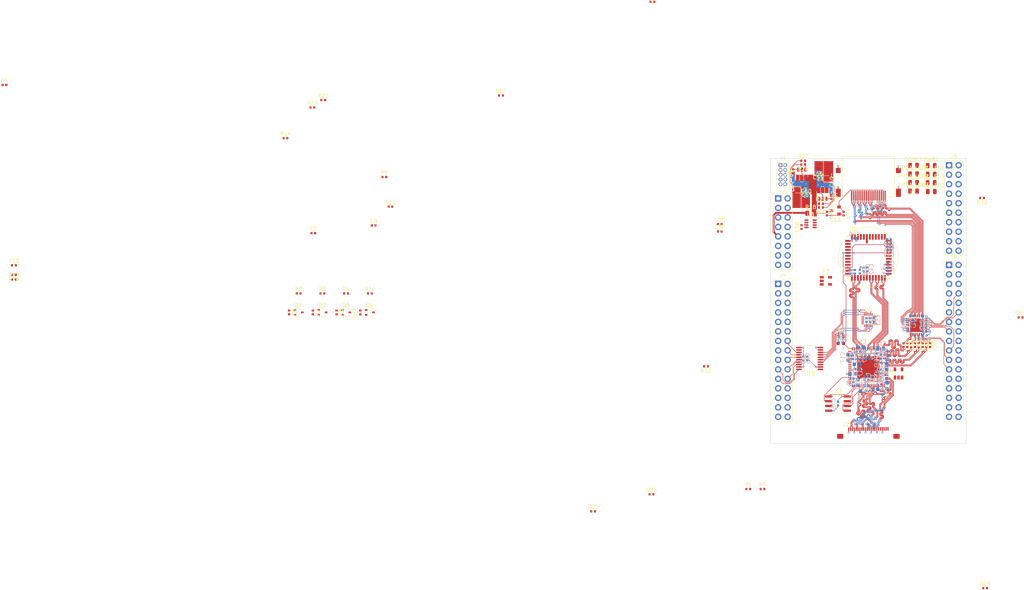
<source format=kicad_pcb>
(kicad_pcb (version 20171130) (host pcbnew "(5.1.9)-1")
  (layers (0 F.Cu signal) (1 In1.Cu signal hide) (2 In2.Cu signal hide) (31 B.Cu signal) (34 B.Paste user hide) (35 F.Paste user) (36 B.SilkS user hide) (37 F.SilkS user) (38 B.Mask user hide) (39 F.Mask user) (44 Edge.Cuts user))
  (net 0 "")
  (net 1 GND)
  (net 2 +1V0)
  (net 3 +1V8)
  (net 4 +3V3)
  (net 5 +2V8)
  (net 6 +5V)
  (net 7 HDMI_D2_P)
  (net 8 HDMI_D2_N)
  (net 9 HDMI_D1_P)
  (net 10 HDMI_D1_N)
  (net 11 HDMI_D0_P)
  (net 12 HDMI_D0_N)
  (net 13 HDMI_CK_P)
  (net 14 HDMI_CK_N)
  (net 15 /FPGA/JTAG_RESET)
  (net 16 NRST)
  (net 17 "Net-(DONE1-Pad2)")
  (net 18 "Net-(DONE1-Pad1)")
  (net 19 "Net-(FPGA_LED1-Pad2)")
  (net 20 "Net-(FPGA_LED1-Pad1)")
  (net 21 "Net-(FPGA_LED2-Pad2)")
  (net 22 "Net-(FPGA_LED2-Pad1)")
  (net 23 "Net-(FPGA_LED3-Pad2)")
  (net 24 "Net-(FPGA_LED3-Pad1)")
  (net 25 /FPGA/JTAG_TDI)
  (net 26 /FPGA/JTAG_TDO)
  (net 27 /FPGA/JTAG_TCK)
  (net 28 /FPGA/JTAG_TMS)
  (net 29 SDA_3V3)
  (net 30 SCL_3V3)
  (net 31 EXTCAM_IO1)
  (net 32 EXTCAM_IO0)
  (net 33 EXTCAM_D3_P)
  (net 34 EXTCAM_D3_N)
  (net 35 EXTCAM_D2_P)
  (net 36 EXTCAM_D2_N)
  (net 37 EXTCAM_CLK_P)
  (net 38 EXTCAM_CLK_N)
  (net 39 EXTCAM_D1_P)
  (net 40 EXTCAM_D1_N)
  (net 41 EXTCAM_D0_P)
  (net 42 EXTCAM_D0_N)
  (net 43 FPGA_DONE)
  (net 44 IMU_SO)
  (net 45 FPGA_INT)
  (net 46 IMU_CS)
  (net 47 FPGA_CS)
  (net 48 IMU_SCK)
  (net 49 FPGA_SI)
  (net 50 IMU_SI)
  (net 51 FPGA_SO)
  (net 52 IMU_INT)
  (net 53 FPGA_SCK)
  (net 54 HDMI_EQ1)
  (net 55 HDMI_EQ0)
  (net 56 HDMI_DDC_EN)
  (net 57 HDMI_OE)
  (net 58 HDMI_HPD)
  (net 59 HDMI_SDA)
  (net 60 HDMI_SCL)
  (net 61 CAM_RESET_BAR)
  (net 62 /nucleo/LED1)
  (net 63 /nucleo/LED2)
  (net 64 /nucleo/LED3)
  (net 65 /FPGA/LED1)
  (net 66 /FPGA/LED2)
  (net 67 /FPGA/LED3)
  (net 68 SDA_1V8)
  (net 69 SCL_1V8)
  (net 70 /FPGA/FLASH_CS)
  (net 71 /FPGA/FLASH_SCK)
  (net 72 /FPGA/FLASH_SI)
  (net 73 /FPGA/FLASH_SO)
  (net 74 CLK_24MHZ)
  (net 75 CAM_SLVS2_N)
  (net 76 CAM_SLVS2_P)
  (net 77 CAM_SLVS1_P)
  (net 78 CAM_SLVS1_N)
  (net 79 CAM_SLVS0_P)
  (net 80 CAM_SLVS0_N)
  (net 81 CAM_SLVSC_P)
  (net 82 CAM_SLVSC_N)
  (net 83 CAM_SLVS3_P)
  (net 84 CAM_SLVS3_N)
  (net 85 /nucleo/IMU_SCK_3V3)
  (net 86 /nucleo/IMU_SI_3V3)
  (net 87 /hdmi/CK_N)
  (net 88 /hdmi/CK_P)
  (net 89 /hdmi/D1_N)
  (net 90 /hdmi/D1_P)
  (net 91 /hdmi/D0_N)
  (net 92 /hdmi/D0_P)
  (net 93 /hdmi/D2_N)
  (net 94 /hdmi/D2_P)
  (net 95 /hdmi/5V_HDMI)
  (net 96 CAM_TRIGGER)
  (net 97 "Net-(J7-Pad16)")
  (net 98 "Net-(J7-Pad15)")
  (net 99 "Net-(J7-Pad19)")
  (net 100 /nucleo/5V_IN)
  (net 101 /nucleo/CAM_TRIGGER_3V3)
  (net 102 "Net-(R21-Pad2)")
  (net 103 "Net-(R22-Pad2)")
  (net 104 /nucleo/IMU_CS_3V3)
  (net 105 "Net-(C54-Pad1)")
  (net 106 /nucleo/IMU_SO_3V3)
  (net 107 /nucleo/IMU_INT_3V3)
  (net 108 "Net-(PWR1-Pad2)")
  (net 109 "Net-(R27-Pad2)")
  (net 110 "Net-(R37-Pad1)")
  (net 111 "Net-(C36-Pad1)")
  (net 112 "Net-(C57-Pad2)")
  (net 113 "Net-(C57-Pad1)")
  (net 114 "Net-(C63-Pad2)")
  (net 115 "Net-(C63-Pad1)")
  (net 116 "Net-(R7-Pad2)")
  (net 117 "Net-(R19-Pad2)")
  (net 118 "Net-(R23-Pad2)")
  (net 119 /FPGA/1V0A_PLL)
  (net 120 /FPGA/1V8A_PHY)
  (net 121 /FPGA/1V0A_PHY)
  (net 122 /FPGA/1V8A)
  (net 123 /hdmi/IN_D1+)
  (net 124 /hdmi/IN_D2+)
  (net 125 /hdmi/IN_D3+)
  (net 126 /hdmi/IN_D4+)
  (net 127 /hdmi/IN_D1-)
  (net 128 /hdmi/IN_D2-)
  (net 129 /hdmi/IN_D3-)
  (net 130 /hdmi/IN_D4-)
  (module Resistor_SMD:R_0402_1005Metric (layer B.Cu) (at 39.1795 49.3395)
    (fp_text reference R36 (at 0 1.17 180) (layer B.SilkS) (effects (justify mirror)))
    (fp_text value 10k)
    (pad 2 smd roundrect (at 0.51 0) (size 0.54 0.64) (layers B.Cu B.Paste B.Mask) (net 54 HDMI_EQ1))
    (pad 1 smd roundrect (at -0.51 0) (size 0.54 0.64) (layers B.Cu B.Paste B.Mask) (net 4 +3V3))
  )
  (module imucam:Arducam_module_40mm (layer F.Cu) (at 24.13 57.3405)
    (fp_text reference H2 hide)
    (fp_text value EXTCAM hide)
    (pad "" np_thru_hole circle (at 17.02 -17.02) (size 2.1 2.1) (drill 2.1) (layers *.Cu *.Mask))
    (pad "" np_thru_hole circle (at -17.02 -17.02) (size 2.1 2.1) (drill 2.1) (layers *.Cu *.Mask))
    (pad "" np_thru_hole circle (at -17.02 17.02) (size 2.1 2.1) (drill 2.1) (layers *.Cu *.Mask))
    (pad "" np_thru_hole circle (at 17.02 17.02) (size 2.1 2.1) (drill 2.1) (layers *.Cu *.Mask))
  )
  (module Resistor_SMD:R_0402_1005Metric (layer F.Cu) (at 64.8335 44.5135)
    (fp_text reference R11 (at 0 -1.17) (layer F.SilkS))
    (fp_text value 10k)
    (pad 2 smd roundrect (at 0.51 0) (size 0.54 0.64) (layers F.Cu F.Paste F.Mask) (net 70 /FPGA/FLASH_CS))
    (pad 1 smd roundrect (at -0.51 0) (size 0.54 0.64) (layers F.Cu F.Paste F.Mask) (net 4 +3V3))
  )
  (module Package_SO:TSSOP-20_4.4x6.5mm_P0.65mm (layer F.Cu) (at 8.4455 55.499 180)
    (fp_text reference U10 (at 0 -4.2) (layer F.SilkS))
    (fp_text value NTS0308E)
    (pad 20 smd roundrect (at 2.8625 -2.925 180) (size 1.475 0.4) (layers F.Cu F.Paste F.Mask) (net 29 SDA_3V3))
    (pad 19 smd roundrect (at 2.8625 -2.275 180) (size 1.475 0.4) (layers F.Cu F.Paste F.Mask) (net 4 +3V3))
    (pad 18 smd roundrect (at 2.8625 -1.625 180) (size 1.475 0.4) (layers F.Cu F.Paste F.Mask) (net 30 SCL_3V3))
    (pad 17 smd roundrect (at 2.8625 -0.975 180) (size 1.475 0.4) (layers F.Cu F.Paste F.Mask) (net 107 /nucleo/IMU_INT_3V3))
    (pad 16 smd roundrect (at 2.8625 -0.325 180) (size 1.475 0.4) (layers F.Cu F.Paste F.Mask) (net 86 /nucleo/IMU_SI_3V3))
    (pad 15 smd roundrect (at 2.8625 0.325 180) (size 1.475 0.4) (layers F.Cu F.Paste F.Mask) (net 106 /nucleo/IMU_SO_3V3))
    (pad 14 smd roundrect (at 2.8625 0.975 180) (size 1.475 0.4) (layers F.Cu F.Paste F.Mask) (net 104 /nucleo/IMU_CS_3V3))
    (pad 13 smd roundrect (at 2.8625 1.625 180) (size 1.475 0.4) (layers F.Cu F.Paste F.Mask) (net 85 /nucleo/IMU_SCK_3V3))
    (pad 12 smd roundrect (at 2.8625 2.275 180) (size 1.475 0.4) (layers F.Cu F.Paste F.Mask) (net 101 /nucleo/CAM_TRIGGER_3V3))
    (pad 11 smd roundrect (at 2.8625 2.925 180) (size 1.475 0.4) (layers F.Cu F.Paste F.Mask) (net 1 GND))
    (pad 10 smd roundrect (at -2.8625 2.925 180) (size 1.475 0.4) (layers F.Cu F.Paste F.Mask) (net 3 +1V8))
    (pad 9 smd roundrect (at -2.8625 2.275 180) (size 1.475 0.4) (layers F.Cu F.Paste F.Mask) (net 96 CAM_TRIGGER))
    (pad 8 smd roundrect (at -2.8625 1.625 180) (size 1.475 0.4) (layers F.Cu F.Paste F.Mask) (net 48 IMU_SCK))
    (pad 7 smd roundrect (at -2.8625 0.975 180) (size 1.475 0.4) (layers F.Cu F.Paste F.Mask) (net 46 IMU_CS))
    (pad 6 smd roundrect (at -2.8625 0.325 180) (size 1.475 0.4) (layers F.Cu F.Paste F.Mask) (net 44 IMU_SO))
    (pad 5 smd roundrect (at -2.8625 -0.325 180) (size 1.475 0.4) (layers F.Cu F.Paste F.Mask) (net 50 IMU_SI))
    (pad 4 smd roundrect (at -2.8625 -0.975 180) (size 1.475 0.4) (layers F.Cu F.Paste F.Mask) (net 52 IMU_INT))
    (pad 3 smd roundrect (at -2.8625 -1.625 180) (size 1.475 0.4) (layers F.Cu F.Paste F.Mask) (net 69 SCL_1V8))
    (pad 2 smd roundrect (at -2.8625 -2.275 180) (size 1.475 0.4) (layers F.Cu F.Paste F.Mask) (net 3 +1V8))
    (pad 1 smd roundrect (at -2.8625 -2.925 180) (size 1.475 0.4) (layers F.Cu F.Paste F.Mask) (net 68 SDA_1V8))
  )
  (module Capacitor_SMD:C_0402_1005Metric (layer B.Cu) (at 6.731 55.499 90)
    (fp_text reference C65 (at 0 1.16 90) (layer B.SilkS) (effects (justify mirror)))
    (fp_text value 100nF)
    (pad 2 smd roundrect (at 0.48 0 90) (size 0.56 0.62) (layers B.Cu B.Paste B.Mask) (net 1 GND))
    (pad 1 smd roundrect (at -0.48 0 90) (size 0.56 0.62) (layers B.Cu B.Paste B.Mask) (net 4 +3V3))
  )
  (module Capacitor_SMD:C_0402_1005Metric (layer B.Cu) (at 7.747 55.499 270)
    (fp_text reference C62 (at 0 1.16 270) (layer B.SilkS) (effects (justify mirror)))
    (fp_text value 100nF)
    (pad 2 smd roundrect (at 0.48 0 270) (size 0.56 0.62) (layers B.Cu B.Paste B.Mask) (net 3 +1V8))
    (pad 1 smd roundrect (at -0.48 0 270) (size 0.56 0.62) (layers B.Cu B.Paste B.Mask) (net 1 GND))
  )
  (module Resistor_SMD:R_0402_1005Metric (layer F.Cu) (at -19.304 57.5945 180)
    (fp_text reference R12 (at 0 -1.17 180) (layer F.SilkS))
    (fp_text value 1k)
    (pad 2 smd roundrect (at 0.51 0 180) (size 0.54 0.64) (layers F.Cu F.Paste F.Mask) (net 1 GND))
    (pad 1 smd roundrect (at -0.51 0 180) (size 0.54 0.64) (layers F.Cu F.Paste F.Mask) (net 71 /FPGA/FLASH_SCK))
  )
  (module Capacitor_SMD:C_0402_1005Metric (layer B.Cu) (at 16.002 67.564 270)
    (fp_text reference C35 (at 0 1.16 90) (layer B.SilkS) (effects (justify mirror)))
    (fp_text value 100nF)
    (pad 1 smd roundrect (at -0.48 0 270) (size 0.56 0.62) (layers B.Cu B.Paste B.Mask) (net 4 +3V3))
    (pad 2 smd roundrect (at 0.48 0 270) (size 0.56 0.62) (layers B.Cu B.Paste B.Mask) (net 1 GND))
  )
  (module Capacitor_SMD:C_0402_1005Metric (layer B.Cu) (at 24.638 45.212 90)
    (fp_text reference C54 (at 0 1.16 270) (layer B.SilkS) (effects (justify mirror)))
    (fp_text value 100nF)
    (pad 2 smd roundrect (at 0.48 0 90) (size 0.56 0.62) (layers B.Cu B.Paste B.Mask) (net 1 GND))
    (pad 1 smd roundrect (at -0.48 0 90) (size 0.56 0.62) (layers B.Cu B.Paste B.Mask) (net 105 "Net-(C54-Pad1)"))
  )
  (module imucam:QFN-24-1EP_3x3mm_P0.4mm_EP1.75x1.6mm_NoDiePad (layer F.Cu) (at 24.13 45.212)
    (fp_text reference U6 (at 0 -2.82) (layer F.SilkS))
    (fp_text value ICM20948)
    (pad 1 smd custom (at -1.5 -1) (size 0.115147 0.115147) (layers F.Cu F.Paste F.Mask) (options (clearance outline) (anchor circle)) (primitives (gr_poly (pts (xy -0.335 -0.06) (xy 0.238431 -0.06) (xy 0.335 0.036569) (xy 0.335 0.06) (xy -0.335 0.06)) (width 0.08))))
    (pad 2 smd roundrect (at -1.5 -0.6) (size 0.75 0.2) (layers F.Cu F.Paste F.Mask))
    (pad 3 smd roundrect (at -1.5 -0.2) (size 0.75 0.2) (layers F.Cu F.Paste F.Mask))
    (pad 4 smd roundrect (at -1.5 0.2) (size 0.75 0.2) (layers F.Cu F.Paste F.Mask))
    (pad 5 smd roundrect (at -1.5 0.6) (size 0.75 0.2) (layers F.Cu F.Paste F.Mask))
    (pad 6 smd custom (at -1.5 1) (size 0.115147 0.115147) (layers F.Cu F.Paste F.Mask) (options (clearance outline) (anchor circle)) (primitives (gr_poly (pts (xy -0.335 -0.06) (xy 0.335 -0.06) (xy 0.335 -0.036569) (xy 0.238431 0.06) (xy -0.335 0.06)) (width 0.08))))
    (pad 7 smd custom (at -1 1.5) (size 0.115147 0.115147) (layers F.Cu F.Paste F.Mask) (net 69 SCL_1V8) (options (clearance outline) (anchor circle)) (primitives (gr_poly (pts (xy -0.06 -0.238431) (xy 0.036569 -0.335) (xy 0.06 -0.335) (xy 0.06 0.335) (xy -0.06 0.335)) (width 0.08))))
    (pad 8 smd roundrect (at -0.6 1.5) (size 0.2 0.75) (layers F.Cu F.Paste F.Mask) (net 3 +1V8))
    (pad 9 smd roundrect (at -0.2 1.5) (size 0.2 0.75) (layers F.Cu F.Paste F.Mask) (net 44 IMU_SO))
    (pad 10 smd roundrect (at 0.2 1.5) (size 0.2 0.75) (layers F.Cu F.Paste F.Mask) (net 105 "Net-(C54-Pad1)"))
    (pad 11 smd roundrect (at 0.6 1.5) (size 0.2 0.75) (layers F.Cu F.Paste F.Mask) (net 96 CAM_TRIGGER))
    (pad 12 smd custom (at 1 1.5) (size 0.115147 0.115147) (layers F.Cu F.Paste F.Mask) (net 52 IMU_INT) (options (clearance outline) (anchor circle)) (primitives (gr_poly (pts (xy -0.06 -0.335) (xy -0.036569 -0.335) (xy 0.06 -0.238431) (xy 0.06 0.335) (xy -0.06 0.335)) (width 0.08))))
    (pad 13 smd custom (at 1.5 1) (size 0.115147 0.115147) (layers F.Cu F.Paste F.Mask) (net 3 +1V8) (options (clearance outline) (anchor circle)) (primitives (gr_poly (pts (xy -0.335 -0.06) (xy 0.335 -0.06) (xy 0.335 0.06) (xy -0.238431 0.06) (xy -0.335 -0.036569)) (width 0.08))))
    (pad 14 smd roundrect (at 1.5 0.6) (size 0.75 0.2) (layers F.Cu F.Paste F.Mask))
    (pad 15 smd roundrect (at 1.5 0.2) (size 0.75 0.2) (layers F.Cu F.Paste F.Mask))
    (pad 16 smd roundrect (at 1.5 -0.2) (size 0.75 0.2) (layers F.Cu F.Paste F.Mask))
    (pad 17 smd roundrect (at 1.5 -0.6) (size 0.75 0.2) (layers F.Cu F.Paste F.Mask))
    (pad 18 smd custom (at 1.5 -1) (size 0.115147 0.115147) (layers F.Cu F.Paste F.Mask) (net 1 GND) (options (clearance outline) (anchor circle)) (primitives (gr_poly (pts (xy -0.335 0.036569) (xy -0.238431 -0.06) (xy 0.335 -0.06) (xy 0.335 0.06) (xy -0.335 0.06)) (width 0.08))))
    (pad 19 smd custom (at 1 -1.5) (size 0.115147 0.115147) (layers F.Cu F.Paste F.Mask) (options (clearance outline) (anchor circle)) (primitives (gr_poly (pts (xy -0.06 -0.335) (xy 0.06 -0.335) (xy 0.06 0.238431) (xy -0.036569 0.335) (xy -0.06 0.335)) (width 0.08))))
    (pad 20 smd roundrect (at 0.6 -1.5) (size 0.2 0.75) (layers F.Cu F.Paste F.Mask) (net 1 GND))
    (pad 21 smd roundrect (at 0.2 -1.5) (size 0.2 0.75) (layers F.Cu F.Paste F.Mask) (net 68 SDA_1V8))
    (pad 22 smd roundrect (at -0.2 -1.5) (size 0.2 0.75) (layers F.Cu F.Paste F.Mask) (net 46 IMU_CS))
    (pad 23 smd roundrect (at -0.6 -1.5) (size 0.2 0.75) (layers F.Cu F.Paste F.Mask) (net 48 IMU_SCK))
    (pad 24 smd custom (at -1 -1.5) (size 0.115147 0.115147) (layers F.Cu F.Paste F.Mask) (net 50 IMU_SI) (options (clearance outline) (anchor circle)) (primitives (gr_poly (pts (xy -0.06 -0.335) (xy 0.06 -0.335) (xy 0.06 0.335) (xy 0.036569 0.335) (xy -0.06 0.238431)) (width 0.08))))
  )
  (module Capacitor_SMD:C_0402_1005Metric (layer B.Cu) (at 19.939 55.1815 270)
    (fp_text reference C10 (at 0 1.16 90) (layer B.SilkS) (effects (justify mirror)))
    (fp_text value 100nF)
    (pad 2 smd roundrect (at 0.48 0 270) (size 0.56 0.62) (layers B.Cu B.Paste B.Mask) (net 1 GND))
    (pad 1 smd roundrect (at -0.48 0 270) (size 0.56 0.62) (layers B.Cu B.Paste B.Mask) (net 2 +1V0))
  )
  (module Package_TO_SOT_SMD:SOT-23-6 (layer F.Cu) (at 11.8999 11.6967 270)
    (fp_text reference U7 (at 0 -2.9 90) (layer F.SilkS))
    (fp_text value TPS562200)
    (pad 5 smd rect (at 1.1 0 270) (size 1.06 0.65) (layers F.Cu F.Paste F.Mask) (net 6 +5V))
    (pad 6 smd rect (at 1.1 -0.95 270) (size 1.06 0.65) (layers F.Cu F.Paste F.Mask) (net 112 "Net-(C57-Pad2)"))
    (pad 4 smd rect (at 1.1 0.95 270) (size 1.06 0.65) (layers F.Cu F.Paste F.Mask) (net 117 "Net-(R19-Pad2)"))
    (pad 3 smd rect (at -1.1 0.95 270) (size 1.06 0.65) (layers F.Cu F.Paste F.Mask) (net 6 +5V))
    (pad 2 smd rect (at -1.1 0 270) (size 1.06 0.65) (layers F.Cu F.Paste F.Mask) (net 113 "Net-(C57-Pad1)"))
    (pad 1 smd rect (at -1.1 -0.95 270) (size 1.06 0.65) (layers F.Cu F.Paste F.Mask) (net 1 GND))
  )
  (module Package_DFN_QFN:QFN-32-1EP_5x5mm_P0.5mm_EP3.6x3.6mm (layer F.Cu) (at 37.092 46.601 180)
    (fp_text reference U11 (at 0 -3.8) (layer F.SilkS))
    (fp_text value PTN3366)
    (pad 33 smd rect (at 0 0 180) (size 3.6 3.6) (layers F.Cu F.Mask) (net 1 GND))
    (pad 32 smd roundrect (at -1.75 -2.45 180) (size 0.25 0.8) (layers F.Cu F.Paste F.Mask) (net 126 /hdmi/IN_D4+))
    (pad 31 smd roundrect (at -1.25 -2.45 180) (size 0.25 0.8) (layers F.Cu F.Paste F.Mask) (net 130 /hdmi/IN_D4-))
    (pad 30 smd roundrect (at -0.75 -2.45 180) (size 0.25 0.8) (layers F.Cu F.Paste F.Mask) (net 125 /hdmi/IN_D3+))
    (pad 29 smd roundrect (at -0.25 -2.45 180) (size 0.25 0.8) (layers F.Cu F.Paste F.Mask) (net 129 /hdmi/IN_D3-))
    (pad 28 smd roundrect (at 0.25 -2.45 180) (size 0.25 0.8) (layers F.Cu F.Paste F.Mask) (net 124 /hdmi/IN_D2+))
    (pad 27 smd roundrect (at 0.75 -2.45 180) (size 0.25 0.8) (layers F.Cu F.Paste F.Mask) (net 128 /hdmi/IN_D2-))
    (pad 26 smd roundrect (at 1.25 -2.45 180) (size 0.25 0.8) (layers F.Cu F.Paste F.Mask) (net 123 /hdmi/IN_D1+))
    (pad 25 smd roundrect (at 1.75 -2.45 180) (size 0.25 0.8) (layers F.Cu F.Paste F.Mask) (net 127 /hdmi/IN_D1-))
    (pad 24 smd roundrect (at 2.45 -1.75 180) (size 0.8 0.25) (layers F.Cu F.Paste F.Mask))
    (pad 23 smd roundrect (at 2.45 -1.25 180) (size 0.8 0.25) (layers F.Cu F.Paste F.Mask))
    (pad 22 smd roundrect (at 2.45 -0.75 180) (size 0.8 0.25) (layers F.Cu F.Paste F.Mask) (net 56 HDMI_DDC_EN))
    (pad 21 smd roundrect (at 2.45 -0.25 180) (size 0.8 0.25) (layers F.Cu F.Paste F.Mask) (net 99 "Net-(J7-Pad19)"))
    (pad 20 smd roundrect (at 2.45 0.25 180) (size 0.8 0.25) (layers F.Cu F.Paste F.Mask) (net 97 "Net-(J7-Pad16)"))
    (pad 19 smd roundrect (at 2.45 0.75 180) (size 0.8 0.25) (layers F.Cu F.Paste F.Mask) (net 98 "Net-(J7-Pad15)"))
    (pad 18 smd roundrect (at 2.45 1.25 180) (size 0.8 0.25) (layers F.Cu F.Paste F.Mask) (net 4 +3V3))
    (pad 17 smd roundrect (at 2.45 1.75 180) (size 0.8 0.25) (layers F.Cu F.Paste F.Mask) (net 57 HDMI_OE))
    (pad 16 smd roundrect (at 1.75 2.45 180) (size 0.25 0.8) (layers F.Cu F.Paste F.Mask) (net 93 /hdmi/D2_N))
    (pad 15 smd roundrect (at 1.25 2.45 180) (size 0.25 0.8) (layers F.Cu F.Paste F.Mask) (net 94 /hdmi/D2_P))
    (pad 14 smd roundrect (at 0.75 2.45 180) (size 0.25 0.8) (layers F.Cu F.Paste F.Mask) (net 89 /hdmi/D1_N))
    (pad 13 smd roundrect (at 0.25 2.45 180) (size 0.25 0.8) (layers F.Cu F.Paste F.Mask) (net 90 /hdmi/D1_P))
    (pad 12 smd roundrect (at -0.25 2.45 180) (size 0.25 0.8) (layers F.Cu F.Paste F.Mask) (net 91 /hdmi/D0_N))
    (pad 11 smd roundrect (at -0.75 2.45 180) (size 0.25 0.8) (layers F.Cu F.Paste F.Mask) (net 92 /hdmi/D0_P))
    (pad 10 smd roundrect (at -1.25 2.45 180) (size 0.25 0.8) (layers F.Cu F.Paste F.Mask) (net 87 /hdmi/CK_N))
    (pad 9 smd roundrect (at -1.75 2.45 180) (size 0.25 0.8) (layers F.Cu F.Paste F.Mask) (net 88 /hdmi/CK_P))
    (pad 8 smd roundrect (at -2.45 1.75 180) (size 0.8 0.25) (layers F.Cu F.Paste F.Mask) (net 55 HDMI_EQ0))
    (pad 7 smd roundrect (at -2.45 1.25 180) (size 0.8 0.25) (layers F.Cu F.Paste F.Mask) (net 60 HDMI_SCL))
    (pad 6 smd roundrect (at -2.45 0.75 180) (size 0.8 0.25) (layers F.Cu F.Paste F.Mask) (net 59 HDMI_SDA))
    (pad 5 smd roundrect (at -2.45 0.25 180) (size 0.8 0.25) (layers F.Cu F.Paste F.Mask) (net 58 HDMI_HPD))
    (pad 4 smd roundrect (at -2.45 -0.25 180) (size 0.8 0.25) (layers F.Cu F.Paste F.Mask) (net 110 "Net-(R37-Pad1)"))
    (pad 3 smd roundrect (at -2.45 -0.75 180) (size 0.8 0.25) (layers F.Cu F.Paste F.Mask))
    (pad 2 smd roundrect (at -2.45 -1.25 180) (size 0.8 0.25) (layers F.Cu F.Paste F.Mask) (net 54 HDMI_EQ1))
    (pad 1 smd roundrect (at -2.45 -1.75 180) (size 0.8 0.25) (layers F.Cu F.Paste F.Mask) (net 4 +3V3))
  )
  (module Package_DFN_QFN:QFN-72-1EP_10x10mm_P0.5mm_EP6x6mm (layer F.Cu) (at 24.13 57.8485 180)
    (fp_text reference U2 (at 0 -6.32) (layer F.SilkS))
    (fp_text value LIFCL-17-xSG72)
    (pad 73 smd rect (at 0 0 180) (size 6 6) (layers F.Cu F.Mask) (net 1 GND))
    (pad 72 smd roundrect (at -4.25 -4.9375 180) (size 0.25 0.875) (layers F.Cu F.Paste F.Mask) (net 121 /FPGA/1V0A_PHY))
    (pad 71 smd roundrect (at -3.75 -4.9375 180) (size 0.25 0.875) (layers F.Cu F.Paste F.Mask) (net 120 /FPGA/1V8A_PHY))
    (pad 70 smd roundrect (at -3.25 -4.9375 180) (size 0.25 0.875) (layers F.Cu F.Paste F.Mask) (net 121 /FPGA/1V0A_PHY))
    (pad 69 smd roundrect (at -2.75 -4.9375 180) (size 0.25 0.875) (layers F.Cu F.Paste F.Mask) (net 38 EXTCAM_CLK_N))
    (pad 68 smd roundrect (at -2.25 -4.9375 180) (size 0.25 0.875) (layers F.Cu F.Paste F.Mask) (net 37 EXTCAM_CLK_P))
    (pad 67 smd roundrect (at -1.75 -4.9375 180) (size 0.25 0.875) (layers F.Cu F.Paste F.Mask) (net 40 EXTCAM_D1_N))
    (pad 66 smd roundrect (at -1.25 -4.9375 180) (size 0.25 0.875) (layers F.Cu F.Paste F.Mask) (net 39 EXTCAM_D1_P))
    (pad 65 smd roundrect (at -0.75 -4.9375 180) (size 0.25 0.875) (layers F.Cu F.Paste F.Mask) (net 34 EXTCAM_D3_N))
    (pad 64 smd roundrect (at -0.25 -4.9375 180) (size 0.25 0.875) (layers F.Cu F.Paste F.Mask) (net 33 EXTCAM_D3_P))
    (pad 63 smd roundrect (at 0.25 -4.9375 180) (size 0.25 0.875) (layers F.Cu F.Paste F.Mask) (net 119 /FPGA/1V0A_PLL))
    (pad 62 smd roundrect (at 0.75 -4.9375 180) (size 0.25 0.875) (layers F.Cu F.Paste F.Mask) (net 2 +1V0))
    (pad 61 smd roundrect (at 1.25 -4.9375 180) (size 0.25 0.875) (layers F.Cu F.Paste F.Mask) (net 47 FPGA_CS))
    (pad 60 smd roundrect (at 1.75 -4.9375 180) (size 0.25 0.875) (layers F.Cu F.Paste F.Mask) (net 15 /FPGA/JTAG_RESET))
    (pad 59 smd roundrect (at 2.25 -4.9375 180) (size 0.25 0.875) (layers F.Cu F.Paste F.Mask) (net 71 /FPGA/FLASH_SCK))
    (pad 58 smd roundrect (at 2.75 -4.9375 180) (size 0.25 0.875) (layers F.Cu F.Paste F.Mask) (net 43 FPGA_DONE))
    (pad 57 smd roundrect (at 3.25 -4.9375 180) (size 0.25 0.875) (layers F.Cu F.Paste F.Mask) (net 72 /FPGA/FLASH_SI))
    (pad 56 smd roundrect (at 3.75 -4.9375 180) (size 0.25 0.875) (layers F.Cu F.Paste F.Mask) (net 70 /FPGA/FLASH_CS))
    (pad 55 smd roundrect (at 4.25 -4.9375 180) (size 0.25 0.875) (layers F.Cu F.Paste F.Mask) (net 53 FPGA_SCK))
    (pad 54 smd roundrect (at 4.9375 -4.25 180) (size 0.875 0.25) (layers F.Cu F.Paste F.Mask) (net 4 +3V3))
    (pad 53 smd roundrect (at 4.9375 -3.75 180) (size 0.875 0.25) (layers F.Cu F.Paste F.Mask) (net 51 FPGA_SO))
    (pad 52 smd roundrect (at 4.9375 -3.25 180) (size 0.875 0.25) (layers F.Cu F.Paste F.Mask) (net 49 FPGA_SI))
    (pad 51 smd roundrect (at 4.9375 -2.75 180) (size 0.875 0.25) (layers F.Cu F.Paste F.Mask) (net 73 /FPGA/FLASH_SO))
    (pad 50 smd roundrect (at 4.9375 -2.25 180) (size 0.875 0.25) (layers F.Cu F.Paste F.Mask) (net 116 "Net-(R7-Pad2)"))
    (pad 49 smd roundrect (at 4.9375 -1.75 180) (size 0.875 0.25) (layers F.Cu F.Paste F.Mask) (net 4 +3V3))
    (pad 48 smd roundrect (at 4.9375 -1.25 180) (size 0.875 0.25) (layers F.Cu F.Paste F.Mask) (net 28 /FPGA/JTAG_TMS))
    (pad 47 smd roundrect (at 4.9375 -0.75 180) (size 0.875 0.25) (layers F.Cu F.Paste F.Mask) (net 122 /FPGA/1V8A))
    (pad 46 smd roundrect (at 4.9375 -0.25 180) (size 0.875 0.25) (layers F.Cu F.Paste F.Mask) (net 25 /FPGA/JTAG_TDI))
    (pad 45 smd roundrect (at 4.9375 0.25 180) (size 0.875 0.25) (layers F.Cu F.Paste F.Mask) (net 26 /FPGA/JTAG_TDO))
    (pad 44 smd roundrect (at 4.9375 0.75 180) (size 0.875 0.25) (layers F.Cu F.Paste F.Mask) (net 30 SCL_3V3))
    (pad 43 smd roundrect (at 4.9375 1.25 180) (size 0.875 0.25) (layers F.Cu F.Paste F.Mask) (net 45 FPGA_INT))
    (pad 42 smd roundrect (at 4.9375 1.75 180) (size 0.875 0.25) (layers F.Cu F.Paste F.Mask) (net 29 SDA_3V3))
    (pad 41 smd roundrect (at 4.9375 2.25 180) (size 0.875 0.25) (layers F.Cu F.Paste F.Mask) (net 27 /FPGA/JTAG_TCK))
    (pad 40 smd roundrect (at 4.9375 2.75 180) (size 0.875 0.25) (layers F.Cu F.Paste F.Mask) (net 2 +1V0))
    (pad 39 smd roundrect (at 4.9375 3.25 180) (size 0.875 0.25) (layers F.Cu F.Paste F.Mask))
    (pad 38 smd roundrect (at 4.9375 3.75 180) (size 0.875 0.25) (layers F.Cu F.Paste F.Mask) (net 2 +1V0))
    (pad 37 smd roundrect (at 4.9375 4.25 180) (size 0.875 0.25) (layers F.Cu F.Paste F.Mask) (net 67 /FPGA/LED3))
    (pad 36 smd roundrect (at 4.25 4.9375 180) (size 0.25 0.875) (layers F.Cu F.Paste F.Mask) (net 74 CLK_24MHZ))
    (pad 35 smd roundrect (at 3.75 4.9375 180) (size 0.25 0.875) (layers F.Cu F.Paste F.Mask) (net 2 +1V0))
    (pad 34 smd roundrect (at 3.25 4.9375 180) (size 0.25 0.875) (layers F.Cu F.Paste F.Mask) (net 80 CAM_SLVS0_N))
    (pad 33 smd roundrect (at 2.75 4.9375 180) (size 0.25 0.875) (layers F.Cu F.Paste F.Mask) (net 79 CAM_SLVS0_P))
    (pad 32 smd roundrect (at 2.25 4.9375 180) (size 0.25 0.875) (layers F.Cu F.Paste F.Mask) (net 3 +1V8))
    (pad 31 smd roundrect (at 1.75 4.9375 180) (size 0.25 0.875) (layers F.Cu F.Paste F.Mask) (net 78 CAM_SLVS1_N))
    (pad 30 smd roundrect (at 1.25 4.9375 180) (size 0.25 0.875) (layers F.Cu F.Paste F.Mask) (net 77 CAM_SLVS1_P))
    (pad 29 smd roundrect (at 0.75 4.9375 180) (size 0.25 0.875) (layers F.Cu F.Paste F.Mask) (net 122 /FPGA/1V8A))
    (pad 28 smd roundrect (at 0.25 4.9375 180) (size 0.25 0.875) (layers F.Cu F.Paste F.Mask) (net 82 CAM_SLVSC_N))
    (pad 27 smd roundrect (at -0.25 4.9375 180) (size 0.25 0.875) (layers F.Cu F.Paste F.Mask) (net 81 CAM_SLVSC_P))
    (pad 26 smd roundrect (at -0.75 4.9375 180) (size 0.25 0.875) (layers F.Cu F.Paste F.Mask) (net 3 +1V8))
    (pad 25 smd roundrect (at -1.25 4.9375 180) (size 0.25 0.875) (layers F.Cu F.Paste F.Mask) (net 75 CAM_SLVS2_N))
    (pad 24 smd roundrect (at -1.75 4.9375 180) (size 0.25 0.875) (layers F.Cu F.Paste F.Mask) (net 76 CAM_SLVS2_P))
    (pad 23 smd roundrect (at -2.25 4.9375 180) (size 0.25 0.875) (layers F.Cu F.Paste F.Mask) (net 84 CAM_SLVS3_N))
    (pad 22 smd roundrect (at -2.75 4.9375 180) (size 0.25 0.875) (layers F.Cu F.Paste F.Mask) (net 83 CAM_SLVS3_P))
    (pad 21 smd roundrect (at -3.25 4.9375 180) (size 0.25 0.875) (layers F.Cu F.Paste F.Mask) (net 2 +1V0))
    (pad 20 smd roundrect (at -3.75 4.9375 180) (size 0.25 0.875) (layers F.Cu F.Paste F.Mask) (net 14 HDMI_CK_N))
    (pad 19 smd roundrect (at -4.25 4.9375 180) (size 0.25 0.875) (layers F.Cu F.Paste F.Mask) (net 13 HDMI_CK_P))
    (pad 18 smd roundrect (at -4.9375 4.25 180) (size 0.875 0.25) (layers F.Cu F.Paste F.Mask) (net 3 +1V8))
    (pad 17 smd roundrect (at -4.9375 3.75 180) (size 0.875 0.25) (layers F.Cu F.Paste F.Mask) (net 122 /FPGA/1V8A))
    (pad 16 smd roundrect (at -4.9375 3.25 180) (size 0.875 0.25) (layers F.Cu F.Paste F.Mask) (net 12 HDMI_D0_N))
    (pad 15 smd roundrect (at -4.9375 2.75 180) (size 0.875 0.25) (layers F.Cu F.Paste F.Mask) (net 11 HDMI_D0_P))
    (pad 14 smd roundrect (at -4.9375 2.25 180) (size 0.875 0.25) (layers F.Cu F.Paste F.Mask) (net 10 HDMI_D1_N))
    (pad 13 smd roundrect (at -4.9375 1.75 180) (size 0.875 0.25) (layers F.Cu F.Paste F.Mask) (net 9 HDMI_D1_P))
    (pad 12 smd roundrect (at -4.9375 1.25 180) (size 0.875 0.25) (layers F.Cu F.Paste F.Mask) (net 2 +1V0))
    (pad 11 smd roundrect (at -4.9375 0.75 180) (size 0.875 0.25) (layers F.Cu F.Paste F.Mask) (net 8 HDMI_D2_N))
    (pad 10 smd roundrect (at -4.9375 0.25 180) (size 0.875 0.25) (layers F.Cu F.Paste F.Mask) (net 7 HDMI_D2_P))
    (pad 9 smd roundrect (at -4.9375 -0.25 180) (size 0.875 0.25) (layers F.Cu F.Paste F.Mask) (net 65 /FPGA/LED1))
    (pad 8 smd roundrect (at -4.9375 -0.75 180) (size 0.875 0.25) (layers F.Cu F.Paste F.Mask) (net 66 /FPGA/LED2))
    (pad 7 smd roundrect (at -4.9375 -1.25 180) (size 0.875 0.25) (layers F.Cu F.Paste F.Mask) (net 122 /FPGA/1V8A))
    (pad 6 smd roundrect (at -4.9375 -1.75 180) (size 0.875 0.25) (layers F.Cu F.Paste F.Mask) (net 2 +1V0))
    (pad 5 smd roundrect (at -4.9375 -2.25 180) (size 0.875 0.25) (layers F.Cu F.Paste F.Mask) (net 2 +1V0))
    (pad 4 smd roundrect (at -4.9375 -2.75 180) (size 0.875 0.25) (layers F.Cu F.Paste F.Mask) (net 41 EXTCAM_D0_P))
    (pad 3 smd roundrect (at -4.9375 -3.25 180) (size 0.875 0.25) (layers F.Cu F.Paste F.Mask) (net 42 EXTCAM_D0_N))
    (pad 2 smd roundrect (at -4.9375 -3.75 180) (size 0.875 0.25) (layers F.Cu F.Paste F.Mask) (net 36 EXTCAM_D2_N))
    (pad 1 smd roundrect (at -4.9375 -4.25 180) (size 0.875 0.25) (layers F.Cu F.Paste F.Mask) (net 35 EXTCAM_D2_P))
  )
  (module Package_TO_SOT_SMD:SOT-23 (layer F.Cu) (at 15.2908 15.9258 180)
    (fp_text reference U12 (at 0 -2.5) (layer F.SilkS))
    (fp_text value AP2331)
    (pad 3 smd rect (at 1 0 180) (size 0.9 0.8) (layers F.Cu F.Paste F.Mask) (net 6 +5V))
    (pad 2 smd rect (at -1 0.95 180) (size 0.9 0.8) (layers F.Cu F.Paste F.Mask) (net 95 /hdmi/5V_HDMI))
    (pad 1 smd rect (at -1 -0.95 180) (size 0.9 0.8) (layers F.Cu F.Paste F.Mask) (net 1 GND))
  )
  (module Package_TO_SOT_SMD:SOT-23-8 (layer F.Cu) (at 8.6614 19.4818)
    (fp_text reference U8 (at 0 -2.5) (layer F.SilkS))
    (fp_text value INA219AxDCN)
    (pad 8 smd rect (at 1.1 -0.98) (size 1.06 0.4) (layers F.Cu F.Paste F.Mask) (net 1 GND))
    (pad 7 smd rect (at 1.1 -0.33) (size 1.06 0.4) (layers F.Cu F.Paste F.Mask) (net 1 GND))
    (pad 6 smd rect (at 1.1 0.33) (size 1.06 0.4) (layers F.Cu F.Paste F.Mask) (net 29 SDA_3V3))
    (pad 5 smd rect (at 1.1 0.98) (size 1.06 0.4) (layers F.Cu F.Paste F.Mask) (net 30 SCL_3V3))
    (pad 4 smd rect (at -1.1 0.98) (size 1.06 0.4) (layers F.Cu F.Paste F.Mask) (net 4 +3V3))
    (pad 3 smd rect (at -1.1 0.33) (size 1.06 0.4) (layers F.Cu F.Paste F.Mask) (net 1 GND))
    (pad 2 smd rect (at -1.1 -0.33) (size 1.06 0.4) (layers F.Cu F.Paste F.Mask) (net 6 +5V))
    (pad 1 smd rect (at -1.1 -0.98) (size 1.06 0.4) (layers F.Cu F.Paste F.Mask) (net 100 /nucleo/5V_IN))
  )
  (module Resistor_SMD:R_0402_1005Metric (layer B.Cu) (at 27.6225 14.9225 180)
    (fp_text reference R39 (at 0 1.17 180) (layer B.SilkS) (effects (justify mirror)))
    (fp_text value 4.7k)
    (pad 2 smd roundrect (at 0.51 0 180) (size 0.54 0.64) (layers B.Cu B.Paste B.Mask) (net 97 "Net-(J7-Pad16)"))
    (pad 1 smd roundrect (at -0.51 0 180) (size 0.54 0.64) (layers B.Cu B.Paste B.Mask) (net 95 /hdmi/5V_HDMI))
  )
  (module Resistor_SMD:R_0402_1005Metric (layer F.Cu) (at 55.38 116.92)
    (fp_text reference R25 (at 0 -1.17) (layer F.SilkS))
    (fp_text value 4.7k)
    (pad 2 smd roundrect (at 0.51 0) (size 0.54 0.64) (layers F.Cu F.Paste F.Mask) (net 3 +1V8))
    (pad 1 smd roundrect (at -0.51 0) (size 0.54 0.64) (layers F.Cu F.Paste F.Mask) (net 69 SCL_1V8))
  )
  (module Resistor_SMD:R_0805_2012Metric (layer F.Cu) (at 8.6868 16.6624)
    (fp_text reference R18 (at 0 -1.65) (layer F.SilkS))
    (fp_text value .05)
    (pad 2 smd roundrect (at 0.9125 0) (size 1.025 1.4) (layers F.Cu F.Paste F.Mask) (roundrect_rratio 0.243902) (net 6 +5V))
    (pad 1 smd roundrect (at -0.9125 0) (size 1.025 1.4) (layers F.Cu F.Paste F.Mask) (roundrect_rratio 0.243902) (net 100 /nucleo/5V_IN))
  )
  (module Connector_PinHeader_2.54mm:PinHeader_2x10_P2.54mm_Vertical (layer F.Cu) (at 45.72 3.81)
    (fp_text reference J5 (at 1.27 -2.33) (layer F.SilkS))
    (fp_text value NUCLEO_CN7)
    (pad 20 thru_hole oval (at 2.54 22.86) (size 1.7 1.7) (drill 1) (layers *.Cu *.Mask) (net 43 FPGA_DONE))
    (pad 19 thru_hole oval (at 0 22.86) (size 1.7 1.7) (drill 1) (layers *.Cu *.Mask))
    (pad 18 thru_hole oval (at 2.54 20.32) (size 1.7 1.7) (drill 1) (layers *.Cu *.Mask) (net 45 FPGA_INT))
    (pad 17 thru_hole oval (at 0 20.32) (size 1.7 1.7) (drill 1) (layers *.Cu *.Mask))
    (pad 16 thru_hole oval (at 2.54 17.78) (size 1.7 1.7) (drill 1) (layers *.Cu *.Mask) (net 47 FPGA_CS))
    (pad 15 thru_hole oval (at 0 17.78) (size 1.7 1.7) (drill 1) (layers *.Cu *.Mask))
    (pad 14 thru_hole oval (at 2.54 15.24) (size 1.7 1.7) (drill 1) (layers *.Cu *.Mask) (net 49 FPGA_SI))
    (pad 13 thru_hole oval (at 0 15.24) (size 1.7 1.7) (drill 1) (layers *.Cu *.Mask))
    (pad 12 thru_hole oval (at 2.54 12.7) (size 1.7 1.7) (drill 1) (layers *.Cu *.Mask) (net 51 FPGA_SO))
    (pad 11 thru_hole oval (at 0 12.7) (size 1.7 1.7) (drill 1) (layers *.Cu *.Mask))
    (pad 10 thru_hole oval (at 2.54 10.16) (size 1.7 1.7) (drill 1) (layers *.Cu *.Mask) (net 53 FPGA_SCK))
    (pad 9 thru_hole oval (at 0 10.16) (size 1.7 1.7) (drill 1) (layers *.Cu *.Mask))
    (pad 8 thru_hole oval (at 2.54 7.62) (size 1.7 1.7) (drill 1) (layers *.Cu *.Mask) (net 1 GND))
    (pad 7 thru_hole oval (at 0 7.62) (size 1.7 1.7) (drill 1) (layers *.Cu *.Mask))
    (pad 6 thru_hole oval (at 2.54 5.08) (size 1.7 1.7) (drill 1) (layers *.Cu *.Mask))
    (pad 5 thru_hole oval (at 0 5.08) (size 1.7 1.7) (drill 1) (layers *.Cu *.Mask))
    (pad 4 thru_hole oval (at 2.54 2.54) (size 1.7 1.7) (drill 1) (layers *.Cu *.Mask))
    (pad 3 thru_hole oval (at 0 2.54) (size 1.7 1.7) (drill 1) (layers *.Cu *.Mask))
    (pad 2 thru_hole oval (at 2.54 0) (size 1.7 1.7) (drill 1) (layers *.Cu *.Mask))
    (pad 1 thru_hole rect (at 0 0) (size 1.7 1.7) (drill 1) (layers *.Cu *.Mask))
  )
  (module Connector_PinHeader_2.54mm:PinHeader_2x15_P2.54mm_Vertical (layer F.Cu) (at 0 35.56)
    (fp_text reference J4 (at 1.27 -2.33) (layer F.SilkS))
    (fp_text value NUCLEO_CN9)
    (pad 30 thru_hole oval (at 2.54 35.56) (size 1.7 1.7) (drill 1) (layers *.Cu *.Mask))
    (pad 29 thru_hole oval (at 0 35.56) (size 1.7 1.7) (drill 1) (layers *.Cu *.Mask))
    (pad 28 thru_hole oval (at 2.54 33.02) (size 1.7 1.7) (drill 1) (layers *.Cu *.Mask))
    (pad 27 thru_hole oval (at 0 33.02) (size 1.7 1.7) (drill 1) (layers *.Cu *.Mask))
    (pad 26 thru_hole oval (at 2.54 30.48) (size 1.7 1.7) (drill 1) (layers *.Cu *.Mask))
    (pad 25 thru_hole oval (at 0 30.48) (size 1.7 1.7) (drill 1) (layers *.Cu *.Mask))
    (pad 24 thru_hole oval (at 2.54 27.94) (size 1.7 1.7) (drill 1) (layers *.Cu *.Mask))
    (pad 23 thru_hole oval (at 0 27.94) (size 1.7 1.7) (drill 1) (layers *.Cu *.Mask) (net 1 GND))
    (pad 22 thru_hole oval (at 2.54 25.4) (size 1.7 1.7) (drill 1) (layers *.Cu *.Mask) (net 107 /nucleo/IMU_INT_3V3))
    (pad 21 thru_hole oval (at 0 25.4) (size 1.7 1.7) (drill 1) (layers *.Cu *.Mask) (net 29 SDA_3V3))
    (pad 20 thru_hole oval (at 2.54 22.86) (size 1.7 1.7) (drill 1) (layers *.Cu *.Mask) (net 86 /nucleo/IMU_SI_3V3))
    (pad 19 thru_hole oval (at 0 22.86) (size 1.7 1.7) (drill 1) (layers *.Cu *.Mask) (net 30 SCL_3V3))
    (pad 18 thru_hole oval (at 2.54 20.32) (size 1.7 1.7) (drill 1) (layers *.Cu *.Mask) (net 106 /nucleo/IMU_SO_3V3))
    (pad 17 thru_hole oval (at 0 20.32) (size 1.7 1.7) (drill 1) (layers *.Cu *.Mask))
    (pad 16 thru_hole oval (at 2.54 17.78) (size 1.7 1.7) (drill 1) (layers *.Cu *.Mask) (net 104 /nucleo/IMU_CS_3V3))
    (pad 15 thru_hole oval (at 0 17.78) (size 1.7 1.7) (drill 1) (layers *.Cu *.Mask))
    (pad 14 thru_hole oval (at 2.54 15.24) (size 1.7 1.7) (drill 1) (layers *.Cu *.Mask) (net 85 /nucleo/IMU_SCK_3V3))
    (pad 13 thru_hole oval (at 0 15.24) (size 1.7 1.7) (drill 1) (layers *.Cu *.Mask))
    (pad 12 thru_hole oval (at 2.54 12.7) (size 1.7 1.7) (drill 1) (layers *.Cu *.Mask) (net 1 GND))
    (pad 11 thru_hole oval (at 0 12.7) (size 1.7 1.7) (drill 1) (layers *.Cu *.Mask))
    (pad 10 thru_hole oval (at 2.54 10.16) (size 1.7 1.7) (drill 1) (layers *.Cu *.Mask))
    (pad 9 thru_hole oval (at 0 10.16) (size 1.7 1.7) (drill 1) (layers *.Cu *.Mask))
    (pad 8 thru_hole oval (at 2.54 7.62) (size 1.7 1.7) (drill 1) (layers *.Cu *.Mask))
    (pad 7 thru_hole oval (at 0 7.62) (size 1.7 1.7) (drill 1) (layers *.Cu *.Mask))
    (pad 6 thru_hole oval (at 2.54 5.08) (size 1.7 1.7) (drill 1) (layers *.Cu *.Mask))
    (pad 5 thru_hole oval (at 0 5.08) (size 1.7 1.7) (drill 1) (layers *.Cu *.Mask))
    (pad 4 thru_hole oval (at 2.54 2.54) (size 1.7 1.7) (drill 1) (layers *.Cu *.Mask))
    (pad 3 thru_hole oval (at 0 2.54) (size 1.7 1.7) (drill 1) (layers *.Cu *.Mask))
    (pad 2 thru_hole oval (at 2.54 0) (size 1.7 1.7) (drill 1) (layers *.Cu *.Mask))
    (pad 1 thru_hole rect (at 0 0) (size 1.7 1.7) (drill 1) (layers *.Cu *.Mask))
  )
  (module Capacitor_SMD:C_0603_1608Metric (layer B.Cu) (at 35.4965 45.339)
    (fp_text reference C74 (at 0 1.43) (layer B.SilkS) (effects (justify mirror)))
    (fp_text value 10uF)
    (pad 2 smd roundrect (at 0.775 0) (size 0.9 0.95) (layers B.Cu B.Paste B.Mask) (net 1 GND))
    (pad 1 smd roundrect (at -0.775 0) (size 0.9 0.95) (layers B.Cu B.Paste B.Mask) (net 4 +3V3))
  )
  (module Capacitor_SMD:C_0402_1005Metric (layer F.Cu) (at 37.592 51.943 270)
    (fp_text reference C72 (at 0 -1.16 90) (layer F.SilkS))
    (fp_text value 100nF)
    (pad 2 smd roundrect (at 0.48 0 270) (size 0.56 0.62) (layers F.Cu F.Paste F.Mask) (net 10 HDMI_D1_N))
    (pad 1 smd roundrect (at -0.48 0 270) (size 0.56 0.62) (layers F.Cu F.Paste F.Mask) (net 129 /hdmi/IN_D3-))
  )
  (module Capacitor_SMD:C_0402_1005Metric (layer F.Cu) (at 38.608 51.943 270)
    (fp_text reference C68 (at 0 -1.16 90) (layer F.SilkS))
    (fp_text value 100nF)
    (pad 2 smd roundrect (at 0.48 0 270) (size 0.56 0.62) (layers F.Cu F.Paste F.Mask) (net 9 HDMI_D1_P))
    (pad 1 smd roundrect (at -0.48 0 270) (size 0.56 0.62) (layers F.Cu F.Paste F.Mask) (net 125 /hdmi/IN_D3+))
  )
  (module Capacitor_SMD:C_0402_1005Metric (layer F.Cu) (at 34.544 51.943 270)
    (fp_text reference C66 (at 0 -1.16 90) (layer F.SilkS))
    (fp_text value 100nF)
    (pad 2 smd roundrect (at 0.48 0 270) (size 0.56 0.62) (layers F.Cu F.Paste F.Mask) (net 13 HDMI_CK_P))
    (pad 1 smd roundrect (at -0.48 0 270) (size 0.56 0.62) (layers F.Cu F.Paste F.Mask) (net 123 /hdmi/IN_D1+))
  )
  (module Capacitor_SMD:C_0603_1608Metric (layer F.Cu) (at 5.2324 9.5758 90)
    (fp_text reference C64 (at 0 -1.43 90) (layer F.SilkS))
    (fp_text value 22uF)
    (pad 2 smd roundrect (at 0.775 0 90) (size 0.9 0.95) (layers F.Cu F.Paste F.Mask) (net 1 GND))
    (pad 1 smd roundrect (at -0.775 0 90) (size 0.9 0.95) (layers F.Cu F.Paste F.Mask) (net 4 +3V3))
  )
  (module Capacitor_SMD:C_0402_1005Metric (layer F.Cu) (at 4.0132 5.3975 90)
    (fp_text reference C63 (at 0 -1.16 90) (layer F.SilkS))
    (fp_text value 100nF)
    (pad 2 smd roundrect (at 0.48 0 90) (size 0.56 0.62) (layers F.Cu F.Paste F.Mask) (net 114 "Net-(C63-Pad2)"))
    (pad 1 smd roundrect (at -0.48 0 90) (size 0.56 0.62) (layers F.Cu F.Paste F.Mask) (net 115 "Net-(C63-Pad1)"))
  )
  (module Capacitor_SMD:C_0603_1608Metric (layer F.Cu) (at 7.5184 9.3218 180)
    (fp_text reference C60 (at 0 -1.43) (layer F.SilkS))
    (fp_text value 10uF)
    (pad 2 smd roundrect (at 0.775 0 180) (size 0.9 0.95) (layers F.Cu F.Paste F.Mask) (net 1 GND))
    (pad 1 smd roundrect (at -0.775 0 180) (size 0.9 0.95) (layers F.Cu F.Paste F.Mask) (net 6 +5V))
  )
  (module Capacitor_SMD:C_0603_1608Metric (layer F.Cu) (at 12.9794 8.255 270)
    (fp_text reference C59 (at 0 -1.43 90) (layer F.SilkS))
    (fp_text value 22uF)
    (pad 2 smd roundrect (at 0.775 0 270) (size 0.9 0.95) (layers F.Cu F.Paste F.Mask) (net 1 GND))
    (pad 1 smd roundrect (at -0.775 0 270) (size 0.9 0.95) (layers F.Cu F.Paste F.Mask) (net 3 +1V8))
  )
  (module Capacitor_SMD:C_0603_1608Metric (layer F.Cu) (at 10.6934 8.509)
    (fp_text reference C55 (at 0 -1.43) (layer F.SilkS))
    (fp_text value 10uF)
    (pad 2 smd roundrect (at 0.775 0) (size 0.9 0.95) (layers F.Cu F.Paste F.Mask) (net 1 GND))
    (pad 1 smd roundrect (at -0.775 0) (size 0.9 0.95) (layers F.Cu F.Paste F.Mask) (net 6 +5V))
  )
  (module Capacitor_SMD:C_0603_1608Metric (layer B.Cu) (at 21.1455 57.0865)
    (fp_text reference C34 (at 0 1.43) (layer B.SilkS) (effects (justify mirror)))
    (fp_text value 10uF)
    (pad 2 smd roundrect (at 0.775 0) (size 0.9 0.95) (layers B.Cu B.Paste B.Mask) (net 1 GND))
    (pad 1 smd roundrect (at -0.775 0) (size 0.9 0.95) (layers B.Cu B.Paste B.Mask) (net 122 /FPGA/1V8A))
  )
  (module Capacitor_SMD:C_0402_1005Metric (layer B.Cu) (at 21.2725 58.3565)
    (fp_text reference C33 (at 0 1.16) (layer B.SilkS) (effects (justify mirror)))
    (fp_text value 100nF)
    (pad 2 smd roundrect (at 0.48 0) (size 0.56 0.62) (layers B.Cu B.Paste B.Mask) (net 1 GND))
    (pad 1 smd roundrect (at -0.48 0) (size 0.56 0.62) (layers B.Cu B.Paste B.Mask) (net 122 /FPGA/1V8A))
  )
  (module Capacitor_SMD:C_0402_1005Metric (layer B.Cu) (at 20.1295 62.357 90)
    (fp_text reference C29 (at 0 1.16 90) (layer B.SilkS) (effects (justify mirror)))
    (fp_text value 100nF)
    (pad 2 smd roundrect (at 0.48 0 90) (size 0.56 0.62) (layers B.Cu B.Paste B.Mask) (net 1 GND))
    (pad 1 smd roundrect (at -0.48 0 90) (size 0.56 0.62) (layers B.Cu B.Paste B.Mask) (net 4 +3V3))
  )
  (module Capacitor_SMD:C_0402_1005Metric (layer B.Cu) (at 24.384 55.1815 270)
    (fp_text reference C27 (at 0 1.16 270) (layer B.SilkS) (effects (justify mirror)))
    (fp_text value 100nF)
    (pad 2 smd roundrect (at 0.48 0 270) (size 0.56 0.62) (layers B.Cu B.Paste B.Mask) (net 1 GND))
    (pad 1 smd roundrect (at -0.48 0 270) (size 0.56 0.62) (layers B.Cu B.Paste B.Mask) (net 3 +1V8))
  )
  (module Capacitor_SMD:C_0603_1608Metric (layer B.Cu) (at 21.3995 61.9125 90)
    (fp_text reference C22 (at 0 1.43 270) (layer B.SilkS) (effects (justify mirror)))
    (fp_text value 10uF)
    (pad 2 smd roundrect (at 0.775 0 90) (size 0.9 0.95) (layers B.Cu B.Paste B.Mask) (net 1 GND))
    (pad 1 smd roundrect (at -0.775 0 90) (size 0.9 0.95) (layers B.Cu B.Paste B.Mask) (net 4 +3V3))
  )
  (module Capacitor_SMD:C_0603_1608Metric (layer B.Cu) (at 20.0025 59.6265)
    (fp_text reference C21 (at 0 1.43 180) (layer B.SilkS) (effects (justify mirror)))
    (fp_text value 10uF)
    (pad 2 smd roundrect (at 0.775 0) (size 0.9 0.95) (layers B.Cu B.Paste B.Mask) (net 1 GND))
    (pad 1 smd roundrect (at -0.775 0) (size 0.9 0.95) (layers B.Cu B.Paste B.Mask) (net 4 +3V3))
  )
  (module Capacitor_SMD:C_0402_1005Metric (layer B.Cu) (at 23.114 60.7695 90)
    (fp_text reference C18 (at 0 1.16 90) (layer B.SilkS) (effects (justify mirror)))
    (fp_text value 100nF)
    (pad 2 smd roundrect (at 0.48 0 90) (size 0.56 0.62) (layers B.Cu B.Paste B.Mask) (net 1 GND))
    (pad 1 smd roundrect (at -0.48 0 90) (size 0.56 0.62) (layers B.Cu B.Paste B.Mask) (net 2 +1V0))
  )
  (module Capacitor_SMD:C_0603_1608Metric (layer B.Cu) (at 18.669 55.232 270)
    (fp_text reference C17 (at 0 1.43 270) (layer B.SilkS) (effects (justify mirror)))
    (fp_text value 10uF)
    (pad 2 smd roundrect (at 0.775 0 270) (size 0.9 0.95) (layers B.Cu B.Paste B.Mask) (net 1 GND))
    (pad 1 smd roundrect (at -0.775 0 270) (size 0.9 0.95) (layers B.Cu B.Paste B.Mask) (net 2 +1V0))
  )
  (module Capacitor_SMD:C_0603_1608Metric (layer B.Cu) (at 29.1465 62.865 270)
    (fp_text reference C15 (at 0 1.43 90) (layer B.SilkS) (effects (justify mirror)))
    (fp_text value 10uF)
    (pad 2 smd roundrect (at 0.775 0 270) (size 0.9 0.95) (layers B.Cu B.Paste B.Mask) (net 1 GND))
    (pad 1 smd roundrect (at -0.775 0 270) (size 0.9 0.95) (layers B.Cu B.Paste B.Mask) (net 121 /FPGA/1V0A_PHY))
  )
  (module Capacitor_SMD:C_0603_1608Metric (layer B.Cu) (at 22.1615 52.451 180)
    (fp_text reference C14 (at 0 1.43 180) (layer B.SilkS) (effects (justify mirror)))
    (fp_text value 10uF)
    (pad 2 smd roundrect (at 0.775 0 180) (size 0.9 0.95) (layers B.Cu B.Paste B.Mask) (net 1 GND))
    (pad 1 smd roundrect (at -0.775 0 180) (size 0.9 0.95) (layers B.Cu B.Paste B.Mask) (net 3 +1V8))
  )
  (module Capacitor_SMD:C_0603_1608Metric (layer B.Cu) (at 29.0195 57.658 90)
    (fp_text reference C12 (at 0 1.43 90) (layer B.SilkS) (effects (justify mirror)))
    (fp_text value 10uF)
    (pad 2 smd roundrect (at 0.775 0 90) (size 0.9 0.95) (layers B.Cu B.Paste B.Mask) (net 1 GND))
    (pad 1 smd roundrect (at -0.775 0 90) (size 0.9 0.95) (layers B.Cu B.Paste B.Mask) (net 2 +1V0))
  )
  (module Capacitor_SMD:C_0603_1608Metric (layer B.Cu) (at 25.8445 63.754 180)
    (fp_text reference C9 (at 0 1.43) (layer B.SilkS) (effects (justify mirror)))
    (fp_text value 10uF)
    (pad 2 smd roundrect (at 0.775 0 180) (size 0.9 0.95) (layers B.Cu B.Paste B.Mask) (net 1 GND))
    (pad 1 smd roundrect (at -0.775 0 180) (size 0.9 0.95) (layers B.Cu B.Paste B.Mask) (net 120 /FPGA/1V8A_PHY))
  )
  (module Capacitor_SMD:C_0402_1005Metric (layer B.Cu) (at 27.051 56.642 180)
    (fp_text reference C3 (at 0 1.16) (layer B.SilkS) (effects (justify mirror)))
    (fp_text value 100nF)
    (pad 2 smd roundrect (at 0.48 0 180) (size 0.56 0.62) (layers B.Cu B.Paste B.Mask) (net 1 GND))
    (pad 1 smd roundrect (at -0.48 0 180) (size 0.56 0.62) (layers B.Cu B.Paste B.Mask) (net 2 +1V0))
  )
  (module Capacitor_SMD:C_0402_1005Metric (layer F.Cu) (at -124.34 21.98)
    (fp_text reference C2 (at 0 -1.16) (layer F.SilkS))
    (fp_text value 1uF)
    (pad 2 smd roundrect (at 0.48 0) (size 0.56 0.62) (layers F.Cu F.Paste F.Mask) (net 1 GND))
    (pad 1 smd roundrect (at -0.48 0) (size 0.56 0.62) (layers F.Cu F.Paste F.Mask) (net 3 +1V8))
  )
  (module Capacitor_SMD:C_0402_1005Metric (layer B.Cu) (at 27.051 59.4995 180)
    (fp_text reference C1 (at 0 1.16 180) (layer B.SilkS) (effects (justify mirror)))
    (fp_text value 100nF)
    (pad 2 smd roundrect (at 0.48 0 180) (size 0.56 0.62) (layers B.Cu B.Paste B.Mask) (net 1 GND))
    (pad 1 smd roundrect (at -0.48 0 180) (size 0.56 0.62) (layers B.Cu B.Paste B.Mask) (net 2 +1V0))
  )
  (module Resistor_SMD:R_0402_1005Metric (layer F.Cu) (at 11.4554 14.1097)
    (fp_text reference R20 (at 0 -1.17) (layer F.SilkS))
    (fp_text value 10k)
    (pad 2 smd roundrect (at 0.51 0) (size 0.54 0.64) (layers F.Cu F.Paste F.Mask) (net 1 GND))
    (pad 1 smd roundrect (at -0.51 0) (size 0.54 0.64) (layers F.Cu F.Paste F.Mask) (net 117 "Net-(R19-Pad2)"))
  )
  (module Resistor_SMD:R_0402_1005Metric (layer F.Cu) (at 11.4554 15.1257 180)
    (fp_text reference R19 (at 0 -1.17) (layer F.SilkS))
    (fp_text value 12.4k)
    (pad 2 smd roundrect (at 0.51 0 180) (size 0.54 0.64) (layers F.Cu F.Paste F.Mask) (net 117 "Net-(R19-Pad2)"))
    (pad 1 smd roundrect (at -0.51 0 180) (size 0.54 0.64) (layers F.Cu F.Paste F.Mask) (net 3 +1V8))
  )
  (module Resistor_SMD:R_0402_1005Metric (layer F.Cu) (at -74.139 -14.8395)
    (fp_text reference R17 (at 0 -1.17) (layer F.SilkS))
    (fp_text value 4.7k)
    (pad 2 smd roundrect (at 0.51 0) (size 0.54 0.64) (layers F.Cu F.Paste F.Mask) (net 61 CAM_RESET_BAR))
    (pad 1 smd roundrect (at -0.51 0) (size 0.54 0.64) (layers F.Cu F.Paste F.Mask) (net 3 +1V8))
  )
  (module Capacitor_SMD:C_0402_1005Metric (layer F.Cu) (at 6.2484 20.3454 90)
    (fp_text reference C58 (at 0 -1.16 90) (layer F.SilkS))
    (fp_text value 100nF)
    (pad 2 smd roundrect (at 0.48 0 90) (size 0.56 0.62) (layers F.Cu F.Paste F.Mask) (net 1 GND))
    (pad 1 smd roundrect (at -0.48 0 90) (size 0.56 0.62) (layers F.Cu F.Paste F.Mask) (net 4 +3V3))
  )
  (module Capacitor_SMD:C_0402_1005Metric (layer F.Cu) (at 14.224 12.319 270)
    (fp_text reference C57 (at 0 -1.16 90) (layer F.SilkS))
    (fp_text value 100nF)
    (pad 2 smd roundrect (at 0.48 0 270) (size 0.56 0.62) (layers F.Cu F.Paste F.Mask) (net 112 "Net-(C57-Pad2)"))
    (pad 1 smd roundrect (at -0.48 0 270) (size 0.56 0.62) (layers F.Cu F.Paste F.Mask) (net 113 "Net-(C57-Pad1)"))
  )
  (module Capacitor_SMD:C_0402_1005Metric (layer F.Cu) (at 10.5918 7.239)
    (fp_text reference C56 (at 0 -1.16) (layer F.SilkS))
    (fp_text value 100nF)
    (pad 2 smd roundrect (at 0.48 0) (size 0.56 0.62) (layers F.Cu F.Paste F.Mask) (net 1 GND))
    (pad 1 smd roundrect (at -0.48 0) (size 0.56 0.62) (layers F.Cu F.Paste F.Mask) (net 6 +5V))
  )
  (module Capacitor_SMD:C_0402_1005Metric (layer B.Cu) (at 29.6545 26.67)
    (fp_text reference C49 (at 0 1.16) (layer B.SilkS) (effects (justify mirror)))
    (fp_text value 100nF)
    (pad 2 smd roundrect (at 0.48 0) (size 0.56 0.62) (layers B.Cu B.Paste B.Mask) (net 1 GND))
    (pad 1 smd roundrect (at -0.48 0) (size 0.56 0.62) (layers B.Cu B.Paste B.Mask) (net 5 +2V8))
  )
  (module Capacitor_SMD:C_0402_1005Metric (layer B.Cu) (at 29.6545 25.654)
    (fp_text reference C48 (at 0 1.16 180) (layer B.SilkS) (effects (justify mirror)))
    (fp_text value 1uF)
    (pad 2 smd roundrect (at 0.48 0) (size 0.56 0.62) (layers B.Cu B.Paste B.Mask) (net 1 GND))
    (pad 1 smd roundrect (at -0.48 0) (size 0.56 0.62) (layers B.Cu B.Paste B.Mask) (net 5 +2V8))
  )
  (module Capacitor_SMD:C_0402_1005Metric (layer B.Cu) (at 22.86 31.623 90)
    (fp_text reference C47 (at 0 1.16 90) (layer B.SilkS) (effects (justify mirror)))
    (fp_text value 100nF)
    (pad 2 smd roundrect (at 0.48 0 90) (size 0.56 0.62) (layers B.Cu B.Paste B.Mask) (net 1 GND))
    (pad 1 smd roundrect (at -0.48 0 90) (size 0.56 0.62) (layers B.Cu B.Paste B.Mask) (net 5 +2V8))
  )
  (module Capacitor_SMD:C_0402_1005Metric (layer B.Cu) (at 29.4005 30.6705 90)
    (fp_text reference C46 (at 0 1.16 90) (layer B.SilkS) (effects (justify mirror)))
    (fp_text value 100nF)
    (pad 2 smd roundrect (at 0.48 0 90) (size 0.56 0.62) (layers B.Cu B.Paste B.Mask) (net 1 GND))
    (pad 1 smd roundrect (at -0.48 0 90) (size 0.56 0.62) (layers B.Cu B.Paste B.Mask) (net 3 +1V8))
  )
  (module Capacitor_SMD:C_0402_1005Metric (layer B.Cu) (at 21.844 32.258 90)
    (fp_text reference C45 (at 0 1.16 90) (layer B.SilkS) (effects (justify mirror)))
    (fp_text value 1uF)
    (pad 2 smd roundrect (at 0.48 0 90) (size 0.56 0.62) (layers B.Cu B.Paste B.Mask) (net 1 GND))
    (pad 1 smd roundrect (at -0.48 0 90) (size 0.56 0.62) (layers B.Cu B.Paste B.Mask) (net 5 +2V8))
  )
  (module Capacitor_SMD:C_0402_1005Metric (layer B.Cu) (at 29.4005 32.5755 270)
    (fp_text reference C44 (at 0 1.16 90) (layer B.SilkS) (effects (justify mirror)))
    (fp_text value 1uF)
    (pad 2 smd roundrect (at 0.48 0 270) (size 0.56 0.62) (layers B.Cu B.Paste B.Mask) (net 1 GND))
    (pad 1 smd roundrect (at -0.48 0 270) (size 0.56 0.62) (layers B.Cu B.Paste B.Mask) (net 3 +1V8))
  )
  (module Capacitor_SMD:C_0402_1005Metric (layer B.Cu) (at 20.5105 32.3215 270)
    (fp_text reference C43 (at 0 1.16 90) (layer B.SilkS) (effects (justify mirror)))
    (fp_text value 100nF)
    (pad 2 smd roundrect (at 0.48 0 270) (size 0.56 0.62) (layers B.Cu B.Paste B.Mask) (net 1 GND))
    (pad 1 smd roundrect (at -0.48 0 270) (size 0.56 0.62) (layers B.Cu B.Paste B.Mask) (net 5 +2V8))
  )
  (module Capacitor_SMD:C_0402_1005Metric (layer B.Cu) (at 23.876 31.623 90)
    (fp_text reference C42 (at 0 1.16 90) (layer B.SilkS) (effects (justify mirror)))
    (fp_text value 100nF)
    (pad 2 smd roundrect (at 0.48 0 90) (size 0.56 0.62) (layers B.Cu B.Paste B.Mask) (net 1 GND))
    (pad 1 smd roundrect (at -0.48 0 90) (size 0.56 0.62) (layers B.Cu B.Paste B.Mask) (net 3 +1V8))
  )
  (module Capacitor_SMD:C_0402_1005Metric (layer B.Cu) (at 19.1135 32.3215 270)
    (fp_text reference C41 (at 0 1.16 90) (layer B.SilkS) (effects (justify mirror)))
    (fp_text value 1uF)
    (pad 2 smd roundrect (at 0.48 0 270) (size 0.56 0.62) (layers B.Cu B.Paste B.Mask) (net 1 GND))
    (pad 1 smd roundrect (at -0.48 0 270) (size 0.56 0.62) (layers B.Cu B.Paste B.Mask) (net 5 +2V8))
  )
  (module Capacitor_SMD:C_0402_1005Metric (layer B.Cu) (at 20.3835 23.368 180)
    (fp_text reference C40 (at 0 1.16) (layer B.SilkS) (effects (justify mirror)))
    (fp_text value 1uF)
    (pad 2 smd roundrect (at 0.48 0 180) (size 0.56 0.62) (layers B.Cu B.Paste B.Mask) (net 1 GND))
    (pad 1 smd roundrect (at -0.48 0 180) (size 0.56 0.62) (layers B.Cu B.Paste B.Mask) (net 3 +1V8))
  )
  (module Capacitor_SMD:C_0402_1005Metric (layer F.Cu) (at -15.621 21.528)
    (fp_text reference C39 (at 0 -1.16) (layer F.SilkS))
    (fp_text value 1uF)
    (pad 2 smd roundrect (at 0.48 0) (size 0.56 0.62) (layers F.Cu F.Paste F.Mask) (net 1 GND))
    (pad 1 smd roundrect (at -0.48 0) (size 0.56 0.62) (layers F.Cu F.Paste F.Mask) (net 5 +2V8))
  )
  (module Capacitor_SMD:C_0402_1005Metric (layer F.Cu) (at -15.621 19.558)
    (fp_text reference C38 (at 0 -1.16) (layer F.SilkS))
    (fp_text value 1uF)
    (pad 2 smd roundrect (at 0.48 0) (size 0.56 0.62) (layers F.Cu F.Paste F.Mask) (net 1 GND))
    (pad 1 smd roundrect (at -0.48 0) (size 0.56 0.62) (layers F.Cu F.Paste F.Mask) (net 4 +3V3))
  )
  (module Capacitor_SMD:C_0402_1005Metric (layer F.Cu) (at 40.64 51.943 270)
    (fp_text reference C69 (at 0 -1.16 90) (layer F.SilkS))
    (fp_text value 100nF)
    (pad 2 smd roundrect (at 0.48 0 270) (size 0.56 0.62) (layers F.Cu F.Paste F.Mask) (net 7 HDMI_D2_P))
    (pad 1 smd roundrect (at -0.48 0 270) (size 0.56 0.62) (layers F.Cu F.Paste F.Mask) (net 126 /hdmi/IN_D4+))
  )
  (module Connector_PinHeader_1.27mm:PinHeader_2x05_P1.27mm_Vertical (layer F.Cu) (at 0.635 3.81)
    (fp_text reference J1 (at 0.635 -1.695) (layer F.SilkS))
    (fp_text value JTAG)
    (pad 10 thru_hole oval (at 1.27 5.08) (size 1 1) (drill 0.65) (layers *.Cu *.Mask) (net 15 /FPGA/JTAG_RESET))
    (pad 9 thru_hole oval (at 0 5.08) (size 1 1) (drill 0.65) (layers *.Cu *.Mask) (net 1 GND))
    (pad 8 thru_hole oval (at 1.27 3.81) (size 1 1) (drill 0.65) (layers *.Cu *.Mask) (net 25 /FPGA/JTAG_TDI))
    (pad 7 thru_hole oval (at 0 3.81) (size 1 1) (drill 0.65) (layers *.Cu *.Mask))
    (pad 6 thru_hole oval (at 1.27 2.54) (size 1 1) (drill 0.65) (layers *.Cu *.Mask) (net 26 /FPGA/JTAG_TDO))
    (pad 5 thru_hole oval (at 0 2.54) (size 1 1) (drill 0.65) (layers *.Cu *.Mask) (net 1 GND))
    (pad 4 thru_hole oval (at 1.27 1.27) (size 1 1) (drill 0.65) (layers *.Cu *.Mask) (net 27 /FPGA/JTAG_TCK))
    (pad 3 thru_hole oval (at 0 1.27) (size 1 1) (drill 0.65) (layers *.Cu *.Mask) (net 1 GND))
    (pad 2 thru_hole oval (at 1.27 0) (size 1 1) (drill 0.65) (layers *.Cu *.Mask) (net 28 /FPGA/JTAG_TMS))
    (pad 1 thru_hole rect (at 0 0) (size 1 1) (drill 0.65) (layers *.Cu *.Mask) (net 4 +3V3))
  )
  (module imucam:M12_Lens_20mm (layer F.Cu) (at 24.13 28.448)
    (fp_text reference H1 hide)
    (fp_text value M12Lens)
    (pad "" np_thru_hole circle (at 10 0) (size 2 2) (drill 2) (layers *.Cu *.Mask))
    (pad "" np_thru_hole circle (at -10 0) (size 2 2) (drill 2) (layers *.Cu *.Mask))
  )
  (module Resistor_SMD:R_0402_1005Metric (layer F.Cu) (at -33.647499 -39.890999)
    (fp_text reference R29 (at 0 -1.17) (layer F.SilkS))
    (fp_text value 4.7k)
    (pad 2 smd roundrect (at 0.51 0) (size 0.54 0.64) (layers F.Cu F.Paste F.Mask) (net 29 SDA_3V3))
    (pad 1 smd roundrect (at -0.51 0) (size 0.54 0.64) (layers F.Cu F.Paste F.Mask) (net 4 +3V3))
  )
  (module LED_SMD:LED_0805_2012Metric (layer F.Cu) (at 40.9448 3.9116)
    (fp_text reference PWR1 (at 0 -1.65) (layer F.SilkS))
    (fp_text value RED)
    (pad 2 smd roundrect (at 0.9375 0) (size 0.975 1.4) (layers F.Cu F.Paste F.Mask) (net 108 "Net-(PWR1-Pad2)"))
    (pad 1 smd roundrect (at -0.9375 0) (size 0.975 1.4) (layers F.Cu F.Paste F.Mask) (net 1 GND))
  )
  (module imucam:CnC_2000-1-2-41-00-BK (layer F.Cu) (at 24.13 11.938 180)
    (fp_text reference J7 (at -11.75 0.75) (layer F.SilkS))
    (fp_text value HDMI)
    (pad "" np_thru_hole circle (at -4.5 4.96 180) (size 1.3 1.3) (drill 1.3) (layers *.Cu *.Mask))
    (pad "" np_thru_hole circle (at 4.5 4.96 180) (size 1.3 1.3) (drill 1.3) (layers *.Cu *.Mask))
    (pad SH smd rect (at 8.05 6.72 180) (size 1.3 1.4) (layers F.Cu F.Paste F.Mask) (net 1 GND))
    (pad SH smd rect (at -8.05 6.72 180) (size 1.3 1.4) (layers F.Cu F.Paste F.Mask) (net 1 GND))
    (pad SH smd rect (at -8.05 0.76 180) (size 1.3 2.2) (layers F.Cu F.Paste F.Mask) (net 1 GND))
    (pad SH smd rect (at 8.05 0.76 180) (size 1.3 2.2) (layers F.Cu F.Paste F.Mask) (net 1 GND))
    (pad 19 smd rect (at -4.5 0 180) (size 0.28 2.6) (layers F.Cu F.Paste F.Mask) (net 99 "Net-(J7-Pad19)"))
    (pad 18 smd rect (at -4 0 180) (size 0.28 2.6) (layers F.Cu F.Paste F.Mask) (net 95 /hdmi/5V_HDMI))
    (pad 17 smd rect (at -3.5 0 180) (size 0.28 2.6) (layers F.Cu F.Paste F.Mask) (net 1 GND))
    (pad 16 smd rect (at -3 0 180) (size 0.28 2.6) (layers F.Cu F.Paste F.Mask) (net 97 "Net-(J7-Pad16)"))
    (pad 15 smd rect (at -2.5 0 180) (size 0.28 2.6) (layers F.Cu F.Paste F.Mask) (net 98 "Net-(J7-Pad15)"))
    (pad 14 smd rect (at -2 0 180) (size 0.28 2.6) (layers F.Cu F.Paste F.Mask))
    (pad 13 smd rect (at -1.5 0 180) (size 0.28 2.6) (layers F.Cu F.Paste F.Mask))
    (pad 12 smd rect (at -1 0 180) (size 0.28 2.6) (layers F.Cu F.Paste F.Mask) (net 87 /hdmi/CK_N))
    (pad 11 smd rect (at -0.5 0 180) (size 0.28 2.6) (layers F.Cu F.Paste F.Mask) (net 1 GND))
    (pad 10 smd rect (at 0 0 180) (size 0.28 2.6) (layers F.Cu F.Paste F.Mask) (net 88 /hdmi/CK_P))
    (pad 9 smd rect (at 0.5 0 180) (size 0.28 2.6) (layers F.Cu F.Paste F.Mask) (net 91 /hdmi/D0_N))
    (pad 8 smd rect (at 1 0 180) (size 0.28 2.6) (layers F.Cu F.Paste F.Mask) (net 1 GND))
    (pad 7 smd rect (at 1.5 0 180) (size 0.28 2.6) (layers F.Cu F.Paste F.Mask) (net 92 /hdmi/D0_P))
    (pad 6 smd rect (at 2 0 180) (size 0.28 2.6) (layers F.Cu F.Paste F.Mask) (net 89 /hdmi/D1_N))
    (pad 5 smd rect (at 2.5 0 180) (size 0.28 2.6) (layers F.Cu F.Paste F.Mask) (net 1 GND))
    (pad 4 smd rect (at 3 0 180) (size 0.28 2.6) (layers F.Cu F.Paste F.Mask) (net 90 /hdmi/D1_P))
    (pad 3 smd rect (at 3.5 0 180) (size 0.28 2.6) (layers F.Cu F.Paste F.Mask) (net 93 /hdmi/D2_N))
    (pad 2 smd rect (at 4 0 180) (size 0.28 2.6) (layers F.Cu F.Paste F.Mask) (net 1 GND))
    (pad 1 smd rect (at 4.5 0 180) (size 0.28 2.6) (layers F.Cu F.Paste F.Mask) (net 94 /hdmi/D2_P))
  )
  (module Oscillator:Oscillator_SMD_ECS_2520MV-xxx-xx-4Pin_2.5x2.0mm (layer F.Cu) (at 16.764 50.546)
    (fp_text reference X1 (at 0 -2.5) (layer F.SilkS))
    (fp_text value ECS-2520MV-xxx-xx)
    (pad 3 smd roundrect (at 0.725 0.925) (size 0.8 0.9) (layers F.Cu F.Paste F.Mask) (net 74 CLK_24MHZ))
    (pad 2 smd roundrect (at -0.725 0.925) (size 0.8 0.9) (layers F.Cu F.Paste F.Mask) (net 1 GND))
    (pad 4 smd roundrect (at 0.725 -0.925) (size 0.8 0.9) (layers F.Cu F.Paste F.Mask) (net 111 "Net-(C36-Pad1)"))
    (pad 1 smd roundrect (at -0.725 -0.925) (size 0.8 0.9) (layers F.Cu F.Paste F.Mask))
  )
  (module Package_TO_SOT_SMD:SOT-23-6 (layer F.Cu) (at 6.3373 6.0833 90)
    (fp_text reference U9 (at 0 -2.9 90) (layer F.SilkS))
    (fp_text value TPS562200)
    (pad 5 smd rect (at 1.1 0 90) (size 1.06 0.65) (layers F.Cu F.Paste F.Mask) (net 6 +5V))
    (pad 6 smd rect (at 1.1 -0.95 90) (size 1.06 0.65) (layers F.Cu F.Paste F.Mask) (net 114 "Net-(C63-Pad2)"))
    (pad 4 smd rect (at 1.1 0.95 90) (size 1.06 0.65) (layers F.Cu F.Paste F.Mask) (net 109 "Net-(R27-Pad2)"))
    (pad 3 smd rect (at -1.1 0.95 90) (size 1.06 0.65) (layers F.Cu F.Paste F.Mask) (net 6 +5V))
    (pad 2 smd rect (at -1.1 0 90) (size 1.06 0.65) (layers F.Cu F.Paste F.Mask) (net 115 "Net-(C63-Pad1)"))
    (pad 1 smd rect (at -1.1 -0.95 90) (size 1.06 0.65) (layers F.Cu F.Paste F.Mask) (net 1 GND))
  )
  (module imucam:CLCC48 (layer F.Cu) (at 24.13 28.448)
    (fp_text reference U5 (at -4 -7.6) (layer F.SilkS))
    (fp_text value AR0330CM1C00)
    (pad 48 smd rect (at 0.4 -5.47) (size 0.5 1.5) (layers F.Cu F.Paste F.Mask))
    (pad 1 smd rect (at -0.4 -4.97) (size 0.5 2.5) (layers F.Cu F.Paste F.Mask) (net 69 SCL_1V8))
    (pad 2 smd rect (at -1.2 -5.47) (size 0.5 1.5) (layers F.Cu F.Paste F.Mask) (net 68 SDA_1V8))
    (pad 3 smd rect (at -2 -5.47) (size 0.5 1.5) (layers F.Cu F.Paste F.Mask))
    (pad 4 smd rect (at -2.8 -5.47) (size 0.5 1.5) (layers F.Cu F.Paste F.Mask) (net 3 +1V8))
    (pad 5 smd rect (at -3.6 -5.47) (size 0.5 1.5) (layers F.Cu F.Paste F.Mask) (net 3 +1V8))
    (pad 6 smd rect (at -4.4 -5.47) (size 0.5 1.5) (layers F.Cu F.Paste F.Mask) (net 1 GND))
    (pad 47 smd rect (at 1.2 -5.47) (size 0.5 1.5) (layers F.Cu F.Paste F.Mask))
    (pad 46 smd rect (at 2 -5.47) (size 0.5 1.5) (layers F.Cu F.Paste F.Mask))
    (pad 45 smd rect (at 2.8 -5.47) (size 0.5 1.5) (layers F.Cu F.Paste F.Mask))
    (pad 44 smd rect (at 3.6 -5.47) (size 0.5 1.5) (layers F.Cu F.Paste F.Mask))
    (pad 43 smd rect (at 4.4 -5.47) (size 0.5 1.5) (layers F.Cu F.Paste F.Mask))
    (pad 7 smd rect (at -5.47 -4.4 90) (size 0.5 1.5) (layers F.Cu F.Paste F.Mask))
    (pad 8 smd rect (at -5.47 -3.6 90) (size 0.5 1.5) (layers F.Cu F.Paste F.Mask))
    (pad 9 smd rect (at -5.47 -2.8 90) (size 0.5 1.5) (layers F.Cu F.Paste F.Mask))
    (pad 10 smd rect (at -5.47 -2 90) (size 0.5 1.5) (layers F.Cu F.Paste F.Mask))
    (pad 11 smd rect (at -5.47 -1.2 90) (size 0.5 1.5) (layers F.Cu F.Paste F.Mask))
    (pad 12 smd rect (at -5.47 -0.4 90) (size 0.5 1.5) (layers F.Cu F.Paste F.Mask))
    (pad 13 smd rect (at -5.47 0.4 90) (size 0.5 1.5) (layers F.Cu F.Paste F.Mask))
    (pad 14 smd rect (at -5.47 1.2 90) (size 0.5 1.5) (layers F.Cu F.Paste F.Mask))
    (pad 15 smd rect (at -5.47 2 90) (size 0.5 1.5) (layers F.Cu F.Paste F.Mask))
    (pad 16 smd rect (at -5.47 2.8 90) (size 0.5 1.5) (layers F.Cu F.Paste F.Mask))
    (pad 17 smd rect (at -5.47 3.6 90) (size 0.5 1.5) (layers F.Cu F.Paste F.Mask) (net 5 +2V8))
    (pad 18 smd rect (at -5.47 4.4 90) (size 0.5 1.5) (layers F.Cu F.Paste F.Mask) (net 1 GND))
    (pad 19 smd rect (at -4.4 5.47) (size 0.5 1.5) (layers F.Cu F.Paste F.Mask) (net 80 CAM_SLVS0_N))
    (pad 20 smd rect (at -3.6 5.47) (size 0.5 1.5) (layers F.Cu F.Paste F.Mask) (net 79 CAM_SLVS0_P))
    (pad 21 smd rect (at -2.8 5.47) (size 0.5 1.5) (layers F.Cu F.Paste F.Mask) (net 78 CAM_SLVS1_N))
    (pad 22 smd rect (at -2 5.47) (size 0.5 1.5) (layers F.Cu F.Paste F.Mask) (net 77 CAM_SLVS1_P))
    (pad 23 smd rect (at -1.2 5.47) (size 0.5 1.5) (layers F.Cu F.Paste F.Mask) (net 5 +2V8))
    (pad 24 smd rect (at -0.4 5.47) (size 0.5 1.5) (layers F.Cu F.Paste F.Mask) (net 3 +1V8))
    (pad 25 smd rect (at 0.4 5.47) (size 0.5 1.5) (layers F.Cu F.Paste F.Mask) (net 82 CAM_SLVSC_N))
    (pad 26 smd rect (at 1.2 5.47) (size 0.5 1.5) (layers F.Cu F.Paste F.Mask) (net 81 CAM_SLVSC_P))
    (pad 27 smd rect (at 2 5.47) (size 0.5 1.5) (layers F.Cu F.Paste F.Mask) (net 75 CAM_SLVS2_N))
    (pad 28 smd rect (at 2.8 5.47) (size 0.5 1.5) (layers F.Cu F.Paste F.Mask) (net 76 CAM_SLVS2_P))
    (pad 29 smd rect (at 3.6 5.47) (size 0.5 1.5) (layers F.Cu F.Paste F.Mask) (net 84 CAM_SLVS3_N))
    (pad 30 smd rect (at 4.4 5.47) (size 0.5 1.5) (layers F.Cu F.Paste F.Mask) (net 83 CAM_SLVS3_P))
    (pad 31 smd rect (at 5.47 4.4 90) (size 0.5 1.5) (layers F.Cu F.Paste F.Mask) (net 1 GND))
    (pad 32 smd rect (at 5.47 3.6 90) (size 0.5 1.5) (layers F.Cu F.Paste F.Mask) (net 3 +1V8))
    (pad 33 smd rect (at 5.47 2.8 90) (size 0.5 1.5) (layers F.Cu F.Paste F.Mask) (net 3 +1V8))
    (pad 34 smd rect (at 5.47 2 90) (size 0.5 1.5) (layers F.Cu F.Paste F.Mask) (net 1 GND))
    (pad 35 smd rect (at 5.47 1.2 90) (size 0.5 1.5) (layers F.Cu F.Paste F.Mask))
    (pad 36 smd rect (at 5.47 0.4 90) (size 0.5 1.5) (layers F.Cu F.Paste F.Mask) (net 96 CAM_TRIGGER))
    (pad 37 smd rect (at 5.47 -0.4 90) (size 0.5 1.5) (layers F.Cu F.Paste F.Mask) (net 61 CAM_RESET_BAR))
    (pad 38 smd rect (at 5.47 -1.2 90) (size 0.5 1.5) (layers F.Cu F.Paste F.Mask) (net 74 CLK_24MHZ))
    (pad 39 smd rect (at 5.47 -2 90) (size 0.5 1.5) (layers F.Cu F.Paste F.Mask) (net 1 GND))
    (pad 40 smd rect (at 5.47 -2.8 90) (size 0.5 1.5) (layers F.Cu F.Paste F.Mask) (net 5 +2V8))
    (pad 41 smd rect (at 5.47 -3.6 90) (size 0.5 1.5) (layers F.Cu F.Paste F.Mask) (net 1 GND))
    (pad 42 smd rect (at 5.47 -4.4 90) (size 0.5 1.5) (layers F.Cu F.Paste F.Mask) (net 5 +2V8))
  )
  (module Package_TO_SOT_SMD:SOT-23-5 (layer F.Cu) (at 12.7635 34.7345)
    (fp_text reference U4 (at 0 -2.9) (layer F.SilkS))
    (fp_text value MIC5365-2.8YD5)
    (pad 5 smd rect (at 1.1 -0.95) (size 1.06 0.65) (layers F.Cu F.Paste F.Mask) (net 5 +2V8))
    (pad 4 smd rect (at 1.1 0.95) (size 1.06 0.65) (layers F.Cu F.Paste F.Mask))
    (pad 3 smd rect (at -1.1 0.95) (size 1.06 0.65) (layers F.Cu F.Paste F.Mask) (net 4 +3V3))
    (pad 2 smd rect (at -1.1 0) (size 1.06 0.65) (layers F.Cu F.Paste F.Mask) (net 1 GND))
    (pad 1 smd rect (at -1.1 -0.95) (size 1.06 0.65) (layers F.Cu F.Paste F.Mask) (net 4 +3V3))
  )
  (module Package_SO:SOIC-8_3.9x4.9mm_P1.27mm (layer F.Cu) (at 16.002 67.564)
    (fp_text reference U3 (at 0 -3.4) (layer F.SilkS))
    (fp_text value AT25SF081-SSHD-X)
    (pad 8 smd roundrect (at 2.475 -1.905) (size 1.95 0.6) (layers F.Cu F.Paste F.Mask) (net 4 +3V3))
    (pad 7 smd roundrect (at 2.475 -0.635) (size 1.95 0.6) (layers F.Cu F.Paste F.Mask))
    (pad 6 smd roundrect (at 2.475 0.635) (size 1.95 0.6) (layers F.Cu F.Paste F.Mask) (net 71 /FPGA/FLASH_SCK))
    (pad 5 smd roundrect (at 2.475 1.905) (size 1.95 0.6) (layers F.Cu F.Paste F.Mask) (net 72 /FPGA/FLASH_SI))
    (pad 4 smd roundrect (at -2.475 1.905) (size 1.95 0.6) (layers F.Cu F.Paste F.Mask) (net 1 GND))
    (pad 3 smd roundrect (at -2.475 0.635) (size 1.95 0.6) (layers F.Cu F.Paste F.Mask))
    (pad 2 smd roundrect (at -2.475 -0.635) (size 1.95 0.6) (layers F.Cu F.Paste F.Mask) (net 73 /FPGA/FLASH_SO))
    (pad 1 smd roundrect (at -2.475 -1.905) (size 1.95 0.6) (layers F.Cu F.Paste F.Mask) (net 70 /FPGA/FLASH_CS))
  )
  (module Package_TO_SOT_SMD:SOT-23-5 (layer F.Cu) (at 32.1945 59.4995 90)
    (fp_text reference U1 (at 0 -2.9 90) (layer F.SilkS))
    (fp_text value TLV73310PDBVT)
    (pad 5 smd rect (at 1.1 -0.95 90) (size 1.06 0.65) (layers F.Cu F.Paste F.Mask) (net 2 +1V0))
    (pad 4 smd rect (at 1.1 0.95 90) (size 1.06 0.65) (layers F.Cu F.Paste F.Mask))
    (pad 3 smd rect (at -1.1 0.95 90) (size 1.06 0.65) (layers F.Cu F.Paste F.Mask) (net 3 +1V8))
    (pad 2 smd rect (at -1.1 0 90) (size 1.06 0.65) (layers F.Cu F.Paste F.Mask) (net 1 GND))
    (pad 1 smd rect (at -1.1 -0.95 90) (size 1.06 0.65) (layers F.Cu F.Paste F.Mask) (net 3 +1V8))
  )
  (module LED_SMD:LED_0805_2012Metric (layer F.Cu) (at 40.9702 10.8458)
    (fp_text reference STM_LED3 (at 0 -1.65) (layer F.SilkS))
    (fp_text value RED)
    (pad 2 smd roundrect (at 0.9375 0) (size 0.975 1.4) (layers F.Cu F.Paste F.Mask) (net 118 "Net-(R23-Pad2)"))
    (pad 1 smd roundrect (at -0.9375 0) (size 0.975 1.4) (layers F.Cu F.Paste F.Mask) (net 1 GND))
  )
  (module LED_SMD:LED_0805_2012Metric (layer F.Cu) (at 40.9194 8.4836)
    (fp_text reference STM_LED2 (at 0 -1.65) (layer F.SilkS))
    (fp_text value RED)
    (pad 2 smd roundrect (at 0.9375 0) (size 0.975 1.4) (layers F.Cu F.Paste F.Mask) (net 103 "Net-(R22-Pad2)"))
    (pad 1 smd roundrect (at -0.9375 0) (size 0.975 1.4) (layers F.Cu F.Paste F.Mask) (net 1 GND))
  )
  (module LED_SMD:LED_0805_2012Metric (layer F.Cu) (at 40.9448 6.2484)
    (fp_text reference STM_LED1 (at 0 -1.65) (layer F.SilkS))
    (fp_text value RED)
    (pad 2 smd roundrect (at 0.9375 0) (size 0.975 1.4) (layers F.Cu F.Paste F.Mask) (net 102 "Net-(R21-Pad2)"))
    (pad 1 smd roundrect (at -0.9375 0) (size 0.975 1.4) (layers F.Cu F.Paste F.Mask) (net 1 GND))
  )
  (module Resistor_SMD:R_0402_1005Metric (layer B.Cu) (at 27.1145 15.9385 180)
    (fp_text reference R38 (at 0 1.17 180) (layer B.SilkS) (effects (justify mirror)))
    (fp_text value 4.7k)
    (pad 2 smd roundrect (at 0.51 0 180) (size 0.54 0.64) (layers B.Cu B.Paste B.Mask) (net 98 "Net-(J7-Pad15)"))
    (pad 1 smd roundrect (at -0.51 0 180) (size 0.54 0.64) (layers B.Cu B.Paste B.Mask) (net 95 /hdmi/5V_HDMI))
  )
  (module Resistor_SMD:R_0402_1005Metric (layer B.Cu) (at 39.1795 47.3075 180)
    (fp_text reference R37 (at 0 1.17) (layer B.SilkS) (effects (justify mirror)))
    (fp_text value "12.4k 1%")
    (pad 2 smd roundrect (at 0.51 0 180) (size 0.54 0.64) (layers B.Cu B.Paste B.Mask) (net 1 GND))
    (pad 1 smd roundrect (at -0.51 0 180) (size 0.54 0.64) (layers B.Cu B.Paste B.Mask) (net 110 "Net-(R37-Pad1)"))
  )
  (module Resistor_SMD:R_0402_1005Metric (layer B.Cu) (at 39.1795 44.2595)
    (fp_text reference R35 (at 0 1.17 180) (layer B.SilkS) (effects (justify mirror)))
    (fp_text value 10k)
    (pad 2 smd roundrect (at 0.51 0) (size 0.54 0.64) (layers B.Cu B.Paste B.Mask) (net 55 HDMI_EQ0))
    (pad 1 smd roundrect (at -0.51 0) (size 0.54 0.64) (layers B.Cu B.Paste B.Mask) (net 4 +3V3))
  )
  (module Resistor_SMD:R_0402_1005Metric (layer B.Cu) (at 34.671 47.0535 270)
    (fp_text reference R34 (at 0 1.17 270) (layer B.SilkS) (effects (justify mirror)))
    (fp_text value 10k)
    (pad 2 smd roundrect (at 0.51 0 270) (size 0.54 0.64) (layers B.Cu B.Paste B.Mask) (net 56 HDMI_DDC_EN))
    (pad 1 smd roundrect (at -0.51 0 270) (size 0.54 0.64) (layers B.Cu B.Paste B.Mask) (net 4 +3V3))
  )
  (module Resistor_SMD:R_0402_1005Metric (layer B.Cu) (at 35.814 44.069)
    (fp_text reference R33 (at 0 1.17 180) (layer B.SilkS) (effects (justify mirror)))
    (fp_text value 10k)
    (pad 2 smd roundrect (at 0.51 0) (size 0.54 0.64) (layers B.Cu B.Paste B.Mask) (net 1 GND))
    (pad 1 smd roundrect (at -0.51 0) (size 0.54 0.64) (layers B.Cu B.Paste B.Mask) (net 57 HDMI_OE))
  )
  (module Resistor_SMD:R_0402_1005Metric (layer B.Cu) (at 39.1795 46.2915)
    (fp_text reference R32 (at 0 1.17 180) (layer B.SilkS) (effects (justify mirror)))
    (fp_text value 4.7k)
    (pad 2 smd roundrect (at 0.51 0) (size 0.54 0.64) (layers B.Cu B.Paste B.Mask) (net 59 HDMI_SDA))
    (pad 1 smd roundrect (at -0.51 0) (size 0.54 0.64) (layers B.Cu B.Paste B.Mask) (net 4 +3V3))
  )
  (module Resistor_SMD:R_0402_1005Metric (layer B.Cu) (at 39.1795 45.2755)
    (fp_text reference R31 (at 0 1.17) (layer B.SilkS) (effects (justify mirror)))
    (fp_text value 4.7k)
    (pad 2 smd roundrect (at 0.51 0) (size 0.54 0.64) (layers B.Cu B.Paste B.Mask) (net 60 HDMI_SCL))
    (pad 1 smd roundrect (at -0.51 0) (size 0.54 0.64) (layers B.Cu B.Paste B.Mask) (net 4 +3V3))
  )
  (module Resistor_SMD:R_0402_1005Metric (layer F.Cu) (at 54.5465 12.573 180)
    (fp_text reference R30 (at 0 -1.17) (layer F.SilkS))
    (fp_text value 4.7k)
    (pad 2 smd roundrect (at 0.51 0 180) (size 0.54 0.64) (layers F.Cu F.Paste F.Mask) (net 30 SCL_3V3))
    (pad 1 smd roundrect (at -0.51 0 180) (size 0.54 0.64) (layers F.Cu F.Paste F.Mask) (net 4 +3V3))
  )
  (module Resistor_SMD:R_0402_1005Metric (layer F.Cu) (at 6.7056 3.6322 180)
    (fp_text reference R28 (at 0 -1.17) (layer F.SilkS))
    (fp_text value 10k)
    (pad 2 smd roundrect (at 0.51 0 180) (size 0.54 0.64) (layers F.Cu F.Paste F.Mask) (net 1 GND))
    (pad 1 smd roundrect (at -0.51 0 180) (size 0.54 0.64) (layers F.Cu F.Paste F.Mask) (net 109 "Net-(R27-Pad2)"))
  )
  (module Resistor_SMD:R_0402_1005Metric (layer F.Cu) (at 6.7056 2.6162)
    (fp_text reference R27 (at 0 -1.17) (layer F.SilkS))
    (fp_text value 30.9k)
    (pad 2 smd roundrect (at 0.51 0) (size 0.54 0.64) (layers F.Cu F.Paste F.Mask) (net 109 "Net-(R27-Pad2)"))
    (pad 1 smd roundrect (at -0.51 0) (size 0.54 0.64) (layers F.Cu F.Paste F.Mask) (net 4 +3V3))
  )
  (module Resistor_SMD:R_0402_1005Metric (layer F.Cu) (at -33.894 91.82)
    (fp_text reference R26 (at 0 -1.17) (layer F.SilkS))
    (fp_text value 4.7k)
    (pad 2 smd roundrect (at 0.51 0) (size 0.54 0.64) (layers F.Cu F.Paste F.Mask) (net 3 +1V8))
    (pad 1 smd roundrect (at -0.51 0) (size 0.54 0.64) (layers F.Cu F.Paste F.Mask) (net 68 SDA_1V8))
  )
  (module Resistor_SMD:R_0402_1005Metric (layer F.Cu) (at -124.59 -11.64)
    (fp_text reference R23 (at 0 -1.17) (layer F.SilkS))
    (fp_text value 100)
    (pad 2 smd roundrect (at 0.51 0) (size 0.54 0.64) (layers F.Cu F.Paste F.Mask) (net 118 "Net-(R23-Pad2)"))
    (pad 1 smd roundrect (at -0.51 0) (size 0.54 0.64) (layers F.Cu F.Paste F.Mask) (net 64 /nucleo/LED3))
  )
  (module Resistor_SMD:R_0402_1005Metric (layer F.Cu) (at -121.68 -13.63)
    (fp_text reference R21 (at 0 -1.17) (layer F.SilkS))
    (fp_text value 100)
    (pad 2 smd roundrect (at 0.51 0) (size 0.54 0.64) (layers F.Cu F.Paste F.Mask) (net 102 "Net-(R21-Pad2)"))
    (pad 1 smd roundrect (at -0.51 0) (size 0.54 0.64) (layers F.Cu F.Paste F.Mask) (net 62 /nucleo/LED1))
  )
  (module Resistor_SMD:R_0402_1005Metric (layer F.Cu) (at -131.79 -3.44)
    (fp_text reference R24 (at 0 -1.17) (layer F.SilkS))
    (fp_text value 100)
    (pad 2 smd roundrect (at 0.51 0) (size 0.54 0.64) (layers F.Cu F.Paste F.Mask) (net 108 "Net-(PWR1-Pad2)"))
    (pad 1 smd roundrect (at -0.51 0) (size 0.54 0.64) (layers F.Cu F.Paste F.Mask) (net 4 +3V3))
  )
  (module Resistor_SMD:R_0402_1005Metric (layer F.Cu) (at -49.484 96.39)
    (fp_text reference R22 (at 0 -1.17) (layer F.SilkS))
    (fp_text value 100)
    (pad 2 smd roundrect (at 0.51 0) (size 0.54 0.64) (layers F.Cu F.Paste F.Mask) (net 103 "Net-(R22-Pad2)"))
    (pad 1 smd roundrect (at -0.51 0) (size 0.54 0.64) (layers F.Cu F.Paste F.Mask) (net 63 /nucleo/LED2))
  )
  (module Resistor_SMD:R_0402_1005Metric (layer F.Cu) (at -204.4192 33.1216 180)
    (fp_text reference R16 (at 0 -1.17) (layer F.SilkS))
    (fp_text value 2.2k)
    (pad 2 smd roundrect (at 0.51 0 180) (size 0.54 0.64) (layers F.Cu F.Paste F.Mask) (net 1 GND))
    (pad 1 smd roundrect (at -0.51 0 180) (size 0.54 0.64) (layers F.Cu F.Paste F.Mask) (net 27 /FPGA/JTAG_TCK))
  )
  (module Resistor_SMD:R_0402_1005Metric (layer F.Cu) (at -111.76 43.18 90)
    (fp_text reference R15 (at 0 -1.17 90) (layer F.SilkS))
    (fp_text value 10k)
    (pad 2 smd roundrect (at 0.51 0 90) (size 0.54 0.64) (layers F.Cu F.Paste F.Mask) (net 15 /FPGA/JTAG_RESET))
    (pad 1 smd roundrect (at -0.51 0 90) (size 0.54 0.64) (layers F.Cu F.Paste F.Mask) (net 4 +3V3))
  )
  (module Resistor_SMD:R_0402_1005Metric (layer F.Cu) (at -109.22 38.1)
    (fp_text reference R14 (at 0 -1.17) (layer F.SilkS))
    (fp_text value 4.7k)
    (pad 2 smd roundrect (at 0.51 0) (size 0.54 0.64) (layers F.Cu F.Paste F.Mask) (net 28 /FPGA/JTAG_TMS))
    (pad 1 smd roundrect (at -0.51 0) (size 0.54 0.64) (layers F.Cu F.Paste F.Mask) (net 4 +3V3))
  )
  (module Resistor_SMD:R_0402_1005Metric (layer F.Cu) (at -204.4192 34.3916)
    (fp_text reference R13 (at 0 -1.17) (layer F.SilkS))
    (fp_text value 4.7k)
    (pad 2 smd roundrect (at 0.51 0) (size 0.54 0.64) (layers F.Cu F.Paste F.Mask) (net 26 /FPGA/JTAG_TDO))
    (pad 1 smd roundrect (at -0.51 0) (size 0.54 0.64) (layers F.Cu F.Paste F.Mask) (net 4 +3V3))
  )
  (module Resistor_SMD:R_0402_1005Metric (layer F.Cu) (at -204.4192 30.5816)
    (fp_text reference R10 (at 0 -1.17) (layer F.SilkS))
    (fp_text value 4.7k)
    (pad 2 smd roundrect (at 0.51 0) (size 0.54 0.64) (layers F.Cu F.Paste F.Mask) (net 25 /FPGA/JTAG_TDI))
    (pad 1 smd roundrect (at -0.51 0) (size 0.54 0.64) (layers F.Cu F.Paste F.Mask) (net 4 +3V3))
  )
  (module Resistor_SMD:R_0402_1005Metric (layer F.Cu) (at -105.34 6.97)
    (fp_text reference R9 (at 0 -1.17) (layer F.SilkS))
    (fp_text value 100)
    (pad 2 smd roundrect (at 0.51 0) (size 0.54 0.64) (layers F.Cu F.Paste F.Mask) (net 17 "Net-(DONE1-Pad2)"))
    (pad 1 smd roundrect (at -0.51 0) (size 0.54 0.64) (layers F.Cu F.Paste F.Mask) (net 4 +3V3))
  )
  (module Resistor_SMD:R_0402_1005Metric (layer F.Cu) (at -118.11 43.18 270)
    (fp_text reference R8 (at 0 -1.17 90) (layer F.SilkS))
    (fp_text value 10k)
    (pad 2 smd roundrect (at 0.51 0 270) (size 0.54 0.64) (layers F.Cu F.Paste F.Mask) (net 43 FPGA_DONE))
    (pad 1 smd roundrect (at -0.51 0 270) (size 0.54 0.64) (layers F.Cu F.Paste F.Mask) (net 4 +3V3))
  )
  (module Resistor_SMD:R_0402_1005Metric (layer F.Cu) (at -124.46 43.18 270)
    (fp_text reference R7 (at 0 -1.17 90) (layer F.SilkS))
    (fp_text value 1k)
    (pad 2 smd roundrect (at 0.51 0 270) (size 0.54 0.64) (layers F.Cu F.Paste F.Mask) (net 116 "Net-(R7-Pad2)"))
    (pad 1 smd roundrect (at -0.51 0 270) (size 0.54 0.64) (layers F.Cu F.Paste F.Mask) (net 4 +3V3))
  )
  (module Resistor_SMD:R_0402_1005Metric (layer F.Cu) (at -130.81 43.18 270)
    (fp_text reference R6 (at 0 -1.17 90) (layer F.SilkS))
    (fp_text value 100)
    (pad 2 smd roundrect (at 0.51 0 270) (size 0.54 0.64) (layers F.Cu F.Paste F.Mask) (net 23 "Net-(FPGA_LED3-Pad2)"))
    (pad 1 smd roundrect (at -0.51 0 270) (size 0.54 0.64) (layers F.Cu F.Paste F.Mask) (net 4 +3V3))
  )
  (module Resistor_SMD:R_0402_1005Metric (layer F.Cu) (at -4.191 90.424)
    (fp_text reference R5 (at 0 -1.17) (layer F.SilkS))
    (fp_text value 10k)
    (pad 2 smd roundrect (at 0.51 0) (size 0.54 0.64) (layers F.Cu F.Paste F.Mask) (net 1 GND))
    (pad 1 smd roundrect (at -0.51 0) (size 0.54 0.64) (layers F.Cu F.Paste F.Mask) (net 67 /FPGA/LED3))
  )
  (module Resistor_SMD:R_0402_1005Metric (layer F.Cu) (at -115.57 38.1)
    (fp_text reference R4 (at 0 -1.17) (layer F.SilkS))
    (fp_text value 100)
    (pad 2 smd roundrect (at 0.51 0) (size 0.54 0.64) (layers F.Cu F.Paste F.Mask) (net 21 "Net-(FPGA_LED2-Pad2)"))
    (pad 1 smd roundrect (at -0.51 0) (size 0.54 0.64) (layers F.Cu F.Paste F.Mask) (net 4 +3V3))
  )
  (module Resistor_SMD:R_0402_1005Metric (layer F.Cu) (at -121.92 38.1)
    (fp_text reference R3 (at 0 -1.17) (layer F.SilkS))
    (fp_text value 10k)
    (pad 2 smd roundrect (at 0.51 0) (size 0.54 0.64) (layers F.Cu F.Paste F.Mask) (net 1 GND))
    (pad 1 smd roundrect (at -0.51 0) (size 0.54 0.64) (layers F.Cu F.Paste F.Mask) (net 66 /FPGA/LED2))
  )
  (module Resistor_SMD:R_0402_1005Metric (layer F.Cu) (at -128.27 38.1)
    (fp_text reference R2 (at 0 -1.17) (layer F.SilkS))
    (fp_text value 100)
    (pad 2 smd roundrect (at 0.51 0) (size 0.54 0.64) (layers F.Cu F.Paste F.Mask) (net 19 "Net-(FPGA_LED1-Pad2)"))
    (pad 1 smd roundrect (at -0.51 0) (size 0.54 0.64) (layers F.Cu F.Paste F.Mask) (net 4 +3V3))
  )
  (module Resistor_SMD:R_0402_1005Metric (layer F.Cu) (at -8.001 90.424)
    (fp_text reference R1 (at 0 -1.17) (layer F.SilkS))
    (fp_text value 10k)
    (pad 2 smd roundrect (at 0.51 0) (size 0.54 0.64) (layers F.Cu F.Paste F.Mask) (net 1 GND))
    (pad 1 smd roundrect (at -0.51 0) (size 0.54 0.64) (layers F.Cu F.Paste F.Mask) (net 65 /FPGA/LED1))
  )
  (module Package_TO_SOT_SMD:SOT-323_SC-70 (layer F.Cu) (at -109.22 43.18)
    (fp_text reference Q4 (at -0.05 -1.95) (layer F.SilkS))
    (fp_text value BSS214NW)
    (pad 3 smd rect (at 1 0 270) (size 0.45 0.7) (layers F.Cu F.Paste F.Mask) (net 18 "Net-(DONE1-Pad1)"))
    (pad 2 smd rect (at -1 0.65 270) (size 0.45 0.7) (layers F.Cu F.Paste F.Mask) (net 1 GND))
    (pad 1 smd rect (at -1 -0.65 270) (size 0.45 0.7) (layers F.Cu F.Paste F.Mask) (net 43 FPGA_DONE))
  )
  (module Package_TO_SOT_SMD:SOT-323_SC-70 (layer F.Cu) (at -115.57 43.18)
    (fp_text reference Q3 (at -0.05 -1.95) (layer F.SilkS))
    (fp_text value BSS214NW)
    (pad 3 smd rect (at 1 0 270) (size 0.45 0.7) (layers F.Cu F.Paste F.Mask) (net 24 "Net-(FPGA_LED3-Pad1)"))
    (pad 2 smd rect (at -1 0.65 270) (size 0.45 0.7) (layers F.Cu F.Paste F.Mask) (net 1 GND))
    (pad 1 smd rect (at -1 -0.65 270) (size 0.45 0.7) (layers F.Cu F.Paste F.Mask) (net 67 /FPGA/LED3))
  )
  (module Package_TO_SOT_SMD:SOT-323_SC-70 (layer F.Cu) (at -121.92 43.18)
    (fp_text reference Q2 (at -0.05 -1.95) (layer F.SilkS))
    (fp_text value BSS214NW)
    (pad 3 smd rect (at 1 0 270) (size 0.45 0.7) (layers F.Cu F.Paste F.Mask) (net 22 "Net-(FPGA_LED2-Pad1)"))
    (pad 2 smd rect (at -1 0.65 270) (size 0.45 0.7) (layers F.Cu F.Paste F.Mask) (net 1 GND))
    (pad 1 smd rect (at -1 -0.65 270) (size 0.45 0.7) (layers F.Cu F.Paste F.Mask) (net 66 /FPGA/LED2))
  )
  (module Package_TO_SOT_SMD:SOT-323_SC-70 (layer F.Cu) (at -128.27 43.18)
    (fp_text reference Q1 (at -0.05 -1.95) (layer F.SilkS))
    (fp_text value BSS214NW)
    (pad 3 smd rect (at 1 0 270) (size 0.45 0.7) (layers F.Cu F.Paste F.Mask) (net 20 "Net-(FPGA_LED1-Pad1)"))
    (pad 2 smd rect (at -1 0.65 270) (size 0.45 0.7) (layers F.Cu F.Paste F.Mask) (net 1 GND))
    (pad 1 smd rect (at -1 -0.65 270) (size 0.45 0.7) (layers F.Cu F.Paste F.Mask) (net 65 /FPGA/LED1))
  )
  (module Inductor_SMD:L_Coilcraft_XxL4020 (layer F.Cu) (at 11.4554 4.445 180)
    (fp_text reference L1 (at 0 -3) (layer F.SilkS))
    (fp_text value 3.3uH)
    (pad 2 smd rect (at 1.185 0 180) (size 0.98 3.4) (layers F.Cu F.Paste F.Mask) (net 113 "Net-(C57-Pad1)"))
    (pad 1 smd rect (at -1.185 0 180) (size 0.98 3.4) (layers F.Cu F.Paste F.Mask) (net 3 +1V8))
  )
  (module Inductor_SMD:L_Coilcraft_XxL4020 (layer F.Cu) (at 6.7564 13.3858)
    (fp_text reference L2 (at 0 -3) (layer F.SilkS))
    (fp_text value 3.3uH)
    (pad 2 smd rect (at 1.185 0) (size 0.98 3.4) (layers F.Cu F.Paste F.Mask) (net 115 "Net-(C63-Pad1)"))
    (pad 1 smd rect (at -1.185 0) (size 0.98 3.4) (layers F.Cu F.Paste F.Mask) (net 4 +3V3))
  )
  (module Connector_PinHeader_2.54mm:PinHeader_2x17_P2.54mm_Vertical (layer F.Cu) (at 45.72 30.48)
    (fp_text reference J6 (at 1.27 -2.33) (layer F.SilkS))
    (fp_text value NUCLEO_CN10)
    (pad 34 thru_hole oval (at 2.54 40.64) (size 1.7 1.7) (drill 1) (layers *.Cu *.Mask))
    (pad 33 thru_hole oval (at 0 40.64) (size 1.7 1.7) (drill 1) (layers *.Cu *.Mask))
    (pad 32 thru_hole oval (at 2.54 38.1) (size 1.7 1.7) (drill 1) (layers *.Cu *.Mask))
    (pad 31 thru_hole oval (at 0 38.1) (size 1.7 1.7) (drill 1) (layers *.Cu *.Mask))
    (pad 30 thru_hole oval (at 2.54 35.56) (size 1.7 1.7) (drill 1) (layers *.Cu *.Mask))
    (pad 29 thru_hole oval (at 0 35.56) (size 1.7 1.7) (drill 1) (layers *.Cu *.Mask))
    (pad 28 thru_hole oval (at 2.54 33.02) (size 1.7 1.7) (drill 1) (layers *.Cu *.Mask))
    (pad 27 thru_hole oval (at 0 33.02) (size 1.7 1.7) (drill 1) (layers *.Cu *.Mask) (net 1 GND))
    (pad 26 thru_hole oval (at 2.54 30.48) (size 1.7 1.7) (drill 1) (layers *.Cu *.Mask))
    (pad 25 thru_hole oval (at 0 30.48) (size 1.7 1.7) (drill 1) (layers *.Cu *.Mask))
    (pad 24 thru_hole oval (at 2.54 27.94) (size 1.7 1.7) (drill 1) (layers *.Cu *.Mask))
    (pad 23 thru_hole oval (at 0 27.94) (size 1.7 1.7) (drill 1) (layers *.Cu *.Mask) (net 57 HDMI_OE))
    (pad 22 thru_hole oval (at 2.54 25.4) (size 1.7 1.7) (drill 1) (layers *.Cu *.Mask) (net 1 GND))
    (pad 21 thru_hole oval (at 0 25.4) (size 1.7 1.7) (drill 1) (layers *.Cu *.Mask) (net 56 HDMI_DDC_EN))
    (pad 20 thru_hole oval (at 2.54 22.86) (size 1.7 1.7) (drill 1) (layers *.Cu *.Mask))
    (pad 19 thru_hole oval (at 0 22.86) (size 1.7 1.7) (drill 1) (layers *.Cu *.Mask) (net 58 HDMI_HPD))
    (pad 18 thru_hole oval (at 2.54 20.32) (size 1.7 1.7) (drill 1) (layers *.Cu *.Mask))
    (pad 17 thru_hole oval (at 0 20.32) (size 1.7 1.7) (drill 1) (layers *.Cu *.Mask) (net 1 GND))
    (pad 16 thru_hole oval (at 2.54 17.78) (size 1.7 1.7) (drill 1) (layers *.Cu *.Mask))
    (pad 15 thru_hole oval (at 0 17.78) (size 1.7 1.7) (drill 1) (layers *.Cu *.Mask) (net 54 HDMI_EQ1))
    (pad 14 thru_hole oval (at 2.54 15.24) (size 1.7 1.7) (drill 1) (layers *.Cu *.Mask))
    (pad 13 thru_hole oval (at 0 15.24) (size 1.7 1.7) (drill 1) (layers *.Cu *.Mask) (net 55 HDMI_EQ0))
    (pad 12 thru_hole oval (at 2.54 12.7) (size 1.7 1.7) (drill 1) (layers *.Cu *.Mask) (net 59 HDMI_SDA))
    (pad 11 thru_hole oval (at 0 12.7) (size 1.7 1.7) (drill 1) (layers *.Cu *.Mask))
    (pad 10 thru_hole oval (at 2.54 10.16) (size 1.7 1.7) (drill 1) (layers *.Cu *.Mask) (net 101 /nucleo/CAM_TRIGGER_3V3))
    (pad 9 thru_hole oval (at 0 10.16) (size 1.7 1.7) (drill 1) (layers *.Cu *.Mask))
    (pad 8 thru_hole oval (at 2.54 7.62) (size 1.7 1.7) (drill 1) (layers *.Cu *.Mask) (net 60 HDMI_SCL))
    (pad 7 thru_hole oval (at 0 7.62) (size 1.7 1.7) (drill 1) (layers *.Cu *.Mask))
    (pad 6 thru_hole oval (at 2.54 5.08) (size 1.7 1.7) (drill 1) (layers *.Cu *.Mask) (net 31 EXTCAM_IO1))
    (pad 5 thru_hole oval (at 0 5.08) (size 1.7 1.7) (drill 1) (layers *.Cu *.Mask) (net 1 GND))
    (pad 4 thru_hole oval (at 2.54 2.54) (size 1.7 1.7) (drill 1) (layers *.Cu *.Mask) (net 32 EXTCAM_IO0))
    (pad 3 thru_hole oval (at 0 2.54) (size 1.7 1.7) (drill 1) (layers *.Cu *.Mask))
    (pad 2 thru_hole oval (at 2.54 0) (size 1.7 1.7) (drill 1) (layers *.Cu *.Mask) (net 61 CAM_RESET_BAR))
    (pad 1 thru_hole rect (at 0 0) (size 1.7 1.7) (drill 1) (layers *.Cu *.Mask))
  )
  (module Connector_PinHeader_2.54mm:PinHeader_2x08_P2.54mm_Vertical (layer F.Cu) (at 0 12.7)
    (fp_text reference J3 (at 1.27 -2.33) (layer F.SilkS))
    (fp_text value NUCLEO_CN8)
    (pad 16 thru_hole oval (at 2.54 17.78) (size 1.7 1.7) (drill 1) (layers *.Cu *.Mask))
    (pad 15 thru_hole oval (at 0 17.78) (size 1.7 1.7) (drill 1) (layers *.Cu *.Mask))
    (pad 14 thru_hole oval (at 2.54 15.24) (size 1.7 1.7) (drill 1) (layers *.Cu *.Mask))
    (pad 13 thru_hole oval (at 0 15.24) (size 1.7 1.7) (drill 1) (layers *.Cu *.Mask) (net 1 GND))
    (pad 12 thru_hole oval (at 2.54 12.7) (size 1.7 1.7) (drill 1) (layers *.Cu *.Mask))
    (pad 11 thru_hole oval (at 0 12.7) (size 1.7 1.7) (drill 1) (layers *.Cu *.Mask) (net 1 GND))
    (pad 10 thru_hole oval (at 2.54 10.16) (size 1.7 1.7) (drill 1) (layers *.Cu *.Mask) (net 64 /nucleo/LED3))
    (pad 9 thru_hole oval (at 0 10.16) (size 1.7 1.7) (drill 1) (layers *.Cu *.Mask) (net 100 /nucleo/5V_IN))
    (pad 8 thru_hole oval (at 2.54 7.62) (size 1.7 1.7) (drill 1) (layers *.Cu *.Mask) (net 63 /nucleo/LED2))
    (pad 7 thru_hole oval (at 0 7.62) (size 1.7 1.7) (drill 1) (layers *.Cu *.Mask))
    (pad 6 thru_hole oval (at 2.54 5.08) (size 1.7 1.7) (drill 1) (layers *.Cu *.Mask) (net 62 /nucleo/LED1))
    (pad 5 thru_hole oval (at 0 5.08) (size 1.7 1.7) (drill 1) (layers *.Cu *.Mask) (net 16 NRST))
    (pad 4 thru_hole oval (at 2.54 2.54) (size 1.7 1.7) (drill 1) (layers *.Cu *.Mask))
    (pad 3 thru_hole oval (at 0 2.54) (size 1.7 1.7) (drill 1) (layers *.Cu *.Mask))
    (pad 2 thru_hole oval (at 2.54 0) (size 1.7 1.7) (drill 1) (layers *.Cu *.Mask))
    (pad 1 thru_hole rect (at 0 0) (size 1.7 1.7) (drill 1) (layers *.Cu *.Mask))
  )
  (module imucam:Molex_545482271 (layer F.Cu) (at 24.13 74.93)
    (fp_text reference J2 (at -6 -1.75) (layer F.SilkS))
    (fp_text value EXTCAM)
    (pad 24 smd rect (at 7.525 1.4) (size 1.65 1.3) (layers F.Cu F.Paste F.Mask))
    (pad 22 smd rect (at 5.250461 -0.60289) (size 0.3 1) (layers F.Cu F.Paste F.Mask) (net 4 +3V3))
    (pad 21 smd rect (at 4.755917 -0.596831) (size 0.3 1) (layers F.Cu F.Paste F.Mask) (net 29 SDA_3V3))
    (pad 20 smd rect (at 4.25157 -0.590772) (size 0.3 1) (layers F.Cu F.Paste F.Mask) (net 30 SCL_3V3))
    (pad 19 smd rect (at 3.761696 -0.584713) (size 0.3 1) (layers F.Cu F.Paste F.Mask) (net 1 GND))
    (pad 18 smd rect (at 3.262019 -0.578654) (size 0.3 1) (layers F.Cu F.Paste F.Mask) (net 31 EXTCAM_IO1))
    (pad 17 smd rect (at 2.752539 -0.572595) (size 0.3 1) (layers F.Cu F.Paste F.Mask) (net 32 EXTCAM_IO0))
    (pad 16 smd rect (at 2.257532 -0.566536) (size 0.3 1) (layers F.Cu F.Paste F.Mask) (net 1 GND))
    (pad 15 smd rect (at 1.752722 -0.560477) (size 0.3 1) (layers F.Cu F.Paste F.Mask) (net 33 EXTCAM_D3_P))
    (pad 14 smd rect (at 1.262385 -0.554418) (size 0.3 1) (layers F.Cu F.Paste F.Mask) (net 34 EXTCAM_D3_N))
    (pad 13 smd rect (at 0.762244 -0.548359) (size 0.3 1) (layers F.Cu F.Paste F.Mask) (net 1 GND))
    (pad 12 smd rect (at 0.2523 -0.5423) (size 0.3 1) (layers F.Cu F.Paste F.Mask) (net 35 EXTCAM_D2_P))
    (pad 11 smd rect (at -0.247 -0.5376) (size 0.3 1) (layers F.Cu F.Paste F.Mask) (net 36 EXTCAM_D2_N))
    (pad 10 smd rect (at -0.7416 -0.5329) (size 0.3 1) (layers F.Cu F.Paste F.Mask) (net 1 GND))
    (pad 9 smd rect (at -1.2442 -0.5282) (size 0.3 1) (layers F.Cu F.Paste F.Mask) (net 37 EXTCAM_CLK_P))
    (pad 8 smd rect (at -1.7421 -0.5235) (size 0.3 1) (layers F.Cu F.Paste F.Mask) (net 38 EXTCAM_CLK_N))
    (pad 7 smd rect (at -2.248 -0.5188) (size 0.3 1) (layers F.Cu F.Paste F.Mask) (net 1 GND))
    (pad 6 smd rect (at -2.7492 -0.5141) (size 0.3 1) (layers F.Cu F.Paste F.Mask) (net 39 EXTCAM_D1_P))
    (pad 5 smd rect (at -3.2457 -0.5094) (size 0.3 1) (layers F.Cu F.Paste F.Mask) (net 40 EXTCAM_D1_N))
    (pad 4 smd rect (at -3.7502 -0.5047) (size 0.3 1) (layers F.Cu F.Paste F.Mask) (net 1 GND))
    (pad 3 smd rect (at -4.25 -0.5) (size 0.3 1) (layers F.Cu F.Paste F.Mask) (net 41 EXTCAM_D0_P))
    (pad 2 smd rect (at -4.75 -0.5) (size 0.3 1) (layers F.Cu F.Paste F.Mask) (net 42 EXTCAM_D0_N))
    (pad 1 smd rect (at -5.25 -0.5) (size 0.3 1) (layers F.Cu F.Paste F.Mask) (net 1 GND))
    (pad 23 smd rect (at -7.525 1.4) (size 1.65 1.3) (layers F.Cu F.Paste F.Mask))
  )
  (module LED_SMD:LED_0805_2012Metric (layer F.Cu) (at 36.2204 10.7188)
    (fp_text reference FPGA_LED3 (at 0 -1.65) (layer F.SilkS))
    (fp_text value RED)
    (pad 2 smd roundrect (at 0.9375 0) (size 0.975 1.4) (layers F.Cu F.Paste F.Mask) (net 23 "Net-(FPGA_LED3-Pad2)"))
    (pad 1 smd roundrect (at -0.9375 0) (size 0.975 1.4) (layers F.Cu F.Paste F.Mask) (net 24 "Net-(FPGA_LED3-Pad1)"))
  )
  (module LED_SMD:LED_0805_2012Metric (layer F.Cu) (at 36.2204 8.4328)
    (fp_text reference FPGA_LED2 (at 0 -1.65) (layer F.SilkS))
    (fp_text value RED)
    (pad 2 smd roundrect (at 0.9375 0) (size 0.975 1.4) (layers F.Cu F.Paste F.Mask) (net 21 "Net-(FPGA_LED2-Pad2)"))
    (pad 1 smd roundrect (at -0.9375 0) (size 0.975 1.4) (layers F.Cu F.Paste F.Mask) (net 22 "Net-(FPGA_LED2-Pad1)"))
  )
  (module LED_SMD:LED_0805_2012Metric (layer F.Cu) (at 36.2204 6.1468)
    (fp_text reference FPGA_LED1 (at 0 -1.65) (layer F.SilkS))
    (fp_text value RED)
    (pad 2 smd roundrect (at 0.9375 0) (size 0.975 1.4) (layers F.Cu F.Paste F.Mask) (net 19 "Net-(FPGA_LED1-Pad2)"))
    (pad 1 smd roundrect (at -0.9375 0) (size 0.975 1.4) (layers F.Cu F.Paste F.Mask) (net 20 "Net-(FPGA_LED1-Pad1)"))
  )
  (module Inductor_SMD:L_0402_1005Metric (layer B.Cu) (at 16.764 48.8315)
    (fp_text reference FB5 (at 0 1.17) (layer B.SilkS) (effects (justify mirror)))
    (fp_text value 120)
    (pad 2 smd roundrect (at 0.485 0) (size 0.59 0.64) (layers B.Cu B.Paste B.Mask) (net 111 "Net-(C36-Pad1)"))
    (pad 1 smd roundrect (at -0.485 0) (size 0.59 0.64) (layers B.Cu B.Paste B.Mask) (net 3 +1V8))
  )
  (module Inductor_SMD:L_0402_1005Metric (layer B.Cu) (at 29.464 54.102 270)
    (fp_text reference FB4 (at 0 1.17 90) (layer B.SilkS) (effects (justify mirror)))
    (fp_text value 120)
    (pad 2 smd roundrect (at 0.485 0 270) (size 0.59 0.64) (layers B.Cu B.Paste B.Mask) (net 122 /FPGA/1V8A))
    (pad 1 smd roundrect (at -0.485 0 270) (size 0.59 0.64) (layers B.Cu B.Paste B.Mask) (net 3 +1V8))
  )
  (module Inductor_SMD:L_0402_1005Metric (layer B.Cu) (at 28.8925 60.3885 270)
    (fp_text reference FB3 (at 0 1.17 90) (layer B.SilkS) (effects (justify mirror)))
    (fp_text value 120)
    (pad 2 smd roundrect (at 0.485 0 270) (size 0.59 0.64) (layers B.Cu B.Paste B.Mask) (net 121 /FPGA/1V0A_PHY))
    (pad 1 smd roundrect (at -0.485 0 270) (size 0.59 0.64) (layers B.Cu B.Paste B.Mask) (net 2 +1V0))
  )
  (module Inductor_SMD:L_0402_1005Metric (layer B.Cu) (at 27.8765 64.7065 90)
    (fp_text reference FB2 (at 0 1.17 90) (layer B.SilkS) (effects (justify mirror)))
    (fp_text value 120)
    (pad 2 smd roundrect (at 0.485 0 90) (size 0.59 0.64) (layers B.Cu B.Paste B.Mask) (net 120 /FPGA/1V8A_PHY))
    (pad 1 smd roundrect (at -0.485 0 90) (size 0.59 0.64) (layers B.Cu B.Paste B.Mask) (net 3 +1V8))
  )
  (module Inductor_SMD:L_0402_1005Metric (layer B.Cu) (at 23.622 62.738)
    (fp_text reference FB1 (at 0 1.17) (layer B.SilkS) (effects (justify mirror)))
    (fp_text value 120)
    (pad 2 smd roundrect (at 0.485 0) (size 0.59 0.64) (layers B.Cu B.Paste B.Mask) (net 119 /FPGA/1V0A_PLL))
    (pad 1 smd roundrect (at -0.485 0) (size 0.59 0.64) (layers B.Cu B.Paste B.Mask) (net 2 +1V0))
  )
  (module LED_SMD:LED_0805_2012Metric (layer F.Cu) (at 36.2204 3.8608)
    (fp_text reference DONE1 (at 0 -1.65) (layer F.SilkS))
    (fp_text value RED)
    (pad 2 smd roundrect (at 0.9375 0) (size 0.975 1.4) (layers F.Cu F.Paste F.Mask) (net 17 "Net-(DONE1-Pad2)"))
    (pad 1 smd roundrect (at -0.9375 0) (size 0.975 1.4) (layers F.Cu F.Paste F.Mask) (net 18 "Net-(DONE1-Pad1)"))
  )
  (module Diode_SMD:D_0402_1005Metric (layer F.Cu) (at -206.9592 -17.6784)
    (fp_text reference D1 (at 0 -1.17) (layer F.SilkS))
    (fp_text value D_Schottky)
    (pad 2 smd roundrect (at 0.485 0) (size 0.59 0.64) (layers F.Cu F.Paste F.Mask) (net 15 /FPGA/JTAG_RESET))
    (pad 1 smd roundrect (at -0.485 0) (size 0.59 0.64) (layers F.Cu F.Paste F.Mask) (net 16 NRST))
  )
  (module Capacitor_SMD:C_0402_1005Metric (layer F.Cu) (at 17.526 16.764 270)
    (fp_text reference C77 (at 0 -1.16 90) (layer F.SilkS))
    (fp_text value 100nF)
    (pad 2 smd roundrect (at 0.48 0 270) (size 0.56 0.62) (layers F.Cu F.Paste F.Mask) (net 1 GND))
    (pad 1 smd roundrect (at -0.48 0 270) (size 0.56 0.62) (layers F.Cu F.Paste F.Mask) (net 95 /hdmi/5V_HDMI))
  )
  (module Capacitor_SMD:C_0402_1005Metric (layer F.Cu) (at 13.0556 16.7386 270)
    (fp_text reference C76 (at 0 -1.16 90) (layer F.SilkS))
    (fp_text value 100nF)
    (pad 2 smd roundrect (at 0.48 0 270) (size 0.56 0.62) (layers F.Cu F.Paste F.Mask) (net 1 GND))
    (pad 1 smd roundrect (at -0.48 0 270) (size 0.56 0.62) (layers F.Cu F.Paste F.Mask) (net 6 +5V))
  )
  (module Capacitor_SMD:C_0402_1005Metric (layer B.Cu) (at 39.1795 48.3235 180)
    (fp_text reference C75 (at 0 1.16) (layer B.SilkS) (effects (justify mirror)))
    (fp_text value 100nF)
    (pad 2 smd roundrect (at 0.48 0 180) (size 0.56 0.62) (layers B.Cu B.Paste B.Mask) (net 1 GND))
    (pad 1 smd roundrect (at -0.48 0 180) (size 0.56 0.62) (layers B.Cu B.Paste B.Mask) (net 4 +3V3))
  )
  (module Capacitor_SMD:C_0402_1005Metric (layer F.Cu) (at 39.624 51.943 270)
    (fp_text reference C73 (at 0 -1.16 90) (layer F.SilkS))
    (fp_text value 100nF)
    (pad 2 smd roundrect (at 0.48 0 270) (size 0.56 0.62) (layers F.Cu F.Paste F.Mask) (net 8 HDMI_D2_N))
    (pad 1 smd roundrect (at -0.48 0 270) (size 0.56 0.62) (layers F.Cu F.Paste F.Mask) (net 130 /hdmi/IN_D4-))
  )
  (module Capacitor_SMD:C_0402_1005Metric (layer F.Cu) (at 35.56 51.943 270)
    (fp_text reference C71 (at 0 -1.16 90) (layer F.SilkS))
    (fp_text value 100nF)
    (pad 2 smd roundrect (at 0.48 0 270) (size 0.56 0.62) (layers F.Cu F.Paste F.Mask) (net 12 HDMI_D0_N))
    (pad 1 smd roundrect (at -0.48 0 270) (size 0.56 0.62) (layers F.Cu F.Paste F.Mask) (net 128 /hdmi/IN_D2-))
  )
  (module Capacitor_SMD:C_0402_1005Metric (layer F.Cu) (at 33.528 51.943 270)
    (fp_text reference C70 (at 0 -1.16 90) (layer F.SilkS))
    (fp_text value 100nF)
    (pad 2 smd roundrect (at 0.48 0 270) (size 0.56 0.62) (layers F.Cu F.Paste F.Mask) (net 14 HDMI_CK_N))
    (pad 1 smd roundrect (at -0.48 0 270) (size 0.56 0.62) (layers F.Cu F.Paste F.Mask) (net 127 /hdmi/IN_D1-))
  )
  (module Capacitor_SMD:C_0402_1005Metric (layer F.Cu) (at 7.6708 10.5918 180)
    (fp_text reference C61 (at 0 -1.16) (layer F.SilkS))
    (fp_text value 100nF)
    (pad 2 smd roundrect (at 0.48 0 180) (size 0.56 0.62) (layers F.Cu F.Paste F.Mask) (net 1 GND))
    (pad 1 smd roundrect (at -0.48 0 180) (size 0.56 0.62) (layers F.Cu F.Paste F.Mask) (net 6 +5V))
  )
  (module Capacitor_SMD:C_0402_1005Metric (layer F.Cu) (at 36.576 51.943 270)
    (fp_text reference C67 (at 0 -1.16 90) (layer F.SilkS))
    (fp_text value 100nF)
    (pad 2 smd roundrect (at 0.48 0 270) (size 0.56 0.62) (layers F.Cu F.Paste F.Mask) (net 11 HDMI_D0_P))
    (pad 1 smd roundrect (at -0.48 0 270) (size 0.56 0.62) (layers F.Cu F.Paste F.Mask) (net 124 /hdmi/IN_D2+))
  )
  (module Capacitor_SMD:C_0402_1005Metric (layer B.Cu) (at 25.654 45.212 90)
    (fp_text reference C53 (at 0 1.16 270) (layer B.SilkS) (effects (justify mirror)))
    (fp_text value 100nF)
    (pad 2 smd roundrect (at 0.48 0 90) (size 0.56 0.62) (layers B.Cu B.Paste B.Mask) (net 1 GND))
    (pad 1 smd roundrect (at -0.48 0 90) (size 0.56 0.62) (layers B.Cu B.Paste B.Mask) (net 3 +1V8))
  )
  (module Capacitor_SMD:C_0402_1005Metric (layer B.Cu) (at 23.622 45.212 90)
    (fp_text reference C52 (at 0 1.16 270) (layer B.SilkS) (effects (justify mirror)))
    (fp_text value 100nF)
    (pad 2 smd roundrect (at 0.48 0 90) (size 0.56 0.62) (layers B.Cu B.Paste B.Mask) (net 1 GND))
    (pad 1 smd roundrect (at -0.48 0 90) (size 0.56 0.62) (layers B.Cu B.Paste B.Mask) (net 3 +1V8))
  )
  (module Capacitor_SMD:C_0402_1005Metric (layer B.Cu) (at 29.6545 24.638)
    (fp_text reference C51 (at 0 1.16 180) (layer B.SilkS) (effects (justify mirror)))
    (fp_text value 100nF)
    (pad 2 smd roundrect (at 0.48 0) (size 0.56 0.62) (layers B.Cu B.Paste B.Mask) (net 1 GND))
    (pad 1 smd roundrect (at -0.48 0) (size 0.56 0.62) (layers B.Cu B.Paste B.Mask) (net 5 +2V8))
  )
  (module Capacitor_SMD:C_0402_1005Metric (layer B.Cu) (at 29.6545 23.622)
    (fp_text reference C50 (at 0 1.16 180) (layer B.SilkS) (effects (justify mirror)))
    (fp_text value 1uF)
    (pad 2 smd roundrect (at 0.48 0) (size 0.56 0.62) (layers B.Cu B.Paste B.Mask) (net 1 GND))
    (pad 1 smd roundrect (at -0.48 0) (size 0.56 0.62) (layers B.Cu B.Paste B.Mask) (net 5 +2V8))
  )
  (module Capacitor_SMD:C_0402_1005Metric (layer B.Cu) (at 16.764 49.8475 180)
    (fp_text reference C37 (at 0 1.16) (layer B.SilkS) (effects (justify mirror)))
    (fp_text value 100nF)
    (pad 2 smd roundrect (at 0.48 0 180) (size 0.56 0.62) (layers B.Cu B.Paste B.Mask) (net 1 GND))
    (pad 1 smd roundrect (at -0.48 0 180) (size 0.56 0.62) (layers B.Cu B.Paste B.Mask) (net 111 "Net-(C36-Pad1)"))
  )
  (module Capacitor_SMD:C_0402_1005Metric (layer B.Cu) (at 16.764 51.2445 180)
    (fp_text reference C36 (at 0 1.16) (layer B.SilkS) (effects (justify mirror)))
    (fp_text value 1uF)
    (pad 2 smd roundrect (at 0.48 0 180) (size 0.56 0.62) (layers B.Cu B.Paste B.Mask) (net 1 GND))
    (pad 1 smd roundrect (at -0.48 0 180) (size 0.56 0.62) (layers B.Cu B.Paste B.Mask) (net 111 "Net-(C36-Pad1)"))
  )
  (module Capacitor_SMD:C_0402_1005Metric (layer B.Cu) (at 23.368 55.1815 270)
    (fp_text reference C32 (at 0 1.16 90) (layer B.SilkS) (effects (justify mirror)))
    (fp_text value 100nF)
    (pad 2 smd roundrect (at 0.48 0 270) (size 0.56 0.62) (layers B.Cu B.Paste B.Mask) (net 1 GND))
    (pad 1 smd roundrect (at -0.48 0 270) (size 0.56 0.62) (layers B.Cu B.Paste B.Mask) (net 122 /FPGA/1V8A))
  )
  (module Capacitor_SMD:C_0402_1005Metric (layer B.Cu) (at 28.448 54.991 270)
    (fp_text reference C31 (at 0 1.16 270) (layer B.SilkS) (effects (justify mirror)))
    (fp_text value 100nF)
    (pad 2 smd roundrect (at 0.48 0 270) (size 0.56 0.62) (layers B.Cu B.Paste B.Mask) (net 1 GND))
    (pad 1 smd roundrect (at -0.48 0 270) (size 0.56 0.62) (layers B.Cu B.Paste B.Mask) (net 122 /FPGA/1V8A))
  )
  (module Capacitor_SMD:C_0402_1005Metric (layer B.Cu) (at 27.051 58.4835 180)
    (fp_text reference C30 (at 0 1.16) (layer B.SilkS) (effects (justify mirror)))
    (fp_text value 100nF)
    (pad 2 smd roundrect (at 0.48 0 180) (size 0.56 0.62) (layers B.Cu B.Paste B.Mask) (net 1 GND))
    (pad 1 smd roundrect (at -0.48 0 180) (size 0.56 0.62) (layers B.Cu B.Paste B.Mask) (net 122 /FPGA/1V8A))
  )
  (module Capacitor_SMD:C_0402_1005Metric (layer B.Cu) (at 19.685 60.8965)
    (fp_text reference C28 (at 0 1.16) (layer B.SilkS) (effects (justify mirror)))
    (fp_text value 100nF)
    (pad 2 smd roundrect (at 0.48 0) (size 0.56 0.62) (layers B.Cu B.Paste B.Mask) (net 1 GND))
    (pad 1 smd roundrect (at -0.48 0) (size 0.56 0.62) (layers B.Cu B.Paste B.Mask) (net 4 +3V3))
  )
  (module Capacitor_SMD:C_0402_1005Metric (layer B.Cu) (at 27.432 54.991 270)
    (fp_text reference C26 (at 0 1.16 270) (layer B.SilkS) (effects (justify mirror)))
    (fp_text value 100nF)
    (pad 2 smd roundrect (at 0.48 0 270) (size 0.56 0.62) (layers B.Cu B.Paste B.Mask) (net 1 GND))
    (pad 1 smd roundrect (at -0.48 0 270) (size 0.56 0.62) (layers B.Cu B.Paste B.Mask) (net 3 +1V8))
  )
  (module Capacitor_SMD:C_0402_1005Metric (layer B.Cu) (at 27.051 60.5155 180)
    (fp_text reference C25 (at 0 1.16) (layer B.SilkS) (effects (justify mirror)))
    (fp_text value 100nF)
    (pad 2 smd roundrect (at 0.48 0 180) (size 0.56 0.62) (layers B.Cu B.Paste B.Mask) (net 1 GND))
    (pad 1 smd roundrect (at -0.48 0 180) (size 0.56 0.62) (layers B.Cu B.Paste B.Mask) (net 2 +1V0))
  )
  (module Capacitor_SMD:C_0603_1608Metric (layer B.Cu) (at 22.7965 64.262)
    (fp_text reference C24 (at 0 1.43) (layer B.SilkS) (effects (justify mirror)))
    (fp_text value 10uF)
    (pad 2 smd roundrect (at 0.775 0) (size 0.9 0.95) (layers B.Cu B.Paste B.Mask) (net 1 GND))
    (pad 1 smd roundrect (at -0.775 0) (size 0.9 0.95) (layers B.Cu B.Paste B.Mask) (net 2 +1V0))
  )
  (module Capacitor_SMD:C_0402_1005Metric (layer B.Cu) (at 27.051 62.484 180)
    (fp_text reference C23 (at 0 1.16 180) (layer B.SilkS) (effects (justify mirror)))
    (fp_text value 100nF)
    (pad 2 smd roundrect (at 0.48 0 180) (size 0.56 0.62) (layers B.Cu B.Paste B.Mask) (net 1 GND))
    (pad 1 smd roundrect (at -0.48 0 180) (size 0.56 0.62) (layers B.Cu B.Paste B.Mask) (net 121 /FPGA/1V0A_PHY))
  )
  (module Capacitor_SMD:C_0402_1005Metric (layer B.Cu) (at 22.352 55.1815 270)
    (fp_text reference C20 (at 0 1.16 90) (layer B.SilkS) (effects (justify mirror)))
    (fp_text value 100nF)
    (pad 2 smd roundrect (at 0.48 0 270) (size 0.56 0.62) (layers B.Cu B.Paste B.Mask) (net 1 GND))
    (pad 1 smd roundrect (at -0.48 0 270) (size 0.56 0.62) (layers B.Cu B.Paste B.Mask) (net 3 +1V8))
  )
  (module Capacitor_SMD:C_0603_1608Metric (layer B.Cu) (at 27.432 52.959 180)
    (fp_text reference C19 (at 0 1.43) (layer B.SilkS) (effects (justify mirror)))
    (fp_text value 10uF)
    (pad 2 smd roundrect (at 0.775 0 180) (size 0.9 0.95) (layers B.Cu B.Paste B.Mask) (net 1 GND))
    (pad 1 smd roundrect (at -0.775 0 180) (size 0.9 0.95) (layers B.Cu B.Paste B.Mask) (net 3 +1V8))
  )
  (module Capacitor_SMD:C_0402_1005Metric (layer B.Cu) (at 27.051 61.468 180)
    (fp_text reference C16 (at 0 1.16) (layer B.SilkS) (effects (justify mirror)))
    (fp_text value 100nF)
    (pad 2 smd roundrect (at 0.48 0 180) (size 0.56 0.62) (layers B.Cu B.Paste B.Mask) (net 1 GND))
    (pad 1 smd roundrect (at -0.48 0 180) (size 0.56 0.62) (layers B.Cu B.Paste B.Mask) (net 121 /FPGA/1V0A_PHY))
  )
  (module Capacitor_SMD:C_0402_1005Metric (layer B.Cu) (at 20.955 55.1815 270)
    (fp_text reference C13 (at 0 1.16 90) (layer B.SilkS) (effects (justify mirror)))
    (fp_text value 100nF)
    (pad 2 smd roundrect (at 0.48 0 270) (size 0.56 0.62) (layers B.Cu B.Paste B.Mask) (net 1 GND))
    (pad 1 smd roundrect (at -0.48 0 270) (size 0.56 0.62) (layers B.Cu B.Paste B.Mask) (net 2 +1V0))
  )
  (module Capacitor_SMD:C_0402_1005Metric (layer F.Cu) (at -103.71 14.88)
    (fp_text reference C11 (at 0 -1.16) (layer F.SilkS))
    (fp_text value 100nF)
    (pad 2 smd roundrect (at 0.48 0) (size 0.56 0.62) (layers F.Cu F.Paste F.Mask) (net 1 GND))
    (pad 1 smd roundrect (at -0.48 0) (size 0.56 0.62) (layers F.Cu F.Paste F.Mask) (net 120 /FPGA/1V8A_PHY))
  )
  (module Capacitor_SMD:C_0402_1005Metric (layer F.Cu) (at -108.2 19.92)
    (fp_text reference C8 (at 0 -1.16) (layer F.SilkS))
    (fp_text value 1uF)
    (pad 2 smd roundrect (at 0.48 0) (size 0.56 0.62) (layers F.Cu F.Paste F.Mask) (net 1 GND))
    (pad 1 smd roundrect (at -0.48 0) (size 0.56 0.62) (layers F.Cu F.Paste F.Mask) (net 2 +1V0))
  )
  (module Capacitor_SMD:C_0402_1005Metric (layer B.Cu) (at 21.463 53.721)
    (fp_text reference C7 (at 0 1.16) (layer B.SilkS) (effects (justify mirror)))
    (fp_text value 100nF)
    (pad 2 smd roundrect (at 0.48 0) (size 0.56 0.62) (layers B.Cu B.Paste B.Mask) (net 1 GND))
    (pad 1 smd roundrect (at -0.48 0) (size 0.56 0.62) (layers B.Cu B.Paste B.Mask) (net 2 +1V0))
  )
  (module Capacitor_SMD:C_0402_1005Metric (layer B.Cu) (at 24.13 60.7695 90)
    (fp_text reference C6 (at 0 1.16 270) (layer B.SilkS) (effects (justify mirror)))
    (fp_text value 100nF)
    (pad 2 smd roundrect (at 0.48 0 90) (size 0.56 0.62) (layers B.Cu B.Paste B.Mask) (net 1 GND))
    (pad 1 smd roundrect (at -0.48 0 90) (size 0.56 0.62) (layers B.Cu B.Paste B.Mask) (net 119 /FPGA/1V0A_PLL))
  )
  (module Capacitor_SMD:C_0402_1005Metric (layer B.Cu) (at 26.416 54.6735 270)
    (fp_text reference C5 (at 0 1.16 90) (layer B.SilkS) (effects (justify mirror)))
    (fp_text value 100nF)
    (pad 2 smd roundrect (at 0.48 0 270) (size 0.56 0.62) (layers B.Cu B.Paste B.Mask) (net 1 GND))
    (pad 1 smd roundrect (at -0.48 0 270) (size 0.56 0.62) (layers B.Cu B.Paste B.Mask) (net 2 +1V0))
  )
  (module Capacitor_SMD:C_0402_1005Metric (layer B.Cu) (at 25.146 60.7695 90)
    (fp_text reference C4 (at 0 1.16 270) (layer B.SilkS) (effects (justify mirror)))
    (fp_text value 2.2uF)
    (pad 2 smd roundrect (at 0.48 0 90) (size 0.56 0.62) (layers B.Cu B.Paste B.Mask) (net 1 GND))
    (pad 1 smd roundrect (at -0.48 0 90) (size 0.56 0.62) (layers B.Cu B.Paste B.Mask) (net 119 /FPGA/1V0A_PLL))
  )
  (gr_line (start 50.292 2.032) (end 50.292 78.232) (layer Edge.Cuts) (width 0.1))
  (gr_line (start -2.032 78.232) (end 50.292 78.232) (layer Edge.Cuts) (width 0.1))
  (gr_line (start -2.032 78.232) (end -2.032 2.032) (layer Edge.Cuts) (width 0.1))
  (gr_line (start 50.292 2.032) (end -2.032 2.032) (layer Edge.Cuts) (width 0.1))
  (via (at 14.1605 17.2085) (size 0.4572) (drill 0.254) (layers F.Cu B.Cu) (net 1))
  (via (at 32.1945 4.064) (size 0.4572) (drill 0.254) (layers F.Cu B.Cu) (net 1))
  (via (at 4.064 9.9695) (size 0.4572) (drill 0.254) (layers F.Cu B.Cu) (net 4))
  (via (at 4.064 10.4775) (size 0.4572) (drill 0.254) (layers F.Cu B.Cu) (net 4))
  (via (at 7.112 11.8745) (size 0.4572) (drill 0.254) (layers F.Cu B.Cu) (net 115))
  (via (at 6.4135 10.287) (size 0.4572) (drill 0.254) (layers F.Cu B.Cu) (net 1))
  (via (at 6.4135 10.795) (size 0.4572) (drill 0.254) (layers F.Cu B.Cu) (net 1))
  (via (at 6.096 8.255) (size 0.4572) (drill 0.254) (layers F.Cu B.Cu) (net 115))
  (via (at 4.0005 6.5405) (size 0.4572) (drill 0.254) (layers F.Cu B.Cu) (net 115))
  (via (at 14.2875 6.223) (size 0.4572) (drill 0.254) (layers F.Cu B.Cu) (net 3))
  (via (at 14.2875 6.731) (size 0.4572) (drill 0.254) (layers F.Cu B.Cu) (net 3))
  (via (at 20.3835 75.311) (size 0.4572) (drill 0.254) (layers F.Cu B.Cu) (net 1))
  (via (at 18.8595 75.311) (size 0.4572) (drill 0.254) (layers F.Cu B.Cu) (net 1))
  (via (at 20.1295 13.716) (size 0.4572) (drill 0.254) (layers F.Cu B.Cu) (net 1))
  (via (at 24.638 13.716) (size 0.4572) (drill 0.254) (layers F.Cu B.Cu) (net 1))
  (via (at 27.6225 14.0335) (size 0.4572) (drill 0.254) (layers F.Cu B.Cu) (net 1))
  (via (at 23.114 13.716) (size 0.4572) (drill 0.254) (layers F.Cu B.Cu) (net 1))
  (via (at 21.59 13.716) (size 0.4572) (drill 0.254) (layers F.Cu B.Cu) (net 1))
  (via (at 33.782 44.831) (size 0.4572) (drill 0.254) (layers F.Cu B.Cu) (net 57))
  (via (at 33.782 47.371) (size 0.4572) (drill 0.254) (layers F.Cu B.Cu) (net 56))
  (via (at 40.386 44.831) (size 0.4572) (drill 0.254) (layers F.Cu B.Cu) (net 55))
  (via (at 40.386 45.339) (size 0.4572) (drill 0.254) (layers F.Cu B.Cu) (net 60))
  (via (at 40.386 45.847) (size 0.4572) (drill 0.254) (layers F.Cu B.Cu) (net 59))
  (via (at 6.731 52.578) (size 0.4572) (drill 0.254) (layers F.Cu B.Cu) (net 1))
  (via (at 14.986 69.469) (size 0.4572) (drill 0.254) (layers F.Cu B.Cu) (net 1))
  (via (at 16.0655 50.546) (size 0.4572) (drill 0.254) (layers F.Cu B.Cu) (net 1))
  (via (at 24.765 42.8625) (size 0.4572) (drill 0.254) (layers F.Cu B.Cu) (net 1))
  (via (at 26.4795 44.069) (size 0.4572) (drill 0.254) (layers F.Cu B.Cu) (net 1))
  (via (at 30.734 25.654) (size 0.4572) (drill 0.254) (layers F.Cu B.Cu) (net 1))
  (via (at 22.098 31.0515) (size 0.4572) (drill 0.254) (layers F.Cu B.Cu) (net 1))
  (via (at 19.812 24.13) (size 0.4572) (drill 0.254) (layers F.Cu B.Cu) (net 1))
  (via (at 19.812 32.766) (size 0.4572) (drill 0.254) (layers F.Cu B.Cu) (net 1))
  (via (at 28.448 30.48) (size 0.4572) (drill 0.254) (layers F.Cu B.Cu) (net 1))
  (via (at 37.973 47.3075) (size 0.4572) (drill 0.254) (layers F.Cu B.Cu) (net 1))
  (via (at 36.5125 46.228) (size 0.4572) (drill 0.254) (layers F.Cu B.Cu) (net 1))
  (via (at 22.2885 58.3565) (size 0.4572) (drill 0.254) (layers F.Cu B.Cu) (net 1))
  (via (at 21.717 60.198) (size 0.4572) (drill 0.254) (layers F.Cu B.Cu) (net 1))
  (via (at 25.146 55.6895) (size 0.4572) (drill 0.254) (layers F.Cu B.Cu) (net 1))
  (via (at 23.622 59.563) (size 0.4572) (drill 0.254) (layers F.Cu B.Cu) (net 1))
  (via (at 21.6535 55.372) (size 0.4572) (drill 0.254) (layers F.Cu B.Cu) (net 1))
  (via (at 25.908 59.817) (size 0.4572) (drill 0.254) (layers F.Cu B.Cu) (net 1))
  (via (at 26.4795 55.88) (size 0.4572) (drill 0.254) (layers F.Cu B.Cu) (net 1))
  (segment (start 26.571 62.484) (end 26.571 58.448) (width 0.127) (layer B.Cu) (net 1))
  (segment (start 25.908 59.817) (end 26.6065 60.5155) (width 0.127) (layer B.Cu) (net 1))
  (segment (start 25.908 59.817) (end 25.654 59.817) (width 0.127) (layer B.Cu) (net 1))
  (segment (start 25.654 59.817) (end 25.146 60.325) (width 0.127) (layer B.Cu) (net 1))
  (segment (start 23.622 59.563) (end 24.13 60.071) (width 0.127) (layer B.Cu) (net 1))
  (segment (start 23.622 59.563) (end 23.114 60.071) (width 0.127) (layer B.Cu) (net 1))
  (segment (start 23.5715 64.262) (end 24.638 64.262) (width 0.127) (layer B.Cu) (net 1))
  (segment (start 24.638 64.262) (end 25.0825 63.8175) (width 0.127) (layer B.Cu) (net 1))
  (segment (start 25.0695 63.754) (end 25.3365 63.754) (width 0.127) (layer B.Cu) (net 1))
  (segment (start 25.3365 63.754) (end 26.543 62.5475) (width 0.127) (layer B.Cu) (net 1))
  (segment (start 27.07151 62.98451) (end 28.44051 62.98451) (width 0.127) (layer B.Cu) (net 1))
  (segment (start 26.571 62.484) (end 27.07151 62.98451) (width 0.127) (layer B.Cu) (net 1))
  (segment (start 28.44051 62.98451) (end 29.1465 63.6905) (width 0.127) (layer B.Cu) (net 1))
  (segment (start 20.1295 61.877) (end 20.1295 60.8965) (width 0.127) (layer B.Cu) (net 1))
  (segment (start 20.1295 60.8965) (end 21.1455 60.8965) (width 0.127) (layer B.Cu) (net 1))
  (segment (start 21.717 60.325) (end 21.717 60.198) (width 0.127) (layer B.Cu) (net 1))
  (segment (start 21.1455 60.8965) (end 21.717 60.325) (width 0.127) (layer B.Cu) (net 1))
  (segment (start 21.717 60.198) (end 21.1455 59.6265) (width 0.127) (layer B.Cu) (net 1))
  (segment (start 25.118 55.6615) (end 25.146 55.6895) (width 0.127) (layer B.Cu) (net 1))
  (segment (start 23.368 55.6615) (end 25.118 55.6615) (width 0.127) (layer B.Cu) (net 1))
  (segment (start 21.943 55.6615) (end 21.6535 55.372) (width 0.127) (layer B.Cu) (net 1))
  (segment (start 22.352 55.6615) (end 21.943 55.6615) (width 0.127) (layer B.Cu) (net 1))
  (segment (start 21.6535 55.372) (end 21.336 55.6895) (width 0.127) (layer B.Cu) (net 1))
  (segment (start 21.336 55.6895) (end 19.939 55.6895) (width 0.127) (layer B.Cu) (net 1))
  (segment (start 19.939 55.6615) (end 19.078 55.6615) (width 0.127) (layer B.Cu) (net 1))
  (segment (start 21.6535 55.372) (end 21.6535 54.102) (width 0.127) (layer B.Cu) (net 1))
  (segment (start 21.6535 54.102) (end 21.971 53.7845) (width 0.127) (layer B.Cu) (net 1))
  (segment (start 21.943 53.721) (end 21.943 52.9945) (width 0.127) (layer B.Cu) (net 1))
  (segment (start 21.943 52.9945) (end 21.3995 52.451) (width 0.127) (layer B.Cu) (net 1))
  (segment (start 26.4795 55.88) (end 26.4795 55.245) (width 0.127) (layer B.Cu) (net 1))
  (segment (start 25.91549 54.68099) (end 25.91549 53.65001) (width 0.127) (layer B.Cu) (net 1))
  (segment (start 26.4795 55.245) (end 25.91549 54.68099) (width 0.127) (layer B.Cu) (net 1))
  (segment (start 25.91549 53.65001) (end 26.6065 52.959) (width 0.127) (layer B.Cu) (net 1))
  (segment (start 26.4795 55.88) (end 26.4795 56.5785) (width 0.127) (layer B.Cu) (net 1))
  (segment (start 26.4795 55.88) (end 27.051 55.88) (width 0.127) (layer B.Cu) (net 1))
  (segment (start 27.051 55.88) (end 27.1145 55.88) (width 0.127) (layer B.Cu) (net 1))
  (segment (start 27.1145 55.88) (end 27.432 55.5625) (width 0.127) (layer B.Cu) (net 1))
  (segment (start 27.432 55.5625) (end 28.448 55.5625) (width 0.127) (layer B.Cu) (net 1))
  (segment (start 28.448 55.471) (end 28.4835 55.471) (width 0.127) (layer B.Cu) (net 1))
  (segment (start 28.4835 55.471) (end 29.0195 56.007) (width 0.127) (layer B.Cu) (net 1))
  (segment (start 29.0195 56.007) (end 29.0195 56.896) (width 0.127) (layer B.Cu) (net 1))
  (segment (start 38.6715 48.1965) (end 38.6715 48.3235) (width 0.127) (layer B.Cu) (net 1))
  (segment (start 36.5125 46.228) (end 36.5125 45.593) (width 0.127) (layer B.Cu) (net 1))
  (via (at 28.448 32.7025) (size 0.4572) (drill 0.254) (layers F.Cu B.Cu) (net 1))
  (segment (start 30.734 25.105) (end 30.734 25.654) (width 0.127) (layer F.Cu) (net 1))
  (segment (start 30.477 24.848) (end 30.734 25.105) (width 0.127) (layer F.Cu) (net 1))
  (segment (start 29.6 24.848) (end 30.477 24.848) (width 0.127) (layer F.Cu) (net 1))
  (segment (start 30.734 26.191) (end 30.734 25.654) (width 0.127) (layer F.Cu) (net 1))
  (segment (start 30.477 26.448) (end 30.734 26.191) (width 0.127) (layer F.Cu) (net 1))
  (segment (start 29.6 26.448) (end 30.477 26.448) (width 0.127) (layer F.Cu) (net 1))
  (segment (start 28.48 30.448) (end 28.448 30.48) (width 0.127) (layer F.Cu) (net 1))
  (segment (start 29.6 30.448) (end 28.48 30.448) (width 0.127) (layer F.Cu) (net 1))
  (segment (start 28.5935 32.848) (end 28.448 32.7025) (width 0.127) (layer F.Cu) (net 1))
  (segment (start 29.6 32.848) (end 28.5935 32.848) (width 0.127) (layer F.Cu) (net 1))
  (segment (start 19.73 32.848) (end 19.812 32.766) (width 0.127) (layer F.Cu) (net 1))
  (segment (start 18.66 32.848) (end 19.73 32.848) (width 0.127) (layer F.Cu) (net 1))
  (segment (start 19.73 24.048) (end 19.812 24.13) (width 0.127) (layer F.Cu) (net 1))
  (segment (start 19.73 22.978) (end 19.73 24.048) (width 0.127) (layer F.Cu) (net 1))
  (segment (start 30.734 25.654) (end 30.1625 25.654) (width 0.127) (layer B.Cu) (net 1))
  (segment (start 30.1345 23.622) (end 30.1345 26.6345) (width 0.127) (layer B.Cu) (net 1))
  (segment (start 28.448 30.48) (end 28.7655 30.1625) (width 0.127) (layer B.Cu) (net 1))
  (segment (start 28.7655 30.1625) (end 29.4005 30.1625) (width 0.127) (layer B.Cu) (net 1))
  (segment (start 28.448 32.7025) (end 29.0195 32.7025) (width 0.127) (layer B.Cu) (net 1))
  (segment (start 29.0195 32.7025) (end 29.4005 33.0835) (width 0.127) (layer B.Cu) (net 1))
  (segment (start 22.098 31.0515) (end 23.876 31.0515) (width 0.127) (layer B.Cu) (net 1))
  (segment (start 22.098 31.0515) (end 21.844 31.3055) (width 0.127) (layer B.Cu) (net 1))
  (segment (start 21.844 31.3055) (end 21.844 31.623) (width 0.127) (layer B.Cu) (net 1))
  (segment (start 19.812 32.766) (end 19.177 32.766) (width 0.127) (layer B.Cu) (net 1))
  (segment (start 19.812 32.766) (end 20.3835 32.766) (width 0.127) (layer B.Cu) (net 1))
  (segment (start 19.812 24.13) (end 19.812 23.4315) (width 0.127) (layer B.Cu) (net 1))
  (segment (start 26.3365 44.212) (end 26.4795 44.069) (width 0.127) (layer F.Cu) (net 1))
  (segment (start 25.63 44.212) (end 26.3365 44.212) (width 0.127) (layer F.Cu) (net 1))
  (segment (start 25.8165 44.732) (end 26.4795 44.069) (width 0.127) (layer B.Cu) (net 1))
  (segment (start 25.654 44.732) (end 25.8165 44.732) (width 0.127) (layer B.Cu) (net 1))
  (segment (start 24.73 42.8975) (end 24.765 42.8625) (width 0.127) (layer F.Cu) (net 1))
  (segment (start 24.73 43.712) (end 24.73 42.8975) (width 0.127) (layer F.Cu) (net 1))
  (segment (start 23.622 44.732) (end 25.654 44.732) (width 0.127) (layer B.Cu) (net 1))
  (segment (start 16.0655 51.026) (end 16.284 51.2445) (width 0.127) (layer B.Cu) (net 1))
  (segment (start 16.0655 50.546) (end 16.0655 51.026) (width 0.127) (layer B.Cu) (net 1))
  (segment (start 16.0655 50.066) (end 16.284 49.8475) (width 0.127) (layer B.Cu) (net 1))
  (segment (start 16.0655 50.546) (end 16.0655 50.066) (width 0.127) (layer B.Cu) (net 1))
  (segment (start 16.0655 51.4445) (end 16.039 51.471) (width 0.127) (layer F.Cu) (net 1))
  (segment (start 16.0655 50.546) (end 16.0655 51.4445) (width 0.127) (layer F.Cu) (net 1))
  (segment (start 14.986 69.469) (end 13.527 69.469) (width 0.127) (layer F.Cu) (net 1))
  (segment (start 16.002 68.453) (end 14.986 69.469) (width 0.127) (layer B.Cu) (net 1))
  (segment (start 16.002 68.044) (end 16.002 68.453) (width 0.127) (layer B.Cu) (net 1))
  (segment (start 6.731 52.578) (end 6.731 55.019) (width 0.127) (layer B.Cu) (net 1))
  (segment (start 6.731 55.019) (end 7.747 55.019) (width 0.127) (layer B.Cu) (net 1))
  (segment (start 6.727 52.574) (end 6.731 52.578) (width 0.127) (layer F.Cu) (net 1))
  (segment (start 5.583 52.574) (end 6.727 52.574) (width 0.127) (layer F.Cu) (net 1))
  (segment (start 38.6995 47.3375) (end 38.6695 47.3075) (width 0.127) (layer B.Cu) (net 1))
  (segment (start 38.6995 48.3235) (end 38.6995 47.3375) (width 0.127) (layer B.Cu) (net 1))
  (segment (start 38.6695 47.3075) (end 37.973 47.3075) (width 0.127) (layer B.Cu) (net 1))
  (segment (start 27.63 14.026) (end 27.6225 14.0335) (width 0.127) (layer F.Cu) (net 1))
  (segment (start 27.63 11.938) (end 27.63 14.026) (width 0.127) (layer F.Cu) (net 1))
  (segment (start 24.63 13.708) (end 24.638 13.716) (width 0.127) (layer F.Cu) (net 1))
  (segment (start 24.63 11.938) (end 24.63 13.708) (width 0.127) (layer F.Cu) (net 1))
  (segment (start 23.13 13.7) (end 23.114 13.716) (width 0.127) (layer F.Cu) (net 1))
  (segment (start 23.13 11.938) (end 23.13 13.7) (width 0.127) (layer F.Cu) (net 1))
  (segment (start 21.63 13.676) (end 21.59 13.716) (width 0.127) (layer F.Cu) (net 1))
  (segment (start 21.63 11.938) (end 21.63 13.676) (width 0.127) (layer F.Cu) (net 1))
  (segment (start 20.1295 12.5095) (end 20.1295 13.716) (width 0.127) (layer F.Cu) (net 1))
  (segment (start 20.13 12.509) (end 20.1295 12.5095) (width 0.127) (layer F.Cu) (net 1))
  (segment (start 20.13 11.938) (end 20.13 12.509) (width 0.127) (layer F.Cu) (net 1))
  (via (at 21.9075 75.311) (size 0.4572) (drill 0.254) (layers F.Cu B.Cu) (net 1))
  (segment (start 21.882 75.2855) (end 21.9075 75.311) (width 0.127) (layer F.Cu) (net 1))
  (segment (start 21.882 74.4112) (end 21.882 75.2855) (width 0.127) (layer F.Cu) (net 1))
  (via (at 23.368 75.311) (size 0.4572) (drill 0.254) (layers F.Cu B.Cu) (net 1))
  (segment (start 23.3884 75.2906) (end 23.368 75.311) (width 0.127) (layer F.Cu) (net 1))
  (segment (start 23.3884 74.3971) (end 23.3884 75.2906) (width 0.127) (layer F.Cu) (net 1))
  (via (at 24.892 75.311) (size 0.4572) (drill 0.254) (layers F.Cu B.Cu) (net 1))
  (segment (start 24.892244 75.310756) (end 24.892 75.311) (width 0.127) (layer F.Cu) (net 1))
  (segment (start 24.892244 74.381641) (end 24.892244 75.310756) (width 0.127) (layer F.Cu) (net 1))
  (via (at 26.416 75.311) (size 0.4572) (drill 0.254) (layers F.Cu B.Cu) (net 1))
  (segment (start 26.387532 75.282532) (end 26.416 75.311) (width 0.127) (layer F.Cu) (net 1))
  (segment (start 26.387532 74.363464) (end 26.387532 75.282532) (width 0.127) (layer F.Cu) (net 1))
  (via (at 27.8765 75.311) (size 0.4572) (drill 0.254) (layers F.Cu B.Cu) (net 1))
  (segment (start 27.891696 75.295804) (end 27.8765 75.311) (width 0.127) (layer F.Cu) (net 1))
  (segment (start 27.891696 74.345287) (end 27.891696 75.295804) (width 0.127) (layer F.Cu) (net 1))
  (segment (start 20.3798 75.3073) (end 20.3835 75.311) (width 0.127) (layer F.Cu) (net 1))
  (segment (start 20.3798 74.4253) (end 20.3798 75.3073) (width 0.127) (layer F.Cu) (net 1))
  (segment (start 18.88 75.2905) (end 18.8595 75.311) (width 0.127) (layer F.Cu) (net 1))
  (segment (start 18.88 74.43) (end 18.88 75.2905) (width 0.127) (layer F.Cu) (net 1))
  (via (at 11.811 7.493) (size 0.4572) (drill 0.254) (layers F.Cu B.Cu) (net 1))
  (via (at 11.811 6.985) (size 0.4572) (drill 0.254) (layers F.Cu B.Cu) (net 1))
  (segment (start 14.26497 10.5967) (end 12.8499 10.5967) (width 0.127) (layer F.Cu) (net 1))
  (segment (start 14.72451 11.05624) (end 14.26497 10.5967) (width 0.127) (layer F.Cu) (net 1))
  (segment (start 14.72451 13.075904) (end 14.72451 11.05624) (width 0.127) (layer F.Cu) (net 1))
  (segment (start 13.690714 14.1097) (end 14.72451 13.075904) (width 0.127) (layer F.Cu) (net 1))
  (segment (start 11.9654 14.1097) (end 13.690714 14.1097) (width 0.127) (layer F.Cu) (net 1))
  (segment (start 4.521086 3.6322) (end 3.429 4.724286) (width 0.127) (layer F.Cu) (net 1))
  (segment (start 6.1956 3.6322) (end 4.521086 3.6322) (width 0.127) (layer F.Cu) (net 1))
  (segment (start 3.429 6.9974) (end 5.2324 8.8008) (width 0.127) (layer F.Cu) (net 1))
  (segment (start 3.429 4.724286) (end 3.429 6.9974) (width 0.127) (layer F.Cu) (net 1))
  (segment (start 32.18 4.0785) (end 32.1945 4.064) (width 0.127) (layer F.Cu) (net 1))
  (segment (start 32.18 5.218) (end 32.18 4.0785) (width 0.127) (layer F.Cu) (net 1))
  (via (at 16.0655 4.0005) (size 0.4572) (drill 0.254) (layers F.Cu B.Cu) (net 1))
  (segment (start 16.08 4.015) (end 16.0655 4.0005) (width 0.127) (layer F.Cu) (net 1))
  (segment (start 16.08 5.218) (end 16.08 4.015) (width 0.127) (layer F.Cu) (net 1))
  (via (at 16.0655 9.652) (size 0.4572) (drill 0.254) (layers F.Cu B.Cu) (net 1))
  (segment (start 16.08 9.6665) (end 16.0655 9.652) (width 0.127) (layer F.Cu) (net 1))
  (segment (start 16.08 11.178) (end 16.08 9.6665) (width 0.127) (layer F.Cu) (net 1))
  (via (at 32.1945 9.5885) (size 0.4572) (drill 0.254) (layers F.Cu B.Cu) (net 1))
  (segment (start 32.18 9.603) (end 32.1945 9.5885) (width 0.127) (layer F.Cu) (net 1))
  (segment (start 32.18 11.178) (end 32.18 9.603) (width 0.127) (layer F.Cu) (net 1))
  (segment (start 17.1578 16.8758) (end 17.526 17.244) (width 0.127) (layer F.Cu) (net 1))
  (segment (start 16.2908 16.8758) (end 17.1578 16.8758) (width 0.127) (layer F.Cu) (net 1))
  (segment (start 13.0657 17.2085) (end 13.0556 17.2186) (width 0.127) (layer F.Cu) (net 1))
  (segment (start 14.1605 17.2085) (end 13.0657 17.2085) (width 0.127) (layer F.Cu) (net 1))
  (segment (start 15.9581 17.2085) (end 16.2908 16.8758) (width 0.127) (layer F.Cu) (net 1))
  (segment (start 14.1605 17.2085) (end 15.9581 17.2085) (width 0.127) (layer F.Cu) (net 1))
  (via (at 12.1285 9.525) (size 0.4572) (drill 0.254) (layers F.Cu B.Cu) (net 113))
  (via (at 28.194 56.642) (size 0.4572) (drill 0.254) (layers F.Cu B.Cu) (net 2))
  (via (at 27.178 53.848) (size 0.4572) (drill 0.254) (layers F.Cu B.Cu) (net 2))
  (segment (start 28.2375 56.5985) (end 28.194 56.642) (width 0.127) (layer F.Cu) (net 2))
  (segment (start 29.0675 56.5985) (end 28.2375 56.5985) (width 0.127) (layer F.Cu) (net 2))
  (segment (start 27.38 53.646) (end 27.178 53.848) (width 0.127) (layer F.Cu) (net 2))
  (segment (start 27.38 52.911) (end 27.38 53.646) (width 0.127) (layer F.Cu) (net 2))
  (segment (start 20.38 53.661) (end 20.193 53.848) (width 0.127) (layer F.Cu) (net 2))
  (segment (start 20.38 52.911) (end 20.38 53.661) (width 0.127) (layer F.Cu) (net 2))
  (segment (start 28.4125 59.5985) (end 28.194 59.817) (width 0.127) (layer F.Cu) (net 2))
  (segment (start 29.0675 59.5985) (end 28.4125 59.5985) (width 0.127) (layer F.Cu) (net 2))
  (segment (start 28.4755 60.0985) (end 28.194 59.817) (width 0.127) (layer F.Cu) (net 2))
  (segment (start 29.0675 60.0985) (end 28.4755 60.0985) (width 0.127) (layer F.Cu) (net 2))
  (segment (start 27.774899 57.061101) (end 28.194 56.642) (width 0.127) (layer F.Cu) (net 2))
  (segment (start 27.774899 59.397899) (end 27.774899 57.061101) (width 0.127) (layer F.Cu) (net 2))
  (segment (start 28.194 59.817) (end 27.774899 59.397899) (width 0.127) (layer F.Cu) (net 2))
  (segment (start 27.774899 54.444899) (end 27.178 53.848) (width 0.127) (layer F.Cu) (net 2))
  (segment (start 27.774899 57.061101) (end 27.774899 54.444899) (width 0.127) (layer F.Cu) (net 2))
  (segment (start 20.548601 54.203601) (end 20.193 53.848) (width 0.127) (layer F.Cu) (net 2))
  (segment (start 26.822399 54.203601) (end 20.548601 54.203601) (width 0.127) (layer F.Cu) (net 2))
  (segment (start 27.178 53.848) (end 26.822399 54.203601) (width 0.127) (layer F.Cu) (net 2))
  (via (at 23.3045 61.976) (size 0.4572) (drill 0.254) (layers F.Cu B.Cu) (net 2))
  (segment (start 23.3045 61.976) (end 23.723601 61.556899) (width 0.127) (layer F.Cu) (net 2))
  (segment (start 23.38 62.0515) (end 23.3045 61.976) (width 0.127) (layer F.Cu) (net 2))
  (segment (start 23.38 62.786) (end 23.38 62.0515) (width 0.127) (layer F.Cu) (net 2))
  (via (at 28.194 59.817) (size 0.4572) (drill 0.254) (layers F.Cu B.Cu) (net 2))
  (segment (start 28.194 59.817) (end 27.686 60.325) (width 0.127) (layer F.Cu) (net 2))
  (segment (start 26.764503 61.556899) (end 26.581101 61.556899) (width 0.127) (layer F.Cu) (net 2))
  (segment (start 27.686 60.635402) (end 26.764503 61.556899) (width 0.127) (layer F.Cu) (net 2))
  (segment (start 27.686 60.325) (end 27.686 60.635402) (width 0.127) (layer F.Cu) (net 2))
  (segment (start 26.581101 61.556899) (end 26.77739 61.556899) (width 0.127) (layer F.Cu) (net 2))
  (segment (start 23.723601 61.556899) (end 26.581101 61.556899) (width 0.127) (layer F.Cu) (net 2))
  (segment (start 19.9425 54.0985) (end 20.193 53.848) (width 0.127) (layer F.Cu) (net 2))
  (segment (start 19.1925 54.0985) (end 19.9425 54.0985) (width 0.127) (layer F.Cu) (net 2))
  (via (at 20.193 53.848) (size 0.4572) (drill 0.254) (layers F.Cu B.Cu) (net 2))
  (segment (start 19.9425 54.786) (end 19.9425 54.0985) (width 0.127) (layer F.Cu) (net 2))
  (segment (start 19.63 55.0985) (end 19.9425 54.786) (width 0.127) (layer F.Cu) (net 2))
  (segment (start 19.1925 55.0985) (end 19.63 55.0985) (width 0.127) (layer F.Cu) (net 2))
  (segment (start 28.194 59.817) (end 27.4955 60.5155) (width 0.127) (layer B.Cu) (net 2))
  (segment (start 28.194 59.817) (end 27.8765 59.4995) (width 0.127) (layer B.Cu) (net 2))
  (segment (start 28.194 59.817) (end 28.8925 59.817) (width 0.127) (layer B.Cu) (net 2))
  (segment (start 23.3045 61.976) (end 23.3045 61.468) (width 0.127) (layer B.Cu) (net 2))
  (segment (start 23.3045 61.976) (end 23.3045 62.5475) (width 0.127) (layer B.Cu) (net 2))
  (segment (start 23.137 62.738) (end 23.137 63.1595) (width 0.127) (layer B.Cu) (net 2))
  (segment (start 23.137 63.1595) (end 22.0345 64.262) (width 0.127) (layer B.Cu) (net 2))
  (segment (start 20.193 53.848) (end 20.955 53.848) (width 0.127) (layer B.Cu) (net 2))
  (segment (start 20.955 53.848) (end 20.955 54.6735) (width 0.127) (layer B.Cu) (net 2))
  (segment (start 20.193 53.848) (end 19.939 54.102) (width 0.127) (layer B.Cu) (net 2))
  (segment (start 19.939 54.102) (end 19.939 54.6735) (width 0.127) (layer B.Cu) (net 2))
  (segment (start 19.939 54.7015) (end 18.8875 54.7015) (width 0.127) (layer B.Cu) (net 2))
  (segment (start 28.194 56.642) (end 27.4955 56.642) (width 0.127) (layer B.Cu) (net 2))
  (segment (start 29.0195 58.433) (end 29.0195 59.7535) (width 0.127) (layer B.Cu) (net 2))
  (segment (start 29.0195 59.7535) (end 28.8925 59.8805) (width 0.127) (layer B.Cu) (net 2))
  (via (at 10.16 57.785) (size 0.4572) (drill 0.254) (layers F.Cu B.Cu) (net 3))
  (via (at 10.16 52.578) (size 0.4572) (drill 0.254) (layers F.Cu B.Cu) (net 3))
  (via (at 16.256 48.0695) (size 0.4572) (drill 0.254) (layers F.Cu B.Cu) (net 3))
  (via (at 23.368 47.5615) (size 0.4572) (drill 0.254) (layers F.Cu B.Cu) (net 3))
  (via (at 26.4795 46.355) (size 0.4572) (drill 0.254) (layers F.Cu B.Cu) (net 3))
  (via (at 20.955 24.13) (size 0.4572) (drill 0.254) (layers F.Cu B.Cu) (net 3))
  (via (at 28.448 31.623) (size 0.4572) (drill 0.254) (layers F.Cu B.Cu) (net 3))
  (via (at 23.749 32.766) (size 0.4572) (drill 0.254) (layers F.Cu B.Cu) (net 3))
  (via (at 27.8765 65.913) (size 0.4572) (drill 0.254) (layers F.Cu B.Cu) (net 3))
  (via (at 22.606 53.7845) (size 0.4572) (drill 0.254) (layers F.Cu B.Cu) (net 3))
  (via (at 29.083 53.0225) (size 0.4572) (drill 0.254) (layers F.Cu B.Cu) (net 3))
  (via (at 24.892 53.7845) (size 0.4572) (drill 0.254) (layers F.Cu B.Cu) (net 3))
  (segment (start 29.0675 53.038) (end 29.083 53.0225) (width 0.127) (layer F.Cu) (net 3))
  (segment (start 29.0675 53.5985) (end 29.0675 53.038) (width 0.127) (layer F.Cu) (net 3))
  (segment (start 24.88 53.7725) (end 24.892 53.7845) (width 0.127) (layer F.Cu) (net 3))
  (segment (start 24.88 52.911) (end 24.88 53.7725) (width 0.127) (layer F.Cu) (net 3))
  (segment (start 22.316 53.7845) (end 22.606 53.7845) (width 0.127) (layer F.Cu) (net 3))
  (segment (start 21.88 53.3485) (end 22.316 53.7845) (width 0.127) (layer F.Cu) (net 3))
  (segment (start 21.88 52.911) (end 21.88 53.3485) (width 0.127) (layer F.Cu) (net 3))
  (segment (start 27.8765 65.913) (end 27.8765 65.278) (width 0.127) (layer B.Cu) (net 3))
  (segment (start 22.606 53.7845) (end 22.987 53.4035) (width 0.127) (layer B.Cu) (net 3))
  (segment (start 22.987 53.4035) (end 22.987 52.5145) (width 0.127) (layer B.Cu) (net 3))
  (segment (start 24.892 53.7845) (end 24.892 54.229) (width 0.127) (layer B.Cu) (net 3))
  (segment (start 24.892 54.229) (end 24.384 54.737) (width 0.127) (layer B.Cu) (net 3))
  (segment (start 22.606 53.7845) (end 22.606 54.483) (width 0.127) (layer B.Cu) (net 3))
  (segment (start 22.606 54.483) (end 22.4155 54.6735) (width 0.127) (layer B.Cu) (net 3))
  (segment (start 29.083 53.0225) (end 29.464 53.4035) (width 0.127) (layer B.Cu) (net 3))
  (segment (start 29.083 53.0225) (end 28.194 53.0225) (width 0.127) (layer B.Cu) (net 3))
  (segment (start 28.823 31.248) (end 28.448 31.623) (width 0.127) (layer F.Cu) (net 3))
  (segment (start 29.6 31.248) (end 28.823 31.248) (width 0.127) (layer F.Cu) (net 3))
  (segment (start 28.873 32.048) (end 28.448 31.623) (width 0.127) (layer F.Cu) (net 3))
  (segment (start 29.6 32.048) (end 28.873 32.048) (width 0.127) (layer F.Cu) (net 3))
  (segment (start 23.73 32.785) (end 23.749 32.766) (width 0.127) (layer F.Cu) (net 3))
  (segment (start 23.73 33.918) (end 23.73 32.785) (width 0.127) (layer F.Cu) (net 3))
  (segment (start 20.53 23.705) (end 20.955 24.13) (width 0.127) (layer F.Cu) (net 3))
  (segment (start 20.53 22.978) (end 20.53 23.705) (width 0.127) (layer F.Cu) (net 3))
  (segment (start 21.33 23.755) (end 20.955 24.13) (width 0.127) (layer F.Cu) (net 3))
  (segment (start 21.33 22.978) (end 21.33 23.755) (width 0.127) (layer F.Cu) (net 3))
  (segment (start 28.448 31.623) (end 28.829 31.242) (width 0.127) (layer B.Cu) (net 3))
  (segment (start 28.829 31.242) (end 29.337 31.242) (width 0.127) (layer B.Cu) (net 3))
  (segment (start 29.337 31.242) (end 29.337 32.131) (width 0.127) (layer B.Cu) (net 3))
  (segment (start 23.749 32.766) (end 23.749 32.258) (width 0.127) (layer B.Cu) (net 3))
  (segment (start 20.955 24.13) (end 20.955 23.495) (width 0.127) (layer B.Cu) (net 3))
  (segment (start 26.3365 46.212) (end 26.4795 46.355) (width 0.127) (layer F.Cu) (net 3))
  (segment (start 25.63 46.212) (end 26.3365 46.212) (width 0.127) (layer F.Cu) (net 3))
  (segment (start 25.8165 45.692) (end 26.4795 46.355) (width 0.127) (layer B.Cu) (net 3))
  (segment (start 25.654 45.692) (end 25.8165 45.692) (width 0.127) (layer B.Cu) (net 3))
  (segment (start 23.53 47.3995) (end 23.368 47.5615) (width 0.127) (layer F.Cu) (net 3))
  (segment (start 23.53 46.712) (end 23.53 47.3995) (width 0.127) (layer F.Cu) (net 3))
  (segment (start 23.622 47.3075) (end 23.368 47.5615) (width 0.127) (layer B.Cu) (net 3))
  (segment (start 23.622 45.692) (end 23.622 47.3075) (width 0.127) (layer B.Cu) (net 3))
  (segment (start 16.256 48.8085) (end 16.279 48.8315) (width 0.127) (layer B.Cu) (net 3))
  (segment (start 16.256 48.0695) (end 16.256 48.8085) (width 0.127) (layer B.Cu) (net 3))
  (segment (start 8.354 55.979) (end 10.16 57.785) (width 0.127) (layer B.Cu) (net 3))
  (segment (start 7.747 55.979) (end 8.354 55.979) (width 0.127) (layer B.Cu) (net 3))
  (segment (start 10.171 57.774) (end 10.16 57.785) (width 0.127) (layer F.Cu) (net 3))
  (segment (start 11.308 57.774) (end 10.171 57.774) (width 0.127) (layer F.Cu) (net 3))
  (segment (start 10.164 52.574) (end 10.16 52.578) (width 0.127) (layer F.Cu) (net 3))
  (segment (start 11.308 52.574) (end 10.164 52.574) (width 0.127) (layer F.Cu) (net 3))
  (segment (start 13.033938 15.1257) (end 14.97852 13.181118) (width 0.127) (layer F.Cu) (net 3))
  (segment (start 11.9654 15.1257) (end 13.033938 15.1257) (width 0.127) (layer F.Cu) (net 3))
  (segment (start 14.97852 9.47912) (end 12.9794 7.48) (width 0.127) (layer F.Cu) (net 3))
  (segment (start 14.97852 13.181118) (end 14.97852 9.47912) (width 0.127) (layer F.Cu) (net 3))
  (via (at 6.731 57.785) (size 0.4572) (drill 0.254) (layers F.Cu B.Cu) (net 4))
  (via (at 17.018 65.659) (size 0.4572) (drill 0.254) (layers F.Cu B.Cu) (net 4))
  (via (at 33.782 45.339) (size 0.4572) (drill 0.254) (layers F.Cu B.Cu) (net 4))
  (via (at 19.177 62.8015) (size 0.4572) (drill 0.254) (layers F.Cu B.Cu) (net 4))
  (via (at 18.3515 59.6265) (size 0.4572) (drill 0.254) (layers F.Cu B.Cu) (net 4))
  (segment (start 18.3795 59.5985) (end 18.3515 59.6265) (width 0.127) (layer F.Cu) (net 4))
  (segment (start 19.1925 59.5985) (end 18.3795 59.5985) (width 0.127) (layer F.Cu) (net 4))
  (segment (start 19.1925 62.786) (end 19.177 62.8015) (width 0.127) (layer F.Cu) (net 4))
  (segment (start 19.1925 62.0985) (end 19.1925 62.786) (width 0.127) (layer F.Cu) (net 4))
  (segment (start 19.177 62.8015) (end 20.1295 62.8015) (width 0.127) (layer B.Cu) (net 4))
  (segment (start 20.1295 62.8015) (end 21.2725 62.8015) (width 0.127) (layer B.Cu) (net 4))
  (segment (start 18.3515 59.6265) (end 19.2405 59.6265) (width 0.127) (layer B.Cu) (net 4))
  (segment (start 19.2405 59.6265) (end 19.2405 60.8965) (width 0.127) (layer B.Cu) (net 4))
  (segment (start 33.794 45.351) (end 33.782 45.339) (width 0.127) (layer F.Cu) (net 4))
  (segment (start 34.642 45.351) (end 33.794 45.351) (width 0.127) (layer F.Cu) (net 4))
  (segment (start 33.782 45.339) (end 34.671 45.339) (width 0.127) (layer B.Cu) (net 4))
  (segment (start 16.002 66.675) (end 17.018 65.659) (width 0.127) (layer B.Cu) (net 4))
  (segment (start 16.002 67.084) (end 16.002 66.675) (width 0.127) (layer B.Cu) (net 4))
  (segment (start 17.018 65.659) (end 18.477 65.659) (width 0.127) (layer F.Cu) (net 4))
  (segment (start 6.731 55.979) (end 6.731 57.785) (width 0.127) (layer B.Cu) (net 4))
  (segment (start 5.594 57.785) (end 5.583 57.774) (width 0.127) (layer F.Cu) (net 4))
  (segment (start 6.731 57.785) (end 5.594 57.785) (width 0.127) (layer F.Cu) (net 4))
  (segment (start 39.542 48.351) (end 40.3585 48.351) (width 0.127) (layer F.Cu) (net 4))
  (segment (start 40.3225 48.3235) (end 40.386 48.3235) (width 0.127) (layer B.Cu) (net 4))
  (segment (start 40.3585 48.351) (end 40.386 48.3235) (width 0.127) (layer F.Cu) (net 4))
  (via (at 40.386 48.3235) (size 0.4572) (drill 0.254) (layers F.Cu B.Cu) (net 4))
  (segment (start 39.6875 48.3235) (end 40.3225 48.3235) (width 0.127) (layer B.Cu) (net 4))
  (segment (start 38.6695 45.2755) (end 38.6695 46.2915) (width 0.127) (layer B.Cu) (net 4))
  (segment (start 39.22899 46.85099) (end 38.6695 46.2915) (width 0.127) (layer B.Cu) (net 4))
  (segment (start 39.22899 47.89299) (end 39.22899 46.85099) (width 0.127) (layer B.Cu) (net 4))
  (segment (start 39.6595 48.3235) (end 39.22899 47.89299) (width 0.127) (layer B.Cu) (net 4))
  (segment (start 34.7215 46.493) (end 34.671 46.5435) (width 0.127) (layer B.Cu) (net 4))
  (segment (start 34.7215 45.339) (end 34.7215 46.493) (width 0.127) (layer B.Cu) (net 4))
  (segment (start 38.313899 46.647101) (end 38.6695 46.2915) (width 0.127) (layer B.Cu) (net 4))
  (segment (start 34.774601 46.647101) (end 38.313899 46.647101) (width 0.127) (layer B.Cu) (net 4))
  (segment (start 34.671 46.5435) (end 34.774601 46.647101) (width 0.127) (layer B.Cu) (net 4))
  (segment (start 38.6695 45.2755) (end 38.6695 44.2595) (width 0.127) (layer B.Cu) (net 4))
  (segment (start 39.6595 48.3495) (end 38.6695 49.3395) (width 0.127) (layer B.Cu) (net 4))
  (segment (start 39.6595 48.3235) (end 39.6595 48.3495) (width 0.127) (layer B.Cu) (net 4))
  (segment (start 6.1956 2.6162) (end 5.177862 2.6162) (width 0.127) (layer F.Cu) (net 4))
  (segment (start 3.17499 8.29339) (end 5.2324 10.3508) (width 0.127) (layer F.Cu) (net 4))
  (segment (start 3.17499 4.619072) (end 3.17499 8.29339) (width 0.127) (layer F.Cu) (net 4))
  (segment (start 5.177862 2.6162) (end 3.17499 4.619072) (width 0.127) (layer F.Cu) (net 4))
  (via (at 28.448 24.8285) (size 0.4572) (drill 0.254) (layers F.Cu B.Cu) (net 5))
  (via (at 22.86 32.766) (size 0.4572) (drill 0.254) (layers F.Cu B.Cu) (net 5))
  (via (at 19.812 31.8135) (size 0.4572) (drill 0.254) (layers F.Cu B.Cu) (net 5))
  (segment (start 28.448 24.323) (end 28.448 24.8285) (width 0.127) (layer F.Cu) (net 5))
  (segment (start 28.723 24.048) (end 28.448 24.323) (width 0.127) (layer F.Cu) (net 5))
  (segment (start 29.6 24.048) (end 28.723 24.048) (width 0.127) (layer F.Cu) (net 5))
  (segment (start 28.448 25.373) (end 28.448 24.8285) (width 0.127) (layer F.Cu) (net 5))
  (segment (start 28.723 25.648) (end 28.448 25.373) (width 0.127) (layer F.Cu) (net 5))
  (segment (start 29.6 25.648) (end 28.723 25.648) (width 0.127) (layer F.Cu) (net 5))
  (segment (start 22.93 32.836) (end 22.86 32.766) (width 0.127) (layer F.Cu) (net 5))
  (segment (start 22.93 33.918) (end 22.93 32.836) (width 0.127) (layer F.Cu) (net 5))
  (segment (start 19.5775 32.048) (end 19.812 31.8135) (width 0.127) (layer F.Cu) (net 5))
  (segment (start 18.66 32.048) (end 19.5775 32.048) (width 0.127) (layer F.Cu) (net 5))
  (segment (start 28.448 24.8285) (end 29.0195 24.8285) (width 0.127) (layer B.Cu) (net 5))
  (segment (start 29.0195 24.8285) (end 29.1465 24.7015) (width 0.127) (layer B.Cu) (net 5))
  (segment (start 29.1745 23.622) (end 29.1745 26.698) (width 0.127) (layer B.Cu) (net 5))
  (segment (start 22.86 32.766) (end 22.86 32.131) (width 0.127) (layer B.Cu) (net 5))
  (segment (start 19.812 31.8135) (end 20.447 31.8135) (width 0.127) (layer B.Cu) (net 5))
  (segment (start 19.812 31.8135) (end 19.177 31.8135) (width 0.127) (layer B.Cu) (net 5))
  (segment (start 19.812 25.781) (end 19.812 31.8135) (width 0.127) (layer F.Cu) (net 5))
  (segment (start 20.535901 25.057099) (end 19.812 25.781) (width 0.127) (layer F.Cu) (net 5))
  (segment (start 28.219401 25.057099) (end 20.535901 25.057099) (width 0.127) (layer F.Cu) (net 5))
  (segment (start 28.448 24.8285) (end 28.219401 25.057099) (width 0.127) (layer F.Cu) (net 5))
  (segment (start 6.3373 6.0283) (end 7.2873 6.9783) (width 0.127) (layer F.Cu) (net 6))
  (segment (start 7.2873 6.9783) (end 7.2873 7.1833) (width 0.127) (layer F.Cu) (net 6))
  (segment (start 6.3373 4.9833) (end 6.3373 6.0283) (width 0.127) (layer F.Cu) (net 6))
  (segment (start 10.9499 10.8017) (end 10.9499 10.5967) (width 0.127) (layer F.Cu) (net 6))
  (segment (start 11.8999 11.7517) (end 10.9499 10.8017) (width 0.127) (layer F.Cu) (net 6))
  (segment (start 11.8999 12.7967) (end 11.8999 11.7517) (width 0.127) (layer F.Cu) (net 6))
  (segment (start 12.6518 16.6624) (end 13.0556 16.2586) (width 0.127) (layer F.Cu) (net 6))
  (segment (start 9.5993 16.6624) (end 12.6518 16.6624) (width 0.127) (layer F.Cu) (net 6))
  (segment (start 13.958 16.2586) (end 14.2908 15.9258) (width 0.127) (layer F.Cu) (net 6))
  (segment (start 13.0556 16.2586) (end 13.958 16.2586) (width 0.127) (layer F.Cu) (net 6))
  (segment (start 39.839526 53.223474) (end 40.64 52.423) (width 0.1778) (layer F.Cu) (net 7))
  (segment (start 35.5621 57.5009) (end 39.839526 53.223474) (width 0.1778) (layer F.Cu) (net 7))
  (segment (start 29.1651 57.5009) (end 35.5621 57.5009) (width 0.1778) (layer F.Cu) (net 7))
  (segment (start 29.0675 57.5985) (end 29.1651 57.5009) (width 0.1778) (layer F.Cu) (net 7))
  (segment (start 29.1651 57.1961) (end 29.0675 57.0985) (width 0.1778) (layer F.Cu) (net 8))
  (segment (start 35.435847 57.1961) (end 29.1651 57.1961) (width 0.1778) (layer F.Cu) (net 8))
  (segment (start 39.061792 53.545383) (end 39.044609 53.581063) (width 0.1778) (layer F.Cu) (net 8))
  (segment (start 39.070604 53.467172) (end 39.070604 53.506774) (width 0.1778) (layer F.Cu) (net 8))
  (segment (start 39.061792 53.428563) (end 39.070604 53.467172) (width 0.1778) (layer F.Cu) (net 8))
  (segment (start 38.558898 53.931457) (end 38.56771 53.970066) (width 0.1778) (layer F.Cu) (net 8))
  (segment (start 38.995227 53.330959) (end 39.044609 53.392883) (width 0.1778) (layer F.Cu) (net 8))
  (segment (start 38.978044 53.295278) (end 38.995227 53.330959) (width 0.1778) (layer F.Cu) (net 8))
  (segment (start 38.492333 53.645672) (end 38.47515 53.681352) (width 0.1778) (layer F.Cu) (net 8))
  (segment (start 38.969232 53.217067) (end 38.969232 53.256669) (width 0.1778) (layer F.Cu) (net 8))
  (segment (start 38.799436 53.638059) (end 38.73751 53.588676) (width 0.1778) (layer F.Cu) (net 8))
  (segment (start 38.978044 53.178458) (end 38.969232 53.217067) (width 0.1778) (layer F.Cu) (net 8))
  (segment (start 38.969232 53.256669) (end 38.978044 53.295278) (width 0.1778) (layer F.Cu) (net 8))
  (segment (start 39.019918 53.111816) (end 38.995227 53.142778) (width 0.1778) (layer F.Cu) (net 8))
  (segment (start 38.54933 53.588676) (end 38.518367 53.613368) (width 0.1778) (layer F.Cu) (net 8))
  (segment (start 39.044609 53.392883) (end 39.061792 53.428563) (width 0.1778) (layer F.Cu) (net 8))
  (segment (start 39.021261 53.110474) (end 39.019918 53.111816) (width 0.1778) (layer F.Cu) (net 8))
  (segment (start 39.052224 53.085782) (end 39.021261 53.110474) (width 0.1778) (layer F.Cu) (net 8))
  (segment (start 38.56771 54.009668) (end 38.558898 54.048277) (width 0.1778) (layer F.Cu) (net 8))
  (segment (start 38.995227 53.142778) (end 38.978044 53.178458) (width 0.1778) (layer F.Cu) (net 8))
  (segment (start 39.087904 53.068599) (end 39.052224 53.085782) (width 0.1778) (layer F.Cu) (net 8))
  (segment (start 38.517024 54.11492) (end 38.515684 54.116262) (width 0.1778) (layer F.Cu) (net 8))
  (segment (start 39.624 53.007947) (end 39.521473 53.110474) (width 0.1778) (layer F.Cu) (net 8))
  (segment (start 38.47515 53.798172) (end 38.492333 53.833853) (width 0.1778) (layer F.Cu) (net 8))
  (segment (start 39.521473 53.110474) (end 39.49051 53.135165) (width 0.1778) (layer F.Cu) (net 8))
  (segment (start 39.45483 53.152348) (end 39.416221 53.16116) (width 0.1778) (layer F.Cu) (net 8))
  (segment (start 38.58501 53.571493) (end 38.54933 53.588676) (width 0.1778) (layer F.Cu) (net 8))
  (segment (start 39.070604 53.506774) (end 39.061792 53.545383) (width 0.1778) (layer F.Cu) (net 8))
  (segment (start 39.33801 53.152348) (end 39.30233 53.135165) (width 0.1778) (layer F.Cu) (net 8))
  (segment (start 38.466338 53.719961) (end 38.466338 53.759563) (width 0.1778) (layer F.Cu) (net 8))
  (segment (start 39.49051 53.135165) (end 39.45483 53.152348) (width 0.1778) (layer F.Cu) (net 8))
  (segment (start 39.018579 53.613368) (end 38.987616 53.638059) (width 0.1778) (layer F.Cu) (net 8))
  (segment (start 39.624 52.423) (end 39.624 53.007947) (width 0.1778) (layer F.Cu) (net 8))
  (segment (start 38.835116 53.655242) (end 38.799436 53.638059) (width 0.1778) (layer F.Cu) (net 8))
  (segment (start 39.416221 53.16116) (end 39.376619 53.16116) (width 0.1778) (layer F.Cu) (net 8))
  (segment (start 38.518367 53.613368) (end 38.517024 53.61471) (width 0.1778) (layer F.Cu) (net 8))
  (segment (start 39.30233 53.135165) (end 39.240404 53.085782) (width 0.1778) (layer F.Cu) (net 8))
  (segment (start 38.73751 53.588676) (end 38.70183 53.571493) (width 0.1778) (layer F.Cu) (net 8))
  (segment (start 39.204724 53.068599) (end 39.166115 53.059787) (width 0.1778) (layer F.Cu) (net 8))
  (segment (start 38.492333 53.833853) (end 38.541715 53.895777) (width 0.1778) (layer F.Cu) (net 8))
  (segment (start 39.044609 53.581063) (end 39.019918 53.612026) (width 0.1778) (layer F.Cu) (net 8))
  (segment (start 39.376619 53.16116) (end 39.33801 53.152348) (width 0.1778) (layer F.Cu) (net 8))
  (segment (start 39.166115 53.059787) (end 39.126513 53.059787) (width 0.1778) (layer F.Cu) (net 8))
  (segment (start 38.873725 53.664054) (end 38.835116 53.655242) (width 0.1778) (layer F.Cu) (net 8))
  (segment (start 38.515684 54.116262) (end 35.435847 57.1961) (width 0.1778) (layer F.Cu) (net 8))
  (segment (start 39.240404 53.085782) (end 39.204724 53.068599) (width 0.1778) (layer F.Cu) (net 8))
  (segment (start 38.987616 53.638059) (end 38.951936 53.655242) (width 0.1778) (layer F.Cu) (net 8))
  (segment (start 39.126513 53.059787) (end 39.087904 53.068599) (width 0.1778) (layer F.Cu) (net 8))
  (segment (start 39.019918 53.612026) (end 39.018579 53.613368) (width 0.1778) (layer F.Cu) (net 8))
  (segment (start 38.951936 53.655242) (end 38.913327 53.664054) (width 0.1778) (layer F.Cu) (net 8))
  (segment (start 38.913327 53.664054) (end 38.873725 53.664054) (width 0.1778) (layer F.Cu) (net 8))
  (segment (start 38.70183 53.571493) (end 38.663221 53.562681) (width 0.1778) (layer F.Cu) (net 8))
  (segment (start 38.663221 53.562681) (end 38.623619 53.562681) (width 0.1778) (layer F.Cu) (net 8))
  (segment (start 38.623619 53.562681) (end 38.58501 53.571493) (width 0.1778) (layer F.Cu) (net 8))
  (segment (start 38.517024 53.61471) (end 38.492333 53.645672) (width 0.1778) (layer F.Cu) (net 8))
  (segment (start 38.47515 53.681352) (end 38.466338 53.719961) (width 0.1778) (layer F.Cu) (net 8))
  (segment (start 38.466338 53.759563) (end 38.47515 53.798172) (width 0.1778) (layer F.Cu) (net 8))
  (segment (start 38.541715 53.895777) (end 38.558898 53.931457) (width 0.1778) (layer F.Cu) (net 8))
  (segment (start 38.56771 53.970066) (end 38.56771 54.009668) (width 0.1778) (layer F.Cu) (net 8))
  (segment (start 38.558898 54.048277) (end 38.541715 54.083957) (width 0.1778) (layer F.Cu) (net 8))
  (segment (start 38.541715 54.083957) (end 38.517024 54.11492) (width 0.1778) (layer F.Cu) (net 8))
  (segment (start 32.215387 56.649311) (end 32.270025 56.562355) (width 0.1778) (layer F.Cu) (net 9))
  (segment (start 32.142768 56.72193) (end 32.215387 56.649311) (width 0.1778) (layer F.Cu) (net 9))
  (segment (start 32.055812 56.776568) (end 32.142768 56.72193) (width 0.1778) (layer F.Cu) (net 9))
  (segment (start 31.958877 56.810487) (end 32.055812 56.776568) (width 0.1778) (layer F.Cu) (net 9))
  (segment (start 31.856825 56.821986) (end 31.958877 56.810487) (width 0.1778) (layer F.Cu) (net 9))
  (segment (start 31.76366 56.821986) (end 31.856825 56.821986) (width 0.1778) (layer F.Cu) (net 9))
  (segment (start 31.661608 56.810487) (end 31.76366 56.821986) (width 0.1778) (layer F.Cu) (net 9))
  (segment (start 31.564673 56.776568) (end 31.661608 56.810487) (width 0.1778) (layer F.Cu) (net 9))
  (segment (start 31.405098 56.649311) (end 31.477717 56.72193) (width 0.1778) (layer F.Cu) (net 9))
  (segment (start 31.35046 56.562355) (end 31.405098 56.649311) (width 0.1778) (layer F.Cu) (net 9))
  (segment (start 31.316541 56.46542) (end 31.35046 56.562355) (width 0.1778) (layer F.Cu) (net 9))
  (segment (start 31.305043 56.363368) (end 31.316541 56.46542) (width 0.1778) (layer F.Cu) (net 9))
  (segment (start 31.305043 56.182843) (end 31.305043 56.363368) (width 0.1778) (layer F.Cu) (net 9))
  (segment (start 31.300481 56.142356) (end 31.305043 56.182843) (width 0.1778) (layer F.Cu) (net 9))
  (segment (start 31.287024 56.1039) (end 31.300481 56.142356) (width 0.1778) (layer F.Cu) (net 9))
  (segment (start 31.236539 56.040594) (end 31.265348 56.069403) (width 0.1778) (layer F.Cu) (net 9))
  (segment (start 31.202042 56.018918) (end 31.236539 56.040594) (width 0.1778) (layer F.Cu) (net 9))
  (segment (start 31.163586 56.005461) (end 31.202042 56.018918) (width 0.1778) (layer F.Cu) (net 9))
  (segment (start 31.1231 56.0009) (end 31.163586 56.005461) (width 0.1778) (layer F.Cu) (net 9))
  (segment (start 31.086186 56.0009) (end 31.1231 56.0009) (width 0.1778) (layer F.Cu) (net 9))
  (segment (start 31.045699 56.005461) (end 31.086186 56.0009) (width 0.1778) (layer F.Cu) (net 9))
  (segment (start 31.007243 56.018918) (end 31.045699 56.005461) (width 0.1778) (layer F.Cu) (net 9))
  (segment (start 30.972746 56.040594) (end 31.007243 56.018918) (width 0.1778) (layer F.Cu) (net 9))
  (segment (start 30.943937 56.069403) (end 30.972746 56.040594) (width 0.1778) (layer F.Cu) (net 9))
  (segment (start 29.93926 56.562355) (end 29.993898 56.649311) (width 0.1778) (layer F.Cu) (net 9))
  (segment (start 29.905341 56.46542) (end 29.93926 56.562355) (width 0.1778) (layer F.Cu) (net 9))
  (segment (start 30.250408 56.810487) (end 30.35246 56.821986) (width 0.1778) (layer F.Cu) (net 9))
  (segment (start 29.893843 56.182843) (end 29.893843 56.363368) (width 0.1778) (layer F.Cu) (net 9))
  (segment (start 32.315443 56.182843) (end 32.320004 56.142356) (width 0.1778) (layer F.Cu) (net 9))
  (segment (start 30.547677 56.810487) (end 30.644612 56.776568) (width 0.1778) (layer F.Cu) (net 9))
  (segment (start 29.889281 56.142356) (end 29.893843 56.182843) (width 0.1778) (layer F.Cu) (net 9))
  (segment (start 29.893843 56.363368) (end 29.905341 56.46542) (width 0.1778) (layer F.Cu) (net 9))
  (segment (start 31.477717 56.72193) (end 31.564673 56.776568) (width 0.1778) (layer F.Cu) (net 9))
  (segment (start 29.790842 56.018918) (end 29.825339 56.040594) (width 0.1778) (layer F.Cu) (net 9))
  (segment (start 29.752386 56.005461) (end 29.790842 56.018918) (width 0.1778) (layer F.Cu) (net 9))
  (segment (start 30.066517 56.72193) (end 30.153473 56.776568) (width 0.1778) (layer F.Cu) (net 9))
  (segment (start 29.825339 56.040594) (end 29.854148 56.069403) (width 0.1778) (layer F.Cu) (net 9))
  (segment (start 29.7119 56.0009) (end 29.752386 56.005461) (width 0.1778) (layer F.Cu) (net 9))
  (segment (start 31.265348 56.069403) (end 31.287024 56.1039) (width 0.1778) (layer F.Cu) (net 9))
  (segment (start 29.1651 56.0009) (end 29.7119 56.0009) (width 0.1778) (layer F.Cu) (net 9))
  (segment (start 29.875824 56.1039) (end 29.889281 56.142356) (width 0.1778) (layer F.Cu) (net 9))
  (segment (start 30.904243 56.182843) (end 30.908804 56.142356) (width 0.1778) (layer F.Cu) (net 9))
  (segment (start 29.854148 56.069403) (end 29.875824 56.1039) (width 0.1778) (layer F.Cu) (net 9))
  (segment (start 29.0675 56.0985) (end 29.1651 56.0009) (width 0.1778) (layer F.Cu) (net 9))
  (segment (start 30.908804 56.142356) (end 30.922261 56.1039) (width 0.1778) (layer F.Cu) (net 9))
  (segment (start 29.993898 56.649311) (end 30.066517 56.72193) (width 0.1778) (layer F.Cu) (net 9))
  (segment (start 30.153473 56.776568) (end 30.250408 56.810487) (width 0.1778) (layer F.Cu) (net 9))
  (segment (start 30.35246 56.821986) (end 30.445625 56.821986) (width 0.1778) (layer F.Cu) (net 9))
  (segment (start 30.892744 56.46542) (end 30.904243 56.363368) (width 0.1778) (layer F.Cu) (net 9))
  (segment (start 30.445625 56.821986) (end 30.547677 56.810487) (width 0.1778) (layer F.Cu) (net 9))
  (segment (start 30.644612 56.776568) (end 30.731568 56.72193) (width 0.1778) (layer F.Cu) (net 9))
  (segment (start 32.270025 56.562355) (end 32.303944 56.46542) (width 0.1778) (layer F.Cu) (net 9))
  (segment (start 30.731568 56.72193) (end 30.804187 56.649311) (width 0.1778) (layer F.Cu) (net 9))
  (segment (start 32.727741 56.46542) (end 32.76166 56.562355) (width 0.1778) (layer F.Cu) (net 9))
  (segment (start 30.804187 56.649311) (end 30.858825 56.562355) (width 0.1778) (layer F.Cu) (net 9))
  (segment (start 32.303944 56.46542) (end 32.315443 56.363368) (width 0.1778) (layer F.Cu) (net 9))
  (segment (start 30.858825 56.562355) (end 30.892744 56.46542) (width 0.1778) (layer F.Cu) (net 9))
  (segment (start 32.315443 56.363368) (end 32.315443 56.182843) (width 0.1778) (layer F.Cu) (net 9))
  (segment (start 30.904243 56.363368) (end 30.904243 56.182843) (width 0.1778) (layer F.Cu) (net 9))
  (segment (start 30.922261 56.1039) (end 30.943937 56.069403) (width 0.1778) (layer F.Cu) (net 9))
  (segment (start 32.320004 56.142356) (end 32.333461 56.1039) (width 0.1778) (layer F.Cu) (net 9))
  (segment (start 32.333461 56.1039) (end 32.355137 56.069403) (width 0.1778) (layer F.Cu) (net 9))
  (segment (start 32.355137 56.069403) (end 32.383946 56.040594) (width 0.1778) (layer F.Cu) (net 9))
  (segment (start 32.383946 56.040594) (end 32.418443 56.018918) (width 0.1778) (layer F.Cu) (net 9))
  (segment (start 32.418443 56.018918) (end 32.456899 56.005461) (width 0.1778) (layer F.Cu) (net 9))
  (segment (start 32.456899 56.005461) (end 32.497386 56.0009) (width 0.1778) (layer F.Cu) (net 9))
  (segment (start 32.497386 56.0009) (end 32.5343 56.0009) (width 0.1778) (layer F.Cu) (net 9))
  (segment (start 32.5343 56.0009) (end 32.574786 56.005461) (width 0.1778) (layer F.Cu) (net 9))
  (segment (start 32.574786 56.005461) (end 32.613242 56.018918) (width 0.1778) (layer F.Cu) (net 9))
  (segment (start 32.613242 56.018918) (end 32.647739 56.040594) (width 0.1778) (layer F.Cu) (net 9))
  (segment (start 32.647739 56.040594) (end 32.676548 56.069403) (width 0.1778) (layer F.Cu) (net 9))
  (segment (start 32.676548 56.069403) (end 32.698224 56.1039) (width 0.1778) (layer F.Cu) (net 9))
  (segment (start 32.698224 56.1039) (end 32.711681 56.142356) (width 0.1778) (layer F.Cu) (net 9))
  (segment (start 32.711681 56.142356) (end 32.716243 56.182843) (width 0.1778) (layer F.Cu) (net 9))
  (segment (start 32.716243 56.182843) (end 32.716243 56.363368) (width 0.1778) (layer F.Cu) (net 9))
  (segment (start 32.716243 56.363368) (end 32.727741 56.46542) (width 0.1778) (layer F.Cu) (net 9))
  (segment (start 32.76166 56.562355) (end 32.816298 56.649311) (width 0.1778) (layer F.Cu) (net 9))
  (segment (start 32.816298 56.649311) (end 32.888917 56.72193) (width 0.1778) (layer F.Cu) (net 9))
  (segment (start 32.888917 56.72193) (end 32.975873 56.776568) (width 0.1778) (layer F.Cu) (net 9))
  (segment (start 32.975873 56.776568) (end 33.072808 56.810487) (width 0.1778) (layer F.Cu) (net 9))
  (segment (start 33.072808 56.810487) (end 33.17486 56.821986) (width 0.1778) (layer F.Cu) (net 9))
  (segment (start 33.17486 56.821986) (end 33.268025 56.821986) (width 0.1778) (layer F.Cu) (net 9))
  (segment (start 33.268025 56.821986) (end 33.370077 56.810487) (width 0.1778) (layer F.Cu) (net 9))
  (segment (start 33.370077 56.810487) (end 33.467012 56.776568) (width 0.1778) (layer F.Cu) (net 9))
  (segment (start 33.467012 56.776568) (end 33.553968 56.72193) (width 0.1778) (layer F.Cu) (net 9))
  (segment (start 33.553968 56.72193) (end 33.626587 56.649311) (width 0.1778) (layer F.Cu) (net 9))
  (segment (start 33.626587 56.649311) (end 33.681225 56.562355) (width 0.1778) (layer F.Cu) (net 9))
  (segment (start 33.681225 56.562355) (end 33.715144 56.46542) (width 0.1778) (layer F.Cu) (net 9))
  (segment (start 33.715144 56.46542) (end 33.726643 56.363368) (width 0.1778) (layer F.Cu) (net 9))
  (segment (start 33.726643 56.363368) (end 33.726643 56.182843) (width 0.1778) (layer F.Cu) (net 9))
  (segment (start 33.726643 56.182843) (end 33.731204 56.142356) (width 0.1778) (layer F.Cu) (net 9))
  (segment (start 33.731204 56.142356) (end 33.744661 56.1039) (width 0.1778) (layer F.Cu) (net 9))
  (segment (start 33.744661 56.1039) (end 33.766337 56.069403) (width 0.1778) (layer F.Cu) (net 9))
  (segment (start 33.766337 56.069403) (end 33.795146 56.040594) (width 0.1778) (layer F.Cu) (net 9))
  (segment (start 33.795146 56.040594) (end 33.829643 56.018918) (width 0.1778) (layer F.Cu) (net 9))
  (segment (start 33.829643 56.018918) (end 33.868099 56.005461) (width 0.1778) (layer F.Cu) (net 9))
  (segment (start 33.868099 56.005461) (end 33.908586 56.0009) (width 0.1778) (layer F.Cu) (net 9))
  (segment (start 33.908586 56.0009) (end 35.0301 56.0009) (width 0.1778) (layer F.Cu) (net 9))
  (segment (start 35.0301 56.0009) (end 37.807526 53.223474) (width 0.1778) (layer F.Cu) (net 9))
  (segment (start 37.807526 53.223474) (end 38.608 52.423) (width 0.1778) (layer F.Cu) (net 9))
  (segment (start 29.1651 55.6961) (end 29.0675 55.5985) (width 0.1778) (layer F.Cu) (net 10))
  (segment (start 29.740025 55.6961) (end 29.1651 55.6961) (width 0.1778) (layer F.Cu) (net 10))
  (segment (start 29.842077 55.707598) (end 29.740025 55.6961) (width 0.1778) (layer F.Cu) (net 10))
  (segment (start 29.939012 55.741517) (end 29.842077 55.707598) (width 0.1778) (layer F.Cu) (net 10))
  (segment (start 30.025968 55.796155) (end 29.939012 55.741517) (width 0.1778) (layer F.Cu) (net 10))
  (segment (start 30.098587 55.868774) (end 30.025968 55.796155) (width 0.1778) (layer F.Cu) (net 10))
  (segment (start 30.153225 55.95573) (end 30.098587 55.868774) (width 0.1778) (layer F.Cu) (net 10))
  (segment (start 30.187144 56.052665) (end 30.153225 55.95573) (width 0.1778) (layer F.Cu) (net 10))
  (segment (start 30.198643 56.154717) (end 30.187144 56.052665) (width 0.1778) (layer F.Cu) (net 10))
  (segment (start 30.198643 56.335243) (end 30.198643 56.154717) (width 0.1778) (layer F.Cu) (net 10))
  (segment (start 30.203204 56.375729) (end 30.198643 56.335243) (width 0.1778) (layer F.Cu) (net 10))
  (segment (start 30.216661 56.414185) (end 30.203204 56.375729) (width 0.1778) (layer F.Cu) (net 10))
  (segment (start 30.238337 56.448682) (end 30.216661 56.414185) (width 0.1778) (layer F.Cu) (net 10))
  (segment (start 30.267146 56.477491) (end 30.238337 56.448682) (width 0.1778) (layer F.Cu) (net 10))
  (segment (start 30.301643 56.499167) (end 30.267146 56.477491) (width 0.1778) (layer F.Cu) (net 10))
  (segment (start 30.340099 56.512624) (end 30.301643 56.499167) (width 0.1778) (layer F.Cu) (net 10))
  (segment (start 30.380586 56.517186) (end 30.340099 56.512624) (width 0.1778) (layer F.Cu) (net 10))
  (segment (start 30.4175 56.517186) (end 30.380586 56.517186) (width 0.1778) (layer F.Cu) (net 10))
  (segment (start 30.457986 56.512624) (end 30.4175 56.517186) (width 0.1778) (layer F.Cu) (net 10))
  (segment (start 30.496442 56.499167) (end 30.457986 56.512624) (width 0.1778) (layer F.Cu) (net 10))
  (segment (start 30.530939 56.477491) (end 30.496442 56.499167) (width 0.1778) (layer F.Cu) (net 10))
  (segment (start 30.559748 56.448682) (end 30.530939 56.477491) (width 0.1778) (layer F.Cu) (net 10))
  (segment (start 30.581424 56.414185) (end 30.559748 56.448682) (width 0.1778) (layer F.Cu) (net 10))
  (segment (start 30.594881 56.375729) (end 30.581424 56.414185) (width 0.1778) (layer F.Cu) (net 10))
  (segment (start 30.599443 56.335243) (end 30.594881 56.375729) (width 0.1778) (layer F.Cu) (net 10))
  (segment (start 30.599443 56.154717) (end 30.599443 56.335243) (width 0.1778) (layer F.Cu) (net 10))
  (segment (start 30.610941 56.052665) (end 30.599443 56.154717) (width 0.1778) (layer F.Cu) (net 10))
  (segment (start 30.64486 55.95573) (end 30.610941 56.052665) (width 0.1778) (layer F.Cu) (net 10))
  (segment (start 30.699498 55.868774) (end 30.64486 55.95573) (width 0.1778) (layer F.Cu) (net 10))
  (segment (start 30.772117 55.796155) (end 30.699498 55.868774) (width 0.1778) (layer F.Cu) (net 10))
  (segment (start 36.483684 54.116262) (end 34.903847 55.6961) (width 0.1778) (layer F.Cu) (net 10))
  (segment (start 36.509718 54.083956) (end 36.485026 54.114918) (width 0.1778) (layer F.Cu) (net 10))
  (segment (start 36.5269 54.048276) (end 36.509718 54.083956) (width 0.1778) (layer F.Cu) (net 10))
  (segment (start 36.535712 54.009667) (end 36.5269 54.048276) (width 0.1778) (layer F.Cu) (net 10))
  (segment (start 36.535712 53.970065) (end 36.535712 54.009667) (width 0.1778) (layer F.Cu) (net 10))
  (segment (start 36.5269 53.931456) (end 36.535712 53.970065) (width 0.1778) (layer F.Cu) (net 10))
  (segment (start 36.509718 53.895776) (end 36.5269 53.931456) (width 0.1778) (layer F.Cu) (net 10))
  (segment (start 36.460335 53.833852) (end 36.509718 53.895776) (width 0.1778) (layer F.Cu) (net 10))
  (segment (start 36.443152 53.798172) (end 36.460335 53.833852) (width 0.1778) (layer F.Cu) (net 10))
  (segment (start 36.43434 53.759563) (end 36.443152 53.798172) (width 0.1778) (layer F.Cu) (net 10))
  (segment (start 31.437168 55.796155) (end 31.350212 55.741517) (width 0.1778) (layer F.Cu) (net 10))
  (segment (start 36.43434 53.719961) (end 36.43434 53.759563) (width 0.1778) (layer F.Cu) (net 10))
  (segment (start 36.443152 53.681352) (end 36.43434 53.719961) (width 0.1778) (layer F.Cu) (net 10))
  (segment (start 36.460335 53.645672) (end 36.443152 53.681352) (width 0.1778) (layer F.Cu) (net 10))
  (segment (start 36.485026 53.61471) (end 36.460335 53.645672) (width 0.1778) (layer F.Cu) (net 10))
  (segment (start 36.48637 53.613367) (end 36.485026 53.61471) (width 0.1778) (layer F.Cu) (net 10))
  (segment (start 30.956008 55.707598) (end 30.859073 55.741517) (width 0.1778) (layer F.Cu) (net 10))
  (segment (start 36.517332 53.588675) (end 36.48637 53.613367) (width 0.1778) (layer F.Cu) (net 10))
  (segment (start 36.553012 53.571493) (end 36.517332 53.588675) (width 0.1778) (layer F.Cu) (net 10))
  (segment (start 36.669832 53.571493) (end 36.631223 53.562681) (width 0.1778) (layer F.Cu) (net 10))
  (segment (start 36.705512 53.588675) (end 36.669832 53.571493) (width 0.1778) (layer F.Cu) (net 10))
  (segment (start 36.767437 53.638059) (end 36.705512 53.588675) (width 0.1778) (layer F.Cu) (net 10))
  (segment (start 36.803117 53.655241) (end 36.767437 53.638059) (width 0.1778) (layer F.Cu) (net 10))
  (segment (start 36.841726 53.664054) (end 36.803117 53.655241) (width 0.1778) (layer F.Cu) (net 10))
  (segment (start 36.881328 53.664054) (end 36.841726 53.664054) (width 0.1778) (layer F.Cu) (net 10))
  (segment (start 36.919937 53.655241) (end 36.881328 53.664054) (width 0.1778) (layer F.Cu) (net 10))
  (segment (start 36.955617 53.638059) (end 36.919937 53.655241) (width 0.1778) (layer F.Cu) (net 10))
  (segment (start 36.591621 53.562681) (end 36.553012 53.571493) (width 0.1778) (layer F.Cu) (net 10))
  (segment (start 36.986579 53.613368) (end 36.955617 53.638059) (width 0.1778) (layer F.Cu) (net 10))
  (segment (start 33.039061 56.414185) (end 33.025604 56.375729) (width 0.1778) (layer F.Cu) (net 10))
  (segment (start 36.98792 53.612024) (end 36.986579 53.613368) (width 0.1778) (layer F.Cu) (net 10))
  (segment (start 31.05806 55.6961) (end 30.956008 55.707598) (width 0.1778) (layer F.Cu) (net 10))
  (segment (start 37.134117 53.059787) (end 37.094515 53.059787) (width 0.1778) (layer F.Cu) (net 10))
  (segment (start 36.631223 53.562681) (end 36.591621 53.562681) (width 0.1778) (layer F.Cu) (net 10))
  (segment (start 37.422831 53.152347) (end 37.384222 53.16116) (width 0.1778) (layer F.Cu) (net 10))
  (segment (start 37.458511 53.135165) (end 37.422831 53.152347) (width 0.1778) (layer F.Cu) (net 10))
  (segment (start 37.270331 53.135165) (end 37.208406 53.085781) (width 0.1778) (layer F.Cu) (net 10))
  (segment (start 37.012612 53.581062) (end 36.98792 53.612024) (width 0.1778) (layer F.Cu) (net 10))
  (segment (start 37.306011 53.152347) (end 37.270331 53.135165) (width 0.1778) (layer F.Cu) (net 10))
  (segment (start 36.963229 53.142778) (end 36.946046 53.178458) (width 0.1778) (layer F.Cu) (net 10))
  (segment (start 37.208406 53.085781) (end 37.172726 53.068599) (width 0.1778) (layer F.Cu) (net 10))
  (segment (start 37.172726 53.068599) (end 37.134117 53.059787) (width 0.1778) (layer F.Cu) (net 10))
  (segment (start 36.946046 53.178458) (end 36.937234 53.217067) (width 0.1778) (layer F.Cu) (net 10))
  (segment (start 37.384222 53.16116) (end 37.34462 53.16116) (width 0.1778) (layer F.Cu) (net 10))
  (segment (start 37.489473 53.110474) (end 37.458511 53.135165) (width 0.1778) (layer F.Cu) (net 10))
  (segment (start 30.859073 55.741517) (end 30.772117 55.796155) (width 0.1778) (layer F.Cu) (net 10))
  (segment (start 37.592 53.007947) (end 37.489473 53.110474) (width 0.1778) (layer F.Cu) (net 10))
  (segment (start 37.038606 53.506773) (end 37.029794 53.545382) (width 0.1778) (layer F.Cu) (net 10))
  (segment (start 37.094515 53.059787) (end 37.055906 53.068599) (width 0.1778) (layer F.Cu) (net 10))
  (segment (start 31.350212 55.741517) (end 31.253277 55.707598) (width 0.1778) (layer F.Cu) (net 10))
  (segment (start 37.34462 53.16116) (end 37.306011 53.152347) (width 0.1778) (layer F.Cu) (net 10))
  (segment (start 37.592 52.423) (end 37.592 53.007947) (width 0.1778) (layer F.Cu) (net 10))
  (segment (start 36.485026 54.114918) (end 36.483684 54.116262) (width 0.1778) (layer F.Cu) (net 10))
  (segment (start 37.020226 53.085781) (end 36.989264 53.110473) (width 0.1778) (layer F.Cu) (net 10))
  (segment (start 31.609843 56.154717) (end 31.598344 56.052665) (width 0.1778) (layer F.Cu) (net 10))
  (segment (start 37.055906 53.068599) (end 37.020226 53.085781) (width 0.1778) (layer F.Cu) (net 10))
  (segment (start 36.98792 53.111816) (end 36.963229 53.142778) (width 0.1778) (layer F.Cu) (net 10))
  (segment (start 31.564425 55.95573) (end 31.509787 55.868774) (width 0.1778) (layer F.Cu) (net 10))
  (segment (start 36.963229 53.330958) (end 37.012612 53.392882) (width 0.1778) (layer F.Cu) (net 10))
  (segment (start 36.989264 53.110473) (end 36.98792 53.111816) (width 0.1778) (layer F.Cu) (net 10))
  (segment (start 31.598344 56.052665) (end 31.564425 55.95573) (width 0.1778) (layer F.Cu) (net 10))
  (segment (start 36.937234 53.217067) (end 36.937234 53.256669) (width 0.1778) (layer F.Cu) (net 10))
  (segment (start 36.937234 53.256669) (end 36.946046 53.295278) (width 0.1778) (layer F.Cu) (net 10))
  (segment (start 36.946046 53.295278) (end 36.963229 53.330958) (width 0.1778) (layer F.Cu) (net 10))
  (segment (start 37.012612 53.392882) (end 37.029794 53.428562) (width 0.1778) (layer F.Cu) (net 10))
  (segment (start 37.029794 53.428562) (end 37.038606 53.467171) (width 0.1778) (layer F.Cu) (net 10))
  (segment (start 37.038606 53.467171) (end 37.038606 53.506773) (width 0.1778) (layer F.Cu) (net 10))
  (segment (start 37.029794 53.545382) (end 37.012612 53.581062) (width 0.1778) (layer F.Cu) (net 10))
  (segment (start 34.903847 55.6961) (end 33.88046 55.6961) (width 0.1778) (layer F.Cu) (net 10))
  (segment (start 33.88046 55.6961) (end 33.778408 55.707598) (width 0.1778) (layer F.Cu) (net 10))
  (segment (start 33.778408 55.707598) (end 33.681473 55.741517) (width 0.1778) (layer F.Cu) (net 10))
  (segment (start 33.681473 55.741517) (end 33.594517 55.796155) (width 0.1778) (layer F.Cu) (net 10))
  (segment (start 33.594517 55.796155) (end 33.521898 55.868774) (width 0.1778) (layer F.Cu) (net 10))
  (segment (start 33.521898 55.868774) (end 33.46726 55.95573) (width 0.1778) (layer F.Cu) (net 10))
  (segment (start 33.46726 55.95573) (end 33.433341 56.052665) (width 0.1778) (layer F.Cu) (net 10))
  (segment (start 33.433341 56.052665) (end 33.421843 56.154717) (width 0.1778) (layer F.Cu) (net 10))
  (segment (start 33.421843 56.154717) (end 33.421843 56.335243) (width 0.1778) (layer F.Cu) (net 10))
  (segment (start 33.421843 56.335243) (end 33.417281 56.375729) (width 0.1778) (layer F.Cu) (net 10))
  (segment (start 33.417281 56.375729) (end 33.403824 56.414185) (width 0.1778) (layer F.Cu) (net 10))
  (segment (start 33.403824 56.414185) (end 33.382148 56.448682) (width 0.1778) (layer F.Cu) (net 10))
  (segment (start 33.382148 56.448682) (end 33.353339 56.477491) (width 0.1778) (layer F.Cu) (net 10))
  (segment (start 33.353339 56.477491) (end 33.318842 56.499167) (width 0.1778) (layer F.Cu) (net 10))
  (segment (start 33.318842 56.499167) (end 33.280386 56.512624) (width 0.1778) (layer F.Cu) (net 10))
  (segment (start 33.280386 56.512624) (end 33.2399 56.517186) (width 0.1778) (layer F.Cu) (net 10))
  (segment (start 33.2399 56.517186) (end 33.202986 56.517186) (width 0.1778) (layer F.Cu) (net 10))
  (segment (start 33.202986 56.517186) (end 33.162499 56.512624) (width 0.1778) (layer F.Cu) (net 10))
  (segment (start 33.162499 56.512624) (end 33.124043 56.499167) (width 0.1778) (layer F.Cu) (net 10))
  (segment (start 33.124043 56.499167) (end 33.089546 56.477491) (width 0.1778) (layer F.Cu) (net 10))
  (segment (start 33.089546 56.477491) (end 33.060737 56.448682) (width 0.1778) (layer F.Cu) (net 10))
  (segment (start 33.060737 56.448682) (end 33.039061 56.414185) (width 0.1778) (layer F.Cu) (net 10))
  (segment (start 33.025604 56.375729) (end 33.021043 56.335243) (width 0.1778) (layer F.Cu) (net 10))
  (segment (start 33.021043 56.335243) (end 33.021043 56.154717) (width 0.1778) (layer F.Cu) (net 10))
  (segment (start 33.021043 56.154717) (end 33.009544 56.052665) (width 0.1778) (layer F.Cu) (net 10))
  (segment (start 33.009544 56.052665) (end 32.975625 55.95573) (width 0.1778) (layer F.Cu) (net 10))
  (segment (start 32.975625 55.95573) (end 32.920987 55.868774) (width 0.1778) (layer F.Cu) (net 10))
  (segment (start 32.920987 55.868774) (end 32.848368 55.796155) (width 0.1778) (layer F.Cu) (net 10))
  (segment (start 32.848368 55.796155) (end 32.761412 55.741517) (width 0.1778) (layer F.Cu) (net 10))
  (segment (start 32.761412 55.741517) (end 32.664477 55.707598) (width 0.1778) (layer F.Cu) (net 10))
  (segment (start 32.664477 55.707598) (end 32.562425 55.6961) (width 0.1778) (layer F.Cu) (net 10))
  (segment (start 32.562425 55.6961) (end 32.46926 55.6961) (width 0.1778) (layer F.Cu) (net 10))
  (segment (start 32.46926 55.6961) (end 32.367208 55.707598) (width 0.1778) (layer F.Cu) (net 10))
  (segment (start 32.367208 55.707598) (end 32.270273 55.741517) (width 0.1778) (layer F.Cu) (net 10))
  (segment (start 32.270273 55.741517) (end 32.183317 55.796155) (width 0.1778) (layer F.Cu) (net 10))
  (segment (start 32.183317 55.796155) (end 32.110698 55.868774) (width 0.1778) (layer F.Cu) (net 10))
  (segment (start 32.110698 55.868774) (end 32.05606 55.95573) (width 0.1778) (layer F.Cu) (net 10))
  (segment (start 32.05606 55.95573) (end 32.022141 56.052665) (width 0.1778) (layer F.Cu) (net 10))
  (segment (start 32.022141 56.052665) (end 32.010643 56.154717) (width 0.1778) (layer F.Cu) (net 10))
  (segment (start 32.010643 56.154717) (end 32.010643 56.335243) (width 0.1778) (layer F.Cu) (net 10))
  (segment (start 32.010643 56.335243) (end 32.006081 56.375729) (width 0.1778) (layer F.Cu) (net 10))
  (segment (start 32.006081 56.375729) (end 31.992624 56.414185) (width 0.1778) (layer F.Cu) (net 10))
  (segment (start 31.992624 56.414185) (end 31.970948 56.448682) (width 0.1778) (layer F.Cu) (net 10))
  (segment (start 31.970948 56.448682) (end 31.942139 56.477491) (width 0.1778) (layer F.Cu) (net 10))
  (segment (start 31.942139 56.477491) (end 31.907642 56.499167) (width 0.1778) (layer F.Cu) (net 10))
  (segment (start 31.907642 56.499167) (end 31.869186 56.512624) (width 0.1778) (layer F.Cu) (net 10))
  (segment (start 31.869186 56.512624) (end 31.8287 56.517186) (width 0.1778) (layer F.Cu) (net 10))
  (segment (start 31.8287 56.517186) (end 31.791786 56.517186) (width 0.1778) (layer F.Cu) (net 10))
  (segment (start 31.791786 56.517186) (end 31.751299 56.512624) (width 0.1778) (layer F.Cu) (net 10))
  (segment (start 31.751299 56.512624) (end 31.712843 56.499167) (width 0.1778) (layer F.Cu) (net 10))
  (segment (start 31.712843 56.499167) (end 31.678346 56.477491) (width 0.1778) (layer F.Cu) (net 10))
  (segment (start 31.678346 56.477491) (end 31.649537 56.448682) (width 0.1778) (layer F.Cu) (net 10))
  (segment (start 31.649537 56.448682) (end 31.627861 56.414185) (width 0.1778) (layer F.Cu) (net 10))
  (segment (start 31.627861 56.414185) (end 31.614404 56.375729) (width 0.1778) (layer F.Cu) (net 10))
  (segment (start 31.614404 56.375729) (end 31.609843 56.335243) (width 0.1778) (layer F.Cu) (net 10))
  (segment (start 31.609843 56.335243) (end 31.609843 56.154717) (width 0.1778) (layer F.Cu) (net 10))
  (segment (start 31.509787 55.868774) (end 31.437168 55.796155) (width 0.1778) (layer F.Cu) (net 10))
  (segment (start 31.253277 55.707598) (end 31.151225 55.6961) (width 0.1778) (layer F.Cu) (net 10))
  (segment (start 31.151225 55.6961) (end 31.05806 55.6961) (width 0.1778) (layer F.Cu) (net 10))
  (segment (start 32.123239 54.731425) (end 32.179949 54.821679) (width 0.1778) (layer F.Cu) (net 11))
  (segment (start 32.088034 54.630814) (end 32.123239 54.731425) (width 0.1778) (layer F.Cu) (net 11))
  (segment (start 32.0761 54.524893) (end 32.088034 54.630814) (width 0.1778) (layer F.Cu) (net 11))
  (segment (start 32.0761 53.3909) (end 32.0761 54.524893) (width 0.1778) (layer F.Cu) (net 11))
  (segment (start 32.071075 53.346307) (end 32.0761 53.3909) (width 0.1778) (layer F.Cu) (net 11))
  (segment (start 32.032379 53.265953) (end 32.056254 53.30395) (width 0.1778) (layer F.Cu) (net 11))
  (segment (start 32.000647 53.234221) (end 32.032379 53.265953) (width 0.1778) (layer F.Cu) (net 11))
  (segment (start 31.96265 53.210346) (end 32.000647 53.234221) (width 0.1778) (layer F.Cu) (net 11))
  (segment (start 31.920293 53.195525) (end 31.96265 53.210346) (width 0.1778) (layer F.Cu) (net 11))
  (segment (start 31.8757 53.1905) (end 31.920293 53.195525) (width 0.1778) (layer F.Cu) (net 11))
  (segment (start 31.831106 53.195525) (end 31.8757 53.1905) (width 0.1778) (layer F.Cu) (net 11))
  (segment (start 31.788749 53.210346) (end 31.831106 53.195525) (width 0.1778) (layer F.Cu) (net 11))
  (segment (start 31.750752 53.234221) (end 31.788749 53.210346) (width 0.1778) (layer F.Cu) (net 11))
  (segment (start 31.71902 53.265953) (end 31.750752 53.234221) (width 0.1778) (layer F.Cu) (net 11))
  (segment (start 31.695145 53.30395) (end 31.71902 53.265953) (width 0.1778) (layer F.Cu) (net 11))
  (segment (start 31.680324 53.346307) (end 31.695145 53.30395) (width 0.1778) (layer F.Cu) (net 11))
  (segment (start 31.6753 53.3909) (end 31.680324 53.346307) (width 0.1778) (layer F.Cu) (net 11))
  (segment (start 31.663365 54.630814) (end 31.6753 54.524893) (width 0.1778) (layer F.Cu) (net 11))
  (segment (start 31.62816 54.731425) (end 31.663365 54.630814) (width 0.1778) (layer F.Cu) (net 11))
  (segment (start 31.57145 54.821679) (end 31.62816 54.731425) (width 0.1778) (layer F.Cu) (net 11))
  (segment (start 31.496078 54.897051) (end 31.57145 54.821679) (width 0.1778) (layer F.Cu) (net 11))
  (segment (start 31.405824 54.953761) (end 31.496078 54.897051) (width 0.1778) (layer F.Cu) (net 11))
  (segment (start 31.305213 54.988966) (end 31.405824 54.953761) (width 0.1778) (layer F.Cu) (net 11))
  (segment (start 31.199292 55.0009) (end 31.305213 54.988966) (width 0.1778) (layer F.Cu) (net 11))
  (segment (start 31.140907 55.0009) (end 31.199292 55.0009) (width 0.1778) (layer F.Cu) (net 11))
  (segment (start 31.034986 54.988966) (end 31.140907 55.0009) (width 0.1778) (layer F.Cu) (net 11))
  (segment (start 30.934375 54.953761) (end 31.034986 54.988966) (width 0.1778) (layer F.Cu) (net 11))
  (segment (start 32.056254 53.30395) (end 32.071075 53.346307) (width 0.1778) (layer F.Cu) (net 11))
  (segment (start 30.844121 54.897051) (end 30.934375 54.953761) (width 0.1778) (layer F.Cu) (net 11))
  (segment (start 30.283945 53.55395) (end 30.30782 53.515953) (width 0.1778) (layer F.Cu) (net 11))
  (segment (start 30.269124 53.596307) (end 30.283945 53.55395) (width 0.1778) (layer F.Cu) (net 11))
  (segment (start 30.2641 53.6409) (end 30.269124 53.596307) (width 0.1778) (layer F.Cu) (net 11))
  (segment (start 30.252165 54.630814) (end 30.2641 54.524893) (width 0.1778) (layer F.Cu) (net 11))
  (segment (start 30.21696 54.731425) (end 30.252165 54.630814) (width 0.1778) (layer F.Cu) (net 11))
  (segment (start 30.16025 54.821679) (end 30.21696 54.731425) (width 0.1778) (layer F.Cu) (net 11))
  (segment (start 31.6753 54.524893) (end 31.6753 53.3909) (width 0.1778) (layer F.Cu) (net 11))
  (segment (start 29.0675 55.0985) (end 29.1651 55.0009) (width 0.1778) (layer F.Cu) (net 11))
  (segment (start 30.621179 53.515953) (end 30.645054 53.55395) (width 0.1778) (layer F.Cu) (net 11))
  (segment (start 29.994624 54.953761) (end 30.084878 54.897051) (width 0.1778) (layer F.Cu) (net 11))
  (segment (start 30.509093 53.445525) (end 30.55145 53.460346) (width 0.1778) (layer F.Cu) (net 11))
  (segment (start 29.894013 54.988966) (end 29.994624 54.953761) (width 0.1778) (layer F.Cu) (net 11))
  (segment (start 30.2641 54.524893) (end 30.2641 53.6409) (width 0.1778) (layer F.Cu) (net 11))
  (segment (start 30.6649 54.524893) (end 30.676834 54.630814) (width 0.1778) (layer F.Cu) (net 11))
  (segment (start 29.788092 55.0009) (end 29.894013 54.988966) (width 0.1778) (layer F.Cu) (net 11))
  (segment (start 29.1651 55.0009) (end 29.788092 55.0009) (width 0.1778) (layer F.Cu) (net 11))
  (segment (start 30.30782 53.515953) (end 30.339552 53.484221) (width 0.1778) (layer F.Cu) (net 11))
  (segment (start 30.377549 53.460346) (end 30.419906 53.445525) (width 0.1778) (layer F.Cu) (net 11))
  (segment (start 30.419906 53.445525) (end 30.4645 53.4405) (width 0.1778) (layer F.Cu) (net 11))
  (segment (start 30.4645 53.4405) (end 30.509093 53.445525) (width 0.1778) (layer F.Cu) (net 11))
  (segment (start 30.55145 53.460346) (end 30.589447 53.484221) (width 0.1778) (layer F.Cu) (net 11))
  (segment (start 30.589447 53.484221) (end 30.621179 53.515953) (width 0.1778) (layer F.Cu) (net 11))
  (segment (start 30.645054 53.55395) (end 30.659875 53.596307) (width 0.1778) (layer F.Cu) (net 11))
  (segment (start 30.339552 53.484221) (end 30.377549 53.460346) (width 0.1778) (layer F.Cu) (net 11))
  (segment (start 30.659875 53.596307) (end 30.6649 53.6409) (width 0.1778) (layer F.Cu) (net 11))
  (segment (start 30.6649 53.6409) (end 30.6649 54.524893) (width 0.1778) (layer F.Cu) (net 11))
  (segment (start 30.676834 54.630814) (end 30.712039 54.731425) (width 0.1778) (layer F.Cu) (net 11))
  (segment (start 30.712039 54.731425) (end 30.768749 54.821679) (width 0.1778) (layer F.Cu) (net 11))
  (segment (start 30.084878 54.897051) (end 30.16025 54.821679) (width 0.1778) (layer F.Cu) (net 11))
  (segment (start 30.768749 54.821679) (end 30.844121 54.897051) (width 0.1778) (layer F.Cu) (net 11))
  (segment (start 32.179949 54.821679) (end 32.255321 54.897051) (width 0.1778) (layer F.Cu) (net 11))
  (segment (start 32.255321 54.897051) (end 32.345575 54.953761) (width 0.1778) (layer F.Cu) (net 11))
  (segment (start 32.345575 54.953761) (end 32.446186 54.988966) (width 0.1778) (layer F.Cu) (net 11))
  (segment (start 32.446186 54.988966) (end 32.552107 55.0009) (width 0.1778) (layer F.Cu) (net 11))
  (segment (start 32.552107 55.0009) (end 33.9981 55.0009) (width 0.1778) (layer F.Cu) (net 11))
  (segment (start 33.9981 55.0009) (end 36.128704 52.870296) (width 0.1778) (layer F.Cu) (net 11))
  (segment (start 36.128704 52.870296) (end 36.576 52.423) (width 0.1778) (layer F.Cu) (net 11))
  (segment (start 29.09439 54.62539) (end 29.0675 54.5985) (width 0.1778) (layer F.Cu) (net 12))
  (segment (start 29.1651 54.6961) (end 29.09439 54.62539) (width 0.1778) (layer F.Cu) (net 12))
  (segment (start 29.0675 54.5985) (end 29.1651 54.6961) (width 0.1778) (layer F.Cu) (net 12))
  (segment (start 35.56 52.646687) (end 35.56 52.423) (width 0.1778) (layer F.Cu) (net 12))
  (segment (start 35.56 53.007947) (end 35.56 52.646687) (width 0.1778) (layer F.Cu) (net 12))
  (segment (start 35.528871 53.03277) (end 35.56 53.007947) (width 0.1778) (layer F.Cu) (net 12))
  (segment (start 35.493 53.050045) (end 35.528871 53.03277) (width 0.1778) (layer F.Cu) (net 12))
  (segment (start 35.454183 53.058905) (end 35.493 53.050045) (width 0.1778) (layer F.Cu) (net 12))
  (segment (start 35.414369 53.058905) (end 35.454183 53.058905) (width 0.1778) (layer F.Cu) (net 12))
  (segment (start 35.375552 53.050045) (end 35.414369 53.058905) (width 0.1778) (layer F.Cu) (net 12))
  (segment (start 35.339681 53.03277) (end 35.375552 53.050045) (width 0.1778) (layer F.Cu) (net 12))
  (segment (start 35.308552 53.007947) (end 35.339681 53.03277) (width 0.1778) (layer F.Cu) (net 12))
  (segment (start 35.285494 52.984889) (end 35.308552 53.007947) (width 0.1778) (layer F.Cu) (net 12))
  (segment (start 35.254366 52.960065) (end 35.285494 52.984889) (width 0.1778) (layer F.Cu) (net 12))
  (segment (start 35.218494 52.94279) (end 35.254366 52.960065) (width 0.1778) (layer F.Cu) (net 12))
  (segment (start 35.179678 52.933931) (end 35.218494 52.94279) (width 0.1778) (layer F.Cu) (net 12))
  (segment (start 35.139863 52.933931) (end 35.179678 52.933931) (width 0.1778) (layer F.Cu) (net 12))
  (segment (start 35.101047 52.94279) (end 35.139863 52.933931) (width 0.1778) (layer F.Cu) (net 12))
  (segment (start 35.065175 52.960065) (end 35.101047 52.94279) (width 0.1778) (layer F.Cu) (net 12))
  (segment (start 35.034047 52.984889) (end 35.065175 52.960065) (width 0.1778) (layer F.Cu) (net 12))
  (segment (start 35.009223 53.016017) (end 35.034047 52.984889) (width 0.1778) (layer F.Cu) (net 12))
  (segment (start 34.991948 53.051888) (end 35.009223 53.016017) (width 0.1778) (layer F.Cu) (net 12))
  (segment (start 34.983088 53.090705) (end 34.991948 53.051888) (width 0.1778) (layer F.Cu) (net 12))
  (segment (start 34.983088 53.130519) (end 34.983088 53.090705) (width 0.1778) (layer F.Cu) (net 12))
  (segment (start 34.991948 53.169336) (end 34.983088 53.130519) (width 0.1778) (layer F.Cu) (net 12))
  (segment (start 35.009223 53.205207) (end 34.991948 53.169336) (width 0.1778) (layer F.Cu) (net 12))
  (segment (start 35.034047 53.236336) (end 35.009223 53.205207) (width 0.1778) (layer F.Cu) (net 12))
  (segment (start 35.057104 53.259393) (end 35.034047 53.236336) (width 0.1778) (layer F.Cu) (net 12))
  (segment (start 35.081928 53.290521) (end 35.057104 53.259393) (width 0.1778) (layer F.Cu) (net 12))
  (segment (start 35.099203 53.326393) (end 35.081928 53.290521) (width 0.1778) (layer F.Cu) (net 12))
  (segment (start 35.108062 53.365209) (end 35.099203 53.326393) (width 0.1778) (layer F.Cu) (net 12))
  (segment (start 35.108062 53.405024) (end 35.108062 53.365209) (width 0.1778) (layer F.Cu) (net 12))
  (segment (start 35.099203 53.44384) (end 35.108062 53.405024) (width 0.1778) (layer F.Cu) (net 12))
  (segment (start 35.081928 53.479712) (end 35.099203 53.44384) (width 0.1778) (layer F.Cu) (net 12))
  (segment (start 35.057105 53.510841) (end 35.081928 53.479712) (width 0.1778) (layer F.Cu) (net 12))
  (segment (start 35.025977 53.535664) (end 35.057105 53.510841) (width 0.1778) (layer F.Cu) (net 12))
  (segment (start 34.990106 53.552939) (end 35.025977 53.535664) (width 0.1778) (layer F.Cu) (net 12))
  (segment (start 34.951289 53.561799) (end 34.990106 53.552939) (width 0.1778) (layer F.Cu) (net 12))
  (segment (start 34.911475 53.561799) (end 34.951289 53.561799) (width 0.1778) (layer F.Cu) (net 12))
  (segment (start 34.872658 53.552939) (end 34.911475 53.561799) (width 0.1778) (layer F.Cu) (net 12))
  (segment (start 34.836787 53.535664) (end 34.872658 53.552939) (width 0.1778) (layer F.Cu) (net 12))
  (segment (start 34.805658 53.510841) (end 34.836787 53.535664) (width 0.1778) (layer F.Cu) (net 12))
  (segment (start 34.7826 53.487783) (end 34.805658 53.510841) (width 0.1778) (layer F.Cu) (net 12))
  (segment (start 34.751472 53.462959) (end 34.7826 53.487783) (width 0.1778) (layer F.Cu) (net 12))
  (segment (start 34.7156 53.445684) (end 34.751472 53.462959) (width 0.1778) (layer F.Cu) (net 12))
  (segment (start 34.676784 53.436825) (end 34.7156 53.445684) (width 0.1778) (layer F.Cu) (net 12))
  (segment (start 34.636969 53.436825) (end 34.676784 53.436825) (width 0.1778) (layer F.Cu) (net 12))
  (segment (start 34.598153 53.445684) (end 34.636969 53.436825) (width 0.1778) (layer F.Cu) (net 12))
  (segment (start 34.562281 53.462959) (end 34.598153 53.445684) (width 0.1778) (layer F.Cu) (net 12))
  (segment (start 34.531153 53.487783) (end 34.562281 53.462959) (width 0.1778) (layer F.Cu) (net 12))
  (segment (start 34.506329 53.518911) (end 34.531153 53.487783) (width 0.1778) (layer F.Cu) (net 12))
  (segment (start 34.489054 53.554782) (end 34.506329 53.518911) (width 0.1778) (layer F.Cu) (net 12))
  (segment (start 34.480194 53.593599) (end 34.489054 53.554782) (width 0.1778) (layer F.Cu) (net 12))
  (segment (start 34.480194 53.633413) (end 34.480194 53.593599) (width 0.1778) (layer F.Cu) (net 12))
  (segment (start 34.489054 53.67223) (end 34.480194 53.633413) (width 0.1778) (layer F.Cu) (net 12))
  (segment (start 34.506329 53.708101) (end 34.489054 53.67223) (width 0.1778) (layer F.Cu) (net 12))
  (segment (start 34.531153 53.73923) (end 34.506329 53.708101) (width 0.1778) (layer F.Cu) (net 12))
  (segment (start 34.55421 53.762287) (end 34.531153 53.73923) (width 0.1778) (layer F.Cu) (net 12))
  (segment (start 34.579034 53.793415) (end 34.55421 53.762287) (width 0.1778) (layer F.Cu) (net 12))
  (segment (start 34.596309 53.829287) (end 34.579034 53.793415) (width 0.1778) (layer F.Cu) (net 12))
  (segment (start 34.605168 53.868103) (end 34.596309 53.829287) (width 0.1778) (layer F.Cu) (net 12))
  (segment (start 34.605168 53.907918) (end 34.605168 53.868103) (width 0.1778) (layer F.Cu) (net 12))
  (segment (start 34.596309 53.946734) (end 34.605168 53.907918) (width 0.1778) (layer F.Cu) (net 12))
  (segment (start 34.579034 53.982606) (end 34.596309 53.946734) (width 0.1778) (layer F.Cu) (net 12))
  (segment (start 34.554211 54.013735) (end 34.579034 53.982606) (width 0.1778) (layer F.Cu) (net 12))
  (segment (start 33.871847 54.6961) (end 34.554211 54.013735) (width 0.1778) (layer F.Cu) (net 12))
  (segment (start 32.5813 54.6961) (end 33.871847 54.6961) (width 0.1778) (layer F.Cu) (net 12))
  (segment (start 32.536706 54.691076) (end 32.5813 54.6961) (width 0.1778) (layer F.Cu) (net 12))
  (segment (start 32.494349 54.676255) (end 32.536706 54.691076) (width 0.1778) (layer F.Cu) (net 12))
  (segment (start 32.42462 54.620648) (end 32.456352 54.65238) (width 0.1778) (layer F.Cu) (net 12))
  (segment (start 32.456352 54.65238) (end 32.494349 54.676255) (width 0.1778) (layer F.Cu) (net 12))
  (segment (start 30.974724 54.540294) (end 30.989545 54.582651) (width 0.1778) (layer F.Cu) (net 12))
  (segment (start 29.1651 54.6961) (end 29.7589 54.6961) (width 0.1778) (layer F.Cu) (net 12))
  (segment (start 29.7589 54.6961) (end 29.803493 54.691076) (width 0.1778) (layer F.Cu) (net 12))
  (segment (start 29.803493 54.691076) (end 29.84585 54.676255) (width 0.1778) (layer F.Cu) (net 12))
  (segment (start 29.84585 54.676255) (end 29.883847 54.65238) (width 0.1778) (layer F.Cu) (net 12))
  (segment (start 29.883847 54.65238) (end 29.915579 54.620648) (width 0.1778) (layer F.Cu) (net 12))
  (segment (start 29.915579 54.620648) (end 29.939454 54.582651) (width 0.1778) (layer F.Cu) (net 12))
  (segment (start 29.939454 54.582651) (end 29.954275 54.540294) (width 0.1778) (layer F.Cu) (net 12))
  (segment (start 29.954275 54.540294) (end 29.9593 54.4957) (width 0.1778) (layer F.Cu) (net 12))
  (segment (start 29.9593 54.4957) (end 29.9593 53.611708) (width 0.1778) (layer F.Cu) (net 12))
  (segment (start 29.9593 53.611708) (end 29.971234 53.505787) (width 0.1778) (layer F.Cu) (net 12))
  (segment (start 29.971234 53.505787) (end 30.006439 53.405176) (width 0.1778) (layer F.Cu) (net 12))
  (segment (start 30.006439 53.405176) (end 30.063149 53.314922) (width 0.1778) (layer F.Cu) (net 12))
  (segment (start 30.063149 53.314922) (end 30.138521 53.23955) (width 0.1778) (layer F.Cu) (net 12))
  (segment (start 30.138521 53.23955) (end 30.228775 53.18284) (width 0.1778) (layer F.Cu) (net 12))
  (segment (start 30.228775 53.18284) (end 30.329386 53.147635) (width 0.1778) (layer F.Cu) (net 12))
  (segment (start 30.329386 53.147635) (end 30.435307 53.1357) (width 0.1778) (layer F.Cu) (net 12))
  (segment (start 30.435307 53.1357) (end 30.493692 53.1357) (width 0.1778) (layer F.Cu) (net 12))
  (segment (start 30.493692 53.1357) (end 30.599613 53.147635) (width 0.1778) (layer F.Cu) (net 12))
  (segment (start 30.599613 53.147635) (end 30.700224 53.18284) (width 0.1778) (layer F.Cu) (net 12))
  (segment (start 30.700224 53.18284) (end 30.790478 53.23955) (width 0.1778) (layer F.Cu) (net 12))
  (segment (start 30.790478 53.23955) (end 30.86585 53.314922) (width 0.1778) (layer F.Cu) (net 12))
  (segment (start 30.86585 53.314922) (end 30.92256 53.405176) (width 0.1778) (layer F.Cu) (net 12))
  (segment (start 30.92256 53.405176) (end 30.957765 53.505787) (width 0.1778) (layer F.Cu) (net 12))
  (segment (start 30.957765 53.505787) (end 30.9697 53.611708) (width 0.1778) (layer F.Cu) (net 12))
  (segment (start 30.9697 53.611708) (end 30.9697 54.4957) (width 0.1778) (layer F.Cu) (net 12))
  (segment (start 30.9697 54.4957) (end 30.974724 54.540294) (width 0.1778) (layer F.Cu) (net 12))
  (segment (start 30.989545 54.582651) (end 31.01342 54.620648) (width 0.1778) (layer F.Cu) (net 12))
  (segment (start 31.01342 54.620648) (end 31.045152 54.65238) (width 0.1778) (layer F.Cu) (net 12))
  (segment (start 31.045152 54.65238) (end 31.083149 54.676255) (width 0.1778) (layer F.Cu) (net 12))
  (segment (start 31.083149 54.676255) (end 31.125506 54.691076) (width 0.1778) (layer F.Cu) (net 12))
  (segment (start 31.125506 54.691076) (end 31.1701 54.6961) (width 0.1778) (layer F.Cu) (net 12))
  (segment (start 31.1701 54.6961) (end 31.214693 54.691076) (width 0.1778) (layer F.Cu) (net 12))
  (segment (start 31.214693 54.691076) (end 31.25705 54.676255) (width 0.1778) (layer F.Cu) (net 12))
  (segment (start 31.25705 54.676255) (end 31.295047 54.65238) (width 0.1778) (layer F.Cu) (net 12))
  (segment (start 31.295047 54.65238) (end 31.326779 54.620648) (width 0.1778) (layer F.Cu) (net 12))
  (segment (start 31.326779 54.620648) (end 31.350654 54.582651) (width 0.1778) (layer F.Cu) (net 12))
  (segment (start 31.350654 54.582651) (end 31.365475 54.540294) (width 0.1778) (layer F.Cu) (net 12))
  (segment (start 31.365475 54.540294) (end 31.3705 54.4957) (width 0.1778) (layer F.Cu) (net 12))
  (segment (start 31.3705 54.4957) (end 31.3705 53.361708) (width 0.1778) (layer F.Cu) (net 12))
  (segment (start 31.3705 53.361708) (end 31.382434 53.255787) (width 0.1778) (layer F.Cu) (net 12))
  (segment (start 31.382434 53.255787) (end 31.417639 53.155176) (width 0.1778) (layer F.Cu) (net 12))
  (segment (start 31.417639 53.155176) (end 31.474349 53.064922) (width 0.1778) (layer F.Cu) (net 12))
  (segment (start 31.474349 53.064922) (end 31.549721 52.98955) (width 0.1778) (layer F.Cu) (net 12))
  (segment (start 31.549721 52.98955) (end 31.639975 52.93284) (width 0.1778) (layer F.Cu) (net 12))
  (segment (start 31.639975 52.93284) (end 31.740586 52.897635) (width 0.1778) (layer F.Cu) (net 12))
  (segment (start 31.740586 52.897635) (end 31.846507 52.8857) (width 0.1778) (layer F.Cu) (net 12))
  (segment (start 31.846507 52.8857) (end 31.904892 52.8857) (width 0.1778) (layer F.Cu) (net 12))
  (segment (start 31.904892 52.8857) (end 32.010813 52.897635) (width 0.1778) (layer F.Cu) (net 12))
  (segment (start 32.010813 52.897635) (end 32.111424 52.93284) (width 0.1778) (layer F.Cu) (net 12))
  (segment (start 32.111424 52.93284) (end 32.201678 52.98955) (width 0.1778) (layer F.Cu) (net 12))
  (segment (start 32.201678 52.98955) (end 32.27705 53.064922) (width 0.1778) (layer F.Cu) (net 12))
  (segment (start 32.27705 53.064922) (end 32.33376 53.155176) (width 0.1778) (layer F.Cu) (net 12))
  (segment (start 32.33376 53.155176) (end 32.368965 53.255787) (width 0.1778) (layer F.Cu) (net 12))
  (segment (start 32.368965 53.255787) (end 32.3809 53.361708) (width 0.1778) (layer F.Cu) (net 12))
  (segment (start 32.3809 53.361708) (end 32.3809 54.4957) (width 0.1778) (layer F.Cu) (net 12))
  (segment (start 32.3809 54.4957) (end 32.385924 54.540294) (width 0.1778) (layer F.Cu) (net 12))
  (segment (start 32.385924 54.540294) (end 32.400745 54.582651) (width 0.1778) (layer F.Cu) (net 12))
  (segment (start 32.400745 54.582651) (end 32.42462 54.620648) (width 0.1778) (layer F.Cu) (net 12))
  (segment (start 29.923851 50.965425) (end 29.9182 51.015582) (width 0.1778) (layer F.Cu) (net 13))
  (segment (start 29.940521 50.917784) (end 29.923851 50.965425) (width 0.1778) (layer F.Cu) (net 13))
  (segment (start 29.967375 50.875047) (end 29.940521 50.917784) (width 0.1778) (layer F.Cu) (net 13))
  (segment (start 30.045802 50.812503) (end 30.003065 50.839357) (width 0.1778) (layer F.Cu) (net 13))
  (segment (start 30.193756 50.795833) (end 30.1436 50.790182) (width 0.1778) (layer F.Cu) (net 13))
  (segment (start 30.241397 50.812503) (end 30.193756 50.795833) (width 0.1778) (layer F.Cu) (net 13))
  (segment (start 30.284134 50.839357) (end 30.241397 50.812503) (width 0.1778) (layer F.Cu) (net 13))
  (segment (start 30.319824 50.875047) (end 30.284134 50.839357) (width 0.1778) (layer F.Cu) (net 13))
  (segment (start 30.346678 50.917784) (end 30.319824 50.875047) (width 0.1778) (layer F.Cu) (net 13))
  (segment (start 30.1436 50.790182) (end 30.093443 50.795833) (width 0.1778) (layer F.Cu) (net 13))
  (segment (start 30.363348 50.965425) (end 30.346678 50.917784) (width 0.1778) (layer F.Cu) (net 13))
  (segment (start 30.369 51.015582) (end 30.363348 50.965425) (width 0.1778) (layer F.Cu) (net 13))
  (segment (start 30.369 52.423032) (end 30.369 51.015582) (width 0.1778) (layer F.Cu) (net 13))
  (segment (start 30.37972 52.518179) (end 30.369 52.423032) (width 0.1778) (layer F.Cu) (net 13))
  (segment (start 30.411344 52.608555) (end 30.37972 52.518179) (width 0.1778) (layer F.Cu) (net 13))
  (segment (start 30.462285 52.689628) (end 30.411344 52.608555) (width 0.1778) (layer F.Cu) (net 13))
  (segment (start 30.52999 52.757333) (end 30.462285 52.689628) (width 0.1778) (layer F.Cu) (net 13))
  (segment (start 30.611063 52.808274) (end 30.52999 52.757333) (width 0.1778) (layer F.Cu) (net 13))
  (segment (start 30.701439 52.839898) (end 30.611063 52.808274) (width 0.1778) (layer F.Cu) (net 13))
  (segment (start 30.796586 52.850618) (end 30.701439 52.839898) (width 0.1778) (layer F.Cu) (net 13))
  (segment (start 31.001813 52.850618) (end 30.796586 52.850618) (width 0.1778) (layer F.Cu) (net 13))
  (segment (start 31.09696 52.839898) (end 31.001813 52.850618) (width 0.1778) (layer F.Cu) (net 13))
  (segment (start 31.187336 52.808274) (end 31.09696 52.839898) (width 0.1778) (layer F.Cu) (net 13))
  (segment (start 31.268409 52.757333) (end 31.187336 52.808274) (width 0.1778) (layer F.Cu) (net 13))
  (segment (start 31.336114 52.689628) (end 31.268409 52.757333) (width 0.1778) (layer F.Cu) (net 13))
  (segment (start 31.387055 52.608555) (end 31.336114 52.689628) (width 0.1778) (layer F.Cu) (net 13))
  (segment (start 31.418679 52.518179) (end 31.387055 52.608555) (width 0.1778) (layer F.Cu) (net 13))
  (segment (start 31.4294 52.423032) (end 31.418679 52.518179) (width 0.1778) (layer F.Cu) (net 13))
  (segment (start 31.892725 51.706999) (end 31.8802 51.595836) (width 0.1778) (layer F.Cu) (net 13))
  (segment (start 31.857878 50.917784) (end 31.831024 50.875047) (width 0.1778) (layer F.Cu) (net 13))
  (segment (start 31.929672 51.812589) (end 31.892725 51.706999) (width 0.1778) (layer F.Cu) (net 13))
  (segment (start 32.06829 51.986411) (end 31.989188 51.907309) (width 0.1778) (layer F.Cu) (net 13))
  (segment (start 32.16301 52.045927) (end 32.06829 51.986411) (width 0.1778) (layer F.Cu) (net 13))
  (segment (start 32.714531 53.25577) (end 32.714531 52.234059) (width 0.1778) (layer F.Cu) (net 13))
  (segment (start 32.2686 52.082874) (end 32.16301 52.045927) (width 0.1778) (layer F.Cu) (net 13))
  (segment (start 31.451721 50.917784) (end 31.435051 50.965425) (width 0.1778) (layer F.Cu) (net 13))
  (segment (start 32.575872 52.0954) (end 32.379763 52.0954) (width 0.1778) (layer F.Cu) (net 13))
  (segment (start 30.093443 50.795833) (end 30.045802 50.812503) (width 0.1778) (layer F.Cu) (net 13))
  (segment (start 32.714531 52.234059) (end 32.575872 52.0954) (width 0.1778) (layer F.Cu) (net 13))
  (segment (start 30.003065 50.839357) (end 29.967375 50.875047) (width 0.1778) (layer F.Cu) (net 13))
  (segment (start 31.478575 50.875047) (end 31.451721 50.917784) (width 0.1778) (layer F.Cu) (net 13))
  (segment (start 31.989188 51.907309) (end 31.929672 51.812589) (width 0.1778) (layer F.Cu) (net 13))
  (segment (start 31.514265 50.839357) (end 31.478575 50.875047) (width 0.1778) (layer F.Cu) (net 13))
  (segment (start 32.951161 53.4924) (end 32.714531 53.25577) (width 0.1778) (layer F.Cu) (net 13))
  (segment (start 32.379763 52.0954) (end 32.2686 52.082874) (width 0.1778) (layer F.Cu) (net 13))
  (segment (start 33.4746 53.4924) (end 32.951161 53.4924) (width 0.1778) (layer F.Cu) (net 13))
  (segment (start 34.544 52.423) (end 33.4746 53.4924) (width 0.1778) (layer F.Cu) (net 13))
  (segment (start 31.8802 51.595836) (end 31.8802 51.015582) (width 0.1778) (layer F.Cu) (net 13))
  (segment (start 31.8802 51.015582) (end 31.874548 50.965425) (width 0.1778) (layer F.Cu) (net 13))
  (segment (start 31.795334 50.839357) (end 31.752597 50.812503) (width 0.1778) (layer F.Cu) (net 13))
  (segment (start 31.874548 50.965425) (end 31.857878 50.917784) (width 0.1778) (layer F.Cu) (net 13))
  (segment (start 31.831024 50.875047) (end 31.795334 50.839357) (width 0.1778) (layer F.Cu) (net 13))
  (segment (start 31.752597 50.812503) (end 31.704956 50.795833) (width 0.1778) (layer F.Cu) (net 13))
  (segment (start 31.704956 50.795833) (end 31.6548 50.790182) (width 0.1778) (layer F.Cu) (net 13))
  (segment (start 31.6548 50.790182) (end 31.604643 50.795833) (width 0.1778) (layer F.Cu) (net 13))
  (segment (start 31.604643 50.795833) (end 31.557002 50.812503) (width 0.1778) (layer F.Cu) (net 13))
  (segment (start 31.557002 50.812503) (end 31.514265 50.839357) (width 0.1778) (layer F.Cu) (net 13))
  (segment (start 31.435051 50.965425) (end 31.4294 51.015582) (width 0.1778) (layer F.Cu) (net 13))
  (segment (start 31.4294 51.015582) (end 31.4294 52.423032) (width 0.1778) (layer F.Cu) (net 13))
  (segment (start 29.9182 51.015582) (end 29.9182 51.595836) (width 0.1778) (layer F.Cu) (net 13))
  (segment (start 29.9182 51.595836) (end 29.905674 51.706999) (width 0.1778) (layer F.Cu) (net 13))
  (segment (start 29.905674 51.706999) (end 29.868727 51.812589) (width 0.1778) (layer F.Cu) (net 13))
  (segment (start 29.868727 51.812589) (end 29.809211 51.907309) (width 0.1778) (layer F.Cu) (net 13))
  (segment (start 29.809211 51.907309) (end 29.730109 51.986411) (width 0.1778) (layer F.Cu) (net 13))
  (segment (start 29.730109 51.986411) (end 29.635389 52.045927) (width 0.1778) (layer F.Cu) (net 13))
  (segment (start 29.635389 52.045927) (end 29.529799 52.082874) (width 0.1778) (layer F.Cu) (net 13))
  (segment (start 29.529799 52.082874) (end 29.418636 52.0954) (width 0.1778) (layer F.Cu) (net 13))
  (segment (start 29.418636 52.0954) (end 28.432601 52.0954) (width 0.1778) (layer F.Cu) (net 13))
  (segment (start 28.432601 52.0954) (end 28.2824 52.245601) (width 0.1778) (layer F.Cu) (net 13))
  (segment (start 28.2824 52.245601) (end 28.2824 52.8134) (width 0.1778) (layer F.Cu) (net 13))
  (segment (start 28.2824 52.8134) (end 28.38 52.911) (width 0.1778) (layer F.Cu) (net 13))
  (segment (start 27.9776 52.8134) (end 27.88 52.911) (width 0.1778) (layer F.Cu) (net 14))
  (segment (start 27.9776 52.119345) (end 27.9776 52.8134) (width 0.1778) (layer F.Cu) (net 14))
  (segment (start 28.306345 51.7906) (end 27.9776 52.119345) (width 0.1778) (layer F.Cu) (net 14))
  (segment (start 28.339845 51.786826) (end 28.306345 51.7906) (width 0.1778) (layer F.Cu) (net 14))
  (segment (start 28.371665 51.775692) (end 28.339845 51.786826) (width 0.1778) (layer F.Cu) (net 14))
  (segment (start 28.40021 51.757756) (end 28.371665 51.775692) (width 0.1778) (layer F.Cu) (net 14))
  (segment (start 28.424048 51.733918) (end 28.40021 51.757756) (width 0.1778) (layer F.Cu) (net 14))
  (segment (start 28.441984 51.705373) (end 28.424048 51.733918) (width 0.1778) (layer F.Cu) (net 14))
  (segment (start 28.453118 51.673553) (end 28.441984 51.705373) (width 0.1778) (layer F.Cu) (net 14))
  (segment (start 28.460667 51.606552) (end 28.453118 51.673553) (width 0.1778) (layer F.Cu) (net 14))
  (segment (start 28.471801 51.574732) (end 28.460667 51.606552) (width 0.1778) (layer F.Cu) (net 14))
  (segment (start 28.489737 51.546187) (end 28.471801 51.574732) (width 0.1778) (layer F.Cu) (net 14))
  (segment (start 28.513575 51.522349) (end 28.489737 51.546187) (width 0.1778) (layer F.Cu) (net 14))
  (segment (start 28.54212 51.504413) (end 28.513575 51.522349) (width 0.1778) (layer F.Cu) (net 14))
  (segment (start 28.57394 51.493279) (end 28.54212 51.504413) (width 0.1778) (layer F.Cu) (net 14))
  (segment (start 28.607441 51.489504) (end 28.57394 51.493279) (width 0.1778) (layer F.Cu) (net 14))
  (segment (start 28.661945 51.489504) (end 28.607441 51.489504) (width 0.1778) (layer F.Cu) (net 14))
  (segment (start 28.695445 51.493279) (end 28.661945 51.489504) (width 0.1778) (layer F.Cu) (net 14))
  (segment (start 28.727265 51.504413) (end 28.695445 51.493279) (width 0.1778) (layer F.Cu) (net 14))
  (segment (start 28.75581 51.522349) (end 28.727265 51.504413) (width 0.1778) (layer F.Cu) (net 14))
  (segment (start 28.779648 51.546187) (end 28.75581 51.522349) (width 0.1778) (layer F.Cu) (net 14))
  (segment (start 28.797584 51.574732) (end 28.779648 51.546187) (width 0.1778) (layer F.Cu) (net 14))
  (segment (start 28.808718 51.606552) (end 28.797584 51.574732) (width 0.1778) (layer F.Cu) (net 14))
  (segment (start 28.816267 51.673553) (end 28.808718 51.606552) (width 0.1778) (layer F.Cu) (net 14))
  (segment (start 28.827401 51.705373) (end 28.816267 51.673553) (width 0.1778) (layer F.Cu) (net 14))
  (segment (start 28.845337 51.733918) (end 28.827401 51.705373) (width 0.1778) (layer F.Cu) (net 14))
  (segment (start 28.869175 51.757756) (end 28.845337 51.733918) (width 0.1778) (layer F.Cu) (net 14))
  (segment (start 28.89772 51.775692) (end 28.869175 51.757756) (width 0.1778) (layer F.Cu) (net 14))
  (segment (start 28.92954 51.786826) (end 28.89772 51.775692) (width 0.1778) (layer F.Cu) (net 14))
  (segment (start 28.963041 51.7906) (end 28.92954 51.786826) (width 0.1778) (layer F.Cu) (net 14))
  (segment (start 29.388 51.7906) (end 28.963041 51.7906) (width 0.1778) (layer F.Cu) (net 14))
  (segment (start 29.438156 51.784948) (end 29.388 51.7906) (width 0.1778) (layer F.Cu) (net 14))
  (segment (start 29.485797 51.768278) (end 29.438156 51.784948) (width 0.1778) (layer F.Cu) (net 14))
  (segment (start 29.528534 51.741424) (end 29.485797 51.768278) (width 0.1778) (layer F.Cu) (net 14))
  (segment (start 29.564224 51.705734) (end 29.528534 51.741424) (width 0.1778) (layer F.Cu) (net 14))
  (segment (start 29.591078 51.662997) (end 29.564224 51.705734) (width 0.1778) (layer F.Cu) (net 14))
  (segment (start 29.607748 51.615356) (end 29.591078 51.662997) (width 0.1778) (layer F.Cu) (net 14))
  (segment (start 29.6134 51.5652) (end 29.607748 51.615356) (width 0.1778) (layer F.Cu) (net 14))
  (segment (start 29.6134 50.984945) (end 29.6134 51.5652) (width 0.1778) (layer F.Cu) (net 14))
  (segment (start 29.625925 50.873782) (end 29.6134 50.984945) (width 0.1778) (layer F.Cu) (net 14))
  (segment (start 29.662872 50.768192) (end 29.625925 50.873782) (width 0.1778) (layer F.Cu) (net 14))
  (segment (start 29.722388 50.673472) (end 29.662872 50.768192) (width 0.1778) (layer F.Cu) (net 14))
  (segment (start 29.80149 50.59437) (end 29.722388 50.673472) (width 0.1778) (layer F.Cu) (net 14))
  (segment (start 29.89621 50.534854) (end 29.80149 50.59437) (width 0.1778) (layer F.Cu) (net 14))
  (segment (start 30.0018 50.497907) (end 29.89621 50.534854) (width 0.1778) (layer F.Cu) (net 14))
  (segment (start 30.112963 50.485382) (end 30.0018 50.497907) (width 0.1778) (layer F.Cu) (net 14))
  (segment (start 30.174236 50.485382) (end 30.112963 50.485382) (width 0.1778) (layer F.Cu) (net 14))
  (segment (start 31.109843 52.461462) (end 31.09209 52.489715) (width 0.1778) (layer F.Cu) (net 14))
  (segment (start 33.528 52.423) (end 33.528 53.007947) (width 0.1778) (layer F.Cu) (net 14))
  (segment (start 33.528 53.007947) (end 33.348347 53.1876) (width 0.1778) (layer F.Cu) (net 14))
  (segment (start 33.348347 53.1876) (end 33.077417 53.1876) (width 0.1778) (layer F.Cu) (net 14))
  (segment (start 33.077417 53.1876) (end 33.019331 53.129514) (width 0.1778) (layer F.Cu) (net 14))
  (segment (start 33.019331 53.129514) (end 33.019331 52.107803) (width 0.1778) (layer F.Cu) (net 14))
  (segment (start 33.019331 52.107803) (end 32.702128 51.7906) (width 0.1778) (layer F.Cu) (net 14))
  (segment (start 32.702128 51.7906) (end 32.4104 51.7906) (width 0.1778) (layer F.Cu) (net 14))
  (segment (start 32.4104 51.7906) (end 32.360243 51.784948) (width 0.1778) (layer F.Cu) (net 14))
  (segment (start 32.360243 51.784948) (end 32.312602 51.768278) (width 0.1778) (layer F.Cu) (net 14))
  (segment (start 32.312602 51.768278) (end 32.269865 51.741424) (width 0.1778) (layer F.Cu) (net 14))
  (segment (start 32.269865 51.741424) (end 32.234175 51.705734) (width 0.1778) (layer F.Cu) (net 14))
  (segment (start 32.234175 51.705734) (end 32.207321 51.662997) (width 0.1778) (layer F.Cu) (net 14))
  (segment (start 32.207321 51.662997) (end 32.190651 51.615356) (width 0.1778) (layer F.Cu) (net 14))
  (segment (start 32.190651 51.615356) (end 32.185 51.5652) (width 0.1778) (layer F.Cu) (net 14))
  (segment (start 32.185 51.5652) (end 32.185 50.984945) (width 0.1778) (layer F.Cu) (net 14))
  (segment (start 32.185 50.984945) (end 32.172474 50.873782) (width 0.1778) (layer F.Cu) (net 14))
  (segment (start 32.172474 50.873782) (end 32.135527 50.768192) (width 0.1778) (layer F.Cu) (net 14))
  (segment (start 32.135527 50.768192) (end 32.076011 50.673472) (width 0.1778) (layer F.Cu) (net 14))
  (segment (start 32.076011 50.673472) (end 31.996909 50.59437) (width 0.1778) (layer F.Cu) (net 14))
  (segment (start 31.996909 50.59437) (end 31.902189 50.534854) (width 0.1778) (layer F.Cu) (net 14))
  (segment (start 31.902189 50.534854) (end 31.796599 50.497907) (width 0.1778) (layer F.Cu) (net 14))
  (segment (start 31.796599 50.497907) (end 31.685436 50.485382) (width 0.1778) (layer F.Cu) (net 14))
  (segment (start 31.685436 50.485382) (end 31.624163 50.485382) (width 0.1778) (layer F.Cu) (net 14))
  (segment (start 31.624163 50.485382) (end 31.513 50.497907) (width 0.1778) (layer F.Cu) (net 14))
  (segment (start 31.513 50.497907) (end 31.40741 50.534854) (width 0.1778) (layer F.Cu) (net 14))
  (segment (start 31.40741 50.534854) (end 31.31269 50.59437) (width 0.1778) (layer F.Cu) (net 14))
  (segment (start 31.31269 50.59437) (end 31.233588 50.673472) (width 0.1778) (layer F.Cu) (net 14))
  (segment (start 31.233588 50.673472) (end 31.174072 50.768192) (width 0.1778) (layer F.Cu) (net 14))
  (segment (start 31.174072 50.768192) (end 31.137125 50.873782) (width 0.1778) (layer F.Cu) (net 14))
  (segment (start 31.137125 50.873782) (end 31.1246 50.984945) (width 0.1778) (layer F.Cu) (net 14))
  (segment (start 31.1246 50.984945) (end 31.1246 52.396809) (width 0.1778) (layer F.Cu) (net 14))
  (segment (start 31.1246 52.396809) (end 31.120864 52.429967) (width 0.1778) (layer F.Cu) (net 14))
  (segment (start 31.120864 52.429967) (end 31.109843 52.461462) (width 0.1778) (layer F.Cu) (net 14))
  (segment (start 31.09209 52.489715) (end 31.068496 52.513309) (width 0.1778) (layer F.Cu) (net 14))
  (segment (start 31.068496 52.513309) (end 31.040243 52.531062) (width 0.1778) (layer F.Cu) (net 14))
  (segment (start 31.040243 52.531062) (end 31.008748 52.542083) (width 0.1778) (layer F.Cu) (net 14))
  (segment (start 31.008748 52.542083) (end 30.975591 52.545818) (width 0.1778) (layer F.Cu) (net 14))
  (segment (start 30.975591 52.545818) (end 30.822809 52.545818) (width 0.1778) (layer F.Cu) (net 14))
  (segment (start 30.822809 52.545818) (end 30.789651 52.542083) (width 0.1778) (layer F.Cu) (net 14))
  (segment (start 30.789651 52.542083) (end 30.758156 52.531062) (width 0.1778) (layer F.Cu) (net 14))
  (segment (start 30.758156 52.531062) (end 30.729903 52.513309) (width 0.1778) (layer F.Cu) (net 14))
  (segment (start 30.729903 52.513309) (end 30.706309 52.489715) (width 0.1778) (layer F.Cu) (net 14))
  (segment (start 30.706309 52.489715) (end 30.688556 52.461462) (width 0.1778) (layer F.Cu) (net 14))
  (segment (start 30.688556 52.461462) (end 30.677535 52.429967) (width 0.1778) (layer F.Cu) (net 14))
  (segment (start 30.677535 52.429967) (end 30.6738 52.396809) (width 0.1778) (layer F.Cu) (net 14))
  (segment (start 30.6738 52.396809) (end 30.6738 50.984945) (width 0.1778) (layer F.Cu) (net 14))
  (segment (start 30.6738 50.984945) (end 30.661274 50.873782) (width 0.1778) (layer F.Cu) (net 14))
  (segment (start 30.661274 50.873782) (end 30.624327 50.768192) (width 0.1778) (layer F.Cu) (net 14))
  (segment (start 30.624327 50.768192) (end 30.564811 50.673472) (width 0.1778) (layer F.Cu) (net 14))
  (segment (start 30.564811 50.673472) (end 30.485709 50.59437) (width 0.1778) (layer F.Cu) (net 14))
  (segment (start 30.485709 50.59437) (end 30.390989 50.534854) (width 0.1778) (layer F.Cu) (net 14))
  (segment (start 30.390989 50.534854) (end 30.285399 50.497907) (width 0.1778) (layer F.Cu) (net 14))
  (segment (start 30.285399 50.497907) (end 30.174236 50.485382) (width 0.1778) (layer F.Cu) (net 14))
  (via (at 21.55311 66.209589) (size 0.4572) (drill 0.254) (layers F.Cu B.Cu) (net 15))
  (segment (start 22.38 63.767724) (end 21.55311 64.594614) (width 0.127) (layer F.Cu) (net 15))
  (segment (start 22.38 62.786) (end 22.38 63.767724) (width 0.127) (layer F.Cu) (net 15))
  (segment (start 21.55311 64.594614) (end 21.55311 66.209589) (width 0.127) (layer F.Cu) (net 15))
  (segment (start 3.144656 62.25451) (end 4.408459 60.990707) (width 0.127) (layer F.Cu) (net 29))
  (segment (start 1.294511 62.254511) (end 3.144656 62.25451) (width 0.127) (layer F.Cu) (net 29))
  (segment (start 0 60.96) (end 1.294511 62.254511) (width 0.127) (layer F.Cu) (net 29))
  (segment (start 4.408459 59.598541) (end 5.583 58.424) (width 0.127) (layer F.Cu) (net 29))
  (segment (start 4.408459 60.990707) (end 4.408459 59.598541) (width 0.127) (layer F.Cu) (net 29))
  (segment (start 4.154449 57.815051) (end 4.8455 57.124) (width 0.127) (layer F.Cu) (net 30))
  (segment (start 4.154449 60.885493) (end 4.154449 57.815051) (width 0.127) (layer F.Cu) (net 30))
  (segment (start 4.8455 57.124) (end 5.583 57.124) (width 0.127) (layer F.Cu) (net 30))
  (segment (start 2.040559 62.000501) (end 3.039441 62.000501) (width 0.127) (layer F.Cu) (net 30))
  (segment (start 1.27 61.229942) (end 2.040559 62.000501) (width 0.127) (layer F.Cu) (net 30))
  (segment (start 1.27 59.69) (end 1.27 61.229942) (width 0.127) (layer F.Cu) (net 30))
  (segment (start 3.039441 62.000501) (end 4.154449 60.885493) (width 0.127) (layer F.Cu) (net 30))
  (segment (start 0 58.42) (end 1.27 59.69) (width 0.127) (layer F.Cu) (net 30))
  (segment (start 25.792983 73.355544) (end 26.043981 73.104546) (width 0.1778) (layer F.Cu) (net 33))
  (segment (start 25.792983 74.279784) (end 25.792983 73.355544) (width 0.1778) (layer F.Cu) (net 33))
  (segment (start 25.882722 74.369523) (end 25.792983 74.279784) (width 0.1778) (layer F.Cu) (net 33))
  (segment (start 26.043981 73.104546) (end 26.241546 73.104546) (width 0.1778) (layer F.Cu) (net 33))
  (via (at 26.241546 73.104546) (size 0.4572) (drill 0.254) (layers F.Cu B.Cu) (net 33))
  (via (at 24.748787 72.823407) (size 0.4572) (drill 0.254) (layers F.Cu B.Cu) (net 33))
  (segment (start 25.615093 73.135955) (end 26.041815 73.135955) (width 0.1778) (layer B.Cu) (net 33))
  (segment (start 26.041815 73.135955) (end 26.073224 73.104546) (width 0.1778) (layer B.Cu) (net 33))
  (segment (start 25.583684 73.104546) (end 25.615093 73.135955) (width 0.1778) (layer B.Cu) (net 33))
  (segment (start 25.227491 73.104546) (end 25.583684 73.104546) (width 0.1778) (layer B.Cu) (net 33))
  (segment (start 24.946352 72.823407) (end 25.227491 73.104546) (width 0.1778) (layer B.Cu) (net 33))
  (segment (start 26.073224 73.104546) (end 26.241546 73.104546) (width 0.1778) (layer B.Cu) (net 33))
  (segment (start 24.748787 72.823407) (end 24.946352 72.823407) (width 0.1778) (layer B.Cu) (net 33))
  (segment (start 21.424435 70.626693) (end 21.526259 70.626693) (width 0.1778) (layer F.Cu) (net 33))
  (segment (start 21.325164 70.604035) (end 21.424435 70.626693) (width 0.1778) (layer F.Cu) (net 33))
  (segment (start 21.233423 70.559855) (end 21.325164 70.604035) (width 0.1778) (layer F.Cu) (net 33))
  (segment (start 21.153814 70.496369) (end 21.233423 70.559855) (width 0.1778) (layer F.Cu) (net 33))
  (segment (start 21.114378 70.456932) (end 21.153814 70.496369) (width 0.1778) (layer F.Cu) (net 33))
  (segment (start 20.984054 70.084488) (end 20.984054 70.186312) (width 0.1778) (layer F.Cu) (net 33))
  (segment (start 21.050891 69.893477) (end 21.006712 69.985217) (width 0.1778) (layer F.Cu) (net 33))
  (segment (start 21.45083 69.422558) (end 21.441971 69.461374) (width 0.1778) (layer F.Cu) (net 33))
  (segment (start 21.424696 69.308056) (end 21.441971 69.343927) (width 0.1778) (layer F.Cu) (net 33))
  (segment (start 21.3106 69.187655) (end 21.399872 69.276927) (width 0.1778) (layer F.Cu) (net 33))
  (segment (start 22.694744 65.680868) (end 22.685885 65.719684) (width 0.1778) (layer F.Cu) (net 33))
  (segment (start 20.984054 70.186312) (end 21.006712 70.285583) (width 0.1778) (layer F.Cu) (net 33))
  (segment (start 23.040795 64.567242) (end 22.961185 64.503755) (width 0.1778) (layer F.Cu) (net 33))
  (segment (start 22.729208 65.701264) (end 21.3106 67.119872) (width 0.1778) (layer F.Cu) (net 33))
  (segment (start 23.577736 64.852736) (end 23.546607 64.87756) (width 0.1778) (layer F.Cu) (net 33))
  (segment (start 21.441971 69.343927) (end 21.45083 69.382744) (width 0.1778) (layer F.Cu) (net 33))
  (segment (start 22.643786 65.786684) (end 22.729208 65.701264) (width 0.1778) (layer F.Cu) (net 33))
  (segment (start 24.4776 63.952872) (end 23.577736 64.852736) (width 0.1778) (layer F.Cu) (net 33))
  (segment (start 22.250626 65.078394) (end 22.294806 65.170134) (width 0.1778) (layer F.Cu) (net 33))
  (segment (start 21.71727 70.559855) (end 21.796879 70.496369) (width 0.1778) (layer F.Cu) (net 33))
  (segment (start 23.432105 64.903694) (end 23.393289 64.894835) (width 0.1778) (layer F.Cu) (net 33))
  (segment (start 21.114378 69.813867) (end 21.050891 69.893477) (width 0.1778) (layer F.Cu) (net 33))
  (segment (start 21.006712 70.285583) (end 21.050891 70.377323) (width 0.1778) (layer F.Cu) (net 33))
  (segment (start 23.471919 64.903694) (end 23.432105 64.903694) (width 0.1778) (layer F.Cu) (net 33))
  (segment (start 22.358292 65.249743) (end 22.643786 65.535237) (width 0.1778) (layer F.Cu) (net 33))
  (segment (start 22.685885 65.602237) (end 22.694744 65.641053) (width 0.1778) (layer F.Cu) (net 33))
  (segment (start 23.510736 64.894835) (end 23.471919 64.903694) (width 0.1778) (layer F.Cu) (net 33))
  (segment (start 21.424696 69.497246) (end 21.399872 69.528374) (width 0.1778) (layer F.Cu) (net 33))
  (segment (start 21.3106 67.119872) (end 21.3106 69.187655) (width 0.1778) (layer F.Cu) (net 33))
  (segment (start 23.546607 64.87756) (end 23.510736 64.894835) (width 0.1778) (layer F.Cu) (net 33))
  (segment (start 22.961185 64.503755) (end 22.869445 64.459576) (width 0.1778) (layer F.Cu) (net 33))
  (segment (start 22.694744 65.641053) (end 22.694744 65.680868) (width 0.1778) (layer F.Cu) (net 33))
  (segment (start 24.38 62.786) (end 24.4776 62.8836) (width 0.1778) (layer F.Cu) (net 33))
  (segment (start 22.685885 65.719684) (end 22.66861 65.755556) (width 0.1778) (layer F.Cu) (net 33))
  (segment (start 22.869445 64.459576) (end 22.770174 64.436918) (width 0.1778) (layer F.Cu) (net 33))
  (segment (start 21.050891 70.377323) (end 21.114378 70.456932) (width 0.1778) (layer F.Cu) (net 33))
  (segment (start 22.770174 64.436918) (end 22.66835 64.436918) (width 0.1778) (layer F.Cu) (net 33))
  (segment (start 21.940656 71.219529) (end 21.984836 71.311269) (width 0.1778) (layer F.Cu) (net 33))
  (segment (start 21.006712 69.985217) (end 20.984054 70.084488) (width 0.1778) (layer F.Cu) (net 33))
  (segment (start 22.227968 64.877299) (end 22.227968 64.979123) (width 0.1778) (layer F.Cu) (net 33))
  (segment (start 23.161949 71.093863) (end 23.200765 71.102722) (width 0.1778) (layer F.Cu) (net 33))
  (segment (start 21.917998 71.018434) (end 21.917998 71.120258) (width 0.1778) (layer F.Cu) (net 33))
  (segment (start 22.66835 64.436918) (end 22.569079 64.459576) (width 0.1778) (layer F.Cu) (net 33))
  (segment (start 21.917998 71.120258) (end 21.940656 71.219529) (width 0.1778) (layer F.Cu) (net 33))
  (segment (start 22.569079 64.459576) (end 22.477339 64.503755) (width 0.1778) (layer F.Cu) (net 33))
  (segment (start 21.816598 70.476651) (end 22.6737 69.619545) (width 0.1778) (layer F.Cu) (net 33))
  (segment (start 21.399872 69.276927) (end 21.424696 69.308056) (width 0.1778) (layer F.Cu) (net 33))
  (segment (start 22.227968 64.979123) (end 22.250626 65.078394) (width 0.1778) (layer F.Cu) (net 33))
  (segment (start 23.326289 64.852736) (end 23.040795 64.567242) (width 0.1778) (layer F.Cu) (net 33))
  (segment (start 22.976106 69.765176) (end 22.967245 69.803992) (width 0.1778) (layer F.Cu) (net 33))
  (segment (start 22.358292 64.606678) (end 22.294806 64.686287) (width 0.1778) (layer F.Cu) (net 33))
  (segment (start 22.294806 64.686287) (end 22.250626 64.778028) (width 0.1778) (layer F.Cu) (net 33))
  (segment (start 21.399872 69.528374) (end 21.114378 69.813867) (width 0.1778) (layer F.Cu) (net 33))
  (segment (start 24.748787 72.625842) (end 24.748787 72.823407) (width 0.1778) (layer F.Cu) (net 33))
  (segment (start 22.66861 65.755556) (end 22.643786 65.786684) (width 0.1778) (layer F.Cu) (net 33))
  (segment (start 22.39773 64.567242) (end 22.358292 64.606678) (width 0.1778) (layer F.Cu) (net 33))
  (segment (start 22.250626 64.778028) (end 22.227968 64.877299) (width 0.1778) (layer F.Cu) (net 33))
  (segment (start 24.4776 62.8836) (end 24.4776 63.952872) (width 0.1778) (layer F.Cu) (net 33))
  (segment (start 22.643786 65.535237) (end 22.66861 65.566365) (width 0.1778) (layer F.Cu) (net 33))
  (segment (start 22.477339 64.503755) (end 22.39773 64.567242) (width 0.1778) (layer F.Cu) (net 33))
  (segment (start 22.66861 65.566365) (end 22.685885 65.602237) (width 0.1778) (layer F.Cu) (net 33))
  (segment (start 23.393289 64.894835) (end 23.357417 64.87756) (width 0.1778) (layer F.Cu) (net 33))
  (segment (start 22.6737 69.619545) (end 22.704828 69.594721) (width 0.1778) (layer F.Cu) (net 33))
  (segment (start 23.047446 71.119997) (end 23.083318 71.102722) (width 0.1778) (layer F.Cu) (net 33))
  (segment (start 22.704828 69.594721) (end 22.740701 69.577447) (width 0.1778) (layer F.Cu) (net 33))
  (segment (start 22.740701 69.577447) (end 22.779516 69.568587) (width 0.1778) (layer F.Cu) (net 33))
  (segment (start 21.441971 69.461374) (end 21.424696 69.497246) (width 0.1778) (layer F.Cu) (net 33))
  (segment (start 23.267765 71.144821) (end 24.748787 72.625842) (width 0.1778) (layer F.Cu) (net 33))
  (segment (start 22.858147 69.577446) (end 22.894018 69.594721) (width 0.1778) (layer F.Cu) (net 33))
  (segment (start 22.925148 69.619546) (end 22.94997 69.650673) (width 0.1778) (layer F.Cu) (net 33))
  (segment (start 22.94997 69.650673) (end 22.967245 69.686544) (width 0.1778) (layer F.Cu) (net 33))
  (segment (start 22.294806 65.170134) (end 22.358292 65.249743) (width 0.1778) (layer F.Cu) (net 33))
  (segment (start 23.357417 64.87756) (end 23.326289 64.852736) (width 0.1778) (layer F.Cu) (net 33))
  (segment (start 22.976106 69.725362) (end 22.976106 69.765176) (width 0.1778) (layer F.Cu) (net 33))
  (segment (start 22.967245 69.803992) (end 22.94997 69.839863) (width 0.1778) (layer F.Cu) (net 33))
  (segment (start 21.45083 69.382744) (end 21.45083 69.422558) (width 0.1778) (layer F.Cu) (net 33))
  (segment (start 22.94997 69.839863) (end 22.925147 69.870992) (width 0.1778) (layer F.Cu) (net 33))
  (segment (start 22.925147 69.870992) (end 22.567306 70.228834) (width 0.1778) (layer F.Cu) (net 33))
  (segment (start 22.567306 70.228834) (end 22.567304 70.228832) (width 0.1778) (layer F.Cu) (net 33))
  (segment (start 21.526259 70.626693) (end 21.62553 70.604035) (width 0.1778) (layer F.Cu) (net 33))
  (segment (start 21.62553 70.604035) (end 21.71727 70.559855) (width 0.1778) (layer F.Cu) (net 33))
  (segment (start 22.333816 70.462319) (end 22.048322 70.747813) (width 0.1778) (layer F.Cu) (net 33))
  (segment (start 21.796879 70.496369) (end 21.816598 70.476651) (width 0.1778) (layer F.Cu) (net 33))
  (segment (start 22.730824 71.430315) (end 22.750543 71.410597) (width 0.1778) (layer F.Cu) (net 33))
  (segment (start 22.048322 70.747813) (end 21.984836 70.827422) (width 0.1778) (layer F.Cu) (net 33))
  (segment (start 22.779516 69.568587) (end 22.81933 69.568587) (width 0.1778) (layer F.Cu) (net 33))
  (segment (start 22.81933 69.568587) (end 22.858147 69.577446) (width 0.1778) (layer F.Cu) (net 33))
  (segment (start 21.940656 70.919162) (end 21.917998 71.018434) (width 0.1778) (layer F.Cu) (net 33))
  (segment (start 21.984836 71.311269) (end 22.048322 71.390878) (width 0.1778) (layer F.Cu) (net 33))
  (segment (start 22.967245 69.686544) (end 22.976106 69.725362) (width 0.1778) (layer F.Cu) (net 33))
  (segment (start 23.122134 71.093863) (end 23.161949 71.093863) (width 0.1778) (layer F.Cu) (net 33))
  (segment (start 22.259109 71.537981) (end 22.35838 71.560639) (width 0.1778) (layer F.Cu) (net 33))
  (segment (start 22.35838 71.560639) (end 22.460204 71.560639) (width 0.1778) (layer F.Cu) (net 33))
  (segment (start 22.567304 70.228832) (end 22.333816 70.462319) (width 0.1778) (layer F.Cu) (net 33))
  (segment (start 23.016318 71.144821) (end 23.047446 71.119997) (width 0.1778) (layer F.Cu) (net 33))
  (segment (start 22.559475 71.537981) (end 22.651215 71.493801) (width 0.1778) (layer F.Cu) (net 33))
  (segment (start 22.894018 69.594721) (end 22.925148 69.619546) (width 0.1778) (layer F.Cu) (net 33))
  (segment (start 23.083318 71.102722) (end 23.122134 71.093863) (width 0.1778) (layer F.Cu) (net 33))
  (segment (start 22.651215 71.493801) (end 22.730824 71.430315) (width 0.1778) (layer F.Cu) (net 33))
  (segment (start 22.167368 71.493801) (end 22.259109 71.537981) (width 0.1778) (layer F.Cu) (net 33))
  (segment (start 22.750543 71.410597) (end 23.016318 71.144821) (width 0.1778) (layer F.Cu) (net 33))
  (segment (start 23.200765 71.102722) (end 23.236637 71.119997) (width 0.1778) (layer F.Cu) (net 33))
  (segment (start 21.984836 70.827422) (end 21.940656 70.919162) (width 0.1778) (layer F.Cu) (net 33))
  (segment (start 23.236637 71.119997) (end 23.267765 71.144821) (width 0.1778) (layer F.Cu) (net 33))
  (segment (start 22.460204 71.560639) (end 22.559475 71.537981) (width 0.1778) (layer F.Cu) (net 33))
  (segment (start 22.048322 71.390878) (end 22.087759 71.430315) (width 0.1778) (layer F.Cu) (net 33))
  (segment (start 22.087759 71.430315) (end 22.167368 71.493801) (width 0.1778) (layer F.Cu) (net 33))
  (segment (start 25.488183 73.22929) (end 25.828454 72.889019) (width 0.1778) (layer F.Cu) (net 34))
  (segment (start 25.828454 72.889019) (end 25.828454 72.691454) (width 0.1778) (layer F.Cu) (net 34))
  (segment (start 25.392385 74.375582) (end 25.488183 74.279784) (width 0.1778) (layer F.Cu) (net 34))
  (segment (start 25.488183 74.279784) (end 25.488183 73.22929) (width 0.1778) (layer F.Cu) (net 34))
  (via (at 25.828454 72.691454) (size 0.4572) (drill 0.254) (layers F.Cu B.Cu) (net 34))
  (via (at 25.161879 72.410315) (size 0.4572) (drill 0.254) (layers F.Cu B.Cu) (net 34))
  (segment (start 25.720162 72.799746) (end 25.828454 72.691454) (width 0.1778) (layer B.Cu) (net 34))
  (segment (start 25.161879 72.60788) (end 25.353745 72.799746) (width 0.1778) (layer B.Cu) (net 34))
  (segment (start 25.353745 72.799746) (end 25.720162 72.799746) (width 0.1778) (layer B.Cu) (net 34))
  (segment (start 25.161879 72.410315) (end 25.161879 72.60788) (width 0.1778) (layer B.Cu) (net 34))
  (segment (start 24.964314 72.410315) (end 25.161879 72.410315) (width 0.1778) (layer F.Cu) (net 34))
  (segment (start 23.483293 70.929293) (end 24.964314 72.410315) (width 0.1778) (layer F.Cu) (net 34))
  (segment (start 23.463574 70.909575) (end 23.483293 70.929293) (width 0.1778) (layer F.Cu) (net 34))
  (segment (start 23.383965 70.846088) (end 23.463574 70.909575) (width 0.1778) (layer F.Cu) (net 34))
  (segment (start 23.292225 70.801909) (end 23.383965 70.846088) (width 0.1778) (layer F.Cu) (net 34))
  (segment (start 23.192954 70.779251) (end 23.292225 70.801909) (width 0.1778) (layer F.Cu) (net 34))
  (segment (start 23.09113 70.779251) (end 23.192954 70.779251) (width 0.1778) (layer F.Cu) (net 34))
  (segment (start 22.991859 70.801909) (end 23.09113 70.779251) (width 0.1778) (layer F.Cu) (net 34))
  (segment (start 21.779182 68.164076) (end 21.724328 68.198543) (width 0.1778) (layer F.Cu) (net 34))
  (segment (start 23.4011 65.218306) (end 23.301829 65.195648) (width 0.1778) (layer F.Cu) (net 34))
  (segment (start 21.840329 68.14268) (end 21.779182 68.164076) (width 0.1778) (layer F.Cu) (net 34))
  (segment (start 22.030227 68.106777) (end 21.969079 68.128173) (width 0.1778) (layer F.Cu) (net 34))
  (segment (start 22.08508 68.07231) (end 22.030227 68.106777) (width 0.1778) (layer F.Cu) (net 34))
  (segment (start 22.130888 68.026502) (end 22.08508 68.07231) (width 0.1778) (layer F.Cu) (net 34))
  (segment (start 22.194005 67.846126) (end 22.186751 67.910501) (width 0.1778) (layer F.Cu) (net 34))
  (segment (start 22.165354 67.699205) (end 22.18675 67.760353) (width 0.1778) (layer F.Cu) (net 34))
  (segment (start 22.085079 67.598544) (end 22.130887 67.644352) (width 0.1778) (layer F.Cu) (net 34))
  (segment (start 22.030226 67.564077) (end 22.085079 67.598544) (width 0.1778) (layer F.Cu) (net 34))
  (segment (start 21.969078 67.542681) (end 22.030226 67.564077) (width 0.1778) (layer F.Cu) (net 34))
  (segment (start 21.678517 67.426504) (end 21.724325 67.472312) (width 0.1778) (layer F.Cu) (net 34))
  (segment (start 22.699354 64.751529) (end 22.660538 64.760388) (width 0.1778) (layer F.Cu) (net 34))
  (segment (start 21.64405 67.37165) (end 21.678517 67.426504) (width 0.1778) (layer F.Cu) (net 34))
  (segment (start 22.944735 65.916791) (end 21.6154 67.246128) (width 0.1778) (layer F.Cu) (net 34))
  (segment (start 21.6154 67.246128) (end 21.622654 67.310503) (width 0.1778) (layer F.Cu) (net 34))
  (segment (start 22.879031 65.982492) (end 22.859313 66.002211) (width 0.1778) (layer F.Cu) (net 34))
  (segment (start 22.942518 65.902883) (end 22.879031 65.982492) (width 0.1778) (layer F.Cu) (net 34))
  (segment (start 23.009355 65.711872) (end 22.986697 65.811143) (width 0.1778) (layer F.Cu) (net 34))
  (segment (start 22.593538 64.802487) (end 22.568714 64.833615) (width 0.1778) (layer F.Cu) (net 34))
  (segment (start 23.502924 65.218306) (end 23.4011 65.218306) (width 0.1778) (layer F.Cu) (net 34))
  (segment (start 21.495253 70.312082) (end 21.53407 70.303222) (width 0.1778) (layer F.Cu) (net 34))
  (segment (start 21.840326 67.528175) (end 21.969078 67.542681) (width 0.1778) (layer F.Cu) (net 34))
  (segment (start 21.698604 69.644574) (end 21.690874 69.654268) (width 0.1778) (layer F.Cu) (net 34))
  (segment (start 22.165355 67.971649) (end 22.130888 68.026502) (width 0.1778) (layer F.Cu) (net 34))
  (segment (start 21.455439 70.312082) (end 21.495253 70.312082) (width 0.1778) (layer F.Cu) (net 34))
  (segment (start 21.724325 67.472312) (end 21.779179 67.506779) (width 0.1778) (layer F.Cu) (net 34))
  (segment (start 22.660538 64.760388) (end 22.624666 64.777663) (width 0.1778) (layer F.Cu) (net 34))
  (segment (start 21.969079 68.128173) (end 21.840329 68.14268) (width 0.1778) (layer F.Cu) (net 34))
  (segment (start 21.307524 70.076677) (end 21.298665 70.115493) (width 0.1778) (layer F.Cu) (net 34))
  (segment (start 22.194004 67.824728) (end 22.194005 67.846126) (width 0.1778) (layer F.Cu) (net 34))
  (segment (start 22.777985 64.760388) (end 22.739169 64.751529) (width 0.1778) (layer F.Cu) (net 34))
  (segment (start 21.779179 67.506779) (end 21.840326 67.528175) (width 0.1778) (layer F.Cu) (net 34))
  (segment (start 22.986697 65.510777) (end 23.009355 65.610048) (width 0.1778) (layer F.Cu) (net 34))
  (segment (start 22.130887 67.644352) (end 22.165354 67.699205) (width 0.1778) (layer F.Cu) (net 34))
  (segment (start 21.724328 68.198543) (end 21.67852 68.244351) (width 0.1778) (layer F.Cu) (net 34))
  (segment (start 22.900119 70.846088) (end 22.991859 70.801909) (width 0.1778) (layer F.Cu) (net 34))
  (segment (start 21.622654 67.310503) (end 21.64405 67.37165) (width 0.1778) (layer F.Cu) (net 34))
  (segment (start 22.568714 65.022805) (end 22.593538 65.053934) (width 0.1778) (layer F.Cu) (net 34))
  (segment (start 22.859313 66.002211) (end 22.944735 65.916791) (width 0.1778) (layer F.Cu) (net 34))
  (segment (start 22.739169 64.751529) (end 22.699354 64.751529) (width 0.1778) (layer F.Cu) (net 34))
  (segment (start 22.624666 64.777663) (end 22.593538 64.802487) (width 0.1778) (layer F.Cu) (net 34))
  (segment (start 22.18675 67.760353) (end 22.194004 67.824728) (width 0.1778) (layer F.Cu) (net 34))
  (segment (start 22.551439 64.869486) (end 22.542579 64.908303) (width 0.1778) (layer F.Cu) (net 34))
  (segment (start 22.879031 65.339427) (end 22.942518 65.419037) (width 0.1778) (layer F.Cu) (net 34))
  (segment (start 22.258745 70.97475) (end 22.24147 71.010622) (width 0.1778) (layer F.Cu) (net 34))
  (segment (start 22.186751 67.910501) (end 22.165355 67.971649) (width 0.1778) (layer F.Cu) (net 34))
  (segment (start 23.009355 65.610048) (end 23.009355 65.711872) (width 0.1778) (layer F.Cu) (net 34))
  (segment (start 22.986697 65.811143) (end 22.942518 65.902883) (width 0.1778) (layer F.Cu) (net 34))
  (segment (start 21.698604 69.160728) (end 21.742784 69.252468) (width 0.1778) (layer F.Cu) (net 34))
  (segment (start 22.593538 65.053934) (end 22.879031 65.339427) (width 0.1778) (layer F.Cu) (net 34))
  (segment (start 21.380751 70.285947) (end 21.416622 70.303222) (width 0.1778) (layer F.Cu) (net 34))
  (segment (start 22.568714 64.833615) (end 22.551439 64.869486) (width 0.1778) (layer F.Cu) (net 34))
  (segment (start 22.942518 65.419037) (end 22.986697 65.510777) (width 0.1778) (layer F.Cu) (net 34))
  (segment (start 21.67852 68.244351) (end 21.644053 68.299205) (width 0.1778) (layer F.Cu) (net 34))
  (segment (start 21.644053 68.299205) (end 21.622657 68.360352) (width 0.1778) (layer F.Cu) (net 34))
  (segment (start 21.622657 68.360352) (end 21.615404 68.424728) (width 0.1778) (layer F.Cu) (net 34))
  (segment (start 21.615404 68.424728) (end 21.615401 68.446127) (width 0.1778) (layer F.Cu) (net 34))
  (segment (start 21.615401 68.446127) (end 21.6154 68.546124) (width 0.1778) (layer F.Cu) (net 34))
  (segment (start 21.6154 68.546124) (end 21.615399 69.0614) (width 0.1778) (layer F.Cu) (net 34))
  (segment (start 21.615399 69.0614) (end 21.635118 69.081118) (width 0.1778) (layer F.Cu) (net 34))
  (segment (start 21.635118 69.081118) (end 21.698604 69.160728) (width 0.1778) (layer F.Cu) (net 34))
  (segment (start 21.742784 69.252468) (end 21.765442 69.351739) (width 0.1778) (layer F.Cu) (net 34))
  (segment (start 21.765442 69.351739) (end 21.765442 69.453563) (width 0.1778) (layer F.Cu) (net 34))
  (segment (start 21.765442 69.453563) (end 21.742784 69.552834) (width 0.1778) (layer F.Cu) (net 34))
  (segment (start 21.742784 69.552834) (end 21.698604 69.644574) (width 0.1778) (layer F.Cu) (net 34))
  (segment (start 21.690874 69.654268) (end 21.635118 69.724183) (width 0.1778) (layer F.Cu) (net 34))
  (segment (start 21.635118 69.724183) (end 21.349623 70.009677) (width 0.1778) (layer F.Cu) (net 34))
  (segment (start 21.349623 70.009677) (end 21.324799 70.040805) (width 0.1778) (layer F.Cu) (net 34))
  (segment (start 21.324799 70.040805) (end 21.307524 70.076677) (width 0.1778) (layer F.Cu) (net 34))
  (segment (start 21.298665 70.115493) (end 21.298665 70.155308) (width 0.1778) (layer F.Cu) (net 34))
  (segment (start 21.298665 70.155308) (end 21.307524 70.194124) (width 0.1778) (layer F.Cu) (net 34))
  (segment (start 21.307524 70.194124) (end 21.324799 70.229996) (width 0.1778) (layer F.Cu) (net 34))
  (segment (start 21.324799 70.229996) (end 21.349623 70.261124) (width 0.1778) (layer F.Cu) (net 34))
  (segment (start 21.349623 70.261124) (end 21.380751 70.285947) (width 0.1778) (layer F.Cu) (net 34))
  (segment (start 21.416622 70.303222) (end 21.455439 70.312082) (width 0.1778) (layer F.Cu) (net 34))
  (segment (start 21.53407 70.303222) (end 21.569941 70.285947) (width 0.1778) (layer F.Cu) (net 34))
  (segment (start 21.569941 70.285947) (end 21.60107 70.261124) (width 0.1778) (layer F.Cu) (net 34))
  (segment (start 21.60107 70.261124) (end 22.477892 69.3843) (width 0.1778) (layer F.Cu) (net 34))
  (segment (start 22.477892 69.3843) (end 22.557502 69.320815) (width 0.1778) (layer F.Cu) (net 34))
  (segment (start 22.551439 64.986934) (end 22.568714 65.022805) (width 0.1778) (layer F.Cu) (net 34))
  (segment (start 22.557502 69.320815) (end 22.649242 69.276635) (width 0.1778) (layer F.Cu) (net 34))
  (segment (start 22.649242 69.276635) (end 22.748512 69.253976) (width 0.1778) (layer F.Cu) (net 34))
  (segment (start 22.748512 69.253976) (end 22.850336 69.253976) (width 0.1778) (layer F.Cu) (net 34))
  (segment (start 22.850336 69.253976) (end 22.949606 69.276633) (width 0.1778) (layer F.Cu) (net 34))
  (segment (start 22.949606 69.276633) (end 23.041346 69.320813) (width 0.1778) (layer F.Cu) (net 34))
  (segment (start 23.041346 69.320813) (end 23.120956 69.384299) (width 0.1778) (layer F.Cu) (net 34))
  (segment (start 23.120956 69.384299) (end 23.160392 69.423735) (width 0.1778) (layer F.Cu) (net 34))
  (segment (start 23.773545 65.087982) (end 23.693935 65.151468) (width 0.1778) (layer F.Cu) (net 34))
  (segment (start 23.160392 69.423735) (end 23.223879 69.503345) (width 0.1778) (layer F.Cu) (net 34))
  (segment (start 23.223879 69.503345) (end 23.268058 69.595085) (width 0.1778) (layer F.Cu) (net 34))
  (segment (start 23.268058 69.595085) (end 23.290717 69.694357) (width 0.1778) (layer F.Cu) (net 34))
  (segment (start 23.210089 65.151468) (end 23.13048 65.087982) (width 0.1778) (layer F.Cu) (net 34))
  (segment (start 24.88 62.786) (end 24.7824 62.8836) (width 0.1778) (layer F.Cu) (net 34))
  (segment (start 23.290717 69.694357) (end 23.290717 69.796181) (width 0.1778) (layer F.Cu) (net 34))
  (segment (start 23.290717 69.796181) (end 23.268058 69.895451) (width 0.1778) (layer F.Cu) (net 34))
  (segment (start 23.301829 65.195648) (end 23.210089 65.151468) (width 0.1778) (layer F.Cu) (net 34))
  (segment (start 23.268058 69.895451) (end 23.223878 69.987191) (width 0.1778) (layer F.Cu) (net 34))
  (segment (start 23.223878 69.987191) (end 23.160393 70.066801) (width 0.1778) (layer F.Cu) (net 34))
  (segment (start 23.693935 65.151468) (end 23.602195 65.195648) (width 0.1778) (layer F.Cu) (net 34))
  (segment (start 23.160393 70.066801) (end 23.140674 70.086519) (width 0.1778) (layer F.Cu) (net 34))
  (segment (start 22.542579 64.908303) (end 22.542579 64.948117) (width 0.1778) (layer F.Cu) (net 34))
  (segment (start 23.140674 70.086519) (end 22.782833 70.444361) (width 0.1778) (layer F.Cu) (net 34))
  (segment (start 24.7824 62.8836) (end 24.7824 64.079128) (width 0.1778) (layer F.Cu) (net 34))
  (segment (start 22.782833 70.444361) (end 22.782831 70.444359) (width 0.1778) (layer F.Cu) (net 34))
  (segment (start 22.844985 64.802487) (end 22.813857 64.777663) (width 0.1778) (layer F.Cu) (net 34))
  (segment (start 22.782831 70.444359) (end 22.283569 70.943622) (width 0.1778) (layer F.Cu) (net 34))
  (segment (start 22.283569 70.943622) (end 22.258745 70.97475) (width 0.1778) (layer F.Cu) (net 34))
  (segment (start 22.813857 64.777663) (end 22.777985 64.760388) (width 0.1778) (layer F.Cu) (net 34))
  (segment (start 22.24147 71.010622) (end 22.23261 71.049438) (width 0.1778) (layer F.Cu) (net 34))
  (segment (start 22.23261 71.049438) (end 22.23261 71.089253) (width 0.1778) (layer F.Cu) (net 34))
  (segment (start 23.602195 65.195648) (end 23.502924 65.218306) (width 0.1778) (layer F.Cu) (net 34))
  (segment (start 22.23261 71.089253) (end 22.24147 71.128069) (width 0.1778) (layer F.Cu) (net 34))
  (segment (start 24.7824 64.079128) (end 23.773545 65.087982) (width 0.1778) (layer F.Cu) (net 34))
  (segment (start 22.24147 71.128069) (end 22.258745 71.163941) (width 0.1778) (layer F.Cu) (net 34))
  (segment (start 23.13048 65.087982) (end 22.844985 64.802487) (width 0.1778) (layer F.Cu) (net 34))
  (segment (start 22.258745 71.163941) (end 22.283569 71.195069) (width 0.1778) (layer F.Cu) (net 34))
  (segment (start 22.283569 71.195069) (end 22.314697 71.219892) (width 0.1778) (layer F.Cu) (net 34))
  (segment (start 22.314697 71.219892) (end 22.350568 71.237167) (width 0.1778) (layer F.Cu) (net 34))
  (segment (start 22.350568 71.237167) (end 22.389385 71.246027) (width 0.1778) (layer F.Cu) (net 34))
  (segment (start 22.542579 64.948117) (end 22.551439 64.986934) (width 0.1778) (layer F.Cu) (net 34))
  (segment (start 22.389385 71.246027) (end 22.429199 71.246027) (width 0.1778) (layer F.Cu) (net 34))
  (segment (start 22.429199 71.246027) (end 22.468016 71.237167) (width 0.1778) (layer F.Cu) (net 34))
  (segment (start 22.468016 71.237167) (end 22.503887 71.219892) (width 0.1778) (layer F.Cu) (net 34))
  (segment (start 22.503887 71.219892) (end 22.535016 71.195069) (width 0.1778) (layer F.Cu) (net 34))
  (segment (start 22.535016 71.195069) (end 22.820509 70.909575) (width 0.1778) (layer F.Cu) (net 34))
  (segment (start 22.820509 70.909575) (end 22.900119 70.846088) (width 0.1778) (layer F.Cu) (net 34))
  (segment (start 23.955546 72.889019) (end 23.955546 72.691454) (width 0.1778) (layer F.Cu) (net 35))
  (segment (start 24.2874 73.220873) (end 23.955546 72.889019) (width 0.1778) (layer F.Cu) (net 35))
  (segment (start 24.2874 74.2928) (end 24.2874 73.220873) (width 0.1778) (layer F.Cu) (net 35))
  (segment (start 24.3823 74.3877) (end 24.2874 74.2928) (width 0.1778) (layer F.Cu) (net 35))
  (via (at 23.955546 72.691454) (size 0.4572) (drill 0.254) (layers F.Cu B.Cu) (net 35))
  (via (at 27.0129 72.009) (size 0.4572) (drill 0.254) (layers F.Cu B.Cu) (net 35))
  (segment (start 27.0129 72.009) (end 27.0129 72.162147) (width 0.1778) (layer B.Cu) (net 35))
  (segment (start 27.0129 72.162147) (end 26.686047 72.489) (width 0.1778) (layer B.Cu) (net 35))
  (segment (start 26.686047 72.489) (end 26.686047 73.317907) (width 0.1778) (layer B.Cu) (net 35))
  (segment (start 24.067264 72.799746) (end 24.063838 72.799746) (width 0.1778) (layer B.Cu) (net 35))
  (segment (start 24.816565 73.549047) (end 24.067264 72.799746) (width 0.1778) (layer B.Cu) (net 35))
  (segment (start 26.686047 73.317907) (end 26.454907 73.549047) (width 0.1778) (layer B.Cu) (net 35))
  (segment (start 24.063838 72.799746) (end 23.955546 72.691454) (width 0.1778) (layer B.Cu) (net 35))
  (segment (start 26.454907 73.549047) (end 24.816565 73.549047) (width 0.1778) (layer B.Cu) (net 35))
  (segment (start 27.1526 71.8693) (end 27.0129 72.009) (width 0.1778) (layer F.Cu) (net 35))
  (segment (start 27.1526 71.703945) (end 27.1526 71.8693) (width 0.1778) (layer F.Cu) (net 35))
  (segment (start 27.163088 71.61086) (end 27.1526 71.703945) (width 0.1778) (layer F.Cu) (net 35))
  (segment (start 27.194026 71.522443) (end 27.163088 71.61086) (width 0.1778) (layer F.Cu) (net 35))
  (segment (start 27.243864 71.443127) (end 27.194026 71.522443) (width 0.1778) (layer F.Cu) (net 35))
  (segment (start 27.477834 71.296114) (end 27.389417 71.327052) (width 0.1778) (layer F.Cu) (net 35))
  (segment (start 27.570919 71.285626) (end 27.477834 71.296114) (width 0.1778) (layer F.Cu) (net 35))
  (segment (start 27.748974 71.285626) (end 27.570919 71.285626) (width 0.1778) (layer F.Cu) (net 35))
  (segment (start 27.779943 71.282136) (end 27.748974 71.285626) (width 0.1778) (layer F.Cu) (net 35))
  (segment (start 27.809359 71.271843) (end 27.779943 71.282136) (width 0.1778) (layer F.Cu) (net 35))
  (segment (start 27.874365 71.206837) (end 27.857784 71.233225) (width 0.1778) (layer F.Cu) (net 35))
  (segment (start 27.884658 71.177421) (end 27.874365 71.206837) (width 0.1778) (layer F.Cu) (net 35))
  (segment (start 27.888148 71.146452) (end 27.884658 71.177421) (width 0.1778) (layer F.Cu) (net 35))
  (segment (start 27.888148 71.0296) (end 27.888148 71.146452) (width 0.1778) (layer F.Cu) (net 35))
  (segment (start 27.884658 70.99863) (end 27.888148 71.0296) (width 0.1778) (layer F.Cu) (net 35))
  (segment (start 27.874365 70.969214) (end 27.884658 70.99863) (width 0.1778) (layer F.Cu) (net 35))
  (segment (start 27.857784 70.942826) (end 27.874365 70.969214) (width 0.1778) (layer F.Cu) (net 35))
  (segment (start 27.809359 70.904208) (end 27.835747 70.920789) (width 0.1778) (layer F.Cu) (net 35))
  (segment (start 27.779943 70.893915) (end 27.809359 70.904208) (width 0.1778) (layer F.Cu) (net 35))
  (segment (start 27.748974 70.890426) (end 27.779943 70.893915) (width 0.1778) (layer F.Cu) (net 35))
  (segment (start 27.477834 70.879937) (end 27.570919 70.890426) (width 0.1778) (layer F.Cu) (net 35))
  (segment (start 27.194026 70.653608) (end 27.243864 70.732924) (width 0.1778) (layer F.Cu) (net 35))
  (segment (start 27.1526 70.472106) (end 27.163088 70.565191) (width 0.1778) (layer F.Cu) (net 35))
  (segment (start 27.1526 70.308279) (end 27.1526 70.472106) (width 0.1778) (layer F.Cu) (net 35))
  (segment (start 28.395128 66.052723) (end 28.465838 66.123433) (width 0.1778) (layer F.Cu) (net 35))
  (segment (start 27.713985 69.946625) (end 27.701818 69.95427) (width 0.1778) (layer F.Cu) (net 35))
  (segment (start 28.330641 65.868432) (end 28.330641 65.918816) (width 0.1778) (layer F.Cu) (net 35))
  (segment (start 28.341853 65.819311) (end 28.330641 65.868432) (width 0.1778) (layer F.Cu) (net 35))
  (segment (start 28.62854 65.68125) (end 28.579419 65.670039) (width 0.1778) (layer F.Cu) (net 35))
  (segment (start 28.784037 65.805236) (end 28.713326 65.734525) (width 0.1778) (layer F.Cu) (net 35))
  (segment (start 28.363714 66.013331) (end 28.395128 66.052723) (width 0.1778) (layer F.Cu) (net 35))
  (segment (start 28.823429 65.836649) (end 28.784037 65.805236) (width 0.1778) (layer F.Cu) (net 35))
  (segment (start 28.917944 65.869722) (end 28.868824 65.85851) (width 0.1778) (layer F.Cu) (net 35))
  (segment (start 28.968328 65.869722) (end 28.917944 65.869722) (width 0.1778) (layer F.Cu) (net 35))
  (segment (start 28.395128 65.734525) (end 28.363714 65.773916) (width 0.1778) (layer F.Cu) (net 35))
  (segment (start 29.017449 65.85851) (end 28.968328 65.869722) (width 0.1778) (layer F.Cu) (net 35))
  (segment (start 28.341853 65.967936) (end 28.363714 66.013331) (width 0.1778) (layer F.Cu) (net 35))
  (segment (start 29.062844 65.836649) (end 29.017449 65.85851) (width 0.1778) (layer F.Cu) (net 35))
  (segment (start 29.102236 65.805236) (end 29.062844 65.836649) (width 0.1778) (layer F.Cu) (net 35))
  (segment (start 29.9466 64.960872) (end 29.102236 65.805236) (width 0.1778) (layer F.Cu) (net 35))
  (segment (start 29.943111 64.929902) (end 29.9466 64.960872) (width 0.1778) (layer F.Cu) (net 35))
  (segment (start 29.932818 64.900486) (end 29.943111 64.929902) (width 0.1778) (layer F.Cu) (net 35))
  (segment (start 29.916237 64.874098) (end 29.932818 64.900486) (width 0.1778) (layer F.Cu) (net 35))
  (segment (start 29.8942 64.852061) (end 29.916237 64.874098) (width 0.1778) (layer F.Cu) (net 35))
  (segment (start 28.330641 65.918816) (end 28.341853 65.967936) (width 0.1778) (layer F.Cu) (net 35))
  (segment (start 29.867812 64.83548) (end 29.8942 64.852061) (width 0.1778) (layer F.Cu) (net 35))
  (segment (start 29.838396 64.825187) (end 29.867812 64.83548) (width 0.1778) (layer F.Cu) (net 35))
  (segment (start 29.8942 63.786534) (end 29.867812 63.803115) (width 0.1778) (layer F.Cu) (net 35))
  (segment (start 29.916237 63.764497) (end 29.8942 63.786534) (width 0.1778) (layer F.Cu) (net 35))
  (segment (start 29.867812 63.803115) (end 29.838396 63.813408) (width 0.1778) (layer F.Cu) (net 35))
  (segment (start 29.932818 63.738109) (end 29.916237 63.764497) (width 0.1778) (layer F.Cu) (net 35))
  (segment (start 29.629372 63.816898) (end 29.536287 63.827386) (width 0.1778) (layer F.Cu) (net 35))
  (segment (start 28.363714 65.773916) (end 28.341853 65.819311) (width 0.1778) (layer F.Cu) (net 35))
  (segment (start 29.838396 63.813408) (end 29.807426 63.816898) (width 0.1778) (layer F.Cu) (net 35))
  (segment (start 29.368554 64.730433) (end 29.44787 64.780271) (width 0.1778) (layer F.Cu) (net 35))
  (segment (start 29.9466 63.677724) (end 29.943111 63.708693) (width 0.1778) (layer F.Cu) (net 35))
  (segment (start 29.221541 64.496463) (end 29.252479 64.58488) (width 0.1778) (layer F.Cu) (net 35))
  (segment (start 29.807426 63.816898) (end 29.629372 63.816898) (width 0.1778) (layer F.Cu) (net 35))
  (segment (start 28.479914 65.68125) (end 28.43452 65.703111) (width 0.1778) (layer F.Cu) (net 35))
  (segment (start 29.9466 62.166128) (end 29.9466 63.677724) (width 0.1778) (layer F.Cu) (net 35))
  (segment (start 29.781372 62.0009) (end 29.9466 62.166128) (width 0.1778) (layer F.Cu) (net 35))
  (segment (start 29.302317 64.664196) (end 29.368554 64.730433) (width 0.1778) (layer F.Cu) (net 35))
  (segment (start 27.835747 70.920789) (end 27.857784 70.942826) (width 0.1778) (layer F.Cu) (net 35))
  (segment (start 28.673934 65.703111) (end 28.62854 65.68125) (width 0.1778) (layer F.Cu) (net 35))
  (segment (start 27.673974 69.960626) (end 27.500253 69.960626) (width 0.1778) (layer F.Cu) (net 35))
  (segment (start 29.1651 62.0009) (end 29.781372 62.0009) (width 0.1778) (layer F.Cu) (net 35))
  (segment (start 28.868824 65.85851) (end 28.823429 65.836649) (width 0.1778) (layer F.Cu) (net 35))
  (segment (start 29.0675 62.0985) (end 29.1651 62.0009) (width 0.1778) (layer F.Cu) (net 35))
  (segment (start 29.943111 63.708693) (end 29.932818 63.738109) (width 0.1778) (layer F.Cu) (net 35))
  (segment (start 29.807426 64.821698) (end 29.838396 64.825187) (width 0.1778) (layer F.Cu) (net 35))
  (segment (start 27.857784 71.233225) (end 27.835747 71.255262) (width 0.1778) (layer F.Cu) (net 35))
  (segment (start 27.736539 69.910732) (end 27.731792 69.924296) (width 0.1778) (layer F.Cu) (net 35))
  (segment (start 29.536287 63.827386) (end 29.44787 63.858324) (width 0.1778) (layer F.Cu) (net 35))
  (segment (start 29.44787 63.858324) (end 29.368554 63.908162) (width 0.1778) (layer F.Cu) (net 35))
  (segment (start 28.579419 65.670039) (end 28.529035 65.670039) (width 0.1778) (layer F.Cu) (net 35))
  (segment (start 29.368554 63.908162) (end 29.302317 63.974399) (width 0.1778) (layer F.Cu) (net 35))
  (segment (start 28.713326 65.734525) (end 28.673934 65.703111) (width 0.1778) (layer F.Cu) (net 35))
  (segment (start 29.302317 63.974399) (end 29.252479 64.053715) (width 0.1778) (layer F.Cu) (net 35))
  (segment (start 29.536287 64.811209) (end 29.629372 64.821698) (width 0.1778) (layer F.Cu) (net 35))
  (segment (start 27.835747 71.255262) (end 27.809359 71.271843) (width 0.1778) (layer F.Cu) (net 35))
  (segment (start 27.738148 69.896452) (end 27.736539 69.910732) (width 0.1778) (layer F.Cu) (net 35))
  (segment (start 29.252479 64.053715) (end 29.221541 64.142132) (width 0.1778) (layer F.Cu) (net 35))
  (segment (start 29.221541 64.142132) (end 29.211052 64.235217) (width 0.1778) (layer F.Cu) (net 35))
  (segment (start 29.211052 64.235217) (end 29.211052 64.403378) (width 0.1778) (layer F.Cu) (net 35))
  (segment (start 29.211052 64.403378) (end 29.221541 64.496463) (width 0.1778) (layer F.Cu) (net 35))
  (segment (start 29.252479 64.58488) (end 29.302317 64.664196) (width 0.1778) (layer F.Cu) (net 35))
  (segment (start 29.44787 64.780271) (end 29.536287 64.811209) (width 0.1778) (layer F.Cu) (net 35))
  (segment (start 29.629372 64.821698) (end 29.807426 64.821698) (width 0.1778) (layer F.Cu) (net 35))
  (segment (start 28.465838 66.123433) (end 28.497252 66.162825) (width 0.1778) (layer F.Cu) (net 35))
  (segment (start 28.497252 66.162825) (end 28.519113 66.208219) (width 0.1778) (layer F.Cu) (net 35))
  (segment (start 28.519113 66.208219) (end 28.530324 66.25734) (width 0.1778) (layer F.Cu) (net 35))
  (segment (start 28.530324 66.25734) (end 28.530324 66.307724) (width 0.1778) (layer F.Cu) (net 35))
  (segment (start 27.243864 70.732924) (end 27.310101 70.799161) (width 0.1778) (layer F.Cu) (net 35))
  (segment (start 28.530324 66.307724) (end 28.519113 66.356845) (width 0.1778) (layer F.Cu) (net 35))
  (segment (start 28.519113 66.356845) (end 28.497252 66.402239) (width 0.1778) (layer F.Cu) (net 35))
  (segment (start 28.497252 66.402239) (end 28.465839 66.441632) (width 0.1778) (layer F.Cu) (net 35))
  (segment (start 27.187028 70.157438) (end 27.161316 70.230919) (width 0.1778) (layer F.Cu) (net 35))
  (segment (start 28.465839 66.441632) (end 28.46584 66.441632) (width 0.1778) (layer F.Cu) (net 35))
  (segment (start 28.46584 66.441632) (end 28.426448 66.473045) (width 0.1778) (layer F.Cu) (net 35))
  (segment (start 28.426448 66.473045) (end 28.381053 66.494906) (width 0.1778) (layer F.Cu) (net 35))
  (segment (start 27.570919 70.890426) (end 27.748974 70.890426) (width 0.1778) (layer F.Cu) (net 35))
  (segment (start 28.381053 66.494906) (end 28.331932 66.506118) (width 0.1778) (layer F.Cu) (net 35))
  (segment (start 28.331932 66.506118) (end 28.281548 66.506118) (width 0.1778) (layer F.Cu) (net 35))
  (segment (start 28.43452 65.703111) (end 28.395128 65.734525) (width 0.1778) (layer F.Cu) (net 35))
  (segment (start 27.724147 69.936463) (end 27.713985 69.946625) (width 0.1778) (layer F.Cu) (net 35))
  (segment (start 28.281548 66.506118) (end 28.232428 66.494906) (width 0.1778) (layer F.Cu) (net 35))
  (segment (start 27.228447 70.091521) (end 27.187028 70.157438) (width 0.1778) (layer F.Cu) (net 35))
  (segment (start 28.232428 66.494906) (end 28.187033 66.473045) (width 0.1778) (layer F.Cu) (net 35))
  (segment (start 28.187033 66.473045) (end 28.108249 66.410218) (width 0.1778) (layer F.Cu) (net 35))
  (segment (start 28.108249 66.410218) (end 28.062854 66.388357) (width 0.1778) (layer F.Cu) (net 35))
  (segment (start 28.062854 66.388357) (end 28.013733 66.377145) (width 0.1778) (layer F.Cu) (net 35))
  (segment (start 28.529035 65.670039) (end 28.479914 65.68125) (width 0.1778) (layer F.Cu) (net 35))
  (segment (start 27.500253 69.960626) (end 27.422893 69.969342) (width 0.1778) (layer F.Cu) (net 35))
  (segment (start 28.013733 66.377145) (end 27.963349 66.377145) (width 0.1778) (layer F.Cu) (net 35))
  (segment (start 27.963349 66.377145) (end 27.914229 66.388357) (width 0.1778) (layer F.Cu) (net 35))
  (segment (start 27.283495 70.036473) (end 27.228447 70.091521) (width 0.1778) (layer F.Cu) (net 35))
  (segment (start 27.914229 66.388357) (end 27.868834 66.410218) (width 0.1778) (layer F.Cu) (net 35))
  (segment (start 27.868834 66.410218) (end 27.829442 66.441632) (width 0.1778) (layer F.Cu) (net 35))
  (segment (start 27.829442 66.441632) (end 27.798028 66.481023) (width 0.1778) (layer F.Cu) (net 35))
  (segment (start 27.798028 66.481023) (end 27.776167 66.526418) (width 0.1778) (layer F.Cu) (net 35))
  (segment (start 27.422893 69.969342) (end 27.349412 69.995054) (width 0.1778) (layer F.Cu) (net 35))
  (segment (start 27.776167 66.526418) (end 27.764955 66.575539) (width 0.1778) (layer F.Cu) (net 35))
  (segment (start 27.764955 66.575539) (end 27.764955 66.625923) (width 0.1778) (layer F.Cu) (net 35))
  (segment (start 27.389417 71.327052) (end 27.310101 71.37689) (width 0.1778) (layer F.Cu) (net 35))
  (segment (start 27.764955 66.625923) (end 27.776167 66.675043) (width 0.1778) (layer F.Cu) (net 35))
  (segment (start 27.389417 70.848999) (end 27.477834 70.879937) (width 0.1778) (layer F.Cu) (net 35))
  (segment (start 27.776167 66.675043) (end 27.798028 66.720438) (width 0.1778) (layer F.Cu) (net 35))
  (segment (start 27.798028 66.720438) (end 27.860855 66.799221) (width 0.1778) (layer F.Cu) (net 35))
  (segment (start 27.860855 66.799221) (end 27.882716 66.844616) (width 0.1778) (layer F.Cu) (net 35))
  (segment (start 27.882716 66.844616) (end 27.893928 66.893737) (width 0.1778) (layer F.Cu) (net 35))
  (segment (start 27.893928 66.893737) (end 27.893928 66.944121) (width 0.1778) (layer F.Cu) (net 35))
  (segment (start 27.893928 66.944121) (end 27.882716 66.993241) (width 0.1778) (layer F.Cu) (net 35))
  (segment (start 27.882716 66.993241) (end 27.860855 67.038636) (width 0.1778) (layer F.Cu) (net 35))
  (segment (start 27.688254 69.959017) (end 27.673974 69.960626) (width 0.1778) (layer F.Cu) (net 35))
  (segment (start 27.860855 67.038636) (end 27.829443 67.078028) (width 0.1778) (layer F.Cu) (net 35))
  (segment (start 27.829443 67.078028) (end 27.723379 67.184093) (width 0.1778) (layer F.Cu) (net 35))
  (segment (start 27.723379 67.184093) (end 27.1526 67.754872) (width 0.1778) (layer F.Cu) (net 35))
  (segment (start 27.1526 69.217772) (end 27.161316 69.295132) (width 0.1778) (layer F.Cu) (net 35))
  (segment (start 27.161316 69.295132) (end 27.187028 69.368613) (width 0.1778) (layer F.Cu) (net 35))
  (segment (start 27.228447 69.43453) (end 27.283495 69.489578) (width 0.1778) (layer F.Cu) (net 35))
  (segment (start 27.283495 69.489578) (end 27.349412 69.530997) (width 0.1778) (layer F.Cu) (net 35))
  (segment (start 27.349412 69.530997) (end 27.422893 69.556709) (width 0.1778) (layer F.Cu) (net 35))
  (segment (start 27.422893 69.556709) (end 27.500253 69.565426) (width 0.1778) (layer F.Cu) (net 35))
  (segment (start 27.187028 69.368613) (end 27.228447 69.43453) (width 0.1778) (layer F.Cu) (net 35))
  (segment (start 27.161316 70.230919) (end 27.1526 70.308279) (width 0.1778) (layer F.Cu) (net 35))
  (segment (start 27.500253 69.565426) (end 27.673974 69.565426) (width 0.1778) (layer F.Cu) (net 35))
  (segment (start 27.1526 67.754872) (end 27.1526 69.217772) (width 0.1778) (layer F.Cu) (net 35))
  (segment (start 27.701818 69.95427) (end 27.688254 69.959017) (width 0.1778) (layer F.Cu) (net 35))
  (segment (start 27.673974 69.565426) (end 27.688254 69.567034) (width 0.1778) (layer F.Cu) (net 35))
  (segment (start 27.688254 69.567034) (end 27.701818 69.571781) (width 0.1778) (layer F.Cu) (net 35))
  (segment (start 27.701818 69.571781) (end 27.713985 69.579426) (width 0.1778) (layer F.Cu) (net 35))
  (segment (start 27.713985 69.579426) (end 27.724147 69.589588) (width 0.1778) (layer F.Cu) (net 35))
  (segment (start 27.349412 69.995054) (end 27.283495 70.036473) (width 0.1778) (layer F.Cu) (net 35))
  (segment (start 27.724147 69.589588) (end 27.731792 69.601755) (width 0.1778) (layer F.Cu) (net 35))
  (segment (start 27.310101 70.799161) (end 27.389417 70.848999) (width 0.1778) (layer F.Cu) (net 35))
  (segment (start 27.731792 69.601755) (end 27.736539 69.615319) (width 0.1778) (layer F.Cu) (net 35))
  (segment (start 27.736539 69.615319) (end 27.738148 69.6296) (width 0.1778) (layer F.Cu) (net 35))
  (segment (start 27.163088 70.565191) (end 27.194026 70.653608) (width 0.1778) (layer F.Cu) (net 35))
  (segment (start 27.738148 69.6296) (end 27.738148 69.896452) (width 0.1778) (layer F.Cu) (net 35))
  (segment (start 27.310101 71.37689) (end 27.243864 71.443127) (width 0.1778) (layer F.Cu) (net 35))
  (segment (start 27.731792 69.924296) (end 27.724147 69.936463) (width 0.1778) (layer F.Cu) (net 35))
  (segment (start 23.740019 73.104546) (end 23.542454 73.104546) (width 0.1778) (layer F.Cu) (net 36))
  (segment (start 23.9826 74.2928) (end 23.9826 73.347127) (width 0.1778) (layer F.Cu) (net 36))
  (segment (start 23.9826 73.347127) (end 23.740019 73.104546) (width 0.1778) (layer F.Cu) (net 36))
  (via (at 23.542454 73.104546) (size 0.4572) (drill 0.254) (layers F.Cu B.Cu) (net 36))
  (segment (start 23.883 74.3924) (end 23.9826 74.2928) (width 0.1778) (layer F.Cu) (net 36))
  (via (at 27.5971 72.009) (size 0.4572) (drill 0.254) (layers F.Cu B.Cu) (net 36))
  (segment (start 23.710776 73.104546) (end 23.542454 73.104546) (width 0.1778) (layer B.Cu) (net 36))
  (segment (start 23.742185 73.135955) (end 23.710776 73.104546) (width 0.1778) (layer B.Cu) (net 36))
  (segment (start 24.690317 73.853838) (end 23.972434 73.135955) (width 0.1778) (layer B.Cu) (net 36))
  (segment (start 26.581155 73.853838) (end 24.690317 73.853838) (width 0.1778) (layer B.Cu) (net 36))
  (segment (start 27.457401 72.222361) (end 26.990838 72.688924) (width 0.1778) (layer B.Cu) (net 36))
  (segment (start 26.990838 73.444155) (end 26.581155 73.853838) (width 0.1778) (layer B.Cu) (net 36))
  (segment (start 27.5971 72.009) (end 27.457401 72.148699) (width 0.1778) (layer B.Cu) (net 36))
  (segment (start 23.972434 73.135955) (end 23.742185 73.135955) (width 0.1778) (layer B.Cu) (net 36))
  (segment (start 26.990838 72.688924) (end 26.990838 73.444155) (width 0.1778) (layer B.Cu) (net 36))
  (segment (start 27.457401 72.148699) (end 27.457401 72.222361) (width 0.1778) (layer B.Cu) (net 36))
  (segment (start 29.1651 61.6961) (end 29.0675 61.5985) (width 0.1778) (layer F.Cu) (net 36))
  (segment (start 29.907628 61.6961) (end 29.1651 61.6961) (width 0.1778) (layer F.Cu) (net 36))
  (segment (start 30.2514 62.039872) (end 29.907628 61.6961) (width 0.1778) (layer F.Cu) (net 36))
  (segment (start 30.2514 63.703378) (end 30.2514 62.039872) (width 0.1778) (layer F.Cu) (net 36))
  (segment (start 30.240912 63.796463) (end 30.2514 63.703378) (width 0.1778) (layer F.Cu) (net 36))
  (segment (start 30.209974 63.88488) (end 30.240912 63.796463) (width 0.1778) (layer F.Cu) (net 36))
  (segment (start 30.160136 63.964196) (end 30.209974 63.88488) (width 0.1778) (layer F.Cu) (net 36))
  (segment (start 30.093899 64.030433) (end 30.160136 63.964196) (width 0.1778) (layer F.Cu) (net 36))
  (segment (start 30.014583 64.080271) (end 30.093899 64.030433) (width 0.1778) (layer F.Cu) (net 36))
  (segment (start 29.926166 64.111209) (end 30.014583 64.080271) (width 0.1778) (layer F.Cu) (net 36))
  (segment (start 29.833081 64.121698) (end 29.926166 64.111209) (width 0.1778) (layer F.Cu) (net 36))
  (segment (start 29.655026 64.121698) (end 29.833081 64.121698) (width 0.1778) (layer F.Cu) (net 36))
  (segment (start 29.624057 64.125187) (end 29.655026 64.121698) (width 0.1778) (layer F.Cu) (net 36))
  (segment (start 29.594641 64.13548) (end 29.624057 64.125187) (width 0.1778) (layer F.Cu) (net 36))
  (segment (start 29.568253 64.152061) (end 29.594641 64.13548) (width 0.1778) (layer F.Cu) (net 36))
  (segment (start 29.546216 64.174098) (end 29.568253 64.152061) (width 0.1778) (layer F.Cu) (net 36))
  (segment (start 29.529635 64.200486) (end 29.546216 64.174098) (width 0.1778) (layer F.Cu) (net 36))
  (segment (start 29.519342 64.229902) (end 29.529635 64.200486) (width 0.1778) (layer F.Cu) (net 36))
  (segment (start 29.515852 64.260872) (end 29.519342 64.229902) (width 0.1778) (layer F.Cu) (net 36))
  (segment (start 29.515852 64.377724) (end 29.515852 64.260872) (width 0.1778) (layer F.Cu) (net 36))
  (segment (start 29.519342 64.408693) (end 29.515852 64.377724) (width 0.1778) (layer F.Cu) (net 36))
  (segment (start 29.529635 64.438109) (end 29.519342 64.408693) (width 0.1778) (layer F.Cu) (net 36))
  (segment (start 29.546216 64.464497) (end 29.529635 64.438109) (width 0.1778) (layer F.Cu) (net 36))
  (segment (start 29.568253 64.486534) (end 29.546216 64.464497) (width 0.1778) (layer F.Cu) (net 36))
  (segment (start 29.594641 64.503115) (end 29.568253 64.486534) (width 0.1778) (layer F.Cu) (net 36))
  (segment (start 29.624057 64.513408) (end 29.594641 64.503115) (width 0.1778) (layer F.Cu) (net 36))
  (segment (start 29.655026 64.516898) (end 29.624057 64.513408) (width 0.1778) (layer F.Cu) (net 36))
  (segment (start 29.833081 64.516898) (end 29.655026 64.516898) (width 0.1778) (layer F.Cu) (net 36))
  (segment (start 29.926166 64.527386) (end 29.833081 64.516898) (width 0.1778) (layer F.Cu) (net 36))
  (segment (start 30.014583 64.558324) (end 29.926166 64.527386) (width 0.1778) (layer F.Cu) (net 36))
  (segment (start 30.093899 64.608162) (end 30.014583 64.558324) (width 0.1778) (layer F.Cu) (net 36))
  (segment (start 30.160136 64.674399) (end 30.093899 64.608162) (width 0.1778) (layer F.Cu) (net 36))
  (segment (start 30.209974 64.753715) (end 30.160136 64.674399) (width 0.1778) (layer F.Cu) (net 36))
  (segment (start 30.240912 64.842132) (end 30.209974 64.753715) (width 0.1778) (layer F.Cu) (net 36))
  (segment (start 30.2514 64.935217) (end 30.240912 64.842132) (width 0.1778) (layer F.Cu) (net 36))
  (segment (start 30.2514 65.087128) (end 30.2514 64.935217) (width 0.1778) (layer F.Cu) (net 36))
  (segment (start 27.4574 67.881128) (end 30.2514 65.087128) (width 0.1778) (layer F.Cu) (net 36))
  (segment (start 27.4574 69.196452) (end 27.4574 67.881128) (width 0.1778) (layer F.Cu) (net 36))
  (segment (start 27.459008 69.210732) (end 27.4574 69.196452) (width 0.1778) (layer F.Cu) (net 36))
  (segment (start 27.463755 69.224296) (end 27.459008 69.210732) (width 0.1778) (layer F.Cu) (net 36))
  (segment (start 27.4714 69.236463) (end 27.463755 69.224296) (width 0.1778) (layer F.Cu) (net 36))
  (segment (start 27.481562 69.246625) (end 27.4714 69.236463) (width 0.1778) (layer F.Cu) (net 36))
  (segment (start 27.493729 69.25427) (end 27.481562 69.246625) (width 0.1778) (layer F.Cu) (net 36))
  (segment (start 27.507293 69.259017) (end 27.493729 69.25427) (width 0.1778) (layer F.Cu) (net 36))
  (segment (start 27.521574 69.260626) (end 27.507293 69.259017) (width 0.1778) (layer F.Cu) (net 36))
  (segment (start 27.695294 69.260626) (end 27.521574 69.260626) (width 0.1778) (layer F.Cu) (net 36))
  (segment (start 27.772654 69.269342) (end 27.695294 69.260626) (width 0.1778) (layer F.Cu) (net 36))
  (segment (start 27.846135 69.295054) (end 27.772654 69.269342) (width 0.1778) (layer F.Cu) (net 36))
  (segment (start 27.912052 69.336473) (end 27.846135 69.295054) (width 0.1778) (layer F.Cu) (net 36))
  (segment (start 27.9671 69.391521) (end 27.912052 69.336473) (width 0.1778) (layer F.Cu) (net 36))
  (segment (start 28.008519 69.457438) (end 27.9671 69.391521) (width 0.1778) (layer F.Cu) (net 36))
  (segment (start 28.034231 69.530919) (end 28.008519 69.457438) (width 0.1778) (layer F.Cu) (net 36))
  (segment (start 28.042948 69.608279) (end 28.034231 69.530919) (width 0.1778) (layer F.Cu) (net 36))
  (segment (start 28.042948 69.917772) (end 28.042948 69.608279) (width 0.1778) (layer F.Cu) (net 36))
  (segment (start 28.034231 69.995132) (end 28.042948 69.917772) (width 0.1778) (layer F.Cu) (net 36))
  (segment (start 28.008519 70.068613) (end 28.034231 69.995132) (width 0.1778) (layer F.Cu) (net 36))
  (segment (start 27.9671 70.13453) (end 28.008519 70.068613) (width 0.1778) (layer F.Cu) (net 36))
  (segment (start 27.912052 70.189578) (end 27.9671 70.13453) (width 0.1778) (layer F.Cu) (net 36))
  (segment (start 27.846135 70.230997) (end 27.912052 70.189578) (width 0.1778) (layer F.Cu) (net 36))
  (segment (start 27.772654 70.256709) (end 27.846135 70.230997) (width 0.1778) (layer F.Cu) (net 36))
  (segment (start 27.695294 70.265426) (end 27.772654 70.256709) (width 0.1778) (layer F.Cu) (net 36))
  (segment (start 27.521574 70.265426) (end 27.695294 70.265426) (width 0.1778) (layer F.Cu) (net 36))
  (segment (start 27.507293 70.267034) (end 27.521574 70.265426) (width 0.1778) (layer F.Cu) (net 36))
  (segment (start 27.493729 70.271781) (end 27.507293 70.267034) (width 0.1778) (layer F.Cu) (net 36))
  (segment (start 27.481562 70.279426) (end 27.493729 70.271781) (width 0.1778) (layer F.Cu) (net 36))
  (segment (start 27.4714 70.289588) (end 27.481562 70.279426) (width 0.1778) (layer F.Cu) (net 36))
  (segment (start 27.463755 70.301755) (end 27.4714 70.289588) (width 0.1778) (layer F.Cu) (net 36))
  (segment (start 27.459008 70.315319) (end 27.463755 70.301755) (width 0.1778) (layer F.Cu) (net 36))
  (segment (start 27.4574 70.3296) (end 27.459008 70.315319) (width 0.1778) (layer F.Cu) (net 36))
  (segment (start 27.4574 70.446452) (end 27.4574 70.3296) (width 0.1778) (layer F.Cu) (net 36))
  (segment (start 27.460889 70.477421) (end 27.4574 70.446452) (width 0.1778) (layer F.Cu) (net 36))
  (segment (start 27.471182 70.506837) (end 27.460889 70.477421) (width 0.1778) (layer F.Cu) (net 36))
  (segment (start 27.487763 70.533225) (end 27.471182 70.506837) (width 0.1778) (layer F.Cu) (net 36))
  (segment (start 27.5098 70.555262) (end 27.487763 70.533225) (width 0.1778) (layer F.Cu) (net 36))
  (segment (start 27.536188 70.571843) (end 27.5098 70.555262) (width 0.1778) (layer F.Cu) (net 36))
  (segment (start 27.565604 70.582136) (end 27.536188 70.571843) (width 0.1778) (layer F.Cu) (net 36))
  (segment (start 27.596574 70.585626) (end 27.565604 70.582136) (width 0.1778) (layer F.Cu) (net 36))
  (segment (start 27.774628 70.585626) (end 27.596574 70.585626) (width 0.1778) (layer F.Cu) (net 36))
  (segment (start 27.867713 70.596114) (end 27.774628 70.585626) (width 0.1778) (layer F.Cu) (net 36))
  (segment (start 27.487763 71.642826) (end 27.5098 71.620789) (width 0.1778) (layer F.Cu) (net 36))
  (segment (start 27.95613 70.627052) (end 27.867713 70.596114) (width 0.1778) (layer F.Cu) (net 36))
  (segment (start 27.5971 72.009) (end 27.4574 71.8693) (width 0.1778) (layer F.Cu) (net 36))
  (segment (start 27.4574 71.8693) (end 27.4574 71.7296) (width 0.1778) (layer F.Cu) (net 36))
  (segment (start 27.4574 71.7296) (end 27.460889 71.69863) (width 0.1778) (layer F.Cu) (net 36))
  (segment (start 27.460889 71.69863) (end 27.471182 71.669214) (width 0.1778) (layer F.Cu) (net 36))
  (segment (start 27.471182 71.669214) (end 27.487763 71.642826) (width 0.1778) (layer F.Cu) (net 36))
  (segment (start 27.5098 71.620789) (end 27.536188 71.604208) (width 0.1778) (layer F.Cu) (net 36))
  (segment (start 27.536188 71.604208) (end 27.565604 71.593915) (width 0.1778) (layer F.Cu) (net 36))
  (segment (start 27.565604 71.593915) (end 27.596574 71.590426) (width 0.1778) (layer F.Cu) (net 36))
  (segment (start 27.596574 71.590426) (end 27.774628 71.590426) (width 0.1778) (layer F.Cu) (net 36))
  (segment (start 27.774628 71.590426) (end 27.867713 71.579937) (width 0.1778) (layer F.Cu) (net 36))
  (segment (start 27.867713 71.579937) (end 27.95613 71.548999) (width 0.1778) (layer F.Cu) (net 36))
  (segment (start 27.95613 71.548999) (end 28.035446 71.499161) (width 0.1778) (layer F.Cu) (net 36))
  (segment (start 28.035446 71.499161) (end 28.101683 71.432924) (width 0.1778) (layer F.Cu) (net 36))
  (segment (start 28.101683 71.432924) (end 28.151521 71.353608) (width 0.1778) (layer F.Cu) (net 36))
  (segment (start 28.151521 71.353608) (end 28.182459 71.265191) (width 0.1778) (layer F.Cu) (net 36))
  (segment (start 28.182459 71.265191) (end 28.192948 71.172106) (width 0.1778) (layer F.Cu) (net 36))
  (segment (start 28.192948 71.172106) (end 28.192948 71.003945) (width 0.1778) (layer F.Cu) (net 36))
  (segment (start 28.192948 71.003945) (end 28.182459 70.91086) (width 0.1778) (layer F.Cu) (net 36))
  (segment (start 28.182459 70.91086) (end 28.151521 70.822443) (width 0.1778) (layer F.Cu) (net 36))
  (segment (start 28.151521 70.822443) (end 28.101683 70.743127) (width 0.1778) (layer F.Cu) (net 36))
  (segment (start 28.101683 70.743127) (end 28.035446 70.67689) (width 0.1778) (layer F.Cu) (net 36))
  (segment (start 28.035446 70.67689) (end 27.95613 70.627052) (width 0.1778) (layer F.Cu) (net 36))
  (segment (start 22.647073 72.475927) (end 22.431546 72.691454) (width 0.1778) (layer B.Cu) (net 37))
  (segment (start 25.717873 71.6026) (end 23.5204 71.6026) (width 0.1778) (layer B.Cu) (net 37))
  (segment (start 23.5204 71.6026) (end 22.647073 72.475927) (width 0.1778) (layer B.Cu) (net 37))
  (segment (start 25.828454 71.492019) (end 25.717873 71.6026) (width 0.1778) (layer B.Cu) (net 37))
  (segment (start 25.828454 71.294454) (end 25.828454 71.492019) (width 0.1778) (layer B.Cu) (net 37))
  (segment (start 22.8858 74.4018) (end 22.7916 74.3076) (width 0.1778) (layer F.Cu) (net 37))
  (segment (start 22.431546 72.889019) (end 22.431546 72.691454) (width 0.1778) (layer F.Cu) (net 37))
  (segment (start 22.7916 73.249073) (end 22.431546 72.889019) (width 0.1778) (layer F.Cu) (net 37))
  (segment (start 22.7916 74.3076) (end 22.7916 73.249073) (width 0.1778) (layer F.Cu) (net 37))
  (via (at 25.828454 71.294454) (size 0.4572) (drill 0.254) (layers F.Cu B.Cu) (net 37))
  (via (at 22.431546 72.691454) (size 0.4572) (drill 0.254) (layers F.Cu B.Cu) (net 37))
  (segment (start 26.4776 62.8836) (end 26.38 62.786) (width 0.1778) (layer F.Cu) (net 37))
  (segment (start 26.4776 63.523128) (end 26.4776 62.8836) (width 0.1778) (layer F.Cu) (net 37))
  (segment (start 27.326165 64.371693) (end 26.4776 63.523128) (width 0.1778) (layer F.Cu) (net 37))
  (segment (start 27.532292 64.371693) (end 27.326165 64.371693) (width 0.1778) (layer F.Cu) (net 37))
  (segment (start 27.536891 64.376292) (end 27.532292 64.371693) (width 0.1778) (layer F.Cu) (net 37))
  (segment (start 28.216109 64.376292) (end 27.536891 64.376292) (width 0.1778) (layer F.Cu) (net 37))
  (segment (start 28.217937 64.374464) (end 28.216109 64.376292) (width 0.1778) (layer F.Cu) (net 37))
  (segment (start 28.363693 64.52022) (end 28.217937 64.374464) (width 0.1778) (layer F.Cu) (net 37))
  (segment (start 28.363693 64.707509) (end 28.363693 64.52022) (width 0.1778) (layer F.Cu) (net 37))
  (segment (start 28.199602 64.8716) (end 28.363693 64.707509) (width 0.1778) (layer F.Cu) (net 37))
  (segment (start 26.481 64.8716) (end 28.199602 64.8716) (width 0.1778) (layer F.Cu) (net 37))
  (segment (start 26.425369 64.865332) (end 26.481 64.8716) (width 0.1778) (layer F.Cu) (net 37))
  (segment (start 26.372529 64.846843) (end 26.425369 64.865332) (width 0.1778) (layer F.Cu) (net 37))
  (segment (start 26.325127 64.817058) (end 26.372529 64.846843) (width 0.1778) (layer F.Cu) (net 37))
  (segment (start 26.285542 64.777473) (end 26.325127 64.817058) (width 0.1778) (layer F.Cu) (net 37))
  (segment (start 26.255757 64.730071) (end 26.285542 64.777473) (width 0.1778) (layer F.Cu) (net 37))
  (segment (start 26.237268 64.677231) (end 26.255757 64.730071) (width 0.1778) (layer F.Cu) (net 37))
  (segment (start 26.224731 64.56597) (end 26.237268 64.677231) (width 0.1778) (layer F.Cu) (net 37))
  (segment (start 25.102391 67.735871) (end 25.023774 67.798565) (width 0.1778) (layer F.Cu) (net 37))
  (segment (start 25.229627 67.608635) (end 25.102391 67.735871) (width 0.1778) (layer F.Cu) (net 37))
  (segment (start 25.331861 67.5594) (end 25.294359 67.56796) (width 0.1778) (layer F.Cu) (net 37))
  (segment (start 25.472565 67.608634) (end 25.442491 67.584651) (width 0.1778) (layer F.Cu) (net 37))
  (segment (start 25.481072 67.617141) (end 25.472565 67.608634) (width 0.1778) (layer F.Cu) (net 37))
  (segment (start 25.505057 67.647217) (end 25.481072 67.617141) (width 0.1778) (layer F.Cu) (net 37))
  (segment (start 25.521747 67.681874) (end 25.505057 67.647217) (width 0.1778) (layer F.Cu) (net 37))
  (segment (start 25.370329 67.5594) (end 25.331861 67.5594) (width 0.1778) (layer F.Cu) (net 37))
  (segment (start 25.521747 67.795348) (end 25.530308 67.757846) (width 0.1778) (layer F.Cu) (net 37))
  (segment (start 25.259701 67.58465) (end 25.229627 67.608635) (width 0.1778) (layer F.Cu) (net 37))
  (segment (start 25.353837 68.622363) (end 25.291141 68.543746) (width 0.1778) (layer F.Cu) (net 37))
  (segment (start 25.505057 67.830007) (end 25.521747 67.795348) (width 0.1778) (layer F.Cu) (net 37))
  (segment (start 25.294359 67.56796) (end 25.259701 67.58465) (width 0.1778) (layer F.Cu) (net 37))
  (segment (start 25.291141 68.543746) (end 25.247513 68.453151) (width 0.1778) (layer F.Cu) (net 37))
  (segment (start 25.247513 68.453151) (end 25.225137 68.355116) (width 0.1778) (layer F.Cu) (net 37))
  (segment (start 25.407833 67.567961) (end 25.370329 67.5594) (width 0.1778) (layer F.Cu) (net 37))
  (segment (start 25.530308 67.719378) (end 25.521747 67.681874) (width 0.1778) (layer F.Cu) (net 37))
  (segment (start 25.442491 67.584651) (end 25.407833 67.567961) (width 0.1778) (layer F.Cu) (net 37))
  (segment (start 25.225137 68.355116) (end 25.225137 68.254562) (width 0.1778) (layer F.Cu) (net 37))
  (segment (start 25.530308 67.757846) (end 25.530308 67.719378) (width 0.1778) (layer F.Cu) (net 37))
  (segment (start 26.3906 69.659128) (end 25.353837 68.622363) (width 0.1778) (layer F.Cu) (net 37))
  (segment (start 26.03663 64.377869) (end 26.08947 64.396358) (width 0.1778) (layer F.Cu) (net 37))
  (segment (start 25.225137 68.254562) (end 25.247512 68.156529) (width 0.1778) (layer F.Cu) (net 37))
  (segment (start 26.176457 64.465728) (end 26.206242 64.51313) (width 0.1778) (layer F.Cu) (net 37))
  (segment (start 25.247512 68.156529) (end 25.291142 68.065934) (width 0.1778) (layer F.Cu) (net 37))
  (segment (start 25.353837 67.987317) (end 25.481072 67.860081) (width 0.1778) (layer F.Cu) (net 37))
  (segment (start 25.291142 68.065934) (end 25.353837 67.987317) (width 0.1778) (layer F.Cu) (net 37))
  (segment (start 26.3906 70.929873) (end 26.3906 69.659128) (width 0.1778) (layer F.Cu) (net 37))
  (segment (start 25.869769 64.377869) (end 25.9254 64.3716) (width 0.1778) (layer F.Cu) (net 37))
  (segment (start 25.481072 67.860081) (end 25.505057 67.830007) (width 0.1778) (layer F.Cu) (net 37))
  (segment (start 25.023774 67.798565) (end 24.933179 67.842195) (width 0.1778) (layer F.Cu) (net 37))
  (segment (start 24.933179 67.842195) (end 24.835144 67.864569) (width 0.1778) (layer F.Cu) (net 37))
  (segment (start 25.336266 64.8716) (end 25.4254 64.8716) (width 0.1778) (layer F.Cu) (net 37))
  (segment (start 24.835144 67.864569) (end 24.73459 67.864569) (width 0.1778) (layer F.Cu) (net 37))
  (segment (start 26.026019 71.294454) (end 26.3906 70.929873) (width 0.1778) (layer F.Cu) (net 37))
  (segment (start 24.73459 67.864569) (end 24.636557 67.842194) (width 0.1778) (layer F.Cu) (net 37))
  (segment (start 24.636557 67.842194) (end 24.545962 67.798566) (width 0.1778) (layer F.Cu) (net 37))
  (segment (start 24.545962 67.798566) (end 24.467345 67.735871) (width 0.1778) (layer F.Cu) (net 37))
  (segment (start 24.467345 67.735871) (end 24.3586 67.627128) (width 0.1778) (layer F.Cu) (net 37))
  (segment (start 24.3586 67.627128) (end 24.3586 65.849266) (width 0.1778) (layer F.Cu) (net 37))
  (segment (start 24.3586 65.849266) (end 25.336266 64.8716) (width 0.1778) (layer F.Cu) (net 37))
  (segment (start 25.4254 64.8716) (end 25.48103 64.865332) (width 0.1778) (layer F.Cu) (net 37))
  (segment (start 25.48103 64.865332) (end 25.53387 64.846843) (width 0.1778) (layer F.Cu) (net 37))
  (segment (start 25.53387 64.846843) (end 25.581272 64.817058) (width 0.1778) (layer F.Cu) (net 37))
  (segment (start 25.581272 64.817058) (end 25.620857 64.777473) (width 0.1778) (layer F.Cu) (net 37))
  (segment (start 25.620857 64.777473) (end 25.650642 64.730071) (width 0.1778) (layer F.Cu) (net 37))
  (segment (start 25.650642 64.730071) (end 25.669131 64.677231) (width 0.1778) (layer F.Cu) (net 37))
  (segment (start 25.669131 64.677231) (end 25.681668 64.56597) (width 0.1778) (layer F.Cu) (net 37))
  (segment (start 25.681668 64.56597) (end 25.700157 64.51313) (width 0.1778) (layer F.Cu) (net 37))
  (segment (start 25.700157 64.51313) (end 25.729942 64.465728) (width 0.1778) (layer F.Cu) (net 37))
  (segment (start 25.729942 64.465728) (end 25.769527 64.426143) (width 0.1778) (layer F.Cu) (net 37))
  (segment (start 25.769527 64.426143) (end 25.816929 64.396358) (width 0.1778) (layer F.Cu) (net 37))
  (segment (start 25.828454 71.294454) (end 26.026019 71.294454) (width 0.1778) (layer F.Cu) (net 37))
  (segment (start 25.816929 64.396358) (end 25.869769 64.377869) (width 0.1778) (layer F.Cu) (net 37))
  (segment (start 25.9254 64.3716) (end 25.981 64.3716) (width 0.1778) (layer F.Cu) (net 37))
  (segment (start 25.981 64.3716) (end 26.03663 64.377869) (width 0.1778) (layer F.Cu) (net 37))
  (segment (start 26.08947 64.396358) (end 26.136872 64.426143) (width 0.1778) (layer F.Cu) (net 37))
  (segment (start 26.136872 64.426143) (end 26.176457 64.465728) (width 0.1778) (layer F.Cu) (net 37))
  (segment (start 26.206242 64.51313) (end 26.224731 64.56597) (width 0.1778) (layer F.Cu) (net 37))
  (segment (start 22.186776 73.104546) (end 22.018454 73.104546) (width 0.1778) (layer B.Cu) (net 38))
  (segment (start 22.876047 72.904815) (end 22.644907 73.135955) (width 0.1778) (layer B.Cu) (net 38))
  (segment (start 22.876047 72.678007) (end 22.876047 72.904815) (width 0.1778) (layer B.Cu) (net 38))
  (segment (start 22.644907 73.135955) (end 22.218185 73.135955) (width 0.1778) (layer B.Cu) (net 38))
  (segment (start 23.646654 71.9074) (end 22.876047 72.678007) (width 0.1778) (layer B.Cu) (net 38))
  (segment (start 25.844127 71.9074) (end 23.646654 71.9074) (width 0.1778) (layer B.Cu) (net 38))
  (segment (start 22.218185 73.135955) (end 22.186776 73.104546) (width 0.1778) (layer B.Cu) (net 38))
  (segment (start 26.241546 71.707546) (end 26.043981 71.707546) (width 0.1778) (layer B.Cu) (net 38))
  (segment (start 26.043981 71.707546) (end 25.844127 71.9074) (width 0.1778) (layer B.Cu) (net 38))
  (segment (start 22.216019 73.104546) (end 22.018454 73.104546) (width 0.1778) (layer F.Cu) (net 38))
  (segment (start 22.3879 74.4065) (end 22.4868 74.3076) (width 0.1778) (layer F.Cu) (net 38))
  (segment (start 22.4868 73.375327) (end 22.216019 73.104546) (width 0.1778) (layer F.Cu) (net 38))
  (via (at 26.241546 71.707546) (size 0.4572) (drill 0.254) (layers F.Cu B.Cu) (net 38))
  (via (at 22.018454 73.104546) (size 0.4572) (drill 0.254) (layers F.Cu B.Cu) (net 38))
  (segment (start 22.4868 74.3076) (end 22.4868 73.375327) (width 0.1778) (layer F.Cu) (net 38))
  (segment (start 25.588835 68.426309) (end 26.6954 69.532872) (width 0.1778) (layer F.Cu) (net 38))
  (segment (start 25.56485 68.396233) (end 25.588835 68.426309) (width 0.1778) (layer F.Cu) (net 38))
  (segment (start 25.539601 68.324073) (end 25.54816 68.361575) (width 0.1778) (layer F.Cu) (net 38))
  (segment (start 25.539601 68.285605) (end 25.539601 68.324073) (width 0.1778) (layer F.Cu) (net 38))
  (segment (start 25.548161 68.248103) (end 25.539601 68.285605) (width 0.1778) (layer F.Cu) (net 38))
  (segment (start 25.696599 68.075607) (end 25.588834 68.183369) (width 0.1778) (layer F.Cu) (net 38))
  (segment (start 25.84477 67.788887) (end 25.822395 67.88692) (width 0.1778) (layer F.Cu) (net 38))
  (segment (start 25.84477 67.688333) (end 25.84477 67.788887) (width 0.1778) (layer F.Cu) (net 38))
  (segment (start 25.300819 67.244937) (end 25.401373 67.244937) (width 0.1778) (layer F.Cu) (net 38))
  (segment (start 25.112189 67.31094) (end 25.202786 67.267312) (width 0.1778) (layer F.Cu) (net 38))
  (segment (start 24.906338 67.500872) (end 25.033572 67.373635) (width 0.1778) (layer F.Cu) (net 38))
  (segment (start 25.716072 67.421088) (end 25.778767 67.499705) (width 0.1778) (layer F.Cu) (net 38))
  (segment (start 24.876262 67.524855) (end 24.906338 67.500872) (width 0.1778) (layer F.Cu) (net 38))
  (segment (start 24.841605 67.541547) (end 24.876262 67.524855) (width 0.1778) (layer F.Cu) (net 38))
  (segment (start 24.804101 67.550106) (end 24.841605 67.541547) (width 0.1778) (layer F.Cu) (net 38))
  (segment (start 24.765633 67.550106) (end 24.804101 67.550106) (width 0.1778) (layer F.Cu) (net 38))
  (segment (start 24.728131 67.541546) (end 24.765633 67.550106) (width 0.1778) (layer F.Cu) (net 38))
  (segment (start 24.693474 67.524856) (end 24.728131 67.541546) (width 0.1778) (layer F.Cu) (net 38))
  (segment (start 26.6954 71.056127) (end 26.241546 71.509981) (width 0.1778) (layer F.Cu) (net 38))
  (segment (start 24.6634 67.500873) (end 24.693474 67.524856) (width 0.1778) (layer F.Cu) (net 38))
  (segment (start 25.778767 67.499705) (end 25.822395 67.5903) (width 0.1778) (layer F.Cu) (net 38))
  (segment (start 24.6634 65.975522) (end 24.6634 67.500873) (width 0.1778) (layer F.Cu) (net 38))
  (segment (start 25.822395 67.88692) (end 25.778766 67.977517) (width 0.1778) (layer F.Cu) (net 38))
  (segment (start 25.462522 65.1764) (end 24.6634 65.975522) (width 0.1778) (layer F.Cu) (net 38))
  (segment (start 25.716072 68.056134) (end 25.696599 68.075607) (width 0.1778) (layer F.Cu) (net 38))
  (segment (start 28.325858 65.1764) (end 25.462522 65.1764) (width 0.1778) (layer F.Cu) (net 38))
  (segment (start 25.499406 67.267311) (end 25.590003 67.310941) (width 0.1778) (layer F.Cu) (net 38))
  (segment (start 28.668493 64.833765) (end 28.325858 65.1764) (width 0.1778) (layer F.Cu) (net 38))
  (segment (start 28.668493 64.393965) (end 28.668493 64.833765) (width 0.1778) (layer F.Cu) (net 38))
  (segment (start 28.341421 64.066893) (end 28.668493 64.393965) (width 0.1778) (layer F.Cu) (net 38))
  (segment (start 28.094469 64.066893) (end 28.341421 64.066893) (width 0.1778) (layer F.Cu) (net 38))
  (segment (start 25.588834 68.183369) (end 25.564851 68.213445) (width 0.1778) (layer F.Cu) (net 38))
  (segment (start 25.822395 67.5903) (end 25.84477 67.688333) (width 0.1778) (layer F.Cu) (net 38))
  (segment (start 28.089861 64.071501) (end 28.094469 64.066893) (width 0.1778) (layer F.Cu) (net 38))
  (segment (start 27.658531 64.066893) (end 27.663139 64.071501) (width 0.1778) (layer F.Cu) (net 38))
  (segment (start 26.241546 71.509981) (end 26.241546 71.707546) (width 0.1778) (layer F.Cu) (net 38))
  (segment (start 26.7824 63.396872) (end 27.452421 64.066893) (width 0.1778) (layer F.Cu) (net 38))
  (segment (start 25.202786 67.267312) (end 25.300819 67.244937) (width 0.1778) (layer F.Cu) (net 38))
  (segment (start 26.6954 69.532872) (end 26.6954 71.056127) (width 0.1778) (layer F.Cu) (net 38))
  (segment (start 25.564851 68.213445) (end 25.548161 68.248103) (width 0.1778) (layer F.Cu) (net 38))
  (segment (start 25.668618 67.373635) (end 25.716072 67.421088) (width 0.1778) (layer F.Cu) (net 38))
  (segment (start 25.033572 67.373635) (end 25.112189 67.31094) (width 0.1778) (layer F.Cu) (net 38))
  (segment (start 25.54816 68.361575) (end 25.56485 68.396233) (width 0.1778) (layer F.Cu) (net 38))
  (segment (start 25.778766 67.977517) (end 25.716072 68.056134) (width 0.1778) (layer F.Cu) (net 38))
  (segment (start 25.590003 67.310941) (end 25.668618 67.373635) (width 0.1778) (layer F.Cu) (net 38))
  (segment (start 26.88 62.786) (end 26.7824 62.8836) (width 0.1778) (layer F.Cu) (net 38))
  (segment (start 26.7824 62.8836) (end 26.7824 63.396872) (width 0.1778) (layer F.Cu) (net 38))
  (segment (start 25.401373 67.244937) (end 25.499406 67.267311) (width 0.1778) (layer F.Cu) (net 38))
  (segment (start 27.452421 64.066893) (end 27.658531 64.066893) (width 0.1778) (layer F.Cu) (net 38))
  (segment (start 27.663139 64.071501) (end 28.089861 64.071501) (width 0.1778) (layer F.Cu) (net 38))
  (segment (start 21.3808 74.4159) (end 21.2873 74.3224) (width 0.1778) (layer F.Cu) (net 39))
  (segment (start 21.2873 73.268773) (end 20.907546 72.889019) (width 0.1778) (layer F.Cu) (net 39))
  (segment (start 21.2873 74.3224) (end 21.2873 73.268773) (width 0.1778) (layer F.Cu) (net 39))
  (segment (start 20.907546 72.889019) (end 20.907546 72.691454) (width 0.1778) (layer F.Cu) (net 39))
  (via (at 20.907546 72.691454) (size 0.4572) (drill 0.254) (layers F.Cu B.Cu) (net 39))
  (via (at 24.77633 70.659454) (size 0.4572) (drill 0.254) (layers F.Cu B.Cu) (net 39))
  (segment (start 22.595743 68.403239) (end 22.649917 68.489455) (width 0.1778) (layer F.Cu) (net 39))
  (segment (start 22.562113 68.307129) (end 22.595743 68.403239) (width 0.1778) (layer F.Cu) (net 39))
  (segment (start 22.550713 68.205946) (end 22.562113 68.307129) (width 0.1778) (layer F.Cu) (net 39))
  (segment (start 22.550713 68.150173) (end 22.550713 68.205946) (width 0.1778) (layer F.Cu) (net 39))
  (segment (start 22.562113 68.04899) (end 22.550713 68.150173) (width 0.1778) (layer F.Cu) (net 39))
  (segment (start 22.595743 67.95288) (end 22.562113 68.04899) (width 0.1778) (layer F.Cu) (net 39))
  (segment (start 22.649917 67.866664) (end 22.595743 67.95288) (width 0.1778) (layer F.Cu) (net 39))
  (segment (start 22.721917 67.794664) (end 22.649917 67.866664) (width 0.1778) (layer F.Cu) (net 39))
  (segment (start 22.808133 67.74049) (end 22.721917 67.794664) (width 0.1778) (layer F.Cu) (net 39))
  (segment (start 22.904243 67.70686) (end 22.808133 67.74049) (width 0.1778) (layer F.Cu) (net 39))
  (segment (start 23.005426 67.69546) (end 22.904243 67.70686) (width 0.1778) (layer F.Cu) (net 39))
  (segment (start 23.52054 67.69546) (end 23.005426 67.69546) (width 0.1778) (layer F.Cu) (net 39))
  (segment (start 23.560104 67.691002) (end 23.52054 67.69546) (width 0.1778) (layer F.Cu) (net 39))
  (segment (start 22.808133 68.615629) (end 22.904243 68.649259) (width 0.1778) (layer F.Cu) (net 39))
  (segment (start 23.597684 67.677852) (end 23.560104 67.691002) (width 0.1778) (layer F.Cu) (net 39))
  (segment (start 23.631396 67.656669) (end 23.597684 67.677852) (width 0.1778) (layer F.Cu) (net 39))
  (segment (start 23.659549 67.628516) (end 23.631396 67.656669) (width 0.1778) (layer F.Cu) (net 39))
  (segment (start 23.693882 67.557224) (end 23.680732 67.594804) (width 0.1778) (layer F.Cu) (net 39))
  (segment (start 23.69834 67.51766) (end 23.693882 67.557224) (width 0.1778) (layer F.Cu) (net 39))
  (segment (start 23.69834 67.53846) (end 23.69834 67.51766) (width 0.1778) (layer F.Cu) (net 39))
  (segment (start 23.693882 67.498895) (end 23.69834 67.53846) (width 0.1778) (layer F.Cu) (net 39))
  (segment (start 23.680732 67.461315) (end 23.693882 67.498895) (width 0.1778) (layer F.Cu) (net 39))
  (segment (start 23.659549 67.427603) (end 23.680732 67.461315) (width 0.1778) (layer F.Cu) (net 39))
  (segment (start 23.631396 67.39945) (end 23.659549 67.427603) (width 0.1778) (layer F.Cu) (net 39))
  (segment (start 23.597684 67.378267) (end 23.631396 67.39945) (width 0.1778) (layer F.Cu) (net 39))
  (segment (start 23.155426 66.39546) (end 23.054243 66.40686) (width 0.1778) (layer F.Cu) (net 39))
  (segment (start 23.560104 66.391002) (end 23.52054 66.39546) (width 0.1778) (layer F.Cu) (net 39))
  (segment (start 23.631396 66.356669) (end 23.597684 66.377852) (width 0.1778) (layer F.Cu) (net 39))
  (segment (start 23.659549 66.328516) (end 23.631396 66.356669) (width 0.1778) (layer F.Cu) (net 39))
  (segment (start 22.904243 68.649259) (end 23.005426 68.66066) (width 0.1778) (layer F.Cu) (net 39))
  (segment (start 23.054243 66.40686) (end 22.958133 66.44049) (width 0.1778) (layer F.Cu) (net 39))
  (segment (start 23.680732 66.294804) (end 23.659549 66.328516) (width 0.1778) (layer F.Cu) (net 39))
  (segment (start 22.712113 66.74899) (end 22.700713 66.850173) (width 0.1778) (layer F.Cu) (net 39))
  (segment (start 23.69834 66.21766) (end 23.693882 66.257224) (width 0.1778) (layer F.Cu) (net 39))
  (segment (start 23.69834 65.621132) (end 23.69834 66.21766) (width 0.1778) (layer F.Cu) (net 39))
  (segment (start 22.958133 66.44049) (end 22.871917 66.494664) (width 0.1778) (layer F.Cu) (net 39))
  (segment (start 22.649917 68.489455) (end 22.721917 68.561455) (width 0.1778) (layer F.Cu) (net 39))
  (segment (start 23.693882 66.257224) (end 23.680732 66.294804) (width 0.1778) (layer F.Cu) (net 39))
  (segment (start 25.4776 63.841872) (end 23.69834 65.621132) (width 0.1778) (layer F.Cu) (net 39))
  (segment (start 23.52054 66.39546) (end 23.155426 66.39546) (width 0.1778) (layer F.Cu) (net 39))
  (segment (start 25.4776 62.8836) (end 25.4776 63.841872) (width 0.1778) (layer F.Cu) (net 39))
  (segment (start 23.597684 66.377852) (end 23.560104 66.391002) (width 0.1778) (layer F.Cu) (net 39))
  (segment (start 25.38 62.786) (end 25.4776 62.8836) (width 0.1778) (layer F.Cu) (net 39))
  (segment (start 22.871917 66.494664) (end 22.799917 66.566664) (width 0.1778) (layer F.Cu) (net 39))
  (segment (start 22.721917 68.561455) (end 22.808133 68.615629) (width 0.1778) (layer F.Cu) (net 39))
  (segment (start 22.799917 66.566664) (end 22.745743 66.65288) (width 0.1778) (layer F.Cu) (net 39))
  (segment (start 22.745743 66.65288) (end 22.712113 66.74899) (width 0.1778) (layer F.Cu) (net 39))
  (segment (start 22.700713 66.850173) (end 22.700713 66.905946) (width 0.1778) (layer F.Cu) (net 39))
  (segment (start 22.700713 66.905946) (end 22.712113 67.007129) (width 0.1778) (layer F.Cu) (net 39))
  (segment (start 23.560104 67.365117) (end 23.597684 67.378267) (width 0.1778) (layer F.Cu) (net 39))
  (segment (start 22.712113 67.007129) (end 22.745743 67.103239) (width 0.1778) (layer F.Cu) (net 39))
  (segment (start 22.745743 67.103239) (end 22.799917 67.189455) (width 0.1778) (layer F.Cu) (net 39))
  (segment (start 22.799917 67.189455) (end 22.871917 67.261455) (width 0.1778) (layer F.Cu) (net 39))
  (segment (start 22.871917 67.261455) (end 22.958133 67.315629) (width 0.1778) (layer F.Cu) (net 39))
  (segment (start 22.958133 67.315629) (end 23.054243 67.349259) (width 0.1778) (layer F.Cu) (net 39))
  (segment (start 23.52054 67.36066) (end 23.560104 67.365117) (width 0.1778) (layer F.Cu) (net 39))
  (segment (start 23.680732 67.594804) (end 23.659549 67.628516) (width 0.1778) (layer F.Cu) (net 39))
  (segment (start 23.054243 67.349259) (end 23.155426 67.36066) (width 0.1778) (layer F.Cu) (net 39))
  (segment (start 23.155426 67.36066) (end 23.52054 67.36066) (width 0.1778) (layer F.Cu) (net 39))
  (segment (start 23.005426 68.66066) (end 24.368167 68.66066) (width 0.1778) (layer F.Cu) (net 39))
  (segment (start 24.368167 68.66066) (end 24.407732 68.665117) (width 0.1778) (layer F.Cu) (net 39))
  (segment (start 24.407732 68.665117) (end 24.445312 68.678267) (width 0.1778) (layer F.Cu) (net 39))
  (segment (start 24.445312 68.678267) (end 24.479024 68.69945) (width 0.1778) (layer F.Cu) (net 39))
  (segment (start 24.479024 68.69945) (end 24.507177 68.727603) (width 0.1778) (layer F.Cu) (net 39))
  (segment (start 24.507177 68.727603) (end 24.52836 68.761315) (width 0.1778) (layer F.Cu) (net 39))
  (segment (start 24.52836 68.761315) (end 24.54151 68.798895) (width 0.1778) (layer F.Cu) (net 39))
  (segment (start 24.54151 68.798895) (end 24.545967 68.83846) (width 0.1778) (layer F.Cu) (net 39))
  (segment (start 24.545967 68.83846) (end 24.54151 68.878024) (width 0.1778) (layer F.Cu) (net 39))
  (segment (start 24.54151 68.878024) (end 24.52836 68.915604) (width 0.1778) (layer F.Cu) (net 39))
  (segment (start 24.52836 68.915604) (end 24.507177 68.949316) (width 0.1778) (layer F.Cu) (net 39))
  (segment (start 24.507177 68.949316) (end 24.479024 68.977469) (width 0.1778) (layer F.Cu) (net 39))
  (segment (start 24.479024 68.977469) (end 24.445312 68.998652) (width 0.1778) (layer F.Cu) (net 39))
  (segment (start 24.445312 68.998652) (end 24.407732 69.011802) (width 0.1778) (layer F.Cu) (net 39))
  (segment (start 24.407732 69.011802) (end 24.368167 69.01626) (width 0.1778) (layer F.Cu) (net 39))
  (segment (start 24.368167 69.01626) (end 24.153054 69.01626) (width 0.1778) (layer F.Cu) (net 39))
  (segment (start 24.153054 69.01626) (end 24.051871 69.02766) (width 0.1778) (layer F.Cu) (net 39))
  (segment (start 24.051871 69.02766) (end 23.955761 69.06129) (width 0.1778) (layer F.Cu) (net 39))
  (segment (start 23.955761 69.06129) (end 23.869545 69.115464) (width 0.1778) (layer F.Cu) (net 39))
  (segment (start 23.869545 69.115464) (end 23.797545 69.187464) (width 0.1778) (layer F.Cu) (net 39))
  (segment (start 23.797545 69.187464) (end 23.743371 69.27368) (width 0.1778) (layer F.Cu) (net 39))
  (segment (start 23.743371 69.27368) (end 23.709741 69.36979) (width 0.1778) (layer F.Cu) (net 39))
  (segment (start 23.709741 69.36979) (end 23.69834 69.470973) (width 0.1778) (layer F.Cu) (net 39))
  (segment (start 23.69834 69.470973) (end 23.69834 69.633868) (width 0.1778) (layer F.Cu) (net 39))
  (segment (start 23.69834 69.633868) (end 24.066872 70.0024) (width 0.1778) (layer F.Cu) (net 39))
  (segment (start 24.066872 70.0024) (end 25.236135 70.0024) (width 0.1778) (layer F.Cu) (net 39))
  (segment (start 25.236135 70.0024) (end 25.3746 70.140865) (width 0.1778) (layer F.Cu) (net 39))
  (segment (start 25.3746 70.140865) (end 25.3746 70.258749) (width 0.1778) (layer F.Cu) (net 39))
  (segment (start 25.3746 70.258749) (end 24.973895 70.659454) (width 0.1778) (layer F.Cu) (net 39))
  (segment (start 24.973895 70.659454) (end 24.77633 70.659454) (width 0.1778) (layer F.Cu) (net 39))
  (segment (start 21.015838 72.799746) (end 20.907546 72.691454) (width 0.1778) (layer B.Cu) (net 39))
  (segment (start 21.259218 72.799746) (end 21.015838 72.799746) (width 0.1778) (layer B.Cu) (net 39))
  (segment (start 23.091364 70.9676) (end 21.259218 72.799746) (width 0.1778) (layer B.Cu) (net 39))
  (segment (start 23.665749 70.9676) (end 23.091364 70.9676) (width 0.1778) (layer B.Cu) (net 39))
  (segment (start 23.721379 70.961331) (end 23.665749 70.9676) (width 0.1778) (layer B.Cu) (net 39))
  (segment (start 23.774219 70.942842) (end 23.721379 70.961331) (width 0.1778) (layer B.Cu) (net 39))
  (segment (start 23.821621 70.913057) (end 23.774219 70.942842) (width 0.1778) (layer B.Cu) (net 39))
  (segment (start 24.40948 70.639808) (end 24.390991 70.586968) (width 0.1778) (layer B.Cu) (net 39))
  (segment (start 23.861206 70.873472) (end 23.821621 70.913057) (width 0.1778) (layer B.Cu) (net 39))
  (segment (start 24.415749 70.695439) (end 24.40948 70.639808) (width 0.1778) (layer B.Cu) (net 39))
  (segment (start 24.470291 70.873472) (end 24.440506 70.82607) (width 0.1778) (layer B.Cu) (net 39))
  (segment (start 24.440506 70.82607) (end 24.422017 70.77323) (width 0.1778) (layer B.Cu) (net 39))
  (segment (start 24.361206 70.539566) (end 24.321621 70.499981) (width 0.1778) (layer B.Cu) (net 39))
  (segment (start 24.422017 70.77323) (end 24.415749 70.7176) (width 0.1778) (layer B.Cu) (net 39))
  (segment (start 24.77633 70.857019) (end 24.665749 70.9676) (width 0.1778) (layer B.Cu) (net 39))
  (segment (start 24.390991 70.586968) (end 24.361206 70.539566) (width 0.1778) (layer B.Cu) (net 39))
  (segment (start 24.009876 70.499981) (end 23.970291 70.539566) (width 0.1778) (layer B.Cu) (net 39))
  (segment (start 24.557278 70.942842) (end 24.509876 70.913057) (width 0.1778) (layer B.Cu) (net 39))
  (segment (start 24.610118 70.961331) (end 24.557278 70.942842) (width 0.1778) (layer B.Cu) (net 39))
  (segment (start 24.415749 70.7176) (end 24.415749 70.695439) (width 0.1778) (layer B.Cu) (net 39))
  (segment (start 24.665749 70.9676) (end 24.610118 70.961331) (width 0.1778) (layer B.Cu) (net 39))
  (segment (start 23.922017 70.639808) (end 23.915749 70.695439) (width 0.1778) (layer B.Cu) (net 39))
  (segment (start 24.509876 70.913057) (end 24.470291 70.873472) (width 0.1778) (layer B.Cu) (net 39))
  (segment (start 24.77633 70.659454) (end 24.77633 70.857019) (width 0.1778) (layer B.Cu) (net 39))
  (segment (start 24.321621 70.499981) (end 24.274219 70.470196) (width 0.1778) (layer B.Cu) (net 39))
  (segment (start 23.915749 70.695439) (end 23.915749 70.7176) (width 0.1778) (layer B.Cu) (net 39))
  (segment (start 24.274219 70.470196) (end 24.221379 70.451707) (width 0.1778) (layer B.Cu) (net 39))
  (segment (start 24.221379 70.451707) (end 24.165749 70.445439) (width 0.1778) (layer B.Cu) (net 39))
  (segment (start 24.165749 70.445439) (end 24.110118 70.451707) (width 0.1778) (layer B.Cu) (net 39))
  (segment (start 24.110118 70.451707) (end 24.057278 70.470196) (width 0.1778) (layer B.Cu) (net 39))
  (segment (start 24.057278 70.470196) (end 24.009876 70.499981) (width 0.1778) (layer B.Cu) (net 39))
  (segment (start 23.970291 70.539566) (end 23.940506 70.586968) (width 0.1778) (layer B.Cu) (net 39))
  (segment (start 23.940506 70.586968) (end 23.922017 70.639808) (width 0.1778) (layer B.Cu) (net 39))
  (segment (start 23.915749 70.7176) (end 23.90948 70.77323) (width 0.1778) (layer B.Cu) (net 39))
  (segment (start 23.90948 70.77323) (end 23.890991 70.82607) (width 0.1778) (layer B.Cu) (net 39))
  (segment (start 23.890991 70.82607) (end 23.861206 70.873472) (width 0.1778) (layer B.Cu) (net 39))
  (segment (start 20.692019 73.104546) (end 20.494454 73.104546) (width 0.1778) (layer F.Cu) (net 40))
  (segment (start 20.9825 73.395027) (end 20.692019 73.104546) (width 0.1778) (layer F.Cu) (net 40))
  (segment (start 20.8843 74.4206) (end 20.9825 74.3224) (width 0.1778) (layer F.Cu) (net 40))
  (segment (start 20.9825 74.3224) (end 20.9825 73.395027) (width 0.1778) (layer F.Cu) (net 40))
  (via (at 20.494454 73.104546) (size 0.4572) (drill 0.254) (layers F.Cu B.Cu) (net 40))
  (segment (start 20.662776 73.104546) (end 20.494454 73.104546) (width 0.1778) (layer B.Cu) (net 40))
  (segment (start 20.694185 73.135955) (end 20.662776 73.104546) (width 0.1778) (layer B.Cu) (net 40))
  (segment (start 21.120907 73.135955) (end 20.694185 73.135955) (width 0.1778) (layer B.Cu) (net 40))
  (segment (start 21.152316 73.104546) (end 21.120907 73.135955) (width 0.1778) (layer B.Cu) (net 40))
  (segment (start 21.385474 73.104546) (end 21.152316 73.104546) (width 0.1778) (layer B.Cu) (net 40))
  (segment (start 23.21762 71.2724) (end 21.385474 73.104546) (width 0.1778) (layer B.Cu) (net 40))
  (segment (start 24.792003 71.2724) (end 24.991857 71.072546) (width 0.1778) (layer B.Cu) (net 40))
  (segment (start 23.21762 71.2724) (end 24.792003 71.2724) (width 0.1778) (layer B.Cu) (net 40))
  (segment (start 24.991857 71.072546) (end 25.189422 71.072546) (width 0.1778) (layer B.Cu) (net 40))
  (via (at 25.189422 71.072546) (size 0.4572) (drill 0.254) (layers F.Cu B.Cu) (net 40))
  (segment (start 25.189422 70.949565) (end 25.189422 71.072546) (width 0.1778) (layer F.Cu) (net 40))
  (segment (start 25.189422 70.874981) (end 25.189422 70.949565) (width 0.1778) (layer F.Cu) (net 40))
  (segment (start 25.6794 70.385003) (end 25.189422 70.874981) (width 0.1778) (layer F.Cu) (net 40))
  (segment (start 25.6794 70.014609) (end 25.6794 70.385003) (width 0.1778) (layer F.Cu) (net 40))
  (segment (start 25.362391 69.6976) (end 25.6794 70.014609) (width 0.1778) (layer F.Cu) (net 40))
  (segment (start 24.193128 69.6976) (end 25.362391 69.6976) (width 0.1778) (layer F.Cu) (net 40))
  (segment (start 24.00314 69.507612) (end 24.193128 69.6976) (width 0.1778) (layer F.Cu) (net 40))
  (segment (start 24.00314 69.49886) (end 24.00314 69.507612) (width 0.1778) (layer F.Cu) (net 40))
  (segment (start 24.007598 69.459295) (end 24.00314 69.49886) (width 0.1778) (layer F.Cu) (net 40))
  (segment (start 24.020748 69.421715) (end 24.007598 69.459295) (width 0.1778) (layer F.Cu) (net 40))
  (segment (start 24.041931 69.388003) (end 24.020748 69.421715) (width 0.1778) (layer F.Cu) (net 40))
  (segment (start 24.070084 69.35985) (end 24.041931 69.388003) (width 0.1778) (layer F.Cu) (net 40))
  (segment (start 24.103796 69.338667) (end 24.070084 69.35985) (width 0.1778) (layer F.Cu) (net 40))
  (segment (start 24.141376 69.325517) (end 24.103796 69.338667) (width 0.1778) (layer F.Cu) (net 40))
  (segment (start 24.18094 69.32106) (end 24.141376 69.325517) (width 0.1778) (layer F.Cu) (net 40))
  (segment (start 24.396054 69.32106) (end 24.18094 69.32106) (width 0.1778) (layer F.Cu) (net 40))
  (segment (start 24.497237 69.309659) (end 24.396054 69.32106) (width 0.1778) (layer F.Cu) (net 40))
  (segment (start 24.593347 69.276029) (end 24.497237 69.309659) (width 0.1778) (layer F.Cu) (net 40))
  (segment (start 24.679563 69.221855) (end 24.593347 69.276029) (width 0.1778) (layer F.Cu) (net 40))
  (segment (start 24.751563 69.149855) (end 24.679563 69.221855) (width 0.1778) (layer F.Cu) (net 40))
  (segment (start 24.805737 69.063639) (end 24.751563 69.149855) (width 0.1778) (layer F.Cu) (net 40))
  (segment (start 24.839367 68.967529) (end 24.805737 69.063639) (width 0.1778) (layer F.Cu) (net 40))
  (segment (start 24.850767 68.866346) (end 24.839367 68.967529) (width 0.1778) (layer F.Cu) (net 40))
  (segment (start 24.850767 68.810573) (end 24.850767 68.866346) (width 0.1778) (layer F.Cu) (net 40))
  (segment (start 24.839367 68.70939) (end 24.850767 68.810573) (width 0.1778) (layer F.Cu) (net 40))
  (segment (start 24.805737 68.61328) (end 24.839367 68.70939) (width 0.1778) (layer F.Cu) (net 40))
  (segment (start 24.751563 68.527064) (end 24.805737 68.61328) (width 0.1778) (layer F.Cu) (net 40))
  (segment (start 24.679563 68.455064) (end 24.751563 68.527064) (width 0.1778) (layer F.Cu) (net 40))
  (segment (start 24.593347 68.40089) (end 24.679563 68.455064) (width 0.1778) (layer F.Cu) (net 40))
  (segment (start 24.497237 68.36726) (end 24.593347 68.40089) (width 0.1778) (layer F.Cu) (net 40))
  (segment (start 24.396054 68.35586) (end 24.497237 68.36726) (width 0.1778) (layer F.Cu) (net 40))
  (segment (start 23.033313 68.35586) (end 24.396054 68.35586) (width 0.1778) (layer F.Cu) (net 40))
  (segment (start 22.993748 68.351402) (end 23.033313 68.35586) (width 0.1778) (layer F.Cu) (net 40))
  (segment (start 22.956168 68.338252) (end 22.993748 68.351402) (width 0.1778) (layer F.Cu) (net 40))
  (segment (start 22.922456 68.317069) (end 22.956168 68.338252) (width 0.1778) (layer F.Cu) (net 40))
  (segment (start 22.894303 68.288916) (end 22.922456 68.317069) (width 0.1778) (layer F.Cu) (net 40))
  (segment (start 22.87312 68.255204) (end 22.894303 68.288916) (width 0.1778) (layer F.Cu) (net 40))
  (segment (start 22.85997 68.217624) (end 22.87312 68.255204) (width 0.1778) (layer F.Cu) (net 40))
  (segment (start 22.855513 68.17806) (end 22.85997 68.217624) (width 0.1778) (layer F.Cu) (net 40))
  (segment (start 22.85997 68.138495) (end 22.855513 68.17806) (width 0.1778) (layer F.Cu) (net 40))
  (segment (start 22.87312 68.100915) (end 22.85997 68.138495) (width 0.1778) (layer F.Cu) (net 40))
  (segment (start 22.894303 68.067203) (end 22.87312 68.100915) (width 0.1778) (layer F.Cu) (net 40))
  (segment (start 22.922456 68.03905) (end 22.894303 68.067203) (width 0.1778) (layer F.Cu) (net 40))
  (segment (start 22.956168 68.017867) (end 22.922456 68.03905) (width 0.1778) (layer F.Cu) (net 40))
  (segment (start 22.993748 68.004717) (end 22.956168 68.017867) (width 0.1778) (layer F.Cu) (net 40))
  (segment (start 23.033313 68.00026) (end 22.993748 68.004717) (width 0.1778) (layer F.Cu) (net 40))
  (segment (start 23.548426 68.00026) (end 23.033313 68.00026) (width 0.1778) (layer F.Cu) (net 40))
  (segment (start 23.649609 67.988859) (end 23.548426 68.00026) (width 0.1778) (layer F.Cu) (net 40))
  (segment (start 23.745719 67.955229) (end 23.649609 67.988859) (width 0.1778) (layer F.Cu) (net 40))
  (segment (start 23.831935 67.901055) (end 23.745719 67.955229) (width 0.1778) (layer F.Cu) (net 40))
  (segment (start 23.903935 67.829055) (end 23.831935 67.901055) (width 0.1778) (layer F.Cu) (net 40))
  (segment (start 23.831935 67.155064) (end 23.903935 67.227064) (width 0.1778) (layer F.Cu) (net 40))
  (segment (start 23.958109 67.742839) (end 23.903935 67.829055) (width 0.1778) (layer F.Cu) (net 40))
  (segment (start 23.958109 67.31328) (end 23.991739 67.40939) (width 0.1778) (layer F.Cu) (net 40))
  (segment (start 23.745719 67.10089) (end 23.831935 67.155064) (width 0.1778) (layer F.Cu) (net 40))
  (segment (start 23.991739 67.40939) (end 24.00314 67.510573) (width 0.1778) (layer F.Cu) (net 40))
  (segment (start 24.00314 67.545546) (end 23.991739 67.646729) (width 0.1778) (layer F.Cu) (net 40))
  (segment (start 24.00314 67.510573) (end 24.00314 67.545546) (width 0.1778) (layer F.Cu) (net 40))
  (segment (start 23.903935 67.227064) (end 23.958109 67.31328) (width 0.1778) (layer F.Cu) (net 40))
  (segment (start 25.88 62.786) (end 25.7824 62.8836) (width 0.1778) (layer F.Cu) (net 40))
  (segment (start 25.7824 62.8836) (end 25.7824 63.968128) (width 0.1778) (layer F.Cu) (net 40))
  (segment (start 25.7824 63.968128) (end 24.00314 65.747388) (width 0.1778) (layer F.Cu) (net 40))
  (segment (start 24.00314 65.747388) (end 24.00314 66.245546) (width 0.1778) (layer F.Cu) (net 40))
  (segment (start 24.00314 66.245546) (end 23.991739 66.346729) (width 0.1778) (layer F.Cu) (net 40))
  (segment (start 23.991739 66.346729) (end 23.958109 66.442839) (width 0.1778) (layer F.Cu) (net 40))
  (segment (start 23.958109 66.442839) (end 23.903935 66.529055) (width 0.1778) (layer F.Cu) (net 40))
  (segment (start 23.903935 66.529055) (end 23.831935 66.601055) (width 0.1778) (layer F.Cu) (net 40))
  (segment (start 23.831935 66.601055) (end 23.745719 66.655229) (width 0.1778) (layer F.Cu) (net 40))
  (segment (start 23.745719 66.655229) (end 23.649609 66.688859) (width 0.1778) (layer F.Cu) (net 40))
  (segment (start 23.649609 66.688859) (end 23.548426 66.70026) (width 0.1778) (layer F.Cu) (net 40))
  (segment (start 23.548426 66.70026) (end 23.183313 66.70026) (width 0.1778) (layer F.Cu) (net 40))
  (segment (start 23.183313 66.70026) (end 23.143748 66.704717) (width 0.1778) (layer F.Cu) (net 40))
  (segment (start 23.143748 66.704717) (end 23.106168 66.717867) (width 0.1778) (layer F.Cu) (net 40))
  (segment (start 23.106168 66.717867) (end 23.072456 66.73905) (width 0.1778) (layer F.Cu) (net 40))
  (segment (start 23.072456 66.73905) (end 23.044303 66.767203) (width 0.1778) (layer F.Cu) (net 40))
  (segment (start 23.044303 66.767203) (end 23.02312 66.800915) (width 0.1778) (layer F.Cu) (net 40))
  (segment (start 23.02312 66.800915) (end 23.00997 66.838495) (width 0.1778) (layer F.Cu) (net 40))
  (segment (start 23.00997 66.838495) (end 23.005513 66.87806) (width 0.1778) (layer F.Cu) (net 40))
  (segment (start 23.005513 66.87806) (end 23.00997 66.917624) (width 0.1778) (layer F.Cu) (net 40))
  (segment (start 23.00997 66.917624) (end 23.02312 66.955204) (width 0.1778) (layer F.Cu) (net 40))
  (segment (start 23.02312 66.955204) (end 23.044303 66.988916) (width 0.1778) (layer F.Cu) (net 40))
  (segment (start 23.044303 66.988916) (end 23.072456 67.017069) (width 0.1778) (layer F.Cu) (net 40))
  (segment (start 23.072456 67.017069) (end 23.106168 67.038252) (width 0.1778) (layer F.Cu) (net 40))
  (segment (start 23.106168 67.038252) (end 23.143748 67.051402) (width 0.1778) (layer F.Cu) (net 40))
  (segment (start 23.143748 67.051402) (end 23.183313 67.05586) (width 0.1778) (layer F.Cu) (net 40))
  (segment (start 23.183313 67.05586) (end 23.548426 67.05586) (width 0.1778) (layer F.Cu) (net 40))
  (segment (start 23.548426 67.05586) (end 23.649609 67.06726) (width 0.1778) (layer F.Cu) (net 40))
  (segment (start 23.649609 67.06726) (end 23.745719 67.10089) (width 0.1778) (layer F.Cu) (net 40))
  (segment (start 23.991739 67.646729) (end 23.958109 67.742839) (width 0.1778) (layer F.Cu) (net 40))
  (segment (start 30.861 61.760472) (end 30.861 65.366528) (width 0.1778) (layer F.Cu) (net 41))
  (segment (start 28.6004 67.627128) (end 28.6004 68.770127) (width 0.1778) (layer F.Cu) (net 41))
  (segment (start 29.1651 60.6961) (end 29.796628 60.6961) (width 0.1778) (layer F.Cu) (net 41))
  (segment (start 29.796628 60.6961) (end 30.861 61.760472) (width 0.1778) (layer F.Cu) (net 41))
  (segment (start 29.0675 60.5985) (end 29.1651 60.6961) (width 0.1778) (layer F.Cu) (net 41))
  (segment (start 30.861 65.366528) (end 28.6004 67.627128) (width 0.1778) (layer F.Cu) (net 41))
  (via (at 28.400546 69.167546) (size 0.4572) (drill 0.254) (layers F.Cu B.Cu) (net 41))
  (segment (start 28.6004 68.770127) (end 28.400546 68.969981) (width 0.1778) (layer F.Cu) (net 41))
  (segment (start 28.400546 68.969981) (end 28.400546 69.167546) (width 0.1778) (layer F.Cu) (net 41))
  (segment (start 20.405657 72.246972) (end 20.265957 72.386672) (width 0.1778) (layer B.Cu) (net 41))
  (segment (start 20.694166 72.246972) (end 20.405657 72.246972) (width 0.1778) (layer B.Cu) (net 41))
  (segment (start 20.694185 72.246953) (end 20.694166 72.246972) (width 0.1778) (layer B.Cu) (net 41))
  (segment (start 21.120926 72.246972) (end 21.120907 72.246953) (width 0.1778) (layer B.Cu) (net 41))
  (segment (start 21.313556 72.246972) (end 21.120926 72.246972) (width 0.1778) (layer B.Cu) (net 41))
  (segment (start 23.939128 69.6214) (end 21.313556 72.246972) (width 0.1778) (layer B.Cu) (net 41))
  (segment (start 27.749127 69.6214) (end 23.939128 69.6214) (width 0.1778) (layer B.Cu) (net 41))
  (segment (start 28.202981 69.167546) (end 27.749127 69.6214) (width 0.1778) (layer B.Cu) (net 41))
  (segment (start 21.120907 72.246953) (end 20.694185 72.246953) (width 0.1778) (layer B.Cu) (net 41))
  (segment (start 28.400546 69.167546) (end 28.202981 69.167546) (width 0.1778) (layer B.Cu) (net 41))
  (via (at 20.265957 72.386672) (size 0.4572) (drill 0.254) (layers F.Cu B.Cu) (net 41))
  (segment (start 19.88 73.679999) (end 19.88 74.43) (width 0.1778) (layer F.Cu) (net 41))
  (segment (start 19.7824 73.582399) (end 19.88 73.679999) (width 0.1778) (layer F.Cu) (net 41))
  (segment (start 19.7824 72.717082) (end 19.7824 73.582399) (width 0.1778) (layer F.Cu) (net 41))
  (segment (start 20.11281 72.386672) (end 19.7824 72.717082) (width 0.1778) (layer F.Cu) (net 41))
  (segment (start 20.265957 72.386672) (end 20.11281 72.386672) (width 0.1778) (layer F.Cu) (net 41))
  (segment (start 28.185019 68.754454) (end 27.987454 68.754454) (width 0.1778) (layer F.Cu) (net 42))
  (segment (start 30.5562 65.240272) (end 28.2956 67.500872) (width 0.1778) (layer F.Cu) (net 42))
  (segment (start 30.5562 61.886728) (end 30.5562 65.240272) (width 0.1778) (layer F.Cu) (net 42))
  (segment (start 28.2956 68.643873) (end 28.185019 68.754454) (width 0.1778) (layer F.Cu) (net 42))
  (via (at 27.987454 68.754454) (size 0.4572) (drill 0.254) (layers F.Cu B.Cu) (net 42))
  (segment (start 28.2956 67.500872) (end 28.2956 68.643873) (width 0.1778) (layer F.Cu) (net 42))
  (segment (start 29.1651 61.0009) (end 29.670372 61.0009) (width 0.1778) (layer F.Cu) (net 42))
  (segment (start 29.0675 61.0985) (end 29.1651 61.0009) (width 0.1778) (layer F.Cu) (net 42))
  (segment (start 29.670372 61.0009) (end 30.5562 61.886728) (width 0.1778) (layer F.Cu) (net 42))
  (via (at 20.265957 71.802472) (size 0.4572) (drill 0.254) (layers F.Cu B.Cu) (net 42))
  (segment (start 19.4776 73.582399) (end 19.38 73.679999) (width 0.1778) (layer F.Cu) (net 42))
  (segment (start 19.4776 72.590829) (end 19.4776 73.582399) (width 0.1778) (layer F.Cu) (net 42))
  (segment (start 19.821456 72.246973) (end 19.4776 72.590829) (width 0.1778) (layer F.Cu) (net 42))
  (segment (start 19.821456 72.173311) (end 19.821456 72.246973) (width 0.1778) (layer F.Cu) (net 42))
  (segment (start 20.265957 71.802472) (end 20.126258 71.942171) (width 0.1778) (layer F.Cu) (net 42))
  (segment (start 20.052596 71.942171) (end 19.821456 72.173311) (width 0.1778) (layer F.Cu) (net 42))
  (segment (start 19.38 73.679999) (end 19.38 74.43) (width 0.1778) (layer F.Cu) (net 42))
  (segment (start 20.126258 71.942171) (end 20.052596 71.942171) (width 0.1778) (layer F.Cu) (net 42))
  (segment (start 27.987454 68.952019) (end 27.987454 68.754454) (width 0.1778) (layer B.Cu) (net 42))
  (segment (start 27.622873 69.3166) (end 27.987454 68.952019) (width 0.1778) (layer B.Cu) (net 42))
  (segment (start 21.902336 71.227137) (end 23.812872 69.3166) (width 0.1778) (layer B.Cu) (net 42))
  (segment (start 21.821831 71.307645) (end 21.902336 71.227137) (width 0.1778) (layer B.Cu) (net 42))
  (segment (start 21.748021 71.354023) (end 21.787538 71.334993) (width 0.1778) (layer B.Cu) (net 42))
  (segment (start 21.705259 71.363783) (end 21.748021 71.354023) (width 0.1778) (layer B.Cu) (net 42))
  (segment (start 21.233689 71.738967) (end 21.214657 71.69945) (width 0.1778) (layer B.Cu) (net 42))
  (segment (start 21.18731 71.942162) (end 21.214658 71.90787) (width 0.1778) (layer B.Cu) (net 42))
  (segment (start 21.243449 71.781729) (end 21.233689 71.738967) (width 0.1778) (layer B.Cu) (net 42))
  (segment (start 21.140931 71.591346) (end 21.131171 71.548584) (width 0.1778) (layer B.Cu) (net 42))
  (segment (start 20.567927 71.942172) (end 20.567937 71.942162) (width 0.1778) (layer B.Cu) (net 42))
  (segment (start 21.159963 71.630863) (end 21.140931 71.591346) (width 0.1778) (layer B.Cu) (net 42))
  (segment (start 21.243448 71.825591) (end 21.243449 71.781729) (width 0.1778) (layer B.Cu) (net 42))
  (segment (start 21.579118 71.334992) (end 21.618635 71.354024) (width 0.1778) (layer B.Cu) (net 42))
  (segment (start 21.233688 71.868353) (end 21.243448 71.825591) (width 0.1778) (layer B.Cu) (net 42))
  (segment (start 21.214658 71.90787) (end 21.233688 71.868353) (width 0.1778) (layer B.Cu) (net 42))
  (segment (start 20.567937 71.942162) (end 21.18731 71.942162) (width 0.1778) (layer B.Cu) (net 42))
  (segment (start 20.405657 71.942172) (end 20.567927 71.942172) (width 0.1778) (layer B.Cu) (net 42))
  (segment (start 20.265957 71.802472) (end 20.405657 71.942172) (width 0.1778) (layer B.Cu) (net 42))
  (segment (start 21.131171 71.548584) (end 21.131172 71.504722) (width 0.1778) (layer B.Cu) (net 42))
  (segment (start 21.131172 71.504722) (end 21.140932 71.46196) (width 0.1778) (layer B.Cu) (net 42))
  (segment (start 21.30211 71.280296) (end 21.341627 71.261266) (width 0.1778) (layer B.Cu) (net 42))
  (segment (start 21.787538 71.334993) (end 21.821831 71.307645) (width 0.1778) (layer B.Cu) (net 42))
  (segment (start 21.159962 71.422443) (end 21.18731 71.38815) (width 0.1778) (layer B.Cu) (net 42))
  (segment (start 21.140932 71.46196) (end 21.159962 71.422443) (width 0.1778) (layer B.Cu) (net 42))
  (segment (start 21.267816 71.307645) (end 21.30211 71.280296) (width 0.1778) (layer B.Cu) (net 42))
  (segment (start 23.812872 69.3166) (end 27.622873 69.3166) (width 0.1778) (layer B.Cu) (net 42))
  (segment (start 21.18731 71.38815) (end 21.267816 71.307645) (width 0.1778) (layer B.Cu) (net 42))
  (segment (start 21.214657 71.69945) (end 21.159963 71.630863) (width 0.1778) (layer B.Cu) (net 42))
  (segment (start 21.341627 71.261266) (end 21.384389 71.251506) (width 0.1778) (layer B.Cu) (net 42))
  (segment (start 21.428251 71.251505) (end 21.471013 71.261265) (width 0.1778) (layer B.Cu) (net 42))
  (segment (start 21.384389 71.251506) (end 21.428251 71.251505) (width 0.1778) (layer B.Cu) (net 42))
  (segment (start 21.471013 71.261265) (end 21.51053 71.280297) (width 0.1778) (layer B.Cu) (net 42))
  (segment (start 21.51053 71.280297) (end 21.579118 71.334992) (width 0.1778) (layer B.Cu) (net 42))
  (segment (start 21.618635 71.354024) (end 21.661397 71.363784) (width 0.1778) (layer B.Cu) (net 42))
  (segment (start 21.661397 71.363784) (end 21.705259 71.363783) (width 0.1778) (layer B.Cu) (net 42))
  (segment (start 11.308 55.174) (end 12.627052 55.174) (width 0.127) (layer F.Cu) (net 44))
  (segment (start 12.627052 55.174) (end 14.940471 52.860581) (width 0.127) (layer F.Cu) (net 44))
  (segment (start 16.08023 47.625) (end 16.903699 47.625) (width 0.127) (layer F.Cu) (net 44))
  (segment (start 14.940471 48.764759) (end 16.08023 47.625) (width 0.127) (layer F.Cu) (net 44))
  (via (at 16.903699 47.625) (size 0.4572) (drill 0.254) (layers F.Cu B.Cu) (net 44))
  (segment (start 14.940471 52.860581) (end 14.940471 48.764759) (width 0.127) (layer F.Cu) (net 44))
  (via (at 21.3365 47.421799) (size 0.4572) (drill 0.254) (layers F.Cu B.Cu) (net 44))
  (segment (start 17.1069 47.421799) (end 21.3365 47.421799) (width 0.127) (layer B.Cu) (net 44))
  (segment (start 16.903699 47.625) (end 17.1069 47.421799) (width 0.127) (layer B.Cu) (net 44))
  (segment (start 21.386799 47.421799) (end 21.3365 47.421799) (width 0.127) (layer F.Cu) (net 44))
  (segment (start 21.945601 47.980601) (end 21.386799 47.421799) (width 0.127) (layer F.Cu) (net 44))
  (segment (start 23.569169 47.980601) (end 21.945601 47.980601) (width 0.127) (layer F.Cu) (net 44))
  (segment (start 23.93 47.61977) (end 23.569169 47.980601) (width 0.127) (layer F.Cu) (net 44))
  (segment (start 23.93 46.712) (end 23.93 47.61977) (width 0.127) (layer F.Cu) (net 44))
  (segment (start 11.308 54.524) (end 12.917828 54.524) (width 0.127) (layer F.Cu) (net 46))
  (segment (start 14.686461 52.755367) (end 14.686462 48.659544) (width 0.127) (layer F.Cu) (net 46))
  (segment (start 12.917828 54.524) (end 14.686461 52.755367) (width 0.127) (layer F.Cu) (net 46))
  (segment (start 14.686462 48.659544) (end 15.512253 47.833753) (width 0.127) (layer F.Cu) (net 46))
  (segment (start 15.512253 47.833753) (end 17.068789 46.277217) (width 0.127) (layer F.Cu) (net 46))
  (via (at 17.7419 43.167297) (size 0.4572) (drill 0.254) (layers F.Cu B.Cu) (net 46))
  (segment (start 17.705833 43.167297) (end 17.7419 43.167297) (width 0.127) (layer F.Cu) (net 46))
  (segment (start 17.068789 43.804341) (end 17.705833 43.167297) (width 0.127) (layer F.Cu) (net 46))
  (segment (start 17.068789 46.277217) (end 17.068789 43.804341) (width 0.127) (layer F.Cu) (net 46))
  (via (at 22.098 42.545) (size 0.4572) (drill 0.254) (layers F.Cu B.Cu) (net 46))
  (segment (start 23.93 43.337) (end 23.138 42.545) (width 0.127) (layer F.Cu) (net 46))
  (segment (start 23.93 43.712) (end 23.93 43.337) (width 0.127) (layer F.Cu) (net 46))
  (segment (start 23.138 42.545) (end 22.098 42.545) (width 0.127) (layer F.Cu) (net 46))
  (segment (start 17.7419 43.167297) (end 21.475703 43.167297) (width 0.127) (layer B.Cu) (net 46))
  (segment (start 21.475703 43.167297) (end 22.098 42.545) (width 0.127) (layer B.Cu) (net 46))
  (segment (start 11.308 53.874) (end 13.208604 53.874) (width 0.127) (layer F.Cu) (net 48))
  (segment (start 13.208604 53.874) (end 14.432452 52.650152) (width 0.127) (layer F.Cu) (net 48))
  (segment (start 14.432453 48.554329) (end 15.258244 47.728538) (width 0.127) (layer F.Cu) (net 48))
  (segment (start 14.432452 52.650152) (end 14.432453 48.554329) (width 0.127) (layer F.Cu) (net 48))
  (segment (start 15.258244 47.728538) (end 16.814779 46.172003) (width 0.127) (layer F.Cu) (net 48))
  (via (at 17.7419 42.583094) (size 0.4572) (drill 0.254) (layers F.Cu B.Cu) (net 48))
  (segment (start 17.705833 42.583094) (end 17.7419 42.583094) (width 0.127) (layer F.Cu) (net 48))
  (segment (start 16.814779 43.474148) (end 17.705833 42.583094) (width 0.127) (layer F.Cu) (net 48))
  (segment (start 16.814779 46.172003) (end 16.814779 43.474148) (width 0.127) (layer F.Cu) (net 48))
  (via (at 21.3995 42.544998) (size 0.4572) (drill 0.254) (layers F.Cu B.Cu) (net 48))
  (segment (start 17.7419 42.583094) (end 21.361404 42.583094) (width 0.127) (layer B.Cu) (net 48))
  (segment (start 23.33949 43.14649) (end 22.000992 43.14649) (width 0.127) (layer F.Cu) (net 48))
  (segment (start 21.361404 42.583094) (end 21.3995 42.544998) (width 0.127) (layer B.Cu) (net 48))
  (segment (start 23.53 43.712) (end 23.53 43.337) (width 0.127) (layer F.Cu) (net 48))
  (segment (start 23.53 43.337) (end 23.33949 43.14649) (width 0.127) (layer F.Cu) (net 48))
  (segment (start 22.000992 43.14649) (end 21.3995 42.544998) (width 0.127) (layer F.Cu) (net 48))
  (segment (start 11.308 55.824) (end 12.336276 55.824) (width 0.127) (layer F.Cu) (net 50))
  (segment (start 12.336276 55.824) (end 14.934888 53.225388) (width 0.127) (layer F.Cu) (net 50))
  (segment (start 15.194481 49.104031) (end 15.572032 48.72648) (width 0.127) (layer F.Cu) (net 50))
  (segment (start 15.19448 52.965796) (end 15.194481 49.104031) (width 0.127) (layer F.Cu) (net 50))
  (segment (start 14.934888 53.225388) (end 15.19448 52.965796) (width 0.127) (layer F.Cu) (net 50))
  (segment (start 16.61502 48.72648) (end 17.322799 48.018701) (width 0.127) (layer F.Cu) (net 50))
  (segment (start 15.572032 48.72648) (end 16.61502 48.72648) (width 0.127) (layer F.Cu) (net 50))
  (via (at 17.7419 43.7515) (size 0.4572) (drill 0.254) (layers F.Cu B.Cu) (net 50))
  (segment (start 17.322799 44.170601) (end 17.7419 43.7515) (width 0.127) (layer F.Cu) (net 50))
  (segment (start 17.322799 48.018701) (end 17.322799 44.170601) (width 0.127) (layer F.Cu) (net 50))
  (segment (start 23.13 43.712) (end 21.439 43.712) (width 0.127) (layer F.Cu) (net 50))
  (segment (start 21.439 43.712) (end 21.3995 43.7515) (width 0.127) (layer F.Cu) (net 50))
  (segment (start 17.7419 43.7515) (end 21.3995 43.7515) (width 0.127) (layer B.Cu) (net 50))
  (via (at 21.3995 43.7515) (size 0.4572) (drill 0.254) (layers F.Cu B.Cu) (net 50))
  (via (at 17.7419 48.006) (size 0.4572) (drill 0.254) (layers F.Cu B.Cu) (net 52))
  (segment (start 15.677246 48.98049) (end 16.76741 48.98049) (width 0.127) (layer F.Cu) (net 52))
  (segment (start 15.44849 49.209246) (end 15.677246 48.98049) (width 0.127) (layer F.Cu) (net 52))
  (segment (start 16.76741 48.98049) (end 17.7419 48.006) (width 0.127) (layer F.Cu) (net 52))
  (segment (start 12.0455 56.474) (end 15.44849 53.07101) (width 0.127) (layer F.Cu) (net 52))
  (segment (start 15.44849 53.07101) (end 15.44849 49.209246) (width 0.127) (layer F.Cu) (net 52))
  (segment (start 11.308 56.474) (end 12.0455 56.474) (width 0.127) (layer F.Cu) (net 52))
  (via (at 21.3365 48.006) (size 0.4572) (drill 0.254) (layers F.Cu B.Cu) (net 52))
  (segment (start 17.7419 48.006) (end 21.3365 48.006) (width 0.127) (layer B.Cu) (net 52))
  (segment (start 25.13 47.40088) (end 25.13 46.712) (width 0.127) (layer F.Cu) (net 52))
  (segment (start 24.27088 48.26) (end 25.13 47.40088) (width 0.127) (layer F.Cu) (net 52))
  (segment (start 21.5905 48.26) (end 24.27088 48.26) (width 0.127) (layer F.Cu) (net 52))
  (segment (start 21.3365 48.006) (end 21.5905 48.26) (width 0.127) (layer F.Cu) (net 52))
  (segment (start 44.64052 47.18052) (end 45.72 48.26) (width 0.127) (layer F.Cu) (net 54))
  (segment (start 40.83052 47.18052) (end 44.64052 47.18052) (width 0.127) (layer F.Cu) (net 54))
  (segment (start 40.767 47.18052) (end 40.83052 47.18052) (width 0.127) (layer F.Cu) (net 54))
  (segment (start 40.386 47.8155) (end 40.386 47.498) (width 0.127) (layer F.Cu) (net 54))
  (segment (start 40.70348 47.18052) (end 40.83052 47.18052) (width 0.127) (layer F.Cu) (net 54))
  (segment (start 40.386 47.498) (end 40.70348 47.18052) (width 0.127) (layer F.Cu) (net 54))
  (via (at 40.386 47.8155) (size 0.4572) (drill 0.254) (layers F.Cu B.Cu) (net 54))
  (segment (start 40.3505 47.851) (end 40.386 47.8155) (width 0.127) (layer F.Cu) (net 54))
  (segment (start 39.542 47.851) (end 40.3505 47.851) (width 0.127) (layer F.Cu) (net 54))
  (segment (start 40.386 47.8155) (end 40.4495 47.879) (width 0.127) (layer B.Cu) (net 54))
  (segment (start 39.99027 49.3395) (end 39.6895 49.3395) (width 0.127) (layer B.Cu) (net 54))
  (segment (start 40.805101 48.524669) (end 39.99027 49.3395) (width 0.127) (layer B.Cu) (net 54))
  (segment (start 40.805101 48.122331) (end 40.805101 48.524669) (width 0.127) (layer B.Cu) (net 54))
  (segment (start 40.411399 47.904399) (end 40.587169 47.904399) (width 0.127) (layer B.Cu) (net 54))
  (segment (start 40.386 47.879) (end 40.411399 47.904399) (width 0.127) (layer B.Cu) (net 54))
  (segment (start 40.587169 47.904399) (end 40.805101 48.122331) (width 0.127) (layer B.Cu) (net 54))
  (segment (start 40.386 47.8155) (end 40.386 47.879) (width 0.127) (layer B.Cu) (net 54))
  (segment (start 40.366 44.851) (end 40.386 44.831) (width 0.127) (layer F.Cu) (net 55))
  (segment (start 39.542 44.851) (end 40.366 44.851) (width 0.127) (layer F.Cu) (net 55))
  (segment (start 40.386 44.831) (end 40.513 44.831) (width 0.127) (layer B.Cu) (net 55))
  (via (at 41.021 46.2661) (size 0.4572) (drill 0.254) (layers F.Cu B.Cu) (net 55))
  (segment (start 41.021 45.339) (end 41.021 46.2661) (width 0.127) (layer B.Cu) (net 55))
  (segment (start 40.513 44.831) (end 41.021 45.339) (width 0.127) (layer B.Cu) (net 55))
  (segment (start 44.7675 46.6725) (end 45.72 45.72) (width 0.127) (layer F.Cu) (net 55))
  (segment (start 41.147999 46.6725) (end 44.7675 46.6725) (width 0.127) (layer F.Cu) (net 55))
  (segment (start 41.021 46.545501) (end 41.147999 46.6725) (width 0.127) (layer F.Cu) (net 55))
  (segment (start 41.021 46.2661) (end 41.021 46.545501) (width 0.127) (layer F.Cu) (net 55))
  (segment (start 40.261 44.831) (end 39.6895 44.2595) (width 0.127) (layer B.Cu) (net 55))
  (segment (start 40.386 44.831) (end 40.261 44.831) (width 0.127) (layer B.Cu) (net 55))
  (segment (start 33.802 47.351) (end 33.782 47.371) (width 0.127) (layer F.Cu) (net 56))
  (segment (start 34.642 47.351) (end 33.802 47.351) (width 0.127) (layer F.Cu) (net 56))
  (segment (start 34.4785 47.371) (end 34.671 47.5635) (width 0.127) (layer B.Cu) (net 56))
  (segment (start 33.782 47.371) (end 34.4785 47.371) (width 0.127) (layer B.Cu) (net 56))
  (via (at 40.4495 49.9745) (size 0.4572) (drill 0.254) (layers F.Cu B.Cu) (net 56))
  (segment (start 37.082 49.9745) (end 40.4495 49.9745) (width 0.127) (layer B.Cu) (net 56))
  (segment (start 34.671 47.5635) (end 37.082 49.9745) (width 0.127) (layer B.Cu) (net 56))
  (segment (start 40.4495 49.9745) (end 43.3705 49.9745) (width 0.127) (layer F.Cu) (net 56))
  (segment (start 43.3705 49.9745) (end 44.577 51.181) (width 0.127) (layer F.Cu) (net 56))
  (segment (start 44.577 54.737) (end 45.72 55.88) (width 0.127) (layer F.Cu) (net 56))
  (segment (start 44.577 51.181) (end 44.577 54.737) (width 0.127) (layer F.Cu) (net 56))
  (segment (start 33.802 44.851) (end 33.782 44.831) (width 0.127) (layer F.Cu) (net 57))
  (segment (start 34.642 44.851) (end 33.802 44.851) (width 0.127) (layer F.Cu) (net 57))
  (segment (start 33.782 44.831) (end 33.655 44.831) (width 0.127) (layer B.Cu) (net 57))
  (segment (start 33.81474 48.02401) (end 34.772286 48.02401) (width 0.127) (layer B.Cu) (net 57))
  (segment (start 33.362899 47.572169) (end 33.81474 48.02401) (width 0.127) (layer B.Cu) (net 57))
  (segment (start 33.362899 45.123101) (end 33.362899 47.572169) (width 0.127) (layer B.Cu) (net 57))
  (segment (start 33.655 44.831) (end 33.362899 45.123101) (width 0.127) (layer B.Cu) (net 57))
  (segment (start 34.772286 48.02401) (end 36.976786 50.22851) (width 0.127) (layer B.Cu) (net 57))
  (via (at 40.374788 50.553905) (size 0.4572) (drill 0.254) (layers F.Cu B.Cu) (net 57))
  (segment (start 40.049393 50.22851) (end 40.374788 50.553905) (width 0.127) (layer B.Cu) (net 57))
  (segment (start 36.976786 50.22851) (end 40.049393 50.22851) (width 0.127) (layer B.Cu) (net 57))
  (segment (start 40.650669 50.393601) (end 40.81576 50.22851) (width 0.127) (layer F.Cu) (net 57))
  (segment (start 40.535092 50.393601) (end 40.650669 50.393601) (width 0.127) (layer F.Cu) (net 57))
  (segment (start 40.374788 50.553905) (end 40.535092 50.393601) (width 0.127) (layer F.Cu) (net 57))
  (segment (start 43.24351 50.22851) (end 44.32299 51.30799) (width 0.127) (layer F.Cu) (net 57))
  (segment (start 40.81576 50.22851) (end 43.24351 50.22851) (width 0.127) (layer F.Cu) (net 57))
  (segment (start 44.32299 57.02299) (end 45.72 58.42) (width 0.127) (layer F.Cu) (net 57))
  (segment (start 44.32299 51.30799) (end 44.32299 57.02299) (width 0.127) (layer F.Cu) (net 57))
  (segment (start 46.99 47.879) (end 46.99 52.07) (width 0.127) (layer F.Cu) (net 58))
  (segment (start 46.03751 46.92651) (end 46.99 47.879) (width 0.127) (layer F.Cu) (net 58))
  (segment (start 41.042785 46.92651) (end 46.03751 46.92651) (width 0.127) (layer F.Cu) (net 58))
  (segment (start 40.467275 46.351) (end 41.042785 46.92651) (width 0.127) (layer F.Cu) (net 58))
  (segment (start 46.99 52.07) (end 45.72 53.34) (width 0.127) (layer F.Cu) (net 58))
  (segment (start 39.542 46.351) (end 40.467275 46.351) (width 0.127) (layer F.Cu) (net 58))
  (segment (start 40.382 45.851) (end 40.386 45.847) (width 0.127) (layer F.Cu) (net 59))
  (segment (start 39.542 45.851) (end 40.382 45.851) (width 0.127) (layer F.Cu) (net 59))
  (segment (start 40.134 45.847) (end 39.6895 46.2915) (width 0.127) (layer B.Cu) (net 59))
  (segment (start 40.386 45.847) (end 40.134 45.847) (width 0.127) (layer B.Cu) (net 59))
  (segment (start 46.760501 44.679499) (end 48.26 43.18) (width 0.127) (layer F.Cu) (net 59))
  (segment (start 45.220559 44.679499) (end 46.760501 44.679499) (width 0.127) (layer F.Cu) (net 59))
  (segment (start 41.222169 45.846999) (end 41.79366 46.41849) (width 0.127) (layer F.Cu) (net 59))
  (segment (start 40.386 45.847) (end 41.222169 45.846999) (width 0.127) (layer F.Cu) (net 59))
  (segment (start 43.481568 46.41849) (end 44.124529 45.775529) (width 0.127) (layer F.Cu) (net 59))
  (segment (start 41.79366 46.41849) (end 43.481568 46.41849) (width 0.127) (layer F.Cu) (net 59))
  (segment (start 44.124529 45.775529) (end 45.220559 44.679499) (width 0.127) (layer F.Cu) (net 59))
  (segment (start 44.053058 45.847) (end 44.124529 45.775529) (width 0.127) (layer F.Cu) (net 59))
  (segment (start 40.374 45.351) (end 40.386 45.339) (width 0.127) (layer F.Cu) (net 60))
  (segment (start 39.542 45.351) (end 40.374 45.351) (width 0.127) (layer F.Cu) (net 60))
  (segment (start 39.753 45.339) (end 39.6895 45.2755) (width 0.127) (layer B.Cu) (net 60))
  (segment (start 40.386 45.339) (end 39.753 45.339) (width 0.127) (layer B.Cu) (net 60))
  (segment (start 40.386 45.339) (end 40.49827 45.339) (width 0.127) (layer B.Cu) (net 60))
  (segment (start 46.99 39.37) (end 48.26 38.1) (width 0.127) (layer F.Cu) (net 60))
  (segment (start 46.99 43.688) (end 46.99 39.37) (width 0.127) (layer F.Cu) (net 60))
  (segment (start 46.252511 44.425489) (end 46.99 43.688) (width 0.127) (layer F.Cu) (net 60))
  (segment (start 45.115345 44.425489) (end 46.252511 44.425489) (width 0.127) (layer F.Cu) (net 60))
  (segment (start 40.386 45.339) (end 40.49827 45.339) (width 0.127) (layer F.Cu) (net 60))
  (segment (start 40.386 45.339) (end 41.073394 45.339) (width 0.127) (layer F.Cu) (net 60))
  (segment (start 41.073394 45.339) (end 41.898874 46.16448) (width 0.127) (layer F.Cu) (net 60))
  (segment (start 43.376354 46.16448) (end 44.230667 45.310167) (width 0.127) (layer F.Cu) (net 60))
  (segment (start 41.898874 46.16448) (end 43.376354 46.16448) (width 0.127) (layer F.Cu) (net 60))
  (segment (start 44.230667 45.310167) (end 45.115345 44.425489) (width 0.127) (layer F.Cu) (net 60))
  (segment (start 43.947844 45.59299) (end 44.230667 45.310167) (width 0.127) (layer F.Cu) (net 60))
  (segment (start 20.38 63.2235) (end 20.38 62.786) (width 0.127) (layer F.Cu) (net 70))
  (segment (start 18.43501 65.16849) (end 20.38 63.2235) (width 0.127) (layer F.Cu) (net 70))
  (segment (start 14.01751 65.16849) (end 18.43501 65.16849) (width 0.127) (layer F.Cu) (net 70))
  (segment (start 13.527 65.659) (end 14.01751 65.16849) (width 0.127) (layer F.Cu) (net 70))
  (segment (start 19.452 68.199) (end 18.477 68.199) (width 0.127) (layer F.Cu) (net 71))
  (segment (start 20.0025 67.6485) (end 19.452 68.199) (width 0.127) (layer F.Cu) (net 71))
  (segment (start 20.0025 65.786) (end 20.0025 67.6485) (width 0.127) (layer F.Cu) (net 71))
  (segment (start 21.88 63.9085) (end 20.0025 65.786) (width 0.127) (layer F.Cu) (net 71))
  (segment (start 21.88 62.786) (end 21.88 63.9085) (width 0.127) (layer F.Cu) (net 71))
  (segment (start 17.31149 67.907954) (end 17.718944 67.5005) (width 0.127) (layer F.Cu) (net 72))
  (segment (start 20.88 63.2235) (end 20.88 62.786) (width 0.127) (layer F.Cu) (net 72))
  (segment (start 17.31149 69.27849) (end 17.31149 67.907954) (width 0.127) (layer F.Cu) (net 72))
  (segment (start 18.477 69.469) (end 17.502 69.469) (width 0.127) (layer F.Cu) (net 72))
  (segment (start 17.502 69.469) (end 17.31149 69.27849) (width 0.127) (layer F.Cu) (net 72))
  (segment (start 19.362056 67.5005) (end 19.74849 67.114066) (width 0.127) (layer F.Cu) (net 72))
  (segment (start 17.718944 67.5005) (end 19.362056 67.5005) (width 0.127) (layer F.Cu) (net 72))
  (segment (start 19.74849 64.35501) (end 19.922 64.1815) (width 0.127) (layer F.Cu) (net 72))
  (segment (start 19.74849 67.114066) (end 19.74849 64.35501) (width 0.127) (layer F.Cu) (net 72))
  (segment (start 19.922 64.1815) (end 20.88 63.2235) (width 0.127) (layer F.Cu) (net 72))
  (segment (start 19.748489 64.355011) (end 19.922 64.1815) (width 0.127) (layer F.Cu) (net 72))
  (segment (start 12.36149 65.367954) (end 17.130944 60.5985) (width 0.127) (layer F.Cu) (net 73))
  (segment (start 12.36149 66.73849) (end 12.36149 65.367954) (width 0.127) (layer F.Cu) (net 73))
  (segment (start 12.552 66.929) (end 12.36149 66.73849) (width 0.127) (layer F.Cu) (net 73))
  (segment (start 17.130944 60.5985) (end 19.1925 60.5985) (width 0.127) (layer F.Cu) (net 73))
  (segment (start 13.527 66.929) (end 12.552 66.929) (width 0.127) (layer F.Cu) (net 73))
  (segment (start 18.929 52.911) (end 17.489 51.471) (width 0.127) (layer F.Cu) (net 74))
  (segment (start 19.88 52.911) (end 18.929 52.911) (width 0.127) (layer F.Cu) (net 74))
  (segment (start 17.489 51.471) (end 18.161 50.799) (width 0.127) (layer F.Cu) (net 74))
  (segment (start 18.161 50.799) (end 18.161 35.941) (width 0.127) (layer F.Cu) (net 74))
  (via (at 17.399 27.2415) (size 0.4572) (drill 0.254) (layers F.Cu B.Cu) (net 74))
  (segment (start 17.399 35.179) (end 17.399 27.2415) (width 0.127) (layer F.Cu) (net 74))
  (segment (start 18.161 35.941) (end 17.399 35.179) (width 0.127) (layer F.Cu) (net 74))
  (segment (start 17.399 27.2415) (end 20.2565 27.2415) (width 0.127) (layer B.Cu) (net 74))
  (segment (start 29.5935 27.2415) (end 29.6 27.248) (width 0.127) (layer F.Cu) (net 74))
  (segment (start 20.2565 27.2415) (end 29.5935 27.2415) (width 0.127) (layer F.Cu) (net 74))
  (via (at 20.2565 27.2415) (size 0.4572) (drill 0.254) (layers F.Cu B.Cu) (net 74))
  (segment (start 25.4776 52.8134) (end 25.38 52.911) (width 0.1778) (layer F.Cu) (net 75))
  (segment (start 25.4776 51.332372) (end 25.4776 52.8134) (width 0.1778) (layer F.Cu) (net 75))
  (segment (start 28.4607 48.349272) (end 25.4776 51.332372) (width 0.1778) (layer F.Cu) (net 75))
  (segment (start 28.4607 40.868228) (end 28.4607 48.349272) (width 0.1778) (layer F.Cu) (net 75))
  (segment (start 26.3776 38.785128) (end 28.4607 40.868228) (width 0.1778) (layer F.Cu) (net 75))
  (segment (start 26.3776 37.02993) (end 26.3776 38.785128) (width 0.1778) (layer F.Cu) (net 75))
  (segment (start 26.37653 37.020436) (end 26.3776 37.02993) (width 0.1778) (layer F.Cu) (net 75))
  (segment (start 26.373374 37.011418) (end 26.37653 37.020436) (width 0.1778) (layer F.Cu) (net 75))
  (segment (start 26.368291 37.003328) (end 26.373374 37.011418) (width 0.1778) (layer F.Cu) (net 75))
  (segment (start 26.361536 36.996573) (end 26.368291 37.003328) (width 0.1778) (layer F.Cu) (net 75))
  (segment (start 26.353446 36.99149) (end 26.361536 36.996573) (width 0.1778) (layer F.Cu) (net 75))
  (segment (start 26.344428 36.988334) (end 26.353446 36.99149) (width 0.1778) (layer F.Cu) (net 75))
  (segment (start 26.334935 36.987265) (end 26.344428 36.988334) (width 0.1778) (layer F.Cu) (net 75))
  (segment (start 26.162457 36.987265) (end 26.334935 36.987265) (width 0.1778) (layer F.Cu) (net 75))
  (segment (start 26.089606 36.979056) (end 26.162457 36.987265) (width 0.1778) (layer F.Cu) (net 75))
  (segment (start 26.020409 36.954843) (end 26.089606 36.979056) (width 0.1778) (layer F.Cu) (net 75))
  (segment (start 25.958334 36.915839) (end 26.020409 36.954843) (width 0.1778) (layer F.Cu) (net 75))
  (segment (start 25.906495 36.864) (end 25.958334 36.915839) (width 0.1778) (layer F.Cu) (net 75))
  (segment (start 25.867491 36.801925) (end 25.906495 36.864) (width 0.1778) (layer F.Cu) (net 75))
  (segment (start 25.843278 36.732728) (end 25.867491 36.801925) (width 0.1778) (layer F.Cu) (net 75))
  (segment (start 25.83507 36.659877) (end 25.843278 36.732728) (width 0.1778) (layer F.Cu) (net 75))
  (segment (start 26.13 33.918) (end 26.13 35.043001) (width 0.1778) (layer F.Cu) (net 75))
  (segment (start 26.37653 35.988893) (end 26.373374 35.997911) (width 0.1778) (layer F.Cu) (net 75))
  (segment (start 26.13 35.043001) (end 26.3776 35.290601) (width 0.1778) (layer F.Cu) (net 75))
  (segment (start 26.3776 35.290601) (end 26.3776 35.9794) (width 0.1778) (layer F.Cu) (net 75))
  (segment (start 26.3776 35.9794) (end 26.37653 35.988893) (width 0.1778) (layer F.Cu) (net 75))
  (segment (start 26.373374 35.997911) (end 26.368291 36.006001) (width 0.1778) (layer F.Cu) (net 75))
  (segment (start 26.368291 36.006001) (end 26.361536 36.012756) (width 0.1778) (layer F.Cu) (net 75))
  (segment (start 26.361536 36.012756) (end 26.353446 36.017839) (width 0.1778) (layer F.Cu) (net 75))
  (segment (start 26.353446 36.017839) (end 26.344428 36.020995) (width 0.1778) (layer F.Cu) (net 75))
  (segment (start 26.344428 36.020995) (end 26.334935 36.022065) (width 0.1778) (layer F.Cu) (net 75))
  (segment (start 26.334935 36.022065) (end 26.162457 36.022065) (width 0.1778) (layer F.Cu) (net 75))
  (segment (start 26.162457 36.022065) (end 26.089606 36.030273) (width 0.1778) (layer F.Cu) (net 75))
  (segment (start 26.089606 36.030273) (end 26.020409 36.054486) (width 0.1778) (layer F.Cu) (net 75))
  (segment (start 26.020409 36.054486) (end 25.958334 36.09349) (width 0.1778) (layer F.Cu) (net 75))
  (segment (start 25.958334 36.09349) (end 25.906495 36.145329) (width 0.1778) (layer F.Cu) (net 75))
  (segment (start 25.906495 36.145329) (end 25.867491 36.207404) (width 0.1778) (layer F.Cu) (net 75))
  (segment (start 25.867491 36.207404) (end 25.843278 36.276601) (width 0.1778) (layer F.Cu) (net 75))
  (segment (start 25.843278 36.276601) (end 25.83507 36.349452) (width 0.1778) (layer F.Cu) (net 75))
  (segment (start 25.83507 36.349452) (end 25.83507 36.659877) (width 0.1778) (layer F.Cu) (net 75))
  (segment (start 26.182535 36.682465) (end 26.355012 36.682465) (width 0.1778) (layer F.Cu) (net 76))
  (segment (start 26.427863 36.690673) (end 26.49706 36.714886) (width 0.1778) (layer F.Cu) (net 76))
  (segment (start 26.173041 36.681395) (end 26.182535 36.682465) (width 0.1778) (layer F.Cu) (net 76))
  (segment (start 26.173041 36.327934) (end 26.164023 36.33109) (width 0.1778) (layer F.Cu) (net 76))
  (segment (start 26.164023 36.678239) (end 26.173041 36.681395) (width 0.1778) (layer F.Cu) (net 76))
  (segment (start 26.155933 36.673156) (end 26.164023 36.678239) (width 0.1778) (layer F.Cu) (net 76))
  (segment (start 26.149178 36.666401) (end 26.155933 36.673156) (width 0.1778) (layer F.Cu) (net 76))
  (segment (start 26.13987 36.36953) (end 26.13987 36.6398) (width 0.1778) (layer F.Cu) (net 76))
  (segment (start 26.140939 36.360036) (end 26.13987 36.36953) (width 0.1778) (layer F.Cu) (net 76))
  (segment (start 26.144095 36.351018) (end 26.140939 36.360036) (width 0.1778) (layer F.Cu) (net 76))
  (segment (start 26.149178 36.342928) (end 26.144095 36.351018) (width 0.1778) (layer F.Cu) (net 76))
  (segment (start 26.355012 36.682465) (end 26.427863 36.690673) (width 0.1778) (layer F.Cu) (net 76))
  (segment (start 26.155933 36.336173) (end 26.149178 36.342928) (width 0.1778) (layer F.Cu) (net 76))
  (segment (start 26.164023 36.33109) (end 26.155933 36.336173) (width 0.1778) (layer F.Cu) (net 76))
  (segment (start 26.93 33.918) (end 26.93 35.043001) (width 0.1778) (layer F.Cu) (net 76))
  (segment (start 26.427863 36.318656) (end 26.355012 36.326865) (width 0.1778) (layer F.Cu) (net 76))
  (segment (start 26.355012 36.326865) (end 26.182535 36.326865) (width 0.1778) (layer F.Cu) (net 76))
  (segment (start 26.93 35.043001) (end 26.6824 35.290601) (width 0.1778) (layer F.Cu) (net 76))
  (segment (start 26.140939 36.649293) (end 26.144095 36.658311) (width 0.1778) (layer F.Cu) (net 76))
  (segment (start 26.13987 36.6398) (end 26.140939 36.649293) (width 0.1778) (layer F.Cu) (net 76))
  (segment (start 26.6824 35.290601) (end 26.6824 35.999477) (width 0.1778) (layer F.Cu) (net 76))
  (segment (start 26.182535 36.326865) (end 26.173041 36.327934) (width 0.1778) (layer F.Cu) (net 76))
  (segment (start 26.6824 35.999477) (end 26.674191 36.072328) (width 0.1778) (layer F.Cu) (net 76))
  (segment (start 26.610974 36.2036) (end 26.559135 36.255439) (width 0.1778) (layer F.Cu) (net 76))
  (segment (start 26.674191 36.072328) (end 26.649978 36.141525) (width 0.1778) (layer F.Cu) (net 76))
  (segment (start 26.649978 36.141525) (end 26.610974 36.2036) (width 0.1778) (layer F.Cu) (net 76))
  (segment (start 26.559135 36.255439) (end 26.49706 36.294443) (width 0.1778) (layer F.Cu) (net 76))
  (segment (start 26.144095 36.658311) (end 26.149178 36.666401) (width 0.1778) (layer F.Cu) (net 76))
  (segment (start 26.49706 36.294443) (end 26.427863 36.318656) (width 0.1778) (layer F.Cu) (net 76))
  (segment (start 26.49706 36.714886) (end 26.559135 36.75389) (width 0.1778) (layer F.Cu) (net 76))
  (segment (start 26.559135 36.75389) (end 26.610974 36.805729) (width 0.1778) (layer F.Cu) (net 76))
  (segment (start 26.649978 36.867804) (end 26.674191 36.937001) (width 0.1778) (layer F.Cu) (net 76))
  (segment (start 26.610974 36.805729) (end 26.649978 36.867804) (width 0.1778) (layer F.Cu) (net 76))
  (segment (start 26.674191 36.937001) (end 26.6824 37.009852) (width 0.1778) (layer F.Cu) (net 76))
  (segment (start 26.6824 37.009852) (end 26.6824 38.658872) (width 0.1778) (layer F.Cu) (net 76))
  (segment (start 26.6824 38.658872) (end 28.7655 40.741972) (width 0.1778) (layer F.Cu) (net 76))
  (segment (start 28.7655 40.741972) (end 28.7655 48.475528) (width 0.1778) (layer F.Cu) (net 76))
  (segment (start 28.7655 48.475528) (end 25.7824 51.458628) (width 0.1778) (layer F.Cu) (net 76))
  (segment (start 25.7824 51.458628) (end 25.7824 52.8134) (width 0.1778) (layer F.Cu) (net 76))
  (segment (start 25.7824 52.8134) (end 25.88 52.911) (width 0.1778) (layer F.Cu) (net 76))
  (segment (start 21.629721 37.674469) (end 21.533611 37.708099) (width 0.1778) (layer F.Cu) (net 77))
  (segment (start 21.787937 37.548295) (end 21.715937 37.620295) (width 0.1778) (layer F.Cu) (net 77))
  (segment (start 21.842111 37.462079) (end 21.787937 37.548295) (width 0.1778) (layer F.Cu) (net 77))
  (segment (start 21.875741 37.365969) (end 21.842111 37.462079) (width 0.1778) (layer F.Cu) (net 77))
  (segment (start 21.887141 37.264786) (end 21.875741 37.365969) (width 0.1778) (layer F.Cu) (net 77))
  (segment (start 21.887141 37.209013) (end 21.887141 37.264786) (width 0.1778) (layer F.Cu) (net 77))
  (segment (start 21.842111 37.01172) (end 21.875741 37.10783) (width 0.1778) (layer F.Cu) (net 77))
  (segment (start 21.787937 36.925504) (end 21.842111 37.01172) (width 0.1778) (layer F.Cu) (net 77))
  (segment (start 21.715937 36.853504) (end 21.787937 36.925504) (width 0.1778) (layer F.Cu) (net 77))
  (segment (start 21.629721 36.79933) (end 21.715937 36.853504) (width 0.1778) (layer F.Cu) (net 77))
  (segment (start 21.432428 36.7543) (end 21.533611 36.7657) (width 0.1778) (layer F.Cu) (net 77))
  (segment (start 22.13 33.918) (end 22.13 34.418) (width 0.1778) (layer F.Cu) (net 77))
  (segment (start 21.715937 37.620295) (end 21.629721 37.674469) (width 0.1778) (layer F.Cu) (net 77))
  (segment (start 22.13 34.418) (end 21.8824 34.6656) (width 0.1778) (layer F.Cu) (net 77))
  (segment (start 21.432428 37.7195) (end 21.0698 37.7195) (width 0.1778) (layer F.Cu) (net 77))
  (segment (start 20.892 36.346528) (end 20.892 36.5765) (width 0.1778) (layer F.Cu) (net 77))
  (segment (start 21.8824 34.6656) (end 21.8824 35.356128) (width 0.1778) (layer F.Cu) (net 77))
  (segment (start 21.8824 35.356128) (end 20.892 36.346528) (width 0.1778) (layer F.Cu) (net 77))
  (segment (start 21.875741 37.10783) (end 21.887141 37.209013) (width 0.1778) (layer F.Cu) (net 77))
  (segment (start 20.930791 36.687356) (end 20.958944 36.715509) (width 0.1778) (layer F.Cu) (net 77))
  (segment (start 21.533611 36.7657) (end 21.629721 36.79933) (width 0.1778) (layer F.Cu) (net 77))
  (segment (start 20.958944 36.715509) (end 20.992656 36.736692) (width 0.1778) (layer F.Cu) (net 77))
  (segment (start 20.892 36.5765) (end 20.896458 36.616064) (width 0.1778) (layer F.Cu) (net 77))
  (segment (start 21.533611 37.708099) (end 21.432428 37.7195) (width 0.1778) (layer F.Cu) (net 77))
  (segment (start 20.909608 36.653644) (end 20.930791 36.687356) (width 0.1778) (layer F.Cu) (net 77))
  (segment (start 20.992656 36.736692) (end 21.030236 36.749842) (width 0.1778) (layer F.Cu) (net 77))
  (segment (start 20.896458 36.616064) (end 20.909608 36.653644) (width 0.1778) (layer F.Cu) (net 77))
  (segment (start 21.030236 36.749842) (end 21.0698 36.7543) (width 0.1778) (layer F.Cu) (net 77))
  (segment (start 21.0698 36.7543) (end 21.432428 36.7543) (width 0.1778) (layer F.Cu) (net 77))
  (segment (start 21.0698 37.7195) (end 21.030236 37.723957) (width 0.1778) (layer F.Cu) (net 77))
  (segment (start 21.030236 37.723957) (end 20.992656 37.737107) (width 0.1778) (layer F.Cu) (net 77))
  (segment (start 20.992656 37.737107) (end 20.958944 37.75829) (width 0.1778) (layer F.Cu) (net 77))
  (segment (start 20.958944 37.75829) (end 20.930791 37.786443) (width 0.1778) (layer F.Cu) (net 77))
  (segment (start 20.930791 37.786443) (end 20.909608 37.820155) (width 0.1778) (layer F.Cu) (net 77))
  (segment (start 20.909608 37.820155) (end 20.896458 37.857735) (width 0.1778) (layer F.Cu) (net 77))
  (segment (start 20.896458 37.857735) (end 20.892 37.8973) (width 0.1778) (layer F.Cu) (net 77))
  (segment (start 20.892 37.8973) (end 20.892 50.292372) (width 0.1778) (layer F.Cu) (net 77))
  (segment (start 20.892 50.292372) (end 22.7824 52.182772) (width 0.1778) (layer F.Cu) (net 77))
  (segment (start 22.7824 52.182772) (end 22.7824 52.8134) (width 0.1778) (layer F.Cu) (net 77))
  (segment (start 22.7824 52.8134) (end 22.88 52.911) (width 0.1778) (layer F.Cu) (net 77))
  (segment (start 22.4776 52.8134) (end 22.38 52.911) (width 0.1778) (layer F.Cu) (net 78))
  (segment (start 22.4776 52.309028) (end 22.4776 52.8134) (width 0.1778) (layer F.Cu) (net 78))
  (segment (start 20.5872 50.418628) (end 22.4776 52.309028) (width 0.1778) (layer F.Cu) (net 78))
  (segment (start 20.5872 37.869413) (end 20.5872 50.418628) (width 0.1778) (layer F.Cu) (net 78))
  (segment (start 20.598601 37.76823) (end 20.5872 37.869413) (width 0.1778) (layer F.Cu) (net 78))
  (segment (start 20.632231 37.67212) (end 20.598601 37.76823) (width 0.1778) (layer F.Cu) (net 78))
  (segment (start 20.686405 37.585904) (end 20.632231 37.67212) (width 0.1778) (layer F.Cu) (net 78))
  (segment (start 20.758405 37.513904) (end 20.686405 37.585904) (width 0.1778) (layer F.Cu) (net 78))
  (segment (start 20.844621 37.45973) (end 20.758405 37.513904) (width 0.1778) (layer F.Cu) (net 78))
  (segment (start 20.940731 37.4261) (end 20.844621 37.45973) (width 0.1778) (layer F.Cu) (net 78))
  (segment (start 21.041914 37.4147) (end 20.940731 37.4261) (width 0.1778) (layer F.Cu) (net 78))
  (segment (start 21.404541 37.4147) (end 21.041914 37.4147) (width 0.1778) (layer F.Cu) (net 78))
  (segment (start 21.444106 37.410242) (end 21.404541 37.4147) (width 0.1778) (layer F.Cu) (net 78))
  (segment (start 21.481686 37.397092) (end 21.444106 37.410242) (width 0.1778) (layer F.Cu) (net 78))
  (segment (start 21.515398 37.375909) (end 21.481686 37.397092) (width 0.1778) (layer F.Cu) (net 78))
  (segment (start 21.543551 37.347756) (end 21.515398 37.375909) (width 0.1778) (layer F.Cu) (net 78))
  (segment (start 21.564734 37.314044) (end 21.543551 37.347756) (width 0.1778) (layer F.Cu) (net 78))
  (segment (start 21.582341 37.2369) (end 21.577884 37.276464) (width 0.1778) (layer F.Cu) (net 78))
  (segment (start 21.577884 37.197335) (end 21.582341 37.2369) (width 0.1778) (layer F.Cu) (net 78))
  (segment (start 21.564734 37.159755) (end 21.577884 37.197335) (width 0.1778) (layer F.Cu) (net 78))
  (segment (start 21.33 34.418) (end 21.5776 34.6656) (width 0.1778) (layer F.Cu) (net 78))
  (segment (start 21.577884 37.276464) (end 21.564734 37.314044) (width 0.1778) (layer F.Cu) (net 78))
  (segment (start 20.632231 36.801679) (end 20.686405 36.887895) (width 0.1778) (layer F.Cu) (net 78))
  (segment (start 21.33 33.918) (end 21.33 34.418) (width 0.1778) (layer F.Cu) (net 78))
  (segment (start 20.686405 36.887895) (end 20.758405 36.959895) (width 0.1778) (layer F.Cu) (net 78))
  (segment (start 21.5776 34.6656) (end 21.5776 35.229872) (width 0.1778) (layer F.Cu) (net 78))
  (segment (start 21.5776 35.229872) (end 20.5872 36.220272) (width 0.1778) (layer F.Cu) (net 78))
  (segment (start 20.5872 36.220272) (end 20.5872 36.604386) (width 0.1778) (layer F.Cu) (net 78))
  (segment (start 20.5872 36.604386) (end 20.598601 36.705569) (width 0.1778) (layer F.Cu) (net 78))
  (segment (start 20.598601 36.705569) (end 20.632231 36.801679) (width 0.1778) (layer F.Cu) (net 78))
  (segment (start 20.758405 36.959895) (end 20.844621 37.014069) (width 0.1778) (layer F.Cu) (net 78))
  (segment (start 20.844621 37.014069) (end 20.940731 37.047699) (width 0.1778) (layer F.Cu) (net 78))
  (segment (start 20.940731 37.047699) (end 21.041914 37.0591) (width 0.1778) (layer F.Cu) (net 78))
  (segment (start 21.041914 37.0591) (end 21.404541 37.0591) (width 0.1778) (layer F.Cu) (net 78))
  (segment (start 21.404541 37.0591) (end 21.444106 37.063557) (width 0.1778) (layer F.Cu) (net 78))
  (segment (start 21.444106 37.063557) (end 21.481686 37.076707) (width 0.1778) (layer F.Cu) (net 78))
  (segment (start 21.481686 37.076707) (end 21.515398 37.09789) (width 0.1778) (layer F.Cu) (net 78))
  (segment (start 21.515398 37.09789) (end 21.543551 37.126043) (width 0.1778) (layer F.Cu) (net 78))
  (segment (start 21.543551 37.126043) (end 21.564734 37.159755) (width 0.1778) (layer F.Cu) (net 78))
  (segment (start 19.573848 38.9122) (end 19.80903 38.9122) (width 0.1778) (layer F.Cu) (net 79))
  (segment (start 19.419358 38.591398) (end 19.395816 38.628864) (width 0.1778) (layer F.Cu) (net 79))
  (segment (start 19.488112 38.536568) (end 19.450646 38.56011) (width 0.1778) (layer F.Cu) (net 79))
  (segment (start 19.381202 38.670629) (end 19.376248 38.7146) (width 0.1778) (layer F.Cu) (net 79))
  (segment (start 19.573848 38.517) (end 19.529877 38.521954) (width 0.1778) (layer F.Cu) (net 79))
  (segment (start 19.80903 38.517) (end 19.573848 38.517) (width 0.1778) (layer F.Cu) (net 79))
  (segment (start 19.914364 38.505131) (end 19.80903 38.517) (width 0.1778) (layer F.Cu) (net 79))
  (segment (start 19.529877 38.907245) (end 19.573848 38.9122) (width 0.1778) (layer F.Cu) (net 79))
  (segment (start 20.014417 38.470121) (end 19.914364 38.505131) (width 0.1778) (layer F.Cu) (net 79))
  (segment (start 20.104171 38.413725) (end 20.014417 38.470121) (width 0.1778) (layer F.Cu) (net 79))
  (segment (start 19.450646 38.869089) (end 19.488112 38.892631) (width 0.1778) (layer F.Cu) (net 79))
  (segment (start 19.419358 38.837801) (end 19.450646 38.869089) (width 0.1778) (layer F.Cu) (net 79))
  (segment (start 20.179125 38.338771) (end 20.104171 38.413725) (width 0.1778) (layer F.Cu) (net 79))
  (segment (start 20.235521 38.249017) (end 20.179125 38.338771) (width 0.1778) (layer F.Cu) (net 79))
  (segment (start 20.270531 38.148964) (end 20.235521 38.249017) (width 0.1778) (layer F.Cu) (net 79))
  (segment (start 20.2824 38.04363) (end 20.270531 38.148964) (width 0.1778) (layer F.Cu) (net 79))
  (segment (start 20.2824 37.985569) (end 20.2824 38.04363) (width 0.1778) (layer F.Cu) (net 79))
  (segment (start 19.395816 38.628864) (end 19.381202 38.670629) (width 0.1778) (layer F.Cu) (net 79))
  (segment (start 20.270531 37.880235) (end 20.2824 37.985569) (width 0.1778) (layer F.Cu) (net 79))
  (segment (start 20.235521 37.780182) (end 20.270531 37.880235) (width 0.1778) (layer F.Cu) (net 79))
  (segment (start 20.179125 37.690428) (end 20.235521 37.780182) (width 0.1778) (layer F.Cu) (net 79))
  (segment (start 20.104171 37.615474) (end 20.179125 37.690428) (width 0.1778) (layer F.Cu) (net 79))
  (segment (start 19.573848 37.117) (end 19.529877 37.121954) (width 0.1778) (layer F.Cu) (net 79))
  (segment (start 19.381202 37.270629) (end 19.376248 37.3146) (width 0.1778) (layer F.Cu) (net 79))
  (segment (start 19.488112 38.892631) (end 19.529877 38.907245) (width 0.1778) (layer F.Cu) (net 79))
  (segment (start 19.80903 37.117) (end 19.573848 37.117) (width 0.1778) (layer F.Cu) (net 79))
  (segment (start 19.529877 38.521954) (end 19.488112 38.536568) (width 0.1778) (layer F.Cu) (net 79))
  (segment (start 20.270531 36.748964) (end 20.235521 36.849017) (width 0.1778) (layer F.Cu) (net 79))
  (segment (start 19.80903 38.9122) (end 19.914364 38.924068) (width 0.1778) (layer F.Cu) (net 79))
  (segment (start 19.914364 37.105131) (end 19.80903 37.117) (width 0.1778) (layer F.Cu) (net 79))
  (segment (start 20.53 33.918) (end 20.53 35.043001) (width 0.1778) (layer F.Cu) (net 79))
  (segment (start 20.104171 37.013725) (end 20.014417 37.070121) (width 0.1778) (layer F.Cu) (net 79))
  (segment (start 20.179125 36.938771) (end 20.104171 37.013725) (width 0.1778) (layer F.Cu) (net 79))
  (segment (start 19.80903 37.5122) (end 19.914364 37.524068) (width 0.1778) (layer F.Cu) (net 79))
  (segment (start 19.395816 37.228864) (end 19.381202 37.270629) (width 0.1778) (layer F.Cu) (net 79))
  (segment (start 20.235521 36.849017) (end 20.179125 36.938771) (width 0.1778) (layer F.Cu) (net 79))
  (segment (start 19.529877 37.121954) (end 19.488112 37.136568) (width 0.1778) (layer F.Cu) (net 79))
  (segment (start 20.2824 36.64363) (end 20.270531 36.748964) (width 0.1778) (layer F.Cu) (net 79))
  (segment (start 19.376248 38.7146) (end 19.381202 38.75857) (width 0.1778) (layer F.Cu) (net 79))
  (segment (start 20.014417 37.559078) (end 20.104171 37.615474) (width 0.1778) (layer F.Cu) (net 79))
  (segment (start 20.2824 35.290601) (end 20.2824 36.64363) (width 0.1778) (layer F.Cu) (net 79))
  (segment (start 19.450646 38.56011) (end 19.419358 38.591398) (width 0.1778) (layer F.Cu) (net 79))
  (segment (start 20.014417 37.070121) (end 19.914364 37.105131) (width 0.1778) (layer F.Cu) (net 79))
  (segment (start 19.419358 37.191398) (end 19.395816 37.228864) (width 0.1778) (layer F.Cu) (net 79))
  (segment (start 20.53 35.043001) (end 20.2824 35.290601) (width 0.1778) (layer F.Cu) (net 79))
  (segment (start 19.381202 38.75857) (end 19.395816 38.800335) (width 0.1778) (layer F.Cu) (net 79))
  (segment (start 19.488112 37.136568) (end 19.450646 37.16011) (width 0.1778) (layer F.Cu) (net 79))
  (segment (start 19.450646 37.16011) (end 19.419358 37.191398) (width 0.1778) (layer F.Cu) (net 79))
  (segment (start 19.419358 37.437801) (end 19.450646 37.469089) (width 0.1778) (layer F.Cu) (net 79))
  (segment (start 19.395816 38.800335) (end 19.419358 38.837801) (width 0.1778) (layer F.Cu) (net 79))
  (segment (start 19.376248 37.3146) (end 19.381202 37.35857) (width 0.1778) (layer F.Cu) (net 79))
  (segment (start 19.381202 37.35857) (end 19.395816 37.400335) (width 0.1778) (layer F.Cu) (net 79))
  (segment (start 19.395816 37.400335) (end 19.419358 37.437801) (width 0.1778) (layer F.Cu) (net 79))
  (segment (start 19.450646 37.469089) (end 19.488112 37.492631) (width 0.1778) (layer F.Cu) (net 79))
  (segment (start 19.914364 38.924068) (end 20.014417 38.959078) (width 0.1778) (layer F.Cu) (net 79))
  (segment (start 19.488112 37.492631) (end 19.529877 37.507245) (width 0.1778) (layer F.Cu) (net 79))
  (segment (start 19.529877 37.507245) (end 19.573848 37.5122) (width 0.1778) (layer F.Cu) (net 79))
  (segment (start 19.573848 37.5122) (end 19.80903 37.5122) (width 0.1778) (layer F.Cu) (net 79))
  (segment (start 19.914364 37.524068) (end 20.014417 37.559078) (width 0.1778) (layer F.Cu) (net 79))
  (segment (start 20.014417 38.959078) (end 20.104171 39.015474) (width 0.1778) (layer F.Cu) (net 79))
  (segment (start 20.104171 39.015474) (end 20.179125 39.090428) (width 0.1778) (layer F.Cu) (net 79))
  (segment (start 20.179125 39.090428) (end 20.235521 39.180182) (width 0.1778) (layer F.Cu) (net 79))
  (segment (start 20.235521 39.180182) (end 20.270531 39.280235) (width 0.1778) (layer F.Cu) (net 79))
  (segment (start 20.270531 39.280235) (end 20.2824 39.385569) (width 0.1778) (layer F.Cu) (net 79))
  (segment (start 20.2824 39.385569) (end 20.2824 50.737372) (width 0.1778) (layer F.Cu) (net 79))
  (segment (start 20.2824 50.737372) (end 21.2824 51.737372) (width 0.1778) (layer F.Cu) (net 79))
  (segment (start 21.2824 51.737372) (end 21.2824 52.8134) (width 0.1778) (layer F.Cu) (net 79))
  (segment (start 21.2824 52.8134) (end 21.38 52.911) (width 0.1778) (layer F.Cu) (net 79))
  (segment (start 20.9776 52.8134) (end 20.88 52.911) (width 0.1778) (layer F.Cu) (net 80))
  (segment (start 20.9776 51.863628) (end 20.9776 52.8134) (width 0.1778) (layer F.Cu) (net 80))
  (segment (start 19.9776 50.863628) (end 20.9776 51.863628) (width 0.1778) (layer F.Cu) (net 80))
  (segment (start 19.9776 39.4146) (end 19.9776 50.863628) (width 0.1778) (layer F.Cu) (net 80))
  (segment (start 19.972645 39.370629) (end 19.9776 39.4146) (width 0.1778) (layer F.Cu) (net 80))
  (segment (start 19.958031 39.328864) (end 19.972645 39.370629) (width 0.1778) (layer F.Cu) (net 80))
  (segment (start 19.934489 39.291398) (end 19.958031 39.328864) (width 0.1778) (layer F.Cu) (net 80))
  (segment (start 19.903201 39.26011) (end 19.934489 39.291398) (width 0.1778) (layer F.Cu) (net 80))
  (segment (start 19.865735 39.236568) (end 19.903201 39.26011) (width 0.1778) (layer F.Cu) (net 80))
  (segment (start 19.82397 39.221954) (end 19.865735 39.236568) (width 0.1778) (layer F.Cu) (net 80))
  (segment (start 19.934489 38.137801) (end 19.903201 38.169089) (width 0.1778) (layer F.Cu) (net 80))
  (segment (start 19.083316 38.848964) (end 19.118326 38.949017) (width 0.1778) (layer F.Cu) (net 80))
  (segment (start 19.958031 38.100335) (end 19.934489 38.137801) (width 0.1778) (layer F.Cu) (net 80))
  (segment (start 19.903201 38.169089) (end 19.865735 38.192631) (width 0.1778) (layer F.Cu) (net 80))
  (segment (start 19.071448 38.74363) (end 19.083316 38.848964) (width 0.1778) (layer F.Cu) (net 80))
  (segment (start 19.544817 38.2122) (end 19.439483 38.224068) (width 0.1778) (layer F.Cu) (net 80))
  (segment (start 19.78 39.217) (end 19.82397 39.221954) (width 0.1778) (layer F.Cu) (net 80))
  (segment (start 19.33943 39.170121) (end 19.439483 39.205131) (width 0.1778) (layer F.Cu) (net 80))
  (segment (start 19.174722 38.390428) (end 19.118326 38.480182) (width 0.1778) (layer F.Cu) (net 80))
  (segment (start 19.249676 39.113725) (end 19.33943 39.170121) (width 0.1778) (layer F.Cu) (net 80))
  (segment (start 19.439483 38.224068) (end 19.33943 38.259078) (width 0.1778) (layer F.Cu) (net 80))
  (segment (start 19.083316 37.180235) (end 19.071448 37.285569) (width 0.1778) (layer F.Cu) (net 80))
  (segment (start 19.33943 38.259078) (end 19.249676 38.315474) (width 0.1778) (layer F.Cu) (net 80))
  (segment (start 19.439483 39.205131) (end 19.544817 39.217) (width 0.1778) (layer F.Cu) (net 80))
  (segment (start 19.82397 38.207245) (end 19.78 38.2122) (width 0.1778) (layer F.Cu) (net 80))
  (segment (start 19.865735 38.192631) (end 19.82397 38.207245) (width 0.1778) (layer F.Cu) (net 80))
  (segment (start 19.972645 38.05857) (end 19.958031 38.100335) (width 0.1778) (layer F.Cu) (net 80))
  (segment (start 19.544817 39.217) (end 19.78 39.217) (width 0.1778) (layer F.Cu) (net 80))
  (segment (start 19.73 33.918) (end 19.73 35.043001) (width 0.1778) (layer F.Cu) (net 80))
  (segment (start 19.73 35.043001) (end 19.9776 35.290601) (width 0.1778) (layer F.Cu) (net 80))
  (segment (start 19.9776 35.290601) (end 19.9776 36.6146) (width 0.1778) (layer F.Cu) (net 80))
  (segment (start 19.9776 36.6146) (end 19.972645 36.65857) (width 0.1778) (layer F.Cu) (net 80))
  (segment (start 19.972645 36.65857) (end 19.958031 36.700335) (width 0.1778) (layer F.Cu) (net 80))
  (segment (start 19.958031 36.700335) (end 19.934489 36.737801) (width 0.1778) (layer F.Cu) (net 80))
  (segment (start 19.934489 36.737801) (end 19.903201 36.769089) (width 0.1778) (layer F.Cu) (net 80))
  (segment (start 19.903201 36.769089) (end 19.865735 36.792631) (width 0.1778) (layer F.Cu) (net 80))
  (segment (start 19.865735 36.792631) (end 19.82397 36.807245) (width 0.1778) (layer F.Cu) (net 80))
  (segment (start 19.82397 36.807245) (end 19.78 36.8122) (width 0.1778) (layer F.Cu) (net 80))
  (segment (start 19.78 36.8122) (end 19.544817 36.8122) (width 0.1778) (layer F.Cu) (net 80))
  (segment (start 19.544817 36.8122) (end 19.439483 36.824068) (width 0.1778) (layer F.Cu) (net 80))
  (segment (start 19.439483 36.824068) (end 19.33943 36.859078) (width 0.1778) (layer F.Cu) (net 80))
  (segment (start 19.33943 36.859078) (end 19.249676 36.915474) (width 0.1778) (layer F.Cu) (net 80))
  (segment (start 19.249676 36.915474) (end 19.174722 36.990428) (width 0.1778) (layer F.Cu) (net 80))
  (segment (start 19.174722 36.990428) (end 19.118326 37.080182) (width 0.1778) (layer F.Cu) (net 80))
  (segment (start 19.118326 37.080182) (end 19.083316 37.180235) (width 0.1778) (layer F.Cu) (net 80))
  (segment (start 19.071448 37.285569) (end 19.071448 37.34363) (width 0.1778) (layer F.Cu) (net 80))
  (segment (start 19.071448 37.34363) (end 19.083316 37.448964) (width 0.1778) (layer F.Cu) (net 80))
  (segment (start 19.083316 37.448964) (end 19.118326 37.549017) (width 0.1778) (layer F.Cu) (net 80))
  (segment (start 19.118326 37.549017) (end 19.174722 37.638771) (width 0.1778) (layer F.Cu) (net 80))
  (segment (start 19.174722 37.638771) (end 19.249676 37.713725) (width 0.1778) (layer F.Cu) (net 80))
  (segment (start 19.249676 37.713725) (end 19.33943 37.770121) (width 0.1778) (layer F.Cu) (net 80))
  (segment (start 19.33943 37.770121) (end 19.439483 37.805131) (width 0.1778) (layer F.Cu) (net 80))
  (segment (start 19.439483 37.805131) (end 19.544817 37.817) (width 0.1778) (layer F.Cu) (net 80))
  (segment (start 19.544817 37.817) (end 19.78 37.817) (width 0.1778) (layer F.Cu) (net 80))
  (segment (start 19.78 37.817) (end 19.82397 37.821954) (width 0.1778) (layer F.Cu) (net 80))
  (segment (start 19.82397 37.821954) (end 19.865735 37.836568) (width 0.1778) (layer F.Cu) (net 80))
  (segment (start 19.865735 37.836568) (end 19.903201 37.86011) (width 0.1778) (layer F.Cu) (net 80))
  (segment (start 19.903201 37.86011) (end 19.934489 37.891398) (width 0.1778) (layer F.Cu) (net 80))
  (segment (start 19.934489 37.891398) (end 19.958031 37.928864) (width 0.1778) (layer F.Cu) (net 80))
  (segment (start 19.958031 37.928864) (end 19.972645 37.970629) (width 0.1778) (layer F.Cu) (net 80))
  (segment (start 19.972645 37.970629) (end 19.9776 38.0146) (width 0.1778) (layer F.Cu) (net 80))
  (segment (start 19.9776 38.0146) (end 19.972645 38.05857) (width 0.1778) (layer F.Cu) (net 80))
  (segment (start 19.78 38.2122) (end 19.544817 38.2122) (width 0.1778) (layer F.Cu) (net 80))
  (segment (start 19.249676 38.315474) (end 19.174722 38.390428) (width 0.1778) (layer F.Cu) (net 80))
  (segment (start 19.118326 38.480182) (end 19.083316 38.580235) (width 0.1778) (layer F.Cu) (net 80))
  (segment (start 19.083316 38.580235) (end 19.071448 38.685569) (width 0.1778) (layer F.Cu) (net 80))
  (segment (start 19.071448 38.685569) (end 19.071448 38.74363) (width 0.1778) (layer F.Cu) (net 80))
  (segment (start 19.118326 38.949017) (end 19.174722 39.038771) (width 0.1778) (layer F.Cu) (net 80))
  (segment (start 19.174722 39.038771) (end 19.249676 39.113725) (width 0.1778) (layer F.Cu) (net 80))
  (segment (start 24.2824 52.8134) (end 24.2824 52.069628) (width 0.1778) (layer F.Cu) (net 81))
  (segment (start 24.38 52.911) (end 24.2824 52.8134) (width 0.1778) (layer F.Cu) (net 81))
  (segment (start 24.2824 52.069628) (end 28.1559 48.196128) (width 0.1778) (layer F.Cu) (net 81))
  (segment (start 28.1559 48.196128) (end 28.1559 41.021372) (width 0.1778) (layer F.Cu) (net 81))
  (segment (start 25.33 35.043001) (end 25.33 33.918) (width 0.1778) (layer F.Cu) (net 81))
  (segment (start 25.0824 35.290601) (end 25.33 35.043001) (width 0.1778) (layer F.Cu) (net 81))
  (segment (start 25.0824 37.947872) (end 25.0824 35.290601) (width 0.1778) (layer F.Cu) (net 81))
  (segment (start 28.1559 41.021372) (end 25.0824 37.947872) (width 0.1778) (layer F.Cu) (net 81))
  (segment (start 23.9776 52.8134) (end 23.9776 51.943372) (width 0.1778) (layer F.Cu) (net 82))
  (segment (start 23.88 52.911) (end 23.9776 52.8134) (width 0.1778) (layer F.Cu) (net 82))
  (segment (start 23.9776 51.943372) (end 27.8511 48.069872) (width 0.1778) (layer F.Cu) (net 82))
  (segment (start 27.8511 48.069872) (end 27.8511 41.147628) (width 0.1778) (layer F.Cu) (net 82))
  (segment (start 24.7776 35.290601) (end 24.53 35.043001) (width 0.1778) (layer F.Cu) (net 82))
  (segment (start 24.7776 38.074128) (end 24.7776 35.290601) (width 0.1778) (layer F.Cu) (net 82))
  (segment (start 27.8511 41.147628) (end 24.7776 38.074128) (width 0.1778) (layer F.Cu) (net 82))
  (segment (start 24.53 35.043001) (end 24.53 33.918) (width 0.1778) (layer F.Cu) (net 82))
  (segment (start 27.928869 36.626) (end 28.024979 36.65963) (width 0.1778) (layer F.Cu) (net 83))
  (segment (start 27.554552 36.596992) (end 27.592132 36.610142) (width 0.1778) (layer F.Cu) (net 83))
  (segment (start 27.492687 36.547656) (end 27.52084 36.575809) (width 0.1778) (layer F.Cu) (net 83))
  (segment (start 27.52084 36.575809) (end 27.554552 36.596992) (width 0.1778) (layer F.Cu) (net 83))
  (segment (start 27.471504 36.513944) (end 27.492687 36.547656) (width 0.1778) (layer F.Cu) (net 83))
  (segment (start 27.631697 36.6146) (end 27.827686 36.6146) (width 0.1778) (layer F.Cu) (net 83))
  (segment (start 27.458354 36.476364) (end 27.471504 36.513944) (width 0.1778) (layer F.Cu) (net 83))
  (segment (start 27.453897 36.4368) (end 27.458354 36.476364) (width 0.1778) (layer F.Cu) (net 83))
  (segment (start 28.024979 36.65963) (end 28.111195 36.713804) (width 0.1778) (layer F.Cu) (net 83))
  (segment (start 27.471504 36.359655) (end 27.458354 36.397235) (width 0.1778) (layer F.Cu) (net 83))
  (segment (start 27.52084 36.29779) (end 27.492687 36.325943) (width 0.1778) (layer F.Cu) (net 83))
  (segment (start 27.554552 36.276607) (end 27.52084 36.29779) (width 0.1778) (layer F.Cu) (net 83))
  (segment (start 27.827686 36.6146) (end 27.928869 36.626) (width 0.1778) (layer F.Cu) (net 83))
  (segment (start 28.2824 35.804286) (end 28.270999 35.905469) (width 0.1778) (layer F.Cu) (net 83))
  (segment (start 28.53 35.043001) (end 28.2824 35.290601) (width 0.1778) (layer F.Cu) (net 83))
  (segment (start 28.2824 35.290601) (end 28.2824 35.804286) (width 0.1778) (layer F.Cu) (net 83))
  (segment (start 27.492687 36.325943) (end 27.471504 36.359655) (width 0.1778) (layer F.Cu) (net 83))
  (segment (start 28.111195 36.159795) (end 28.024979 36.213969) (width 0.1778) (layer F.Cu) (net 83))
  (segment (start 26.7824 51.347628) (end 26.7824 52.8134) (width 0.1778) (layer F.Cu) (net 83))
  (segment (start 27.592132 36.610142) (end 27.631697 36.6146) (width 0.1778) (layer F.Cu) (net 83))
  (segment (start 27.827686 36.259) (end 27.631697 36.259) (width 0.1778) (layer F.Cu) (net 83))
  (segment (start 28.270999 35.905469) (end 28.237369 36.001579) (width 0.1778) (layer F.Cu) (net 83))
  (segment (start 28.183195 36.087795) (end 28.111195 36.159795) (width 0.1778) (layer F.Cu) (net 83))
  (segment (start 27.458354 36.397235) (end 27.453897 36.4368) (width 0.1778) (layer F.Cu) (net 83))
  (segment (start 28.024979 36.213969) (end 27.928869 36.247599) (width 0.1778) (layer F.Cu) (net 83))
  (segment (start 27.928869 36.247599) (end 27.827686 36.259) (width 0.1778) (layer F.Cu) (net 83))
  (segment (start 28.53 33.918) (end 28.53 35.043001) (width 0.1778) (layer F.Cu) (net 83))
  (segment (start 27.631697 36.259) (end 27.592132 36.263457) (width 0.1778) (layer F.Cu) (net 83))
  (segment (start 28.237369 36.001579) (end 28.183195 36.087795) (width 0.1778) (layer F.Cu) (net 83))
  (segment (start 27.592132 36.263457) (end 27.554552 36.276607) (width 0.1778) (layer F.Cu) (net 83))
  (segment (start 28.111195 36.713804) (end 28.183195 36.785804) (width 0.1778) (layer F.Cu) (net 83))
  (segment (start 28.183195 36.785804) (end 28.237369 36.87202) (width 0.1778) (layer F.Cu) (net 83))
  (segment (start 28.237369 36.87202) (end 28.270999 36.96813) (width 0.1778) (layer F.Cu) (net 83))
  (segment (start 28.270999 36.96813) (end 28.2824 37.069313) (width 0.1778) (layer F.Cu) (net 83))
  (segment (start 28.2824 37.069313) (end 28.2824 39.369872) (width 0.1778) (layer F.Cu) (net 83))
  (segment (start 28.2824 39.369872) (end 29.3751 40.462572) (width 0.1778) (layer F.Cu) (net 83))
  (segment (start 29.3751 40.462572) (end 29.3751 48.754928) (width 0.1778) (layer F.Cu) (net 83))
  (segment (start 29.3751 48.754928) (end 26.7824 51.347628) (width 0.1778) (layer F.Cu) (net 83))
  (segment (start 26.7824 52.8134) (end 26.88 52.911) (width 0.1778) (layer F.Cu) (net 83))
  (segment (start 26.4776 52.8134) (end 26.38 52.911) (width 0.1778) (layer F.Cu) (net 84))
  (segment (start 26.4776 51.221372) (end 26.4776 52.8134) (width 0.1778) (layer F.Cu) (net 84))
  (segment (start 29.0703 48.628672) (end 26.4776 51.221372) (width 0.1778) (layer F.Cu) (net 84))
  (segment (start 29.0703 40.588828) (end 29.0703 48.628672) (width 0.1778) (layer F.Cu) (net 84))
  (segment (start 27.9776 39.496128) (end 29.0703 40.588828) (width 0.1778) (layer F.Cu) (net 84))
  (segment (start 27.9776 37.0972) (end 27.9776 39.496128) (width 0.1778) (layer F.Cu) (net 84))
  (segment (start 27.973142 37.057635) (end 27.9776 37.0972) (width 0.1778) (layer F.Cu) (net 84))
  (segment (start 27.959992 37.020055) (end 27.973142 37.057635) (width 0.1778) (layer F.Cu) (net 84))
  (segment (start 27.938809 36.986343) (end 27.959992 37.020055) (width 0.1778) (layer F.Cu) (net 84))
  (segment (start 27.910656 36.95819) (end 27.938809 36.986343) (width 0.1778) (layer F.Cu) (net 84))
  (segment (start 27.876944 36.937007) (end 27.910656 36.95819) (width 0.1778) (layer F.Cu) (net 84))
  (segment (start 27.839364 36.923857) (end 27.876944 36.937007) (width 0.1778) (layer F.Cu) (net 84))
  (segment (start 27.7998 36.9194) (end 27.839364 36.923857) (width 0.1778) (layer F.Cu) (net 84))
  (segment (start 27.60381 36.9194) (end 27.7998 36.9194) (width 0.1778) (layer F.Cu) (net 84))
  (segment (start 27.502627 36.907999) (end 27.60381 36.9194) (width 0.1778) (layer F.Cu) (net 84))
  (segment (start 27.406517 36.874369) (end 27.502627 36.907999) (width 0.1778) (layer F.Cu) (net 84))
  (segment (start 27.320301 36.820195) (end 27.406517 36.874369) (width 0.1778) (layer F.Cu) (net 84))
  (segment (start 27.248301 36.748195) (end 27.320301 36.820195) (width 0.1778) (layer F.Cu) (net 84))
  (segment (start 27.194127 36.661979) (end 27.248301 36.748195) (width 0.1778) (layer F.Cu) (net 84))
  (segment (start 27.160497 36.565869) (end 27.194127 36.661979) (width 0.1778) (layer F.Cu) (net 84))
  (segment (start 27.876944 35.936592) (end 27.839364 35.949742) (width 0.1778) (layer F.Cu) (net 84))
  (segment (start 27.910656 35.915409) (end 27.876944 35.936592) (width 0.1778) (layer F.Cu) (net 84))
  (segment (start 27.73 33.918) (end 27.73 35.043001) (width 0.1778) (layer F.Cu) (net 84))
  (segment (start 27.73 35.043001) (end 27.9776 35.290601) (width 0.1778) (layer F.Cu) (net 84))
  (segment (start 27.9776 35.290601) (end 27.9776 35.7764) (width 0.1778) (layer F.Cu) (net 84))
  (segment (start 27.9776 35.7764) (end 27.973142 35.815964) (width 0.1778) (layer F.Cu) (net 84))
  (segment (start 27.973142 35.815964) (end 27.959992 35.853544) (width 0.1778) (layer F.Cu) (net 84))
  (segment (start 27.60381 35.9542) (end 27.502627 35.9656) (width 0.1778) (layer F.Cu) (net 84))
  (segment (start 27.959992 35.853544) (end 27.938809 35.887256) (width 0.1778) (layer F.Cu) (net 84))
  (segment (start 27.938809 35.887256) (end 27.910656 35.915409) (width 0.1778) (layer F.Cu) (net 84))
  (segment (start 27.839364 35.949742) (end 27.7998 35.9542) (width 0.1778) (layer F.Cu) (net 84))
  (segment (start 27.7998 35.9542) (end 27.60381 35.9542) (width 0.1778) (layer F.Cu) (net 84))
  (segment (start 27.502627 35.9656) (end 27.406517 35.99923) (width 0.1778) (layer F.Cu) (net 84))
  (segment (start 27.406517 35.99923) (end 27.320301 36.053404) (width 0.1778) (layer F.Cu) (net 84))
  (segment (start 27.320301 36.053404) (end 27.248301 36.125404) (width 0.1778) (layer F.Cu) (net 84))
  (segment (start 27.248301 36.125404) (end 27.194127 36.21162) (width 0.1778) (layer F.Cu) (net 84))
  (segment (start 27.194127 36.21162) (end 27.160497 36.30773) (width 0.1778) (layer F.Cu) (net 84))
  (segment (start 27.160497 36.30773) (end 27.149097 36.408913) (width 0.1778) (layer F.Cu) (net 84))
  (segment (start 27.149097 36.408913) (end 27.149097 36.464686) (width 0.1778) (layer F.Cu) (net 84))
  (segment (start 27.149097 36.464686) (end 27.160497 36.565869) (width 0.1778) (layer F.Cu) (net 84))
  (segment (start 4.8455 53.874) (end 5.583 53.874) (width 0.127) (layer F.Cu) (net 85))
  (segment (start 2.54 51.5685) (end 4.8455 53.874) (width 0.127) (layer F.Cu) (net 85))
  (segment (start 2.54 50.8) (end 2.54 51.5685) (width 0.127) (layer F.Cu) (net 85))
  (segment (start 5.084654 55.824) (end 5.583 55.824) (width 0.127) (layer F.Cu) (net 86))
  (segment (start 2.54 58.368654) (end 5.084654 55.824) (width 0.127) (layer F.Cu) (net 86))
  (segment (start 2.54 58.42) (end 2.54 58.368654) (width 0.127) (layer F.Cu) (net 86))
  (segment (start 24.964481 14.525454) (end 25.162046 14.525454) (width 0.1778) (layer F.Cu) (net 87))
  (segment (start 24.7824 14.235601) (end 24.7824 14.343373) (width 0.1778) (layer F.Cu) (net 87))
  (segment (start 25.13 11.938) (end 25.13 13.888001) (width 0.1778) (layer F.Cu) (net 87))
  (segment (start 24.7824 14.343373) (end 24.964481 14.525454) (width 0.1778) (layer F.Cu) (net 87))
  (via (at 25.162046 14.525454) (size 0.4572) (drill 0.254) (layers F.Cu B.Cu) (net 87))
  (segment (start 25.13 13.888001) (end 24.7824 14.235601) (width 0.1778) (layer F.Cu) (net 87))
  (via (at 25.162046 16.018046) (size 0.4572) (drill 0.254) (layers F.Cu B.Cu) (net 87))
  (segment (start 25.193455 14.725185) (end 25.162046 14.693776) (width 0.1778) (layer B.Cu) (net 87))
  (segment (start 25.193455 15.151907) (end 25.193455 14.725185) (width 0.1778) (layer B.Cu) (net 87))
  (segment (start 25.193455 15.391593) (end 25.162046 15.360184) (width 0.1778) (layer B.Cu) (net 87))
  (segment (start 25.193455 15.818315) (end 25.193455 15.391593) (width 0.1778) (layer B.Cu) (net 87))
  (segment (start 25.162046 14.693776) (end 25.162046 14.525454) (width 0.1778) (layer B.Cu) (net 87))
  (segment (start 25.162046 15.849724) (end 25.193455 15.818315) (width 0.1778) (layer B.Cu) (net 87))
  (segment (start 25.162046 15.360184) (end 25.162046 15.183316) (width 0.1778) (layer B.Cu) (net 87))
  (segment (start 25.162046 16.018046) (end 25.162046 15.849724) (width 0.1778) (layer B.Cu) (net 87))
  (segment (start 25.162046 15.183316) (end 25.193455 15.151907) (width 0.1778) (layer B.Cu) (net 87))
  (segment (start 38.4396 44.0534) (end 38.342 44.151) (width 0.1778) (layer F.Cu) (net 87))
  (segment (start 27.437827 14.765069) (end 27.437827 15.128187) (width 0.1778) (layer F.Cu) (net 87))
  (segment (start 27.433369 14.725505) (end 27.437827 14.765069) (width 0.1778) (layer F.Cu) (net 87))
  (segment (start 27.082227 14.765069) (end 27.086684 14.725505) (width 0.1778) (layer F.Cu) (net 87))
  (segment (start 27.082227 15.128187) (end 27.082227 14.765069) (width 0.1778) (layer F.Cu) (net 87))
  (segment (start 27.070826 15.22937) (end 27.082227 15.128187) (width 0.1778) (layer F.Cu) (net 87))
  (segment (start 29.883446 15.867693) (end 29.898136 15.825713) (width 0.1778) (layer F.Cu) (net 87))
  (segment (start 27.037196 15.32548) (end 27.070826 15.22937) (width 0.1778) (layer F.Cu) (net 87))
  (segment (start 26.983022 15.411696) (end 27.037196 15.32548) (width 0.1778) (layer F.Cu) (net 87))
  (segment (start 27.399036 14.654213) (end 27.420219 14.687925) (width 0.1778) (layer F.Cu) (net 87))
  (segment (start 26.911022 15.483696) (end 26.983022 15.411696) (width 0.1778) (layer F.Cu) (net 87))
  (segment (start 27.299591 14.591727) (end 27.337171 14.604877) (width 0.1778) (layer F.Cu) (net 87))
  (segment (start 26.824806 15.53787) (end 26.911022 15.483696) (width 0.1778) (layer F.Cu) (net 87))
  (segment (start 29.609955 15.960463) (end 29.651935 15.975153) (width 0.1778) (layer F.Cu) (net 87))
  (segment (start 27.14917 14.62606) (end 27.182882 14.604877) (width 0.1778) (layer F.Cu) (net 87))
  (segment (start 26.728696 15.5715) (end 26.824806 15.53787) (width 0.1778) (layer F.Cu) (net 87))
  (segment (start 29.651935 15.975153) (end 29.696132 15.980133) (width 0.1778) (layer F.Cu) (net 87))
  (segment (start 26.627513 15.5829) (end 26.728696 15.5715) (width 0.1778) (layer F.Cu) (net 87))
  (segment (start 26.675866 15.5829) (end 26.627513 15.5829) (width 0.1778) (layer F.Cu) (net 87))
  (segment (start 30.057535 15.587879) (end 30.101732 15.5829) (width 0.1778) (layer F.Cu) (net 87))
  (segment (start 27.182882 14.604877) (end 27.220462 14.591727) (width 0.1778) (layer F.Cu) (net 87))
  (segment (start 26.576483 15.571703) (end 26.675866 15.5829) (width 0.1778) (layer F.Cu) (net 87))
  (segment (start 29.898136 15.825713) (end 29.908095 15.737319) (width 0.1778) (layer F.Cu) (net 87))
  (segment (start 26.326681 15.414742) (end 26.3974 15.485461) (width 0.1778) (layer F.Cu) (net 87))
  (segment (start 26.273471 15.330059) (end 26.326681 15.414742) (width 0.1778) (layer F.Cu) (net 87))
  (segment (start 25.873642 15.136276) (end 25.873642 14.956484) (width 0.1778) (layer F.Cu) (net 87))
  (segment (start 25.5264 15.571703) (end 25.6208 15.538671) (width 0.1778) (layer F.Cu) (net 87))
  (segment (start 27.086684 14.725505) (end 27.099834 14.687925) (width 0.1778) (layer F.Cu) (net 87))
  (segment (start 25.829412 15.330059) (end 25.862444 15.235659) (width 0.1778) (layer F.Cu) (net 87))
  (segment (start 30.101732 15.5829) (end 35.179372 15.5829) (width 0.1778) (layer F.Cu) (net 87))
  (segment (start 27.370883 14.62606) (end 27.399036 14.654213) (width 0.1778) (layer F.Cu) (net 87))
  (segment (start 25.6208 15.538671) (end 25.705483 15.485461) (width 0.1778) (layer F.Cu) (net 87))
  (segment (start 29.790676 15.960463) (end 29.828335 15.936801) (width 0.1778) (layer F.Cu) (net 87))
  (segment (start 25.776202 15.414742) (end 25.829412 15.330059) (width 0.1778) (layer F.Cu) (net 87))
  (segment (start 29.922785 15.695339) (end 29.946447 15.65768) (width 0.1778) (layer F.Cu) (net 87))
  (segment (start 27.260027 14.587269) (end 27.299591 14.591727) (width 0.1778) (layer F.Cu) (net 87))
  (segment (start 26.212484 14.883065) (end 26.224999 14.918831) (width 0.1778) (layer F.Cu) (net 87))
  (segment (start 25.862444 15.235659) (end 25.873642 15.136276) (width 0.1778) (layer F.Cu) (net 87))
  (segment (start 29.859784 15.905352) (end 29.883446 15.867693) (width 0.1778) (layer F.Cu) (net 87))
  (segment (start 25.427017 15.5829) (end 25.5264 15.571703) (width 0.1778) (layer F.Cu) (net 87))
  (segment (start 26.240439 15.235659) (end 26.273471 15.330059) (width 0.1778) (layer F.Cu) (net 87))
  (segment (start 27.099834 14.687925) (end 27.121017 14.654213) (width 0.1778) (layer F.Cu) (net 87))
  (segment (start 25.399627 15.5829) (end 25.427017 15.5829) (width 0.1778) (layer F.Cu) (net 87))
  (segment (start 27.437827 15.128187) (end 27.449227 15.22937) (width 0.1778) (layer F.Cu) (net 87))
  (segment (start 25.877884 14.918831) (end 25.890399 14.883065) (width 0.1778) (layer F.Cu) (net 87))
  (segment (start 35.179372 15.5829) (end 38.4396 18.843128) (width 0.1778) (layer F.Cu) (net 87))
  (segment (start 26.133446 14.804027) (end 26.16553 14.824187) (width 0.1778) (layer F.Cu) (net 87))
  (segment (start 25.705483 15.485461) (end 25.776202 15.414742) (width 0.1778) (layer F.Cu) (net 87))
  (segment (start 29.828335 15.936801) (end 29.859784 15.905352) (width 0.1778) (layer F.Cu) (net 87))
  (segment (start 27.121017 14.654213) (end 27.14917 14.62606) (width 0.1778) (layer F.Cu) (net 87))
  (segment (start 25.162046 15.820481) (end 25.399627 15.5829) (width 0.1778) (layer F.Cu) (net 87))
  (segment (start 25.162046 16.018046) (end 25.162046 15.820481) (width 0.1778) (layer F.Cu) (net 87))
  (segment (start 29.748696 15.975153) (end 29.790676 15.960463) (width 0.1778) (layer F.Cu) (net 87))
  (segment (start 25.890399 14.883065) (end 25.910559 14.850981) (width 0.1778) (layer F.Cu) (net 87))
  (segment (start 25.937353 14.824187) (end 25.969437 14.804027) (width 0.1778) (layer F.Cu) (net 87))
  (segment (start 25.873642 14.956484) (end 25.877884 14.918831) (width 0.1778) (layer F.Cu) (net 87))
  (segment (start 26.229242 14.956484) (end 26.229242 15.136276) (width 0.1778) (layer F.Cu) (net 87))
  (segment (start 28.570883 14.62606) (end 28.599036 14.654213) (width 0.1778) (layer F.Cu) (net 87))
  (segment (start 25.910559 14.850981) (end 25.937353 14.824187) (width 0.1778) (layer F.Cu) (net 87))
  (segment (start 38.4396 18.843128) (end 38.4396 44.0534) (width 0.1778) (layer F.Cu) (net 87))
  (segment (start 27.220462 14.591727) (end 27.260027 14.587269) (width 0.1778) (layer F.Cu) (net 87))
  (segment (start 25.969437 14.804027) (end 26.005203 14.791512) (width 0.1778) (layer F.Cu) (net 87))
  (segment (start 26.005203 14.791512) (end 26.042857 14.787269) (width 0.1778) (layer F.Cu) (net 87))
  (segment (start 26.3974 15.485461) (end 26.482083 15.538671) (width 0.1778) (layer F.Cu) (net 87))
  (segment (start 26.224999 14.918831) (end 26.229242 14.956484) (width 0.1778) (layer F.Cu) (net 87))
  (segment (start 29.7045 15.980133) (end 29.748696 15.975153) (width 0.1778) (layer F.Cu) (net 87))
  (segment (start 27.337171 14.604877) (end 27.370883 14.62606) (width 0.1778) (layer F.Cu) (net 87))
  (segment (start 26.042857 14.787269) (end 26.060027 14.787269) (width 0.1778) (layer F.Cu) (net 87))
  (segment (start 26.482083 15.538671) (end 26.576483 15.571703) (width 0.1778) (layer F.Cu) (net 87))
  (segment (start 26.060027 14.787269) (end 26.09768 14.791512) (width 0.1778) (layer F.Cu) (net 87))
  (segment (start 26.09768 14.791512) (end 26.133446 14.804027) (width 0.1778) (layer F.Cu) (net 87))
  (segment (start 26.16553 14.824187) (end 26.192324 14.850981) (width 0.1778) (layer F.Cu) (net 87))
  (segment (start 26.229242 15.136276) (end 26.240439 15.235659) (width 0.1778) (layer F.Cu) (net 87))
  (segment (start 27.420219 14.687925) (end 27.433369 14.725505) (width 0.1778) (layer F.Cu) (net 87))
  (segment (start 26.192324 14.850981) (end 26.212484 14.883065) (width 0.1778) (layer F.Cu) (net 87))
  (segment (start 30.015555 15.602569) (end 30.057535 15.587879) (width 0.1778) (layer F.Cu) (net 87))
  (segment (start 27.449227 15.22937) (end 27.482857 15.32548) (width 0.1778) (layer F.Cu) (net 87))
  (segment (start 27.482857 15.32548) (end 27.537031 15.411696) (width 0.1778) (layer F.Cu) (net 87))
  (segment (start 27.537031 15.411696) (end 27.609031 15.483696) (width 0.1778) (layer F.Cu) (net 87))
  (segment (start 27.609031 15.483696) (end 27.695247 15.53787) (width 0.1778) (layer F.Cu) (net 87))
  (segment (start 27.695247 15.53787) (end 27.791357 15.5715) (width 0.1778) (layer F.Cu) (net 87))
  (segment (start 27.791357 15.5715) (end 27.89254 15.5829) (width 0.1778) (layer F.Cu) (net 87))
  (segment (start 27.89254 15.5829) (end 27.827513 15.5829) (width 0.1778) (layer F.Cu) (net 87))
  (segment (start 27.827513 15.5829) (end 27.928696 15.5715) (width 0.1778) (layer F.Cu) (net 87))
  (segment (start 27.928696 15.5715) (end 28.024806 15.53787) (width 0.1778) (layer F.Cu) (net 87))
  (segment (start 28.024806 15.53787) (end 28.111022 15.483696) (width 0.1778) (layer F.Cu) (net 87))
  (segment (start 28.111022 15.483696) (end 28.183022 15.411696) (width 0.1778) (layer F.Cu) (net 87))
  (segment (start 28.183022 15.411696) (end 28.237196 15.32548) (width 0.1778) (layer F.Cu) (net 87))
  (segment (start 28.237196 15.32548) (end 28.270826 15.22937) (width 0.1778) (layer F.Cu) (net 87))
  (segment (start 28.270826 15.22937) (end 28.282227 15.128187) (width 0.1778) (layer F.Cu) (net 87))
  (segment (start 28.282227 15.128187) (end 28.282227 14.765069) (width 0.1778) (layer F.Cu) (net 87))
  (segment (start 28.282227 14.765069) (end 28.286684 14.725505) (width 0.1778) (layer F.Cu) (net 87))
  (segment (start 28.286684 14.725505) (end 28.299834 14.687925) (width 0.1778) (layer F.Cu) (net 87))
  (segment (start 28.299834 14.687925) (end 28.321017 14.654213) (width 0.1778) (layer F.Cu) (net 87))
  (segment (start 28.321017 14.654213) (end 28.34917 14.62606) (width 0.1778) (layer F.Cu) (net 87))
  (segment (start 28.34917 14.62606) (end 28.382882 14.604877) (width 0.1778) (layer F.Cu) (net 87))
  (segment (start 28.382882 14.604877) (end 28.420462 14.591727) (width 0.1778) (layer F.Cu) (net 87))
  (segment (start 28.420462 14.591727) (end 28.460027 14.587269) (width 0.1778) (layer F.Cu) (net 87))
  (segment (start 28.460027 14.587269) (end 28.499591 14.591727) (width 0.1778) (layer F.Cu) (net 87))
  (segment (start 28.499591 14.591727) (end 28.537171 14.604877) (width 0.1778) (layer F.Cu) (net 87))
  (segment (start 28.537171 14.604877) (end 28.570883 14.62606) (width 0.1778) (layer F.Cu) (net 87))
  (segment (start 28.599036 14.654213) (end 28.620219 14.687925) (width 0.1778) (layer F.Cu) (net 87))
  (segment (start 28.620219 14.687925) (end 28.633369 14.725505) (width 0.1778) (layer F.Cu) (net 87))
  (segment (start 28.633369 14.725505) (end 28.637827 14.765069) (width 0.1778) (layer F.Cu) (net 87))
  (segment (start 28.637827 14.765069) (end 28.637827 15.128187) (width 0.1778) (layer F.Cu) (net 87))
  (segment (start 28.637827 15.128187) (end 28.649227 15.22937) (width 0.1778) (layer F.Cu) (net 87))
  (segment (start 28.649227 15.22937) (end 28.682857 15.32548) (width 0.1778) (layer F.Cu) (net 87))
  (segment (start 28.682857 15.32548) (end 28.737031 15.411696) (width 0.1778) (layer F.Cu) (net 87))
  (segment (start 28.737031 15.411696) (end 28.809031 15.483696) (width 0.1778) (layer F.Cu) (net 87))
  (segment (start 28.809031 15.483696) (end 28.895247 15.53787) (width 0.1778) (layer F.Cu) (net 87))
  (segment (start 28.895247 15.53787) (end 28.991357 15.5715) (width 0.1778) (layer F.Cu) (net 87))
  (segment (start 28.991357 15.5715) (end 29.09254 15.5829) (width 0.1778) (layer F.Cu) (net 87))
  (segment (start 29.09254 15.5829) (end 29.2989 15.5829) (width 0.1778) (layer F.Cu) (net 87))
  (segment (start 29.2989 15.5829) (end 29.343096 15.587879) (width 0.1778) (layer F.Cu) (net 87))
  (segment (start 29.343096 15.587879) (end 29.385076 15.602569) (width 0.1778) (layer F.Cu) (net 87))
  (segment (start 29.385076 15.602569) (end 29.422735 15.626231) (width 0.1778) (layer F.Cu) (net 87))
  (segment (start 29.422735 15.626231) (end 29.454184 15.65768) (width 0.1778) (layer F.Cu) (net 87))
  (segment (start 29.454184 15.65768) (end 29.477846 15.695339) (width 0.1778) (layer F.Cu) (net 87))
  (segment (start 29.477846 15.695339) (end 29.492536 15.737319) (width 0.1778) (layer F.Cu) (net 87))
  (segment (start 29.492536 15.737319) (end 29.502495 15.825713) (width 0.1778) (layer F.Cu) (net 87))
  (segment (start 29.502495 15.825713) (end 29.517185 15.867693) (width 0.1778) (layer F.Cu) (net 87))
  (segment (start 29.517185 15.867693) (end 29.540847 15.905352) (width 0.1778) (layer F.Cu) (net 87))
  (segment (start 29.540847 15.905352) (end 29.572296 15.936801) (width 0.1778) (layer F.Cu) (net 87))
  (segment (start 29.572296 15.936801) (end 29.609955 15.960463) (width 0.1778) (layer F.Cu) (net 87))
  (segment (start 29.696132 15.980133) (end 29.7045 15.980133) (width 0.1778) (layer F.Cu) (net 87))
  (segment (start 29.908095 15.737319) (end 29.922785 15.695339) (width 0.1778) (layer F.Cu) (net 87))
  (segment (start 29.946447 15.65768) (end 29.977896 15.626231) (width 0.1778) (layer F.Cu) (net 87))
  (segment (start 29.977896 15.626231) (end 30.015555 15.602569) (width 0.1778) (layer F.Cu) (net 87))
  (segment (start 24.748954 14.740981) (end 24.748954 14.938546) (width 0.1778) (layer F.Cu) (net 88))
  (segment (start 24.4776 14.469627) (end 24.748954 14.740981) (width 0.1778) (layer F.Cu) (net 88))
  (segment (start 24.4776 14.235601) (end 24.4776 14.469627) (width 0.1778) (layer F.Cu) (net 88))
  (segment (start 24.13 13.888001) (end 24.4776 14.235601) (width 0.1778) (layer F.Cu) (net 88))
  (segment (start 24.13 11.938) (end 24.13 13.888001) (width 0.1778) (layer F.Cu) (net 88))
  (via (at 24.748954 14.938546) (size 0.4572) (drill 0.254) (layers F.Cu B.Cu) (net 88))
  (via (at 24.748954 15.604954) (size 0.4572) (drill 0.254) (layers F.Cu B.Cu) (net 88))
  (segment (start 24.857246 15.046838) (end 24.748954 14.938546) (width 0.1778) (layer B.Cu) (net 88))
  (segment (start 24.857246 15.496662) (end 24.857246 15.046838) (width 0.1778) (layer B.Cu) (net 88))
  (segment (start 24.748954 15.604954) (end 24.857246 15.496662) (width 0.1778) (layer B.Cu) (net 88))
  (segment (start 27.287913 14.282469) (end 27.389096 14.29387) (width 0.1778) (layer F.Cu) (net 88))
  (segment (start 26.570959 15.214389) (end 26.597753 15.241183) (width 0.1778) (layer F.Cu) (net 88))
  (segment (start 26.822457 14.53989) (end 26.876631 14.453674) (width 0.1778) (layer F.Cu) (net 88))
  (segment (start 27.781417 15.211157) (end 27.80957 15.23931) (width 0.1778) (layer F.Cu) (net 88))
  (segment (start 26.777427 14.737183) (end 26.788827 14.636) (width 0.1778) (layer F.Cu) (net 88))
  (segment (start 26.710483 15.23931) (end 26.738636 15.211157) (width 0.1778) (layer F.Cu) (net 88))
  (segment (start 26.676771 15.260493) (end 26.710483 15.23931) (width 0.1778) (layer F.Cu) (net 88))
  (segment (start 26.639191 15.273643) (end 26.676771 15.260493) (width 0.1778) (layer F.Cu) (net 88))
  (segment (start 27.742627 15.1003) (end 27.747084 15.139865) (width 0.1778) (layer F.Cu) (net 88))
  (segment (start 28.843422 14.453674) (end 28.897596 14.53989) (width 0.1778) (layer F.Cu) (net 88))
  (segment (start 26.599627 15.2781) (end 26.639191 15.273643) (width 0.1778) (layer F.Cu) (net 88))
  (segment (start 27.485206 14.3275) (end 27.571422 14.381674) (width 0.1778) (layer F.Cu) (net 88))
  (segment (start 25.580039 14.829711) (end 25.613071 14.735311) (width 0.1778) (layer F.Cu) (net 88))
  (segment (start 29.043282 15.260493) (end 29.080862 15.273643) (width 0.1778) (layer F.Cu) (net 88))
  (segment (start 26.703257 15.2781) (end 26.599627 15.2781) (width 0.1778) (layer F.Cu) (net 88))
  (segment (start 27.799627 15.2781) (end 27.839191 15.273643) (width 0.1778) (layer F.Cu) (net 88))
  (segment (start 26.665603 15.273858) (end 26.703257 15.2781) (width 0.1778) (layer F.Cu) (net 88))
  (segment (start 28.43214 14.282469) (end 28.487913 14.282469) (width 0.1778) (layer F.Cu) (net 88))
  (segment (start 27.731226 14.636) (end 27.742627 14.737183) (width 0.1778) (layer F.Cu) (net 88))
  (segment (start 28.897596 14.53989) (end 28.931226 14.636) (width 0.1778) (layer F.Cu) (net 88))
  (segment (start 26.788827 14.636) (end 26.822457 14.53989) (width 0.1778) (layer F.Cu) (net 88))
  (segment (start 24.946519 15.604954) (end 25.273373 15.2781) (width 0.1778) (layer F.Cu) (net 88))
  (segment (start 26.876631 14.453674) (end 26.948631 14.381674) (width 0.1778) (layer F.Cu) (net 88))
  (segment (start 28.942627 14.737183) (end 28.942627 15.1003) (width 0.1778) (layer F.Cu) (net 88))
  (segment (start 25.568842 14.929094) (end 25.580039 14.829711) (width 0.1778) (layer F.Cu) (net 88))
  (segment (start 28.960234 15.177445) (end 28.981417 15.211157) (width 0.1778) (layer F.Cu) (net 88))
  (segment (start 25.552084 15.182305) (end 25.564599 15.146539) (width 0.1778) (layer F.Cu) (net 88))
  (segment (start 25.43728 15.273858) (end 25.473046 15.261343) (width 0.1778) (layer F.Cu) (net 88))
  (segment (start 25.50513 15.241183) (end 25.531924 15.214389) (width 0.1778) (layer F.Cu) (net 88))
  (segment (start 27.389096 14.29387) (end 27.485206 14.3275) (width 0.1778) (layer F.Cu) (net 88))
  (segment (start 25.568842 15.108885) (end 25.568842 14.929094) (width 0.1778) (layer F.Cu) (net 88))
  (segment (start 26.550799 15.182305) (end 26.570959 15.214389) (width 0.1778) (layer F.Cu) (net 88))
  (segment (start 25.273373 15.2781) (end 25.399627 15.2781) (width 0.1778) (layer F.Cu) (net 88))
  (segment (start 27.23214 14.282469) (end 27.287913 14.282469) (width 0.1778) (layer F.Cu) (net 88))
  (segment (start 26.2812 14.526699) (end 26.365883 14.579909) (width 0.1778) (layer F.Cu) (net 88))
  (segment (start 29.120427 15.2781) (end 35.305628 15.2781) (width 0.1778) (layer F.Cu) (net 88))
  (segment (start 26.597753 15.241183) (end 26.629837 15.261343) (width 0.1778) (layer F.Cu) (net 88))
  (segment (start 27.742627 14.737183) (end 27.742627 15.1003) (width 0.1778) (layer F.Cu) (net 88))
  (segment (start 26.759819 15.177445) (end 26.772969 15.139865) (width 0.1778) (layer F.Cu) (net 88))
  (segment (start 27.130957 14.29387) (end 27.23214 14.282469) (width 0.1778) (layer F.Cu) (net 88))
  (segment (start 26.629837 15.261343) (end 26.665603 15.273858) (width 0.1778) (layer F.Cu) (net 88))
  (segment (start 25.737 14.579909) (end 25.821683 14.526699) (width 0.1778) (layer F.Cu) (net 88))
  (segment (start 26.948631 14.381674) (end 27.034847 14.3275) (width 0.1778) (layer F.Cu) (net 88))
  (segment (start 28.487913 14.282469) (end 28.589096 14.29387) (width 0.1778) (layer F.Cu) (net 88))
  (segment (start 27.571422 14.381674) (end 27.643422 14.453674) (width 0.1778) (layer F.Cu) (net 88))
  (segment (start 29.080862 15.273643) (end 29.120427 15.2781) (width 0.1778) (layer F.Cu) (net 88))
  (segment (start 26.534042 14.929094) (end 26.534042 15.108885) (width 0.1778) (layer F.Cu) (net 88))
  (segment (start 28.771422 14.381674) (end 28.843422 14.453674) (width 0.1778) (layer F.Cu) (net 88))
  (segment (start 24.748954 15.604954) (end 24.946519 15.604954) (width 0.1778) (layer F.Cu) (net 88))
  (segment (start 26.087417 14.482469) (end 26.1868 14.493667) (width 0.1778) (layer F.Cu) (net 88))
  (segment (start 26.738636 15.211157) (end 26.759819 15.177445) (width 0.1778) (layer F.Cu) (net 88))
  (segment (start 27.034847 14.3275) (end 27.130957 14.29387) (width 0.1778) (layer F.Cu) (net 88))
  (segment (start 25.399627 15.2781) (end 25.43728 15.273858) (width 0.1778) (layer F.Cu) (net 88))
  (segment (start 27.80957 15.23931) (end 27.843282 15.260493) (width 0.1778) (layer F.Cu) (net 88))
  (segment (start 25.564599 15.146539) (end 25.568842 15.108885) (width 0.1778) (layer F.Cu) (net 88))
  (segment (start 29.00957 15.23931) (end 29.043282 15.260493) (width 0.1778) (layer F.Cu) (net 88))
  (segment (start 25.916083 14.493667) (end 26.015466 14.482469) (width 0.1778) (layer F.Cu) (net 88))
  (segment (start 25.666281 14.650628) (end 25.737 14.579909) (width 0.1778) (layer F.Cu) (net 88))
  (segment (start 27.697596 14.53989) (end 27.731226 14.636) (width 0.1778) (layer F.Cu) (net 88))
  (segment (start 25.821683 14.526699) (end 25.916083 14.493667) (width 0.1778) (layer F.Cu) (net 88))
  (segment (start 27.643422 14.453674) (end 27.697596 14.53989) (width 0.1778) (layer F.Cu) (net 88))
  (segment (start 26.015466 14.482469) (end 26.087417 14.482469) (width 0.1778) (layer F.Cu) (net 88))
  (segment (start 25.531924 15.214389) (end 25.552084 15.182305) (width 0.1778) (layer F.Cu) (net 88))
  (segment (start 38.7444 18.716872) (end 38.7444 44.0534) (width 0.1778) (layer F.Cu) (net 88))
  (segment (start 26.538284 15.146539) (end 26.550799 15.182305) (width 0.1778) (layer F.Cu) (net 88))
  (segment (start 28.981417 15.211157) (end 29.00957 15.23931) (width 0.1778) (layer F.Cu) (net 88))
  (segment (start 26.522844 14.829711) (end 26.534042 14.929094) (width 0.1778) (layer F.Cu) (net 88))
  (segment (start 25.613071 14.735311) (end 25.666281 14.650628) (width 0.1778) (layer F.Cu) (net 88))
  (segment (start 26.436602 14.650628) (end 26.489812 14.735311) (width 0.1778) (layer F.Cu) (net 88))
  (segment (start 27.747084 15.139865) (end 27.760234 15.177445) (width 0.1778) (layer F.Cu) (net 88))
  (segment (start 27.760234 15.177445) (end 27.781417 15.211157) (width 0.1778) (layer F.Cu) (net 88))
  (segment (start 27.843282 15.260493) (end 27.880862 15.273643) (width 0.1778) (layer F.Cu) (net 88))
  (segment (start 27.880862 15.273643) (end 27.920427 15.2781) (width 0.1778) (layer F.Cu) (net 88))
  (segment (start 27.920427 15.2781) (end 27.799627 15.2781) (width 0.1778) (layer F.Cu) (net 88))
  (segment (start 27.839191 15.273643) (end 27.876771 15.260493) (width 0.1778) (layer F.Cu) (net 88))
  (segment (start 27.876771 15.260493) (end 27.910483 15.23931) (width 0.1778) (layer F.Cu) (net 88))
  (segment (start 27.910483 15.23931) (end 27.938636 15.211157) (width 0.1778) (layer F.Cu) (net 88))
  (segment (start 27.938636 15.211157) (end 27.959819 15.177445) (width 0.1778) (layer F.Cu) (net 88))
  (segment (start 27.959819 15.177445) (end 27.972969 15.139865) (width 0.1778) (layer F.Cu) (net 88))
  (segment (start 27.972969 15.139865) (end 27.977427 15.1003) (width 0.1778) (layer F.Cu) (net 88))
  (segment (start 27.977427 15.1003) (end 27.977427 14.737183) (width 0.1778) (layer F.Cu) (net 88))
  (segment (start 27.977427 14.737183) (end 27.988827 14.636) (width 0.1778) (layer F.Cu) (net 88))
  (segment (start 27.988827 14.636) (end 28.022457 14.53989) (width 0.1778) (layer F.Cu) (net 88))
  (segment (start 28.022457 14.53989) (end 28.076631 14.453674) (width 0.1778) (layer F.Cu) (net 88))
  (segment (start 28.076631 14.453674) (end 28.148631 14.381674) (width 0.1778) (layer F.Cu) (net 88))
  (segment (start 28.148631 14.381674) (end 28.234847 14.3275) (width 0.1778) (layer F.Cu) (net 88))
  (segment (start 28.234847 14.3275) (end 28.330957 14.29387) (width 0.1778) (layer F.Cu) (net 88))
  (segment (start 28.330957 14.29387) (end 28.43214 14.282469) (width 0.1778) (layer F.Cu) (net 88))
  (segment (start 28.589096 14.29387) (end 28.685206 14.3275) (width 0.1778) (layer F.Cu) (net 88))
  (segment (start 28.685206 14.3275) (end 28.771422 14.381674) (width 0.1778) (layer F.Cu) (net 88))
  (segment (start 25.473046 15.261343) (end 25.50513 15.241183) (width 0.1778) (layer F.Cu) (net 88))
  (segment (start 28.931226 14.636) (end 28.942627 14.737183) (width 0.1778) (layer F.Cu) (net 88))
  (segment (start 26.365883 14.579909) (end 26.436602 14.650628) (width 0.1778) (layer F.Cu) (net 88))
  (segment (start 28.942627 15.1003) (end 28.947084 15.139865) (width 0.1778) (layer F.Cu) (net 88))
  (segment (start 28.947084 15.139865) (end 28.960234 15.177445) (width 0.1778) (layer F.Cu) (net 88))
  (segment (start 35.305628 15.2781) (end 38.7444 18.716872) (width 0.1778) (layer F.Cu) (net 88))
  (segment (start 26.772969 15.139865) (end 26.777427 15.1003) (width 0.1778) (layer F.Cu) (net 88))
  (segment (start 38.7444 44.0534) (end 38.842 44.151) (width 0.1778) (layer F.Cu) (net 88))
  (segment (start 26.1868 14.493667) (end 26.2812 14.526699) (width 0.1778) (layer F.Cu) (net 88))
  (segment (start 26.489812 14.735311) (end 26.522844 14.829711) (width 0.1778) (layer F.Cu) (net 88))
  (segment (start 26.777427 15.1003) (end 26.777427 14.737183) (width 0.1778) (layer F.Cu) (net 88))
  (segment (start 26.534042 15.108885) (end 26.538284 15.146539) (width 0.1778) (layer F.Cu) (net 88))
  (segment (start 21.7824 14.327873) (end 21.979981 14.525454) (width 0.1778) (layer F.Cu) (net 89))
  (segment (start 21.7824 14.235601) (end 21.7824 14.327873) (width 0.1778) (layer F.Cu) (net 89))
  (segment (start 22.13 11.938) (end 22.13 13.888001) (width 0.1778) (layer F.Cu) (net 89))
  (segment (start 22.13 13.888001) (end 21.7824 14.235601) (width 0.1778) (layer F.Cu) (net 89))
  (via (at 22.177546 14.525454) (size 0.4572) (drill 0.254) (layers F.Cu B.Cu) (net 89))
  (segment (start 21.979981 14.525454) (end 22.177546 14.525454) (width 0.1778) (layer F.Cu) (net 89))
  (via (at 22.177546 18.113546) (size 0.4572) (drill 0.254) (layers F.Cu B.Cu) (net 89))
  (segment (start 22.177546 14.631623) (end 22.177546 14.525454) (width 0.1778) (layer B.Cu) (net 89))
  (segment (start 22.177546 14.693776) (end 22.177546 14.631623) (width 0.1778) (layer B.Cu) (net 89))
  (segment (start 22.208955 14.725185) (end 22.177546 14.693776) (width 0.1778) (layer B.Cu) (net 89))
  (segment (start 22.208955 15.151907) (end 22.208955 14.725185) (width 0.1778) (layer B.Cu) (net 89))
  (segment (start 22.177546 15.183316) (end 22.208955 15.151907) (width 0.1778) (layer B.Cu) (net 89))
  (segment (start 22.177546 15.635266) (end 22.177546 15.183316) (width 0.1778) (layer B.Cu) (net 89))
  (segment (start 22.170346 15.699171) (end 22.177546 15.635266) (width 0.1778) (layer B.Cu) (net 89))
  (segment (start 22.149106 15.759872) (end 22.170346 15.699171) (width 0.1778) (layer B.Cu) (net 89))
  (segment (start 22.114891 15.814324) (end 22.149106 15.759872) (width 0.1778) (layer B.Cu) (net 89))
  (segment (start 22.177546 17.243254) (end 22.347558 17.243254) (width 0.1778) (layer B.Cu) (net 89))
  (segment (start 22.014965 15.894013) (end 22.069417 15.859798) (width 0.1778) (layer B.Cu) (net 89))
  (segment (start 22.177546 18.113546) (end 22.177546 17.945224) (width 0.1778) (layer B.Cu) (net 89))
  (segment (start 22.177546 17.945224) (end 22.208955 17.913815) (width 0.1778) (layer B.Cu) (net 89))
  (segment (start 22.208955 17.913815) (end 22.208955 17.487093) (width 0.1778) (layer B.Cu) (net 89))
  (segment (start 22.208955 17.487093) (end 22.177546 17.455684) (width 0.1778) (layer B.Cu) (net 89))
  (segment (start 22.177546 17.455684) (end 22.177546 17.243254) (width 0.1778) (layer B.Cu) (net 89))
  (segment (start 22.347558 17.243254) (end 22.411463 17.236053) (width 0.1778) (layer B.Cu) (net 89))
  (segment (start 22.411463 17.236053) (end 22.472164 17.214813) (width 0.1778) (layer B.Cu) (net 89))
  (segment (start 22.472164 17.214813) (end 22.526616 17.180598) (width 0.1778) (layer B.Cu) (net 89))
  (segment (start 22.526616 17.180598) (end 22.57209 17.135124) (width 0.1778) (layer B.Cu) (net 89))
  (segment (start 22.57209 17.135124) (end 22.606305 17.080672) (width 0.1778) (layer B.Cu) (net 89))
  (segment (start 22.606305 16.440635) (end 22.57209 16.386183) (width 0.1778) (layer B.Cu) (net 89))
  (segment (start 22.606305 17.080672) (end 22.627545 17.019971) (width 0.1778) (layer B.Cu) (net 89))
  (segment (start 22.627545 17.019971) (end 22.634746 16.956066) (width 0.1778) (layer B.Cu) (net 89))
  (segment (start 22.634746 16.956066) (end 22.634746 16.565241) (width 0.1778) (layer B.Cu) (net 89))
  (segment (start 22.634746 16.565241) (end 22.627545 16.501336) (width 0.1778) (layer B.Cu) (net 89))
  (segment (start 22.627545 16.501336) (end 22.606305 16.440635) (width 0.1778) (layer B.Cu) (net 89))
  (segment (start 22.069417 15.859798) (end 22.114891 15.814324) (width 0.1778) (layer B.Cu) (net 89))
  (segment (start 22.57209 16.386183) (end 22.526616 16.340709) (width 0.1778) (layer B.Cu) (net 89))
  (segment (start 22.526616 16.340709) (end 22.472164 16.306494) (width 0.1778) (layer B.Cu) (net 89))
  (segment (start 22.472164 16.306494) (end 22.411463 16.285254) (width 0.1778) (layer B.Cu) (net 89))
  (segment (start 22.411463 16.285254) (end 22.347558 16.278054) (width 0.1778) (layer B.Cu) (net 89))
  (segment (start 22.347558 16.278054) (end 21.720346 16.278054) (width 0.1778) (layer B.Cu) (net 89))
  (segment (start 21.720346 16.278054) (end 21.720346 15.922454) (width 0.1778) (layer B.Cu) (net 89))
  (segment (start 21.720346 15.922454) (end 21.890359 15.922454) (width 0.1778) (layer B.Cu) (net 89))
  (segment (start 21.890359 15.922454) (end 21.954264 15.915253) (width 0.1778) (layer B.Cu) (net 89))
  (segment (start 21.954264 15.915253) (end 22.014965 15.894013) (width 0.1778) (layer B.Cu) (net 89))
  (segment (start 22.177546 17.915981) (end 22.177546 18.113546) (width 0.1778) (layer F.Cu) (net 89))
  (segment (start 22.224627 17.8689) (end 22.177546 17.915981) (width 0.1778) (layer F.Cu) (net 89))
  (segment (start 24.297244 17.8689) (end 22.224627 17.8689) (width 0.1778) (layer F.Cu) (net 89))
  (segment (start 24.326678 17.872217) (end 24.297244 17.8689) (width 0.1778) (layer F.Cu) (net 89))
  (segment (start 24.354637 17.882) (end 24.326678 17.872217) (width 0.1778) (layer F.Cu) (net 89))
  (segment (start 24.379717 17.897759) (end 24.354637 17.882) (width 0.1778) (layer F.Cu) (net 89))
  (segment (start 24.400663 17.918705) (end 24.379717 17.897759) (width 0.1778) (layer F.Cu) (net 89))
  (segment (start 24.798221 17.943785) (end 24.788438 17.971744) (width 0.1778) (layer F.Cu) (net 89))
  (segment (start 24.781805 18.030614) (end 24.772022 18.058573) (width 0.1778) (layer F.Cu) (net 89))
  (segment (start 24.9174 17.8689) (end 24.887965 17.872217) (width 0.1778) (layer F.Cu) (net 89))
  (segment (start 35.687372 17.8689) (end 24.9174 17.8689) (width 0.1778) (layer F.Cu) (net 89))
  (segment (start 24.860006 17.882) (end 24.834926 17.897759) (width 0.1778) (layer F.Cu) (net 89))
  (segment (start 36.4396 43.291372) (end 37.2204 42.510572) (width 0.1778) (layer F.Cu) (net 89))
  (segment (start 37.2204 42.510572) (end 37.2204 19.401928) (width 0.1778) (layer F.Cu) (net 89))
  (segment (start 24.788438 17.971744) (end 24.781805 18.030614) (width 0.1778) (layer F.Cu) (net 89))
  (segment (start 24.426205 17.971744) (end 24.416422 17.943785) (width 0.1778) (layer F.Cu) (net 89))
  (segment (start 24.710237 18.120358) (end 24.682278 18.130141) (width 0.1778) (layer F.Cu) (net 89))
  (segment (start 24.834926 17.897759) (end 24.81398 17.918705) (width 0.1778) (layer F.Cu) (net 89))
  (segment (start 37.2204 19.401928) (end 35.687372 17.8689) (width 0.1778) (layer F.Cu) (net 89))
  (segment (start 24.887965 17.872217) (end 24.860006 17.882) (width 0.1778) (layer F.Cu) (net 89))
  (segment (start 36.4396 44.0534) (end 36.4396 43.291372) (width 0.1778) (layer F.Cu) (net 89))
  (segment (start 24.81398 17.918705) (end 24.798221 17.943785) (width 0.1778) (layer F.Cu) (net 89))
  (segment (start 24.735317 18.104599) (end 24.710237 18.120358) (width 0.1778) (layer F.Cu) (net 89))
  (segment (start 36.342 44.151) (end 36.4396 44.0534) (width 0.1778) (layer F.Cu) (net 89))
  (segment (start 24.772022 18.058573) (end 24.756263 18.083653) (width 0.1778) (layer F.Cu) (net 89))
  (segment (start 24.442621 18.058573) (end 24.432838 18.030614) (width 0.1778) (layer F.Cu) (net 89))
  (segment (start 24.682278 18.130141) (end 24.652844 18.133457) (width 0.1778) (layer F.Cu) (net 89))
  (segment (start 24.652844 18.133457) (end 24.5618 18.133457) (width 0.1778) (layer F.Cu) (net 89))
  (segment (start 24.5618 18.133457) (end 24.532365 18.130141) (width 0.1778) (layer F.Cu) (net 89))
  (segment (start 24.532365 18.130141) (end 24.504406 18.120358) (width 0.1778) (layer F.Cu) (net 89))
  (segment (start 24.756263 18.083653) (end 24.735317 18.104599) (width 0.1778) (layer F.Cu) (net 89))
  (segment (start 24.504406 18.120358) (end 24.479326 18.104599) (width 0.1778) (layer F.Cu) (net 89))
  (segment (start 24.432838 18.030614) (end 24.426205 17.971744) (width 0.1778) (layer F.Cu) (net 89))
  (segment (start 24.45838 18.083653) (end 24.442621 18.058573) (width 0.1778) (layer F.Cu) (net 89))
  (segment (start 24.479326 18.104599) (end 24.45838 18.083653) (width 0.1778) (layer F.Cu) (net 89))
  (segment (start 24.416422 17.943785) (end 24.400663 17.918705) (width 0.1778) (layer F.Cu) (net 89))
  (segment (start 21.764454 14.740981) (end 21.764454 14.938546) (width 0.1778) (layer F.Cu) (net 90))
  (segment (start 21.4776 14.454127) (end 21.764454 14.740981) (width 0.1778) (layer F.Cu) (net 90))
  (segment (start 21.4776 14.235601) (end 21.4776 14.454127) (width 0.1778) (layer F.Cu) (net 90))
  (segment (start 21.13 13.888001) (end 21.4776 14.235601) (width 0.1778) (layer F.Cu) (net 90))
  (segment (start 21.13 11.938) (end 21.13 13.888001) (width 0.1778) (layer F.Cu) (net 90))
  (via (at 21.764454 14.938546) (size 0.4572) (drill 0.254) (layers F.Cu B.Cu) (net 90))
  (segment (start 36.7444 44.0534) (end 36.7444 43.417628) (width 0.1778) (layer F.Cu) (net 90))
  (segment (start 36.842 44.151) (end 36.7444 44.0534) (width 0.1778) (layer F.Cu) (net 90))
  (segment (start 36.7444 43.417628) (end 37.5252 42.636828) (width 0.1778) (layer F.Cu) (net 90))
  (segment (start 37.5252 42.636828) (end 37.5252 19.275672) (width 0.1778) (layer F.Cu) (net 90))
  (segment (start 37.5252 19.275672) (end 35.813628 17.5641) (width 0.1778) (layer F.Cu) (net 90))
  (segment (start 21.962019 17.700454) (end 21.764454 17.700454) (width 0.1778) (layer F.Cu) (net 90))
  (segment (start 22.098373 17.5641) (end 21.962019 17.700454) (width 0.1778) (layer F.Cu) (net 90))
  (segment (start 35.813628 17.5641) (end 22.098373 17.5641) (width 0.1778) (layer F.Cu) (net 90))
  (via (at 21.764454 17.700454) (size 0.4572) (drill 0.254) (layers F.Cu B.Cu) (net 90))
  (segment (start 21.523676 15.680309) (end 21.578128 15.646094) (width 0.1778) (layer B.Cu) (net 90))
  (segment (start 21.478202 15.725783) (end 21.523676 15.680309) (width 0.1778) (layer B.Cu) (net 90))
  (segment (start 21.415546 15.904841) (end 21.422747 15.840936) (width 0.1778) (layer B.Cu) (net 90))
  (segment (start 21.415546 16.295666) (end 21.415546 15.904841) (width 0.1778) (layer B.Cu) (net 90))
  (segment (start 21.443987 15.780235) (end 21.478202 15.725783) (width 0.1778) (layer B.Cu) (net 90))
  (segment (start 21.422747 16.359571) (end 21.415546 16.295666) (width 0.1778) (layer B.Cu) (net 90))
  (segment (start 21.872746 15.617654) (end 21.872746 15.046838) (width 0.1778) (layer B.Cu) (net 90))
  (segment (start 21.478202 16.474724) (end 21.443987 16.420272) (width 0.1778) (layer B.Cu) (net 90))
  (segment (start 21.638829 15.624854) (end 21.702734 15.617654) (width 0.1778) (layer B.Cu) (net 90))
  (segment (start 21.578128 16.554413) (end 21.523676 16.520198) (width 0.1778) (layer B.Cu) (net 90))
  (segment (start 21.638829 16.575653) (end 21.578128 16.554413) (width 0.1778) (layer B.Cu) (net 90))
  (segment (start 22.329946 16.938454) (end 22.329946 16.582854) (width 0.1778) (layer B.Cu) (net 90))
  (segment (start 21.764454 17.700454) (end 21.872746 17.592162) (width 0.1778) (layer B.Cu) (net 90))
  (segment (start 21.872746 17.592162) (end 21.872746 17.225641) (width 0.1778) (layer B.Cu) (net 90))
  (segment (start 21.879946 17.161736) (end 21.901186 17.101035) (width 0.1778) (layer B.Cu) (net 90))
  (segment (start 21.422747 15.840936) (end 21.443987 15.780235) (width 0.1778) (layer B.Cu) (net 90))
  (segment (start 21.872746 17.225641) (end 21.879946 17.161736) (width 0.1778) (layer B.Cu) (net 90))
  (segment (start 21.523676 16.520198) (end 21.478202 16.474724) (width 0.1778) (layer B.Cu) (net 90))
  (segment (start 21.901186 17.101035) (end 21.935401 17.046583) (width 0.1778) (layer B.Cu) (net 90))
  (segment (start 21.443987 16.420272) (end 21.422747 16.359571) (width 0.1778) (layer B.Cu) (net 90))
  (segment (start 22.329946 16.582854) (end 21.702734 16.582854) (width 0.1778) (layer B.Cu) (net 90))
  (segment (start 21.935401 17.046583) (end 21.980875 17.001109) (width 0.1778) (layer B.Cu) (net 90))
  (segment (start 21.702734 15.617654) (end 21.872746 15.617654) (width 0.1778) (layer B.Cu) (net 90))
  (segment (start 21.980875 17.001109) (end 22.035327 16.966894) (width 0.1778) (layer B.Cu) (net 90))
  (segment (start 22.035327 16.966894) (end 22.096028 16.945654) (width 0.1778) (layer B.Cu) (net 90))
  (segment (start 22.159933 16.938454) (end 22.329946 16.938454) (width 0.1778) (layer B.Cu) (net 90))
  (segment (start 22.096028 16.945654) (end 22.159933 16.938454) (width 0.1778) (layer B.Cu) (net 90))
  (segment (start 21.578128 15.646094) (end 21.638829 15.624854) (width 0.1778) (layer B.Cu) (net 90))
  (segment (start 21.702734 16.582854) (end 21.638829 16.575653) (width 0.1778) (layer B.Cu) (net 90))
  (segment (start 21.872746 15.046838) (end 21.772311 14.946403) (width 0.1778) (layer B.Cu) (net 90))
  (segment (start 21.772311 14.946403) (end 21.764454 14.938546) (width 0.1778) (layer B.Cu) (net 90))
  (segment (start 23.503981 14.525454) (end 23.701546 14.525454) (width 0.1778) (layer F.Cu) (net 91))
  (segment (start 23.2824 14.303873) (end 23.503981 14.525454) (width 0.1778) (layer F.Cu) (net 91))
  (segment (start 23.63 13.888001) (end 23.2824 14.235601) (width 0.1778) (layer F.Cu) (net 91))
  (segment (start 23.2824 14.235601) (end 23.2824 14.303873) (width 0.1778) (layer F.Cu) (net 91))
  (via (at 23.701546 14.525454) (size 0.4572) (drill 0.254) (layers F.Cu B.Cu) (net 91))
  (segment (start 23.63 11.938) (end 23.63 13.888001) (width 0.1778) (layer F.Cu) (net 91))
  (via (at 23.701546 17.097546) (size 0.4572) (drill 0.254) (layers F.Cu B.Cu) (net 91))
  (segment (start 28.430335 16.4118) (end 28.4699 16.407342) (width 0.1778) (layer F.Cu) (net 91))
  (segment (start 28.392755 16.42495) (end 28.430335 16.4118) (width 0.1778) (layer F.Cu) (net 91))
  (segment (start 28.359043 16.446133) (end 28.392755 16.42495) (width 0.1778) (layer F.Cu) (net 91))
  (segment (start 28.33089 16.474286) (end 28.359043 16.446133) (width 0.1778) (layer F.Cu) (net 91))
  (segment (start 28.309707 16.507998) (end 28.33089 16.474286) (width 0.1778) (layer F.Cu) (net 91))
  (segment (start 28.296557 16.545578) (end 28.309707 16.507998) (width 0.1778) (layer F.Cu) (net 91))
  (segment (start 28.2921 16.585142) (end 28.296557 16.545578) (width 0.1778) (layer F.Cu) (net 91))
  (segment (start 28.2921 16.804587) (end 28.2921 16.585142) (width 0.1778) (layer F.Cu) (net 91))
  (segment (start 28.280699 16.90577) (end 28.2921 16.804587) (width 0.1778) (layer F.Cu) (net 91))
  (segment (start 28.247069 17.00188) (end 28.280699 16.90577) (width 0.1778) (layer F.Cu) (net 91))
  (segment (start 28.192895 17.088096) (end 28.247069 17.00188) (width 0.1778) (layer F.Cu) (net 91))
  (segment (start 28.120895 17.160096) (end 28.192895 17.088096) (width 0.1778) (layer F.Cu) (net 91))
  (segment (start 28.034679 17.21427) (end 28.120895 17.160096) (width 0.1778) (layer F.Cu) (net 91))
  (segment (start 27.938569 17.2479) (end 28.034679 17.21427) (width 0.1778) (layer F.Cu) (net 91))
  (segment (start 28.4699 16.407342) (end 28.509464 16.4118) (width 0.1778) (layer F.Cu) (net 91))
  (segment (start 27.837386 17.2593) (end 27.938569 17.2479) (width 0.1778) (layer F.Cu) (net 91))
  (segment (start 27.802413 17.2593) (end 27.837386 17.2593) (width 0.1778) (layer F.Cu) (net 91))
  (segment (start 28.6591 16.90577) (end 28.69273 17.00188) (width 0.1778) (layer F.Cu) (net 91))
  (segment (start 27.70123 17.2479) (end 27.802413 17.2593) (width 0.1778) (layer F.Cu) (net 91))
  (segment (start 28.630092 16.507998) (end 28.643242 16.545578) (width 0.1778) (layer F.Cu) (net 91))
  (segment (start 27.60512 17.21427) (end 27.70123 17.2479) (width 0.1778) (layer F.Cu) (net 91))
  (segment (start 37.4396 43.189772) (end 37.4396 44.0534) (width 0.1778) (layer F.Cu) (net 91))
  (segment (start 27.518904 17.160096) (end 27.60512 17.21427) (width 0.1778) (layer F.Cu) (net 91))
  (segment (start 27.446904 17.088096) (end 27.518904 17.160096) (width 0.1778) (layer F.Cu) (net 91))
  (segment (start 27.39273 17.00188) (end 27.446904 17.088096) (width 0.1778) (layer F.Cu) (net 91))
  (segment (start 28.608909 16.474286) (end 28.630092 16.507998) (width 0.1778) (layer F.Cu) (net 91))
  (segment (start 27.3591 16.90577) (end 27.39273 17.00188) (width 0.1778) (layer F.Cu) (net 91))
  (segment (start 27.3477 16.804587) (end 27.3591 16.90577) (width 0.1778) (layer F.Cu) (net 91))
  (segment (start 27.3477 16.585142) (end 27.3477 16.804587) (width 0.1778) (layer F.Cu) (net 91))
  (segment (start 28.580756 16.446133) (end 28.608909 16.474286) (width 0.1778) (layer F.Cu) (net 91))
  (segment (start 27.343242 16.545578) (end 27.3477 16.585142) (width 0.1778) (layer F.Cu) (net 91))
  (segment (start 27.330092 16.507998) (end 27.343242 16.545578) (width 0.1778) (layer F.Cu) (net 91))
  (segment (start 27.308909 16.474286) (end 27.330092 16.507998) (width 0.1778) (layer F.Cu) (net 91))
  (segment (start 37.83 42.799372) (end 37.4396 43.189772) (width 0.1778) (layer F.Cu) (net 91))
  (segment (start 27.280756 16.446133) (end 27.308909 16.474286) (width 0.1778) (layer F.Cu) (net 91))
  (segment (start 27.247044 16.42495) (end 27.280756 16.446133) (width 0.1778) (layer F.Cu) (net 91))
  (segment (start 27.209464 16.4118) (end 27.247044 16.42495) (width 0.1778) (layer F.Cu) (net 91))
  (segment (start 27.1699 16.407342) (end 27.209464 16.4118) (width 0.1778) (layer F.Cu) (net 91))
  (segment (start 28.746904 17.088096) (end 28.818904 17.160096) (width 0.1778) (layer F.Cu) (net 91))
  (segment (start 27.130335 16.4118) (end 27.1699 16.407342) (width 0.1778) (layer F.Cu) (net 91))
  (segment (start 37.83 19.122528) (end 37.83 42.799372) (width 0.1778) (layer F.Cu) (net 91))
  (segment (start 27.092755 16.42495) (end 27.130335 16.4118) (width 0.1778) (layer F.Cu) (net 91))
  (segment (start 27.059043 16.446133) (end 27.092755 16.42495) (width 0.1778) (layer F.Cu) (net 91))
  (segment (start 27.03089 16.474286) (end 27.059043 16.446133) (width 0.1778) (layer F.Cu) (net 91))
  (segment (start 27.009707 16.507998) (end 27.03089 16.474286) (width 0.1778) (layer F.Cu) (net 91))
  (segment (start 28.90512 17.21427) (end 29.00123 17.2479) (width 0.1778) (layer F.Cu) (net 91))
  (segment (start 26.996557 16.545578) (end 27.009707 16.507998) (width 0.1778) (layer F.Cu) (net 91))
  (segment (start 28.643242 16.545578) (end 28.6477 16.585142) (width 0.1778) (layer F.Cu) (net 91))
  (segment (start 26.9921 16.585142) (end 26.996557 16.545578) (width 0.1778) (layer F.Cu) (net 91))
  (segment (start 26.9921 16.804587) (end 26.9921 16.585142) (width 0.1778) (layer F.Cu) (net 91))
  (segment (start 26.980699 16.90577) (end 26.9921 16.804587) (width 0.1778) (layer F.Cu) (net 91))
  (segment (start 26.947069 17.00188) (end 26.980699 16.90577) (width 0.1778) (layer F.Cu) (net 91))
  (segment (start 28.509464 16.4118) (end 28.547044 16.42495) (width 0.1778) (layer F.Cu) (net 91))
  (segment (start 26.892895 17.088096) (end 26.947069 17.00188) (width 0.1778) (layer F.Cu) (net 91))
  (segment (start 26.820895 17.160096) (end 26.892895 17.088096) (width 0.1778) (layer F.Cu) (net 91))
  (segment (start 26.734679 17.21427) (end 26.820895 17.160096) (width 0.1778) (layer F.Cu) (net 91))
  (segment (start 28.818904 17.160096) (end 28.90512 17.21427) (width 0.1778) (layer F.Cu) (net 91))
  (segment (start 26.638569 17.2479) (end 26.734679 17.21427) (width 0.1778) (layer F.Cu) (net 91))
  (segment (start 26.537386 17.2593) (end 26.638569 17.2479) (width 0.1778) (layer F.Cu) (net 91))
  (segment (start 26.443329 17.2593) (end 26.537386 17.2593) (width 0.1778) (layer F.Cu) (net 91))
  (segment (start 35.966772 17.2593) (end 37.83 19.122528) (width 0.1778) (layer F.Cu) (net 91))
  (segment (start 26.348524 17.248619) (end 26.443329 17.2593) (width 0.1778) (layer F.Cu) (net 91))
  (segment (start 26.258473 17.217108) (end 26.348524 17.248619) (width 0.1778) (layer F.Cu) (net 91))
  (segment (start 26.177691 17.16635) (end 26.258473 17.217108) (width 0.1778) (layer F.Cu) (net 91))
  (segment (start 26.110229 17.098888) (end 26.177691 17.16635) (width 0.1778) (layer F.Cu) (net 91))
  (segment (start 26.059471 17.018106) (end 26.110229 17.098888) (width 0.1778) (layer F.Cu) (net 91))
  (segment (start 26.02796 16.928055) (end 26.059471 17.018106) (width 0.1778) (layer F.Cu) (net 91))
  (segment (start 28.547044 16.42495) (end 28.580756 16.446133) (width 0.1778) (layer F.Cu) (net 91))
  (segment (start 26.017279 16.83325) (end 26.02796 16.928055) (width 0.1778) (layer F.Cu) (net 91))
  (segment (start 29.00123 17.2479) (end 29.102413 17.2593) (width 0.1778) (layer F.Cu) (net 91))
  (segment (start 26.017279 16.654721) (end 26.017279 16.83325) (width 0.1778) (layer F.Cu) (net 91))
  (segment (start 28.69273 17.00188) (end 28.746904 17.088096) (width 0.1778) (layer F.Cu) (net 91))
  (segment (start 26.013583 16.621927) (end 26.017279 16.654721) (width 0.1778) (layer F.Cu) (net 91))
  (segment (start 26.002683 16.590776) (end 26.013583 16.621927) (width 0.1778) (layer F.Cu) (net 91))
  (segment (start 29.102413 17.2593) (end 35.966772 17.2593) (width 0.1778) (layer F.Cu) (net 91))
  (segment (start 25.985125 16.562832) (end 26.002683 16.590776) (width 0.1778) (layer F.Cu) (net 91))
  (segment (start 37.4396 44.0534) (end 37.342 44.151) (width 0.1778) (layer F.Cu) (net 91))
  (segment (start 25.961789 16.539496) (end 25.985125 16.562832) (width 0.1778) (layer F.Cu) (net 91))
  (segment (start 28.6477 16.804587) (end 28.6591 16.90577) (width 0.1778) (layer F.Cu) (net 91))
  (segment (start 25.933845 16.521938) (end 25.961789 16.539496) (width 0.1778) (layer F.Cu) (net 91))
  (segment (start 25.902694 16.511038) (end 25.933845 16.521938) (width 0.1778) (layer F.Cu) (net 91))
  (segment (start 25.8699 16.507342) (end 25.902694 16.511038) (width 0.1778) (layer F.Cu) (net 91))
  (segment (start 28.6477 16.585142) (end 28.6477 16.804587) (width 0.1778) (layer F.Cu) (net 91))
  (segment (start 25.809058 16.507342) (end 25.8699 16.507342) (width 0.1778) (layer F.Cu) (net 91))
  (segment (start 25.693832 16.562832) (end 25.717168 16.539496) (width 0.1778) (layer F.Cu) (net 91))
  (segment (start 25.676274 16.590776) (end 25.693832 16.562832) (width 0.1778) (layer F.Cu) (net 91))
  (segment (start 25.661679 16.654721) (end 25.665374 16.621927) (width 0.1778) (layer F.Cu) (net 91))
  (segment (start 25.661679 16.83325) (end 25.661679 16.654721) (width 0.1778) (layer F.Cu) (net 91))
  (segment (start 25.665374 16.621927) (end 25.676274 16.590776) (width 0.1778) (layer F.Cu) (net 91))
  (segment (start 25.745112 16.521938) (end 25.776263 16.511038) (width 0.1778) (layer F.Cu) (net 91))
  (segment (start 25.776263 16.511038) (end 25.809058 16.507342) (width 0.1778) (layer F.Cu) (net 91))
  (segment (start 23.701546 17.097546) (end 23.809838 16.989254) (width 0.1778) (layer F.Cu) (net 91))
  (segment (start 23.809838 16.989254) (end 24.520726 16.989254) (width 0.1778) (layer F.Cu) (net 91))
  (segment (start 24.520726 16.989254) (end 24.790772 17.2593) (width 0.1778) (layer F.Cu) (net 91))
  (segment (start 24.790772 17.2593) (end 25.235628 17.2593) (width 0.1778) (layer F.Cu) (net 91))
  (segment (start 25.235628 17.2593) (end 25.330433 17.248619) (width 0.1778) (layer F.Cu) (net 91))
  (segment (start 25.330433 17.248619) (end 25.420484 17.217108) (width 0.1778) (layer F.Cu) (net 91))
  (segment (start 25.420484 17.217108) (end 25.501266 17.16635) (width 0.1778) (layer F.Cu) (net 91))
  (segment (start 25.501266 17.16635) (end 25.568728 17.098888) (width 0.1778) (layer F.Cu) (net 91))
  (segment (start 25.568728 17.098888) (end 25.619486 17.018106) (width 0.1778) (layer F.Cu) (net 91))
  (segment (start 25.619486 17.018106) (end 25.650997 16.928055) (width 0.1778) (layer F.Cu) (net 91))
  (segment (start 25.650997 16.928055) (end 25.661679 16.83325) (width 0.1778) (layer F.Cu) (net 91))
  (segment (start 25.717168 16.539496) (end 25.745112 16.521938) (width 0.1778) (layer F.Cu) (net 91))
  (segment (start 23.701546 17.079224) (end 23.701546 17.097546) (width 0.1778) (layer B.Cu) (net 91))
  (segment (start 23.701546 16.929224) (end 23.701546 17.079224) (width 0.1778) (layer B.Cu) (net 91))
  (segment (start 23.732955 16.471093) (end 23.732955 16.897815) (width 0.1778) (layer B.Cu) (net 91))
  (segment (start 23.701546 16.439684) (end 23.732955 16.471093) (width 0.1778) (layer B.Cu) (net 91))
  (segment (start 23.701546 15.894516) (end 23.701546 16.439684) (width 0.1778) (layer B.Cu) (net 91))
  (segment (start 23.719154 15.817371) (end 23.706004 15.854951) (width 0.1778) (layer B.Cu) (net 91))
  (segment (start 23.740337 15.783659) (end 23.719154 15.817371) (width 0.1778) (layer B.Cu) (net 91))
  (segment (start 23.76849 15.755506) (end 23.740337 15.783659) (width 0.1778) (layer B.Cu) (net 91))
  (segment (start 23.802202 15.734323) (end 23.76849 15.755506) (width 0.1778) (layer B.Cu) (net 91))
  (segment (start 23.732955 16.897815) (end 23.701546 16.929224) (width 0.1778) (layer B.Cu) (net 91))
  (segment (start 23.879978 15.361116) (end 23.919543 15.365573) (width 0.1778) (layer B.Cu) (net 91))
  (segment (start 24.018988 15.649772) (end 23.990835 15.677925) (width 0.1778) (layer B.Cu) (net 91))
  (segment (start 23.802202 15.343508) (end 23.839782 15.356658) (width 0.1778) (layer B.Cu) (net 91))
  (segment (start 24.018988 15.428059) (end 24.040171 15.461771) (width 0.1778) (layer B.Cu) (net 91))
  (segment (start 23.706004 15.854951) (end 23.701546 15.894516) (width 0.1778) (layer B.Cu) (net 91))
  (segment (start 23.76849 15.322325) (end 23.802202 15.343508) (width 0.1778) (layer B.Cu) (net 91))
  (segment (start 23.740337 15.294172) (end 23.76849 15.322325) (width 0.1778) (layer B.Cu) (net 91))
  (segment (start 23.879346 15.361116) (end 23.879978 15.361116) (width 0.1778) (layer B.Cu) (net 91))
  (segment (start 23.990835 15.677925) (end 23.957123 15.699108) (width 0.1778) (layer B.Cu) (net 91))
  (segment (start 23.839782 15.356658) (end 23.879346 15.361116) (width 0.1778) (layer B.Cu) (net 91))
  (segment (start 23.701546 14.525454) (end 23.701546 14.693776) (width 0.1778) (layer B.Cu) (net 91))
  (segment (start 23.719154 15.26046) (end 23.740337 15.294172) (width 0.1778) (layer B.Cu) (net 91))
  (segment (start 23.706004 15.22288) (end 23.719154 15.26046) (width 0.1778) (layer B.Cu) (net 91))
  (segment (start 23.732955 14.725185) (end 23.732955 15.151907) (width 0.1778) (layer B.Cu) (net 91))
  (segment (start 23.701546 15.183316) (end 23.706004 15.22288) (width 0.1778) (layer B.Cu) (net 91))
  (segment (start 23.701546 14.693776) (end 23.732955 14.725185) (width 0.1778) (layer B.Cu) (net 91))
  (segment (start 23.957123 15.699108) (end 23.919543 15.712258) (width 0.1778) (layer B.Cu) (net 91))
  (segment (start 23.732955 15.151907) (end 23.701546 15.183316) (width 0.1778) (layer B.Cu) (net 91))
  (segment (start 23.879978 15.716716) (end 23.879346 15.716716) (width 0.1778) (layer B.Cu) (net 91))
  (segment (start 23.919543 15.365573) (end 23.957123 15.378723) (width 0.1778) (layer B.Cu) (net 91))
  (segment (start 23.957123 15.378723) (end 23.990835 15.399906) (width 0.1778) (layer B.Cu) (net 91))
  (segment (start 23.990835 15.399906) (end 24.018988 15.428059) (width 0.1778) (layer B.Cu) (net 91))
  (segment (start 24.040171 15.461771) (end 24.053321 15.499351) (width 0.1778) (layer B.Cu) (net 91))
  (segment (start 24.053321 15.499351) (end 24.057778 15.538916) (width 0.1778) (layer B.Cu) (net 91))
  (segment (start 24.057778 15.538916) (end 24.053321 15.57848) (width 0.1778) (layer B.Cu) (net 91))
  (segment (start 24.053321 15.57848) (end 24.040171 15.61606) (width 0.1778) (layer B.Cu) (net 91))
  (segment (start 23.879346 15.716716) (end 23.839782 15.721173) (width 0.1778) (layer B.Cu) (net 91))
  (segment (start 24.040171 15.61606) (end 24.018988 15.649772) (width 0.1778) (layer B.Cu) (net 91))
  (segment (start 23.919543 15.712258) (end 23.879978 15.716716) (width 0.1778) (layer B.Cu) (net 91))
  (segment (start 23.839782 15.721173) (end 23.802202 15.734323) (width 0.1778) (layer B.Cu) (net 91))
  (segment (start 23.288454 14.740981) (end 23.288454 14.938546) (width 0.1778) (layer F.Cu) (net 92))
  (segment (start 22.9776 14.430127) (end 23.288454 14.740981) (width 0.1778) (layer F.Cu) (net 92))
  (segment (start 22.9776 14.235601) (end 22.9776 14.430127) (width 0.1778) (layer F.Cu) (net 92))
  (segment (start 22.63 13.888001) (end 22.9776 14.235601) (width 0.1778) (layer F.Cu) (net 92))
  (segment (start 22.63 11.938) (end 22.63 13.888001) (width 0.1778) (layer F.Cu) (net 92))
  (via (at 23.288454 14.938546) (size 0.4572) (drill 0.254) (layers F.Cu B.Cu) (net 92))
  (via (at 23.288454 16.684454) (size 0.4572) (drill 0.254) (layers F.Cu B.Cu) (net 92))
  (segment (start 23.396746 15.046838) (end 23.288454 14.938546) (width 0.1778) (layer B.Cu) (net 92))
  (segment (start 23.396746 16.576162) (end 23.396746 15.046838) (width 0.1778) (layer B.Cu) (net 92))
  (segment (start 23.288454 16.684454) (end 23.396746 16.576162) (width 0.1778) (layer B.Cu) (net 92))
  (segment (start 27.142013 16.102542) (end 27.197786 16.102542) (width 0.1778) (layer F.Cu) (net 92))
  (segment (start 27.04083 16.113943) (end 27.142013 16.102542) (width 0.1778) (layer F.Cu) (net 92))
  (segment (start 26.94472 16.147573) (end 27.04083 16.113943) (width 0.1778) (layer F.Cu) (net 92))
  (segment (start 26.858504 16.201747) (end 26.94472 16.147573) (width 0.1778) (layer F.Cu) (net 92))
  (segment (start 26.786504 16.273747) (end 26.858504 16.201747) (width 0.1778) (layer F.Cu) (net 92))
  (segment (start 26.73233 16.359963) (end 26.786504 16.273747) (width 0.1778) (layer F.Cu) (net 92))
  (segment (start 26.6987 16.456073) (end 26.73233 16.359963) (width 0.1778) (layer F.Cu) (net 92))
  (segment (start 26.6873 16.557256) (end 26.6987 16.456073) (width 0.1778) (layer F.Cu) (net 92))
  (segment (start 26.6873 16.7767) (end 26.6873 16.557256) (width 0.1778) (layer F.Cu) (net 92))
  (segment (start 27.298969 16.113943) (end 27.395079 16.147573) (width 0.1778) (layer F.Cu) (net 92))
  (segment (start 26.682842 16.816265) (end 26.6873 16.7767) (width 0.1778) (layer F.Cu) (net 92))
  (segment (start 26.669692 16.853845) (end 26.682842 16.816265) (width 0.1778) (layer F.Cu) (net 92))
  (segment (start 26.648509 16.887557) (end 26.669692 16.853845) (width 0.1778) (layer F.Cu) (net 92))
  (segment (start 26.620356 16.91571) (end 26.648509 16.887557) (width 0.1778) (layer F.Cu) (net 92))
  (segment (start 26.586644 16.936893) (end 26.620356 16.91571) (width 0.1778) (layer F.Cu) (net 92))
  (segment (start 26.5095 16.9545) (end 26.549064 16.950043) (width 0.1778) (layer F.Cu) (net 92))
  (segment (start 26.469458 16.9545) (end 26.5095 16.9545) (width 0.1778) (layer F.Cu) (net 92))
  (segment (start 26.405512 16.939905) (end 26.436663 16.950805) (width 0.1778) (layer F.Cu) (net 92))
  (segment (start 27.395079 16.147573) (end 27.481295 16.201747) (width 0.1778) (layer F.Cu) (net 92))
  (segment (start 26.354232 16.899011) (end 26.377568 16.922347) (width 0.1778) (layer F.Cu) (net 92))
  (segment (start 26.549064 16.950043) (end 26.586644 16.936893) (width 0.1778) (layer F.Cu) (net 92))
  (segment (start 26.336674 16.871067) (end 26.354232 16.899011) (width 0.1778) (layer F.Cu) (net 92))
  (segment (start 26.322079 16.807121) (end 26.325774 16.839916) (width 0.1778) (layer F.Cu) (net 92))
  (segment (start 26.322079 16.628593) (end 26.322079 16.807121) (width 0.1778) (layer F.Cu) (net 92))
  (segment (start 26.311397 16.533788) (end 26.322079 16.628593) (width 0.1778) (layer F.Cu) (net 92))
  (segment (start 25.342283 16.871067) (end 25.353183 16.839916) (width 0.1778) (layer F.Cu) (net 92))
  (segment (start 25.896028 16.202542) (end 25.990833 16.213224) (width 0.1778) (layer F.Cu) (net 92))
  (segment (start 26.325774 16.839916) (end 26.336674 16.871067) (width 0.1778) (layer F.Cu) (net 92))
  (segment (start 25.324725 16.899011) (end 25.342283 16.871067) (width 0.1778) (layer F.Cu) (net 92))
  (segment (start 25.242294 16.950805) (end 25.273445 16.939905) (width 0.1778) (layer F.Cu) (net 92))
  (segment (start 25.301389 16.922347) (end 25.324725 16.899011) (width 0.1778) (layer F.Cu) (net 92))
  (segment (start 26.377568 16.922347) (end 26.405512 16.939905) (width 0.1778) (layer F.Cu) (net 92))
  (segment (start 27.481295 16.201747) (end 27.553295 16.273747) (width 0.1778) (layer F.Cu) (net 92))
  (segment (start 25.273445 16.939905) (end 25.301389 16.922347) (width 0.1778) (layer F.Cu) (net 92))
  (segment (start 24.917028 16.9545) (end 25.2095 16.9545) (width 0.1778) (layer F.Cu) (net 92))
  (segment (start 24.646982 16.684454) (end 24.917028 16.9545) (width 0.1778) (layer F.Cu) (net 92))
  (segment (start 23.914907 16.653045) (end 23.946316 16.684454) (width 0.1778) (layer F.Cu) (net 92))
  (segment (start 25.688124 16.213224) (end 25.782929 16.202542) (width 0.1778) (layer F.Cu) (net 92))
  (segment (start 23.946316 16.684454) (end 24.646982 16.684454) (width 0.1778) (layer F.Cu) (net 92))
  (segment (start 23.488185 16.653045) (end 23.914907 16.653045) (width 0.1778) (layer F.Cu) (net 92))
  (segment (start 23.456776 16.684454) (end 23.488185 16.653045) (width 0.1778) (layer F.Cu) (net 92))
  (segment (start 27.197786 16.102542) (end 27.298969 16.113943) (width 0.1778) (layer F.Cu) (net 92))
  (segment (start 26.436663 16.950805) (end 26.469458 16.9545) (width 0.1778) (layer F.Cu) (net 92))
  (segment (start 25.356879 16.628593) (end 25.36756 16.533788) (width 0.1778) (layer F.Cu) (net 92))
  (segment (start 25.2095 16.9545) (end 25.242294 16.950805) (width 0.1778) (layer F.Cu) (net 92))
  (segment (start 23.288454 16.684454) (end 23.456776 16.684454) (width 0.1778) (layer F.Cu) (net 92))
  (segment (start 25.353183 16.839916) (end 25.356879 16.807121) (width 0.1778) (layer F.Cu) (net 92))
  (segment (start 25.399071 16.443737) (end 25.449829 16.362955) (width 0.1778) (layer F.Cu) (net 92))
  (segment (start 25.356879 16.807121) (end 25.356879 16.628593) (width 0.1778) (layer F.Cu) (net 92))
  (segment (start 25.36756 16.533788) (end 25.399071 16.443737) (width 0.1778) (layer F.Cu) (net 92))
  (segment (start 25.449829 16.362955) (end 25.517291 16.295493) (width 0.1778) (layer F.Cu) (net 92))
  (segment (start 25.517291 16.295493) (end 25.598073 16.244735) (width 0.1778) (layer F.Cu) (net 92))
  (segment (start 25.598073 16.244735) (end 25.688124 16.213224) (width 0.1778) (layer F.Cu) (net 92))
  (segment (start 26.229128 16.362955) (end 26.279886 16.443737) (width 0.1778) (layer F.Cu) (net 92))
  (segment (start 25.782929 16.202542) (end 25.896028 16.202542) (width 0.1778) (layer F.Cu) (net 92))
  (segment (start 25.990833 16.213224) (end 26.080884 16.244735) (width 0.1778) (layer F.Cu) (net 92))
  (segment (start 26.080884 16.244735) (end 26.161666 16.295493) (width 0.1778) (layer F.Cu) (net 92))
  (segment (start 26.161666 16.295493) (end 26.229128 16.362955) (width 0.1778) (layer F.Cu) (net 92))
  (segment (start 26.279886 16.443737) (end 26.311397 16.533788) (width 0.1778) (layer F.Cu) (net 92))
  (segment (start 27.553295 16.273747) (end 27.607469 16.359963) (width 0.1778) (layer F.Cu) (net 92))
  (segment (start 27.607469 16.359963) (end 27.641099 16.456073) (width 0.1778) (layer F.Cu) (net 92))
  (segment (start 27.641099 16.456073) (end 27.6525 16.557256) (width 0.1778) (layer F.Cu) (net 92))
  (segment (start 27.6525 16.557256) (end 27.6525 16.7767) (width 0.1778) (layer F.Cu) (net 92))
  (segment (start 27.6525 16.7767) (end 27.656957 16.816265) (width 0.1778) (layer F.Cu) (net 92))
  (segment (start 27.656957 16.816265) (end 27.670107 16.853845) (width 0.1778) (layer F.Cu) (net 92))
  (segment (start 27.670107 16.853845) (end 27.69129 16.887557) (width 0.1778) (layer F.Cu) (net 92))
  (segment (start 27.69129 16.887557) (end 27.719443 16.91571) (width 0.1778) (layer F.Cu) (net 92))
  (segment (start 27.719443 16.91571) (end 27.753155 16.936893) (width 0.1778) (layer F.Cu) (net 92))
  (segment (start 27.753155 16.936893) (end 27.790735 16.950043) (width 0.1778) (layer F.Cu) (net 92))
  (segment (start 27.790735 16.950043) (end 27.8303 16.9545) (width 0.1778) (layer F.Cu) (net 92))
  (segment (start 27.8303 16.9545) (end 27.8095 16.9545) (width 0.1778) (layer F.Cu) (net 92))
  (segment (start 27.8095 16.9545) (end 27.849064 16.950043) (width 0.1778) (layer F.Cu) (net 92))
  (segment (start 27.849064 16.950043) (end 27.886644 16.936893) (width 0.1778) (layer F.Cu) (net 92))
  (segment (start 27.886644 16.936893) (end 27.920356 16.91571) (width 0.1778) (layer F.Cu) (net 92))
  (segment (start 27.920356 16.91571) (end 27.948509 16.887557) (width 0.1778) (layer F.Cu) (net 92))
  (segment (start 27.948509 16.887557) (end 27.969692 16.853845) (width 0.1778) (layer F.Cu) (net 92))
  (segment (start 27.969692 16.853845) (end 27.982842 16.816265) (width 0.1778) (layer F.Cu) (net 92))
  (segment (start 27.982842 16.816265) (end 27.9873 16.7767) (width 0.1778) (layer F.Cu) (net 92))
  (segment (start 27.9873 16.7767) (end 27.9873 16.557256) (width 0.1778) (layer F.Cu) (net 92))
  (segment (start 27.9873 16.557256) (end 27.9987 16.456073) (width 0.1778) (layer F.Cu) (net 92))
  (segment (start 27.9987 16.456073) (end 28.03233 16.359963) (width 0.1778) (layer F.Cu) (net 92))
  (segment (start 28.03233 16.359963) (end 28.086504 16.273747) (width 0.1778) (layer F.Cu) (net 92))
  (segment (start 28.086504 16.273747) (end 28.158504 16.201747) (width 0.1778) (layer F.Cu) (net 92))
  (segment (start 28.158504 16.201747) (end 28.24472 16.147573) (width 0.1778) (layer F.Cu) (net 92))
  (segment (start 28.24472 16.147573) (end 28.34083 16.113943) (width 0.1778) (layer F.Cu) (net 92))
  (segment (start 28.34083 16.113943) (end 28.442013 16.102542) (width 0.1778) (layer F.Cu) (net 92))
  (segment (start 28.442013 16.102542) (end 28.497786 16.102542) (width 0.1778) (layer F.Cu) (net 92))
  (segment (start 28.497786 16.102542) (end 28.598969 16.113943) (width 0.1778) (layer F.Cu) (net 92))
  (segment (start 28.598969 16.113943) (end 28.695079 16.147573) (width 0.1778) (layer F.Cu) (net 92))
  (segment (start 28.695079 16.147573) (end 28.781295 16.201747) (width 0.1778) (layer F.Cu) (net 92))
  (segment (start 28.781295 16.201747) (end 28.853295 16.273747) (width 0.1778) (layer F.Cu) (net 92))
  (segment (start 28.853295 16.273747) (end 28.907469 16.359963) (width 0.1778) (layer F.Cu) (net 92))
  (segment (start 28.907469 16.359963) (end 28.941099 16.456073) (width 0.1778) (layer F.Cu) (net 92))
  (segment (start 28.941099 16.456073) (end 28.9525 16.557256) (width 0.1778) (layer F.Cu) (net 92))
  (segment (start 28.9525 16.557256) (end 28.9525 16.7767) (width 0.1778) (layer F.Cu) (net 92))
  (segment (start 28.9525 16.7767) (end 28.956957 16.816265) (width 0.1778) (layer F.Cu) (net 92))
  (segment (start 28.956957 16.816265) (end 28.970107 16.853845) (width 0.1778) (layer F.Cu) (net 92))
  (segment (start 28.970107 16.853845) (end 28.99129 16.887557) (width 0.1778) (layer F.Cu) (net 92))
  (segment (start 28.99129 16.887557) (end 29.019443 16.91571) (width 0.1778) (layer F.Cu) (net 92))
  (segment (start 29.019443 16.91571) (end 29.053155 16.936893) (width 0.1778) (layer F.Cu) (net 92))
  (segment (start 29.053155 16.936893) (end 29.090735 16.950043) (width 0.1778) (layer F.Cu) (net 92))
  (segment (start 29.090735 16.950043) (end 29.1303 16.9545) (width 0.1778) (layer F.Cu) (net 92))
  (segment (start 29.1303 16.9545) (end 36.093028 16.9545) (width 0.1778) (layer F.Cu) (net 92))
  (segment (start 36.093028 16.9545) (end 38.1348 18.996272) (width 0.1778) (layer F.Cu) (net 92))
  (segment (start 38.1348 18.996272) (end 38.1348 42.925628) (width 0.1778) (layer F.Cu) (net 92))
  (segment (start 38.1348 42.925628) (end 37.7444 43.316028) (width 0.1778) (layer F.Cu) (net 92))
  (segment (start 37.7444 43.316028) (end 37.7444 44.0534) (width 0.1778) (layer F.Cu) (net 92))
  (segment (start 37.7444 44.0534) (end 37.842 44.151) (width 0.1778) (layer F.Cu) (net 92))
  (segment (start 20.455981 14.525454) (end 20.653546 14.525454) (width 0.1778) (layer F.Cu) (net 93))
  (segment (start 20.2824 14.351873) (end 20.455981 14.525454) (width 0.1778) (layer F.Cu) (net 93))
  (segment (start 20.63 11.938) (end 20.63 13.888001) (width 0.1778) (layer F.Cu) (net 93))
  (segment (start 20.63 13.888001) (end 20.2824 14.235601) (width 0.1778) (layer F.Cu) (net 93))
  (segment (start 20.2824 14.235601) (end 20.2824 14.351873) (width 0.1778) (layer F.Cu) (net 93))
  (via (at 20.653546 14.525454) (size 0.4572) (drill 0.254) (layers F.Cu B.Cu) (net 93))
  (segment (start 20.653546 19.185981) (end 20.653546 19.383546) (width 0.1778) (layer F.Cu) (net 93))
  (segment (start 20.954627 18.8849) (end 20.653546 19.185981) (width 0.1778) (layer F.Cu) (net 93))
  (segment (start 35.750872 18.8849) (end 20.954627 18.8849) (width 0.1778) (layer F.Cu) (net 93))
  (segment (start 36.6108 19.744828) (end 35.750872 18.8849) (width 0.1778) (layer F.Cu) (net 93))
  (segment (start 36.6108 42.231172) (end 36.6108 19.744828) (width 0.1778) (layer F.Cu) (net 93))
  (segment (start 35.4396 43.402372) (end 36.6108 42.231172) (width 0.1778) (layer F.Cu) (net 93))
  (via (at 20.653546 19.383546) (size 0.4572) (drill 0.254) (layers F.Cu B.Cu) (net 93))
  (segment (start 35.342 44.151) (end 35.4396 44.0534) (width 0.1778) (layer F.Cu) (net 93))
  (segment (start 35.4396 44.0534) (end 35.4396 43.402372) (width 0.1778) (layer F.Cu) (net 93))
  (segment (start 20.653546 15.183316) (end 20.684955 15.151907) (width 0.1778) (layer B.Cu) (net 93))
  (segment (start 20.653546 16.953298) (end 20.653546 15.183316) (width 0.1778) (layer B.Cu) (net 93))
  (segment (start 20.656862 16.982732) (end 20.653546 16.953298) (width 0.1778) (layer B.Cu) (net 93))
  (segment (start 20.666645 17.010691) (end 20.656862 16.982732) (width 0.1778) (layer B.Cu) (net 93))
  (segment (start 20.682404 17.035771) (end 20.666645 17.010691) (width 0.1778) (layer B.Cu) (net 93))
  (segment (start 20.756389 17.444492) (end 20.815259 17.437859) (width 0.1778) (layer B.Cu) (net 93))
  (segment (start 20.70335 17.470034) (end 20.72843 17.454275) (width 0.1778) (layer B.Cu) (net 93))
  (segment (start 20.72843 17.454275) (end 20.756389 17.444492) (width 0.1778) (layer B.Cu) (net 93))
  (segment (start 20.666645 17.51606) (end 20.682404 17.49098) (width 0.1778) (layer B.Cu) (net 93))
  (segment (start 20.656862 17.544019) (end 20.666645 17.51606) (width 0.1778) (layer B.Cu) (net 93))
  (segment (start 20.815259 17.437859) (end 20.843218 17.428076) (width 0.1778) (layer B.Cu) (net 93))
  (segment (start 20.653546 18.725684) (end 20.653546 17.573454) (width 0.1778) (layer B.Cu) (net 93))
  (segment (start 20.684955 14.725185) (end 20.653546 14.693776) (width 0.1778) (layer B.Cu) (net 93))
  (segment (start 20.918103 17.308898) (end 20.918103 17.217854) (width 0.1778) (layer B.Cu) (net 93))
  (segment (start 20.684955 18.757093) (end 20.653546 18.725684) (width 0.1778) (layer B.Cu) (net 93))
  (segment (start 20.653546 19.215224) (end 20.684955 19.183815) (width 0.1778) (layer B.Cu) (net 93))
  (segment (start 20.756389 17.082259) (end 20.72843 17.072476) (width 0.1778) (layer B.Cu) (net 93))
  (segment (start 20.684955 19.183815) (end 20.684955 18.757093) (width 0.1778) (layer B.Cu) (net 93))
  (segment (start 20.653546 19.383546) (end 20.653546 19.215224) (width 0.1778) (layer B.Cu) (net 93))
  (segment (start 20.889244 17.391371) (end 20.905003 17.366291) (width 0.1778) (layer B.Cu) (net 93))
  (segment (start 20.843218 17.428076) (end 20.868298 17.412317) (width 0.1778) (layer B.Cu) (net 93))
  (segment (start 20.653546 17.573454) (end 20.656862 17.544019) (width 0.1778) (layer B.Cu) (net 93))
  (segment (start 20.70335 17.056717) (end 20.682404 17.035771) (width 0.1778) (layer B.Cu) (net 93))
  (segment (start 20.868298 17.412317) (end 20.889244 17.391371) (width 0.1778) (layer B.Cu) (net 93))
  (segment (start 20.905003 17.366291) (end 20.914786 17.338332) (width 0.1778) (layer B.Cu) (net 93))
  (segment (start 20.914786 17.338332) (end 20.918103 17.308898) (width 0.1778) (layer B.Cu) (net 93))
  (segment (start 20.914786 17.188419) (end 20.905003 17.16046) (width 0.1778) (layer B.Cu) (net 93))
  (segment (start 20.918103 17.217854) (end 20.914786 17.188419) (width 0.1778) (layer B.Cu) (net 93))
  (segment (start 20.905003 17.16046) (end 20.889244 17.13538) (width 0.1778) (layer B.Cu) (net 93))
  (segment (start 20.682404 17.49098) (end 20.70335 17.470034) (width 0.1778) (layer B.Cu) (net 93))
  (segment (start 20.889244 17.13538) (end 20.868298 17.114434) (width 0.1778) (layer B.Cu) (net 93))
  (segment (start 20.72843 17.072476) (end 20.70335 17.056717) (width 0.1778) (layer B.Cu) (net 93))
  (segment (start 20.868298 17.114434) (end 20.843218 17.098675) (width 0.1778) (layer B.Cu) (net 93))
  (segment (start 20.684955 15.151907) (end 20.684955 14.725185) (width 0.1778) (layer B.Cu) (net 93))
  (segment (start 20.843218 17.098675) (end 20.815259 17.088892) (width 0.1778) (layer B.Cu) (net 93))
  (segment (start 20.653546 14.693776) (end 20.653546 14.525454) (width 0.1778) (layer B.Cu) (net 93))
  (segment (start 20.815259 17.088892) (end 20.756389 17.082259) (width 0.1778) (layer B.Cu) (net 93))
  (segment (start 19.9776 14.235601) (end 19.9776 14.478127) (width 0.1778) (layer F.Cu) (net 94))
  (segment (start 19.63 13.888001) (end 19.9776 14.235601) (width 0.1778) (layer F.Cu) (net 94))
  (segment (start 19.63 11.938) (end 19.63 13.888001) (width 0.1778) (layer F.Cu) (net 94))
  (segment (start 19.9776 14.478127) (end 20.240454 14.740981) (width 0.1778) (layer F.Cu) (net 94))
  (segment (start 20.240454 14.740981) (end 20.240454 14.938546) (width 0.1778) (layer F.Cu) (net 94))
  (via (at 20.240454 14.938546) (size 0.4572) (drill 0.254) (layers F.Cu B.Cu) (net 94))
  (via (at 20.240454 18.970454) (size 0.4572) (drill 0.254) (layers F.Cu B.Cu) (net 94))
  (segment (start 35.7444 44.0534) (end 35.7444 43.528628) (width 0.1778) (layer F.Cu) (net 94))
  (segment (start 35.7444 43.528628) (end 36.9156 42.357428) (width 0.1778) (layer F.Cu) (net 94))
  (segment (start 35.842 44.151) (end 35.7444 44.0534) (width 0.1778) (layer F.Cu) (net 94))
  (segment (start 36.9156 42.357428) (end 36.9156 19.618572) (width 0.1778) (layer F.Cu) (net 94))
  (segment (start 36.9156 19.618572) (end 35.877128 18.5801) (width 0.1778) (layer F.Cu) (net 94))
  (segment (start 35.877128 18.5801) (end 20.828373 18.5801) (width 0.1778) (layer F.Cu) (net 94))
  (segment (start 20.438019 18.970454) (end 20.240454 18.970454) (width 0.1778) (layer F.Cu) (net 94))
  (segment (start 20.828373 18.5801) (end 20.438019 18.970454) (width 0.1778) (layer F.Cu) (net 94))
  (segment (start 20.348746 15.046838) (end 20.240454 14.938546) (width 0.1778) (layer B.Cu) (net 94))
  (segment (start 20.348746 18.862162) (end 20.348746 15.046838) (width 0.1778) (layer B.Cu) (net 94))
  (segment (start 20.240454 18.970454) (end 20.348746 18.862162) (width 0.1778) (layer B.Cu) (net 94))
  (segment (start 17.526 16.211) (end 16.2908 14.9758) (width 0.127) (layer F.Cu) (net 95))
  (segment (start 17.526 16.284) (end 17.526 16.211) (width 0.127) (layer F.Cu) (net 95))
  (segment (start 28.13 10.655098) (end 28.13 11.938) (width 0.127) (layer F.Cu) (net 95))
  (segment (start 19.337599 10.447499) (end 27.922401 10.447499) (width 0.127) (layer F.Cu) (net 95))
  (segment (start 16.2908 13.494298) (end 19.337599 10.447499) (width 0.127) (layer F.Cu) (net 95))
  (segment (start 27.922401 10.447499) (end 28.13 10.655098) (width 0.127) (layer F.Cu) (net 95))
  (segment (start 16.2908 14.9758) (end 16.2908 13.494298) (width 0.127) (layer F.Cu) (net 95))
  (via (at 28.094955 13.689878) (size 0.4572) (drill 0.254) (layers F.Cu B.Cu) (net 95))
  (segment (start 28.13 13.906) (end 28.1305 13.9065) (width 0.127) (layer F.Cu) (net 95))
  (segment (start 28.13 11.938) (end 28.13 13.906) (width 0.127) (layer F.Cu) (net 95))
  (segment (start 28.094955 14.884955) (end 28.1325 14.9225) (width 0.127) (layer B.Cu) (net 95))
  (segment (start 28.094955 13.689878) (end 28.094955 14.884955) (width 0.127) (layer B.Cu) (net 95))
  (segment (start 28.1325 15.4305) (end 27.6245 15.9385) (width 0.127) (layer B.Cu) (net 95))
  (segment (start 28.1325 14.9225) (end 28.1325 15.4305) (width 0.127) (layer B.Cu) (net 95))
  (segment (start 33.10889 44.524616) (end 34.771016 42.86249) (width 0.127) (layer F.Cu) (net 97))
  (segment (start 33.108889 45.645383) (end 33.10889 44.524616) (width 0.127) (layer F.Cu) (net 97))
  (segment (start 33.814506 46.351) (end 33.108889 45.645383) (width 0.127) (layer F.Cu) (net 97))
  (segment (start 34.642 46.351) (end 33.814506 46.351) (width 0.127) (layer F.Cu) (net 97))
  (segment (start 35.17901 42.86249) (end 36.07738 41.96412) (width 0.127) (layer F.Cu) (net 97))
  (segment (start 34.771016 42.86249) (end 35.17901 42.86249) (width 0.127) (layer F.Cu) (net 97))
  (segment (start 36.07738 41.96412) (end 36.07738 22.098) (width 0.127) (layer F.Cu) (net 97))
  (segment (start 36.07738 22.098) (end 36.07738 20.505971) (width 0.127) (layer F.Cu) (net 97))
  (segment (start 36.07738 20.505971) (end 36.07738 20.053604) (width 0.127) (layer F.Cu) (net 97))
  (segment (start 36.07738 20.053604) (end 35.442096 19.41832) (width 0.127) (layer F.Cu) (net 97))
  (via (at 27.126023 19.596583) (size 0.4572) (drill 0.254) (layers F.Cu B.Cu) (net 97))
  (segment (start 27.304286 19.41832) (end 27.126023 19.596583) (width 0.127) (layer F.Cu) (net 97))
  (segment (start 35.442096 19.41832) (end 27.304286 19.41832) (width 0.127) (layer F.Cu) (net 97))
  (via (at 27.1412 13.83) (size 0.4572) (drill 0.254) (layers F.Cu B.Cu) (net 97))
  (segment (start 27.126023 13.845177) (end 27.1412 13.83) (width 0.127) (layer B.Cu) (net 97))
  (segment (start 27.1412 11.9492) (end 27.13 11.938) (width 0.127) (layer F.Cu) (net 97))
  (segment (start 27.1412 13.83) (end 27.1412 11.9492) (width 0.127) (layer F.Cu) (net 97))
  (segment (start 27.1412 14.8938) (end 27.1125 14.9225) (width 0.127) (layer B.Cu) (net 97))
  (segment (start 27.1412 13.83) (end 27.1412 14.8938) (width 0.127) (layer B.Cu) (net 97))
  (segment (start 27.126023 14.936023) (end 27.1125 14.9225) (width 0.127) (layer B.Cu) (net 97))
  (segment (start 27.126023 19.596583) (end 27.126023 14.936023) (width 0.127) (layer B.Cu) (net 97))
  (segment (start 35.306 43.1165) (end 36.33139 42.09111) (width 0.127) (layer F.Cu) (net 98))
  (segment (start 34.87623 43.1165) (end 35.306 43.1165) (width 0.127) (layer F.Cu) (net 98))
  (segment (start 33.362899 44.629831) (end 34.87623 43.1165) (width 0.127) (layer F.Cu) (net 98))
  (segment (start 33.362899 45.540169) (end 33.362899 44.629831) (width 0.127) (layer F.Cu) (net 98))
  (segment (start 33.67373 45.851) (end 33.362899 45.540169) (width 0.127) (layer F.Cu) (net 98))
  (segment (start 34.642 45.851) (end 33.67373 45.851) (width 0.127) (layer F.Cu) (net 98))
  (segment (start 36.33139 42.09111) (end 36.33139 20.145163) (width 0.127) (layer F.Cu) (net 98))
  (segment (start 36.33139 19.94839) (end 35.54731 19.16431) (width 0.127) (layer F.Cu) (net 98))
  (segment (start 36.33139 20.145163) (end 36.33139 19.94839) (width 0.127) (layer F.Cu) (net 98))
  (via (at 26.6065 19.3294) (size 0.4572) (drill 0.254) (layers F.Cu B.Cu) (net 98))
  (segment (start 26.77159 19.16431) (end 26.6065 19.3294) (width 0.127) (layer F.Cu) (net 98))
  (segment (start 35.54731 19.16431) (end 26.77159 19.16431) (width 0.127) (layer F.Cu) (net 98))
  (via (at 26.615948 14.085739) (size 0.4572) (drill 0.254) (layers F.Cu B.Cu) (net 98))
  (segment (start 26.6065 14.095187) (end 26.615948 14.085739) (width 0.127) (layer B.Cu) (net 98))
  (segment (start 26.615948 11.952052) (end 26.63 11.938) (width 0.127) (layer F.Cu) (net 98))
  (segment (start 26.615948 14.085739) (end 26.615948 11.952052) (width 0.127) (layer F.Cu) (net 98))
  (segment (start 26.6065 15.9405) (end 26.6045 15.9385) (width 0.127) (layer B.Cu) (net 98))
  (segment (start 26.6065 19.3294) (end 26.6065 15.9405) (width 0.127) (layer B.Cu) (net 98))
  (segment (start 26.615948 15.927052) (end 26.6045 15.9385) (width 0.127) (layer B.Cu) (net 98))
  (segment (start 26.615948 14.085739) (end 26.615948 15.927052) (width 0.127) (layer B.Cu) (net 98))
  (segment (start 34.642 46.851) (end 33.955282 46.851) (width 0.127) (layer F.Cu) (net 99))
  (segment (start 33.955282 46.851) (end 32.85488 45.750596) (width 0.127) (layer F.Cu) (net 99))
  (segment (start 32.854881 44.419401) (end 34.665802 42.60848) (width 0.127) (layer F.Cu) (net 99))
  (segment (start 32.85488 45.750596) (end 32.854881 44.419401) (width 0.127) (layer F.Cu) (net 99))
  (segment (start 35.073796 42.60848) (end 35.82337 41.858906) (width 0.127) (layer F.Cu) (net 99))
  (segment (start 34.665802 42.60848) (end 35.073796 42.60848) (width 0.127) (layer F.Cu) (net 99))
  (segment (start 35.82337 41.858906) (end 35.82337 40.259) (width 0.127) (layer F.Cu) (net 99))
  (segment (start 35.82337 40.259) (end 35.82337 20.872231) (width 0.127) (layer F.Cu) (net 99))
  (segment (start 35.82337 20.872231) (end 35.82337 20.158818) (width 0.127) (layer F.Cu) (net 99))
  (segment (start 35.82337 20.158818) (end 35.336882 19.67233) (width 0.127) (layer F.Cu) (net 99))
  (via (at 28.6385 19.83742) (size 0.4572) (drill 0.254) (layers F.Cu B.Cu) (net 99))
  (segment (start 28.80359 19.67233) (end 28.6385 19.83742) (width 0.127) (layer F.Cu) (net 99))
  (segment (start 35.336882 19.67233) (end 28.80359 19.67233) (width 0.127) (layer F.Cu) (net 99))
  (via (at 28.655523 13.854361) (size 0.4572) (drill 0.254) (layers F.Cu B.Cu) (net 99))
  (segment (start 28.6385 13.871384) (end 28.655523 13.854361) (width 0.127) (layer B.Cu) (net 99))
  (segment (start 28.655523 11.963523) (end 28.63 11.938) (width 0.127) (layer F.Cu) (net 99))
  (segment (start 28.655523 13.854361) (end 28.655523 11.963523) (width 0.127) (layer F.Cu) (net 99))
  (segment (start 7.660899 16.548999) (end 7.7743 16.6624) (width 0.508) (layer F.Cu) (net 100))
  (segment (start -0.590881 16.548999) (end 7.660899 16.548999) (width 0.508) (layer F.Cu) (net 100))
  (segment (start -1.231001 17.189119) (end -0.590881 16.548999) (width 0.508) (layer F.Cu) (net 100))
  (segment (start -1.231001 21.628999) (end -1.231001 17.189119) (width 0.508) (layer F.Cu) (net 100))
  (segment (start 0 22.86) (end -1.231001 21.628999) (width 0.508) (layer F.Cu) (net 100))
  (segment (start 3.724 54.524) (end 5.583 54.524) (width 0.127) (layer F.Cu) (net 104))
  (segment (start 2.54 53.34) (end 3.724 54.524) (width 0.127) (layer F.Cu) (net 104))
  (segment (start 24.33 47.54239) (end 24.34911 47.5615) (width 0.127) (layer F.Cu) (net 105))
  (segment (start 24.638 47.27261) (end 24.34911 47.5615) (width 0.127) (layer B.Cu) (net 105))
  (segment (start 24.638 45.692) (end 24.638 47.27261) (width 0.127) (layer B.Cu) (net 105))
  (segment (start 24.33 46.712) (end 24.33 47.54239) (width 0.127) (layer F.Cu) (net 105))
  (via (at 24.34911 47.5615) (size 0.4572) (drill 0.254) (layers F.Cu B.Cu) (net 105))
  (segment (start 3.246 55.174) (end 5.583 55.174) (width 0.127) (layer F.Cu) (net 106))
  (segment (start 2.54 55.88) (end 3.246 55.174) (width 0.127) (layer F.Cu) (net 106))
  (segment (start 2.54 60.96) (end 3.900439 59.599561) (width 0.127) (layer F.Cu) (net 107))
  (segment (start 4.8455 56.474) (end 5.583 56.474) (width 0.127) (layer F.Cu) (net 107))
  (segment (start 3.900439 57.419061) (end 4.8455 56.474) (width 0.127) (layer F.Cu) (net 107))
  (segment (start 3.900439 59.599561) (end 3.900439 57.419061) (width 0.127) (layer F.Cu) (net 107))
  (segment (start 7.2156 4.9116) (end 7.2873 4.9833) (width 0.127) (layer F.Cu) (net 109))
  (segment (start 7.2156 2.6162) (end 7.2156 4.9116) (width 0.127) (layer F.Cu) (net 109))
  (segment (start 39.9295 46.851) (end 39.542 46.851) (width 0.127) (layer F.Cu) (net 110))
  (segment (start 40.386 46.863) (end 39.9295 46.851) (width 0.127) (layer F.Cu) (net 110))
  (via (at 40.386 46.863) (size 0.4572) (drill 0.254) (layers F.Cu B.Cu) (net 110))
  (segment (start 40.134 46.863) (end 39.6895 47.3075) (width 0.127) (layer B.Cu) (net 110))
  (segment (start 40.386 46.863) (end 40.134 46.863) (width 0.127) (layer B.Cu) (net 110))
  (via (at 17.4625 50.546) (size 0.4572) (drill 0.254) (layers F.Cu B.Cu) (net 111))
  (segment (start 17.249 49.8425) (end 17.244 49.8475) (width 0.127) (layer B.Cu) (net 111))
  (segment (start 17.249 48.8315) (end 17.249 49.8425) (width 0.127) (layer B.Cu) (net 111))
  (segment (start 17.4625 50.066) (end 17.244 49.8475) (width 0.127) (layer B.Cu) (net 111))
  (segment (start 17.4625 50.546) (end 17.4625 50.066) (width 0.127) (layer B.Cu) (net 111))
  (segment (start 17.4625 51.026) (end 17.244 51.2445) (width 0.127) (layer B.Cu) (net 111))
  (segment (start 17.4625 50.546) (end 17.4625 51.026) (width 0.127) (layer B.Cu) (net 111))
  (segment (start 17.4625 49.6475) (end 17.489 49.621) (width 0.127) (layer F.Cu) (net 111))
  (segment (start 17.4625 50.546) (end 17.4625 49.6475) (width 0.127) (layer F.Cu) (net 111))
  (segment (start 14.2217 12.7967) (end 14.224 12.799) (width 0.127) (layer F.Cu) (net 112))
  (segment (start 12.8499 12.7967) (end 14.2217 12.7967) (width 0.127) (layer F.Cu) (net 112))
  (via (at 11.6205 9.525) (size 0.4572) (drill 0.254) (layers F.Cu B.Cu) (net 113))
  (via (at 11.176 6.0325) (size 0.4572) (drill 0.254) (layers F.Cu B.Cu) (net 113))
  (via (at 11.176 5.5245) (size 0.4572) (drill 0.254) (layers F.Cu B.Cu) (net 113))
  (via (at 14.224 11.176) (size 0.4572) (drill 0.254) (layers F.Cu B.Cu) (net 113))
  (segment (start 5.3215 4.9175) (end 5.3873 4.9833) (width 0.127) (layer F.Cu) (net 114))
  (segment (start 4.0132 4.9175) (end 5.3215 4.9175) (width 0.127) (layer F.Cu) (net 114))
  (via (at 6.604 8.255) (size 0.4572) (drill 0.254) (layers F.Cu B.Cu) (net 115))
  (via (at 7.112 12.3825) (size 0.4572) (drill 0.254) (layers F.Cu B.Cu) (net 115))
  (segment (start 10.9454 12.8012) (end 10.9499 12.7967) (width 0.127) (layer F.Cu) (net 117))
  (segment (start 10.9454 15.1257) (end 10.9454 12.8012) (width 0.127) (layer F.Cu) (net 117))
  (via (at 23.9395 61.976) (size 0.4572) (drill 0.254) (layers F.Cu B.Cu) (net 119))
  (segment (start 23.88 62.0355) (end 23.9395 61.976) (width 0.127) (layer F.Cu) (net 119))
  (segment (start 23.88 62.786) (end 23.88 62.0355) (width 0.127) (layer F.Cu) (net 119))
  (segment (start 23.9395 61.976) (end 23.9395 62.5475) (width 0.127) (layer B.Cu) (net 119))
  (segment (start 23.9395 61.976) (end 23.9395 61.468) (width 0.127) (layer B.Cu) (net 119))
  (segment (start 23.9395 61.468) (end 24.13 61.2775) (width 0.127) (layer B.Cu) (net 119))
  (segment (start 24.13 61.2775) (end 25.146 61.2775) (width 0.127) (layer B.Cu) (net 119))
  (via (at 27.8765 63.627) (size 0.4572) (drill 0.254) (layers F.Cu B.Cu) (net 120))
  (segment (start 27.88 63.6235) (end 27.8765 63.627) (width 0.127) (layer F.Cu) (net 120))
  (segment (start 27.88 62.786) (end 27.88 63.6235) (width 0.127) (layer F.Cu) (net 120))
  (segment (start 27.8765 63.627) (end 27.8765 64.262) (width 0.127) (layer B.Cu) (net 120))
  (segment (start 27.8765 63.627) (end 26.8605 63.627) (width 0.127) (layer B.Cu) (net 120))
  (via (at 28.2575 61.849) (size 0.4572) (drill 0.254) (layers F.Cu B.Cu) (net 121))
  (segment (start 28.38 61.9715) (end 28.2575 61.849) (width 0.127) (layer F.Cu) (net 121))
  (segment (start 28.38 62.786) (end 28.38 61.9715) (width 0.127) (layer F.Cu) (net 121))
  (segment (start 27.8795 61.849) (end 28.2575 61.849) (width 0.127) (layer F.Cu) (net 121))
  (segment (start 27.38 62.3485) (end 27.8795 61.849) (width 0.127) (layer F.Cu) (net 121))
  (segment (start 27.38 62.786) (end 27.38 62.3485) (width 0.127) (layer F.Cu) (net 121))
  (segment (start 28.2575 61.849) (end 28.8925 61.849) (width 0.127) (layer B.Cu) (net 121))
  (segment (start 28.2575 61.849) (end 27.6225 62.484) (width 0.127) (layer B.Cu) (net 121))
  (segment (start 28.2575 61.849) (end 27.8765 61.468) (width 0.127) (layer B.Cu) (net 121))
  (segment (start 27.8765 61.468) (end 27.559 61.468) (width 0.127) (layer B.Cu) (net 121))
  (segment (start 28.8925 60.8735) (end 28.8925 61.7855) (width 0.127) (layer B.Cu) (net 121))
  (via (at 20.0025 58.6105) (size 0.4572) (drill 0.254) (layers F.Cu B.Cu) (net 122))
  (via (at 23.241 53.7845) (size 0.4572) (drill 0.254) (layers F.Cu B.Cu) (net 122))
  (via (at 28.321 53.848) (size 0.4572) (drill 0.254) (layers F.Cu B.Cu) (net 122))
  (via (at 28.194 59.1185) (size 0.4572) (drill 0.254) (layers F.Cu B.Cu) (net 122))
  (segment (start 29.68501 54.83101) (end 29.4005 54.5465) (width 0.127) (layer B.Cu) (net 122))
  (segment (start 29.441612 57.52351) (end 29.68501 57.280112) (width 0.127) (layer B.Cu) (net 122))
  (segment (start 28.194 59.1185) (end 28.194 58.195878) (width 0.127) (layer B.Cu) (net 122))
  (segment (start 28.194 58.195878) (end 28.866368 57.52351) (width 0.127) (layer B.Cu) (net 122))
  (segment (start 28.866368 57.52351) (end 29.441612 57.52351) (width 0.127) (layer B.Cu) (net 122))
  (segment (start 29.464 56.264878) (end 29.68501 56.485888) (width 0.127) (layer B.Cu) (net 122))
  (segment (start 29.68501 56.485888) (end 29.68501 57.280112) (width 0.127) (layer B.Cu) (net 122))
  (segment (start 29.464 54.587) (end 29.464 56.264878) (width 0.127) (layer B.Cu) (net 122))
  (segment (start 29.464 54.587) (end 28.4885 54.587) (width 0.127) (layer B.Cu) (net 122))
  (segment (start 28.321 53.848) (end 28.321 54.4195) (width 0.127) (layer B.Cu) (net 122))
  (segment (start 23.241 53.7845) (end 23.241 54.6735) (width 0.127) (layer B.Cu) (net 122))
  (segment (start 22.369924 56.42099) (end 20.98551 56.42099) (width 0.127) (layer B.Cu) (net 122))
  (segment (start 22.85251 55.938404) (end 22.369924 56.42099) (width 0.127) (layer B.Cu) (net 122))
  (segment (start 22.85251 55.21699) (end 22.85251 55.938404) (width 0.127) (layer B.Cu) (net 122))
  (segment (start 23.368 54.7015) (end 22.85251 55.21699) (width 0.127) (layer B.Cu) (net 122))
  (segment (start 20.3705 57.036) (end 20.98551 56.42099) (width 0.127) (layer B.Cu) (net 122))
  (segment (start 20.3705 57.0865) (end 20.3705 57.036) (width 0.127) (layer B.Cu) (net 122))
  (segment (start 20.3705 57.0865) (end 20.3705 57.9625) (width 0.127) (layer B.Cu) (net 122))
  (segment (start 20.3705 57.9625) (end 20.7645 58.3565) (width 0.127) (layer B.Cu) (net 122))
  (segment (start 20.2565 58.3565) (end 20.0025 58.6105) (width 0.127) (layer B.Cu) (net 122))
  (segment (start 20.7925 58.3565) (end 20.2565 58.3565) (width 0.127) (layer B.Cu) (net 122))
  (segment (start 28.214 59.0985) (end 28.194 59.1185) (width 0.127) (layer F.Cu) (net 122))
  (segment (start 29.0675 59.0985) (end 28.214 59.0985) (width 0.127) (layer F.Cu) (net 122))
  (segment (start 28.5715 54.0985) (end 28.321 53.848) (width 0.127) (layer F.Cu) (net 122))
  (segment (start 29.0675 54.0985) (end 28.5715 54.0985) (width 0.127) (layer F.Cu) (net 122))
  (segment (start 23.38 53.6455) (end 23.241 53.7845) (width 0.127) (layer F.Cu) (net 122))
  (segment (start 23.38 52.911) (end 23.38 53.6455) (width 0.127) (layer F.Cu) (net 122))
  (segment (start 19.9905 58.5985) (end 20.0025 58.6105) (width 0.127) (layer F.Cu) (net 122))
  (segment (start 19.1925 58.5985) (end 19.9905 58.5985) (width 0.127) (layer F.Cu) (net 122))
  (segment (start 27.021133 52.260511) (end 24.764989 52.260511) (width 0.127) (layer B.Cu) (net 122))
  (segment (start 28.321 53.848) (end 27.997711 53.848) (width 0.127) (layer B.Cu) (net 122))
  (segment (start 27.997711 53.848) (end 27.29751 53.147799) (width 0.127) (layer B.Cu) (net 122))
  (segment (start 27.29751 53.147799) (end 27.29751 52.536888) (width 0.127) (layer B.Cu) (net 122))
  (segment (start 27.29751 52.536888) (end 27.021133 52.260511) (width 0.127) (layer B.Cu) (net 122))
  (segment (start 24.764989 52.260511) (end 23.241 53.7845) (width 0.127) (layer B.Cu) (net 122))
  (segment (start 34.544 50.878053) (end 34.544 51.428053) (width 0.1778) (layer F.Cu) (net 123))
  (segment (start 34.827713 50.59434) (end 34.544 50.878053) (width 0.1778) (layer F.Cu) (net 123))
  (segment (start 35.007671 50.414384) (end 34.827713 50.59434) (width 0.1778) (layer F.Cu) (net 123))
  (segment (start 35.034028 50.393365) (end 35.007671 50.414384) (width 0.1778) (layer F.Cu) (net 123))
  (segment (start 35.064403 50.378737) (end 35.034028 50.393365) (width 0.1778) (layer F.Cu) (net 123))
  (segment (start 35.507673 50.219668) (end 35.515176 50.252534) (width 0.1778) (layer F.Cu) (net 123))
  (segment (start 35.451008 50.136578) (end 35.493047 50.189293) (width 0.1778) (layer F.Cu) (net 123))
  (segment (start 35.43638 50.106205) (end 35.451008 50.136578) (width 0.1778) (layer F.Cu) (net 123))
  (segment (start 35.428879 50.039625) (end 35.428879 50.073337) (width 0.1778) (layer F.Cu) (net 123))
  (segment (start 34.544 51.428053) (end 34.544 51.463) (width 0.1778) (layer F.Cu) (net 123))
  (segment (start 35.246938 50.435402) (end 35.220579 50.414384) (width 0.1778) (layer F.Cu) (net 123))
  (segment (start 35.451008 49.976384) (end 35.43638 50.006759) (width 0.1778) (layer F.Cu) (net 123))
  (segment (start 35.40713 50.435403) (end 35.376758 50.45003) (width 0.1778) (layer F.Cu) (net 123))
  (segment (start 35.472026 49.950027) (end 35.451008 49.976384) (width 0.1778) (layer F.Cu) (net 123))
  (segment (start 35.842 49.051) (end 35.7444 49.1486) (width 0.1778) (layer F.Cu) (net 123))
  (segment (start 35.7444 49.677653) (end 35.472026 49.950027) (width 0.1778) (layer F.Cu) (net 123))
  (segment (start 35.493047 50.189293) (end 35.507673 50.219668) (width 0.1778) (layer F.Cu) (net 123))
  (segment (start 35.428879 50.073337) (end 35.43638 50.106205) (width 0.1778) (layer F.Cu) (net 123))
  (segment (start 35.7444 49.1486) (end 35.7444 49.677653) (width 0.1778) (layer F.Cu) (net 123))
  (segment (start 35.515176 50.252534) (end 35.515176 50.286246) (width 0.1778) (layer F.Cu) (net 123))
  (segment (start 35.43638 50.006759) (end 35.428879 50.039625) (width 0.1778) (layer F.Cu) (net 123))
  (segment (start 35.515176 50.286246) (end 35.507673 50.319114) (width 0.1778) (layer F.Cu) (net 123))
  (segment (start 35.507673 50.319114) (end 35.493047 50.349487) (width 0.1778) (layer F.Cu) (net 123))
  (segment (start 35.493047 50.349487) (end 35.472026 50.375845) (width 0.1778) (layer F.Cu) (net 123))
  (segment (start 35.472026 50.375845) (end 35.433489 50.414383) (width 0.1778) (layer F.Cu) (net 123))
  (segment (start 35.163849 50.378737) (end 35.130981 50.371236) (width 0.1778) (layer F.Cu) (net 123))
  (segment (start 35.433489 50.414383) (end 35.40713 50.435403) (width 0.1778) (layer F.Cu) (net 123))
  (segment (start 35.220579 50.414384) (end 35.194222 50.393365) (width 0.1778) (layer F.Cu) (net 123))
  (segment (start 35.376758 50.45003) (end 35.343891 50.457531) (width 0.1778) (layer F.Cu) (net 123))
  (segment (start 35.343891 50.457531) (end 35.310177 50.457532) (width 0.1778) (layer F.Cu) (net 123))
  (segment (start 35.310177 50.457532) (end 35.27731 50.450031) (width 0.1778) (layer F.Cu) (net 123))
  (segment (start 35.27731 50.450031) (end 35.246938 50.435402) (width 0.1778) (layer F.Cu) (net 123))
  (segment (start 35.194222 50.393365) (end 35.163849 50.378737) (width 0.1778) (layer F.Cu) (net 123))
  (segment (start 35.130981 50.371236) (end 35.097269 50.371236) (width 0.1778) (layer F.Cu) (net 123))
  (segment (start 35.097269 50.371236) (end 35.064403 50.378737) (width 0.1778) (layer F.Cu) (net 123))
  (segment (start 36.7444 49.1486) (end 36.842 49.051) (width 0.1778) (layer F.Cu) (net 124))
  (segment (start 36.2204 51.032301) (end 36.7444 50.508301) (width 0.1778) (layer F.Cu) (net 124))
  (segment (start 36.7444 50.508301) (end 36.7444 49.1486) (width 0.1778) (layer F.Cu) (net 124))
  (segment (start 36.2204 51.1074) (end 36.2204 51.032301) (width 0.1778) (layer F.Cu) (net 124))
  (segment (start 36.576 51.463) (end 36.2204 51.1074) (width 0.1778) (layer F.Cu) (net 124))
  (segment (start 37.842 49.051) (end 37.7444 49.1486) (width 0.1778) (layer F.Cu) (net 125))
  (segment (start 37.7444 49.1486) (end 37.7444 49.339872) (width 0.1778) (layer F.Cu) (net 125))
  (segment (start 38.608 51.463) (end 38.2524 51.1074) (width 0.1778) (layer F.Cu) (net 125))
  (segment (start 37.7444 49.1486) (end 37.7444 50.398045) (width 0.1778) (layer F.Cu) (net 125))
  (segment (start 38.2524 50.906045) (end 37.7444 50.398045) (width 0.1778) (layer F.Cu) (net 125))
  (segment (start 38.2524 51.1074) (end 38.2524 50.906045) (width 0.1778) (layer F.Cu) (net 125))
  (segment (start 39.687128 50.5206) (end 39.6976 50.5206) (width 0.1778) (layer F.Cu) (net 126))
  (segment (start 38.7444 49.577872) (end 39.687128 50.5206) (width 0.1778) (layer F.Cu) (net 126))
  (segment (start 38.7444 49.1486) (end 38.7444 49.577872) (width 0.1778) (layer F.Cu) (net 126))
  (segment (start 38.842 49.051) (end 38.7444 49.1486) (width 0.1778) (layer F.Cu) (net 126))
  (segment (start 39.6976 50.5206) (end 40.64 51.463) (width 0.1778) (layer F.Cu) (net 126))
  (segment (start 35.4396 49.1486) (end 35.342 49.051) (width 0.1778) (layer F.Cu) (net 127))
  (segment (start 35.4396 49.5514) (end 35.4396 49.1486) (width 0.1778) (layer F.Cu) (net 127))
  (segment (start 33.528 51.463) (end 35.4396 49.5514) (width 0.1778) (layer F.Cu) (net 127))
  (segment (start 36.4396 49.1486) (end 36.342 49.051) (width 0.1778) (layer F.Cu) (net 128))
  (segment (start 35.9156 50.906045) (end 36.4396 50.382045) (width 0.1778) (layer F.Cu) (net 128))
  (segment (start 35.9156 51.1074) (end 35.9156 50.906045) (width 0.1778) (layer F.Cu) (net 128))
  (segment (start 35.56 51.463) (end 35.9156 51.1074) (width 0.1778) (layer F.Cu) (net 128))
  (segment (start 36.4396 50.382045) (end 36.4396 49.1486) (width 0.1778) (layer F.Cu) (net 128))
  (segment (start 37.342 49.051) (end 37.4396 49.1486) (width 0.1778) (layer F.Cu) (net 129))
  (segment (start 37.4396 49.1486) (end 37.4396 49.466128) (width 0.1778) (layer F.Cu) (net 129))
  (segment (start 37.592 51.463) (end 37.9476 51.1074) (width 0.1778) (layer F.Cu) (net 129))
  (segment (start 37.4396 49.1486) (end 37.4396 50.524301) (width 0.1778) (layer F.Cu) (net 129))
  (segment (start 37.9476 51.032301) (end 37.4396 50.524301) (width 0.1778) (layer F.Cu) (net 129))
  (segment (start 37.9476 51.1074) (end 37.9476 51.032301) (width 0.1778) (layer F.Cu) (net 129))
  (segment (start 39.624 50.878053) (end 39.624 51.428053) (width 0.1778) (layer F.Cu) (net 130))
  (segment (start 39.571347 50.8254) (end 39.624 50.878053) (width 0.1778) (layer F.Cu) (net 130))
  (segment (start 39.192232 50.462098) (end 39.21859 50.483118) (width 0.1778) (layer F.Cu) (net 130))
  (segment (start 39.161859 50.447471) (end 39.192232 50.462098) (width 0.1778) (layer F.Cu) (net 130))
  (segment (start 39.128992 50.43997) (end 39.161859 50.447471) (width 0.1778) (layer F.Cu) (net 130))
  (segment (start 39.09528 50.43997) (end 39.128992 50.43997) (width 0.1778) (layer F.Cu) (net 130))
  (segment (start 39.062413 50.447471) (end 39.09528 50.43997) (width 0.1778) (layer F.Cu) (net 130))
  (segment (start 39.03204 50.462098) (end 39.062413 50.447471) (width 0.1778) (layer F.Cu) (net 130))
  (segment (start 38.797383 50.108361) (end 38.797383 50.142073) (width 0.1778) (layer F.Cu) (net 130))
  (segment (start 38.775255 50.045121) (end 38.789882 50.075494) (width 0.1778) (layer F.Cu) (net 130))
  (segment (start 38.4396 49.704128) (end 38.754236 50.018764) (width 0.1778) (layer F.Cu) (net 130))
  (segment (start 38.754236 50.018764) (end 38.775255 50.045121) (width 0.1778) (layer F.Cu) (net 130))
  (segment (start 38.948952 50.518764) (end 38.979326 50.504137) (width 0.1778) (layer F.Cu) (net 130))
  (segment (start 38.797383 50.142073) (end 38.789882 50.17494) (width 0.1778) (layer F.Cu) (net 130))
  (segment (start 38.775255 50.205313) (end 38.733216 50.258028) (width 0.1778) (layer F.Cu) (net 130))
  (segment (start 38.979326 50.504137) (end 39.03204 50.462098) (width 0.1778) (layer F.Cu) (net 130))
  (segment (start 38.342 49.051) (end 38.4396 49.1486) (width 0.1778) (layer F.Cu) (net 130))
  (segment (start 39.560872 50.8254) (end 39.571347 50.8254) (width 0.1778) (layer F.Cu) (net 130))
  (segment (start 39.21859 50.483118) (end 39.560872 50.8254) (width 0.1778) (layer F.Cu) (net 130))
  (segment (start 38.733216 50.41822) (end 38.754236 50.444578) (width 0.1778) (layer F.Cu) (net 130))
  (segment (start 39.624 51.428053) (end 39.624 51.463) (width 0.1778) (layer F.Cu) (net 130))
  (segment (start 38.4396 49.1486) (end 38.4396 49.704128) (width 0.1778) (layer F.Cu) (net 130))
  (segment (start 38.789882 50.075494) (end 38.797383 50.108361) (width 0.1778) (layer F.Cu) (net 130))
  (segment (start 38.718589 50.387847) (end 38.733216 50.41822) (width 0.1778) (layer F.Cu) (net 130))
  (segment (start 38.718589 50.288401) (end 38.711088 50.321268) (width 0.1778) (layer F.Cu) (net 130))
  (segment (start 38.789882 50.17494) (end 38.775255 50.205313) (width 0.1778) (layer F.Cu) (net 130))
  (segment (start 38.733216 50.258028) (end 38.718589 50.288401) (width 0.1778) (layer F.Cu) (net 130))
  (segment (start 38.711088 50.321268) (end 38.711088 50.35498) (width 0.1778) (layer F.Cu) (net 130))
  (segment (start 38.711088 50.35498) (end 38.718589 50.387847) (width 0.1778) (layer F.Cu) (net 130))
  (segment (start 38.754236 50.444578) (end 38.792776 50.483118) (width 0.1778) (layer F.Cu) (net 130))
  (segment (start 38.792776 50.483118) (end 38.819133 50.504137) (width 0.1778) (layer F.Cu) (net 130))
  (segment (start 38.882373 50.526266) (end 38.916085 50.526266) (width 0.1778) (layer F.Cu) (net 130))
  (segment (start 38.819133 50.504137) (end 38.849506 50.518764) (width 0.1778) (layer F.Cu) (net 130))
  (segment (start 38.849506 50.518764) (end 38.882373 50.526266) (width 0.1778) (layer F.Cu) (net 130))
  (segment (start 38.916085 50.526266) (end 38.948952 50.518764) (width 0.1778) (layer F.Cu) (net 130))
  (zone (net 113) (net_name "Net-(C57-Pad1)") (layer B.Cu) (connect_pads yes (clearance 0.127)) (min_thickness 0.127) (fill yes (arc_segments 32) (thermal_gap 0.254) (thermal_bridge_width 0.1524))
    (polygon (pts (xy 11.4935 8.509) (xy 14.605 8.509) (xy 14.605 11.4935) (xy 13.716 11.4935) (xy 13.716 9.779) (xy 10.2235 9.779) (xy 10.2235 5.2705) (xy 11.4935 5.2705)))
  )
  (zone (net 113) (net_name "Net-(C57-Pad1)") (layer F.Cu) (priority 2) (connect_pads yes (clearance 0.127)) (min_thickness 0.127) (fill yes (arc_segments 32) (thermal_gap 0.254) (thermal_bridge_width 0.1524))
    (polygon (pts (xy 12.3825 9.2075) (xy 12.3825 11.2395) (xy 11.3665 11.2395) (xy 11.3665 9.2075)))
  )
  (zone (net 113) (net_name "Net-(C57-Pad1)") (layer F.Cu) (priority 2) (connect_pads yes (clearance 0.127)) (min_thickness 0.127) (fill yes (arc_segments 32) (thermal_gap 0.254) (thermal_bridge_width 0.1524))
    (polygon (pts (xy 14.605 12.2555) (xy 13.843 12.2555) (xy 13.843 10.8585) (xy 14.605 10.8585)))
  )
  (zone (net 1) (net_name GND) (layer F.Cu) (connect_pads yes (clearance 0.127)) (min_thickness 0.127) (fill yes (arc_segments 32) (thermal_gap 0.254) (thermal_bridge_width 0.1524))
    (polygon (pts (xy 13.5255 11.2395) (xy 10.6045 11.2395) (xy 10.6045 6.35) (xy 13.5255 6.35)))
  )
  (zone (net 3) (net_name +1V8) (layer F.Cu) (priority 1) (connect_pads yes (clearance 0.127)) (min_thickness 0.127) (fill yes (arc_segments 32) (thermal_gap 0.254) (thermal_bridge_width 0.1524))
    (polygon (pts (xy 14.732 8.255) (xy 12.192 8.255) (xy 12.192 2.7305) (xy 14.732 2.7305)))
  )
  (zone (net 113) (net_name "Net-(C57-Pad1)") (layer F.Cu) (priority 2) (connect_pads yes (clearance 0.127)) (min_thickness 0.127) (fill yes (arc_segments 32) (thermal_gap 0.254) (thermal_bridge_width 0.1524))
    (polygon (pts (xy 12.065 6.2865) (xy 9.7155 6.2865) (xy 9.7155 2.7305) (xy 12.065 2.7305)))
  )
  (zone (net 115) (net_name "Net-(C63-Pad1)") (layer F.Cu) (priority 2) (connect_pads yes (clearance 0.127)) (min_thickness 0.127) (fill yes (arc_segments 32) (thermal_gap 0.254) (thermal_bridge_width 0.1524))
    (polygon (pts (xy 4.445 6.7945) (xy 3.6195 6.7945) (xy 3.6195 5.5245) (xy 4.445 5.5245)))
  )
  (zone (net 115) (net_name "Net-(C63-Pad1)") (layer F.Cu) (priority 2) (connect_pads yes (clearance 0.127)) (min_thickness 0.127) (fill yes (arc_segments 32) (thermal_gap 0.254) (thermal_bridge_width 0.1524))
    (polygon (pts (xy 6.858 8.509) (xy 5.842 8.509) (xy 5.842 6.35) (xy 6.858 6.35)))
  )
  (zone (net 115) (net_name "Net-(C63-Pad1)") (layer F.Cu) (priority 2) (connect_pads yes (clearance 0.127)) (min_thickness 0.127) (fill yes (arc_segments 32) (thermal_gap 0.254) (thermal_bridge_width 0.1524))
    (polygon (pts (xy 8.509 15.24) (xy 6.223 15.24) (xy 6.223 11.6205) (xy 8.509 11.6205)))
  )
  (zone (net 4) (net_name +3V3) (layer F.Cu) (priority 1) (connect_pads yes (clearance 0.127)) (min_thickness 0.127) (fill yes (arc_segments 32) (thermal_gap 0.254) (thermal_bridge_width 0.1524))
    (polygon (pts (xy 6.0325 11.1125) (xy 6.0325 15.24) (xy 3.7465 15.24) (xy 3.7465 9.652) (xy 6.0325 9.652)))
  )
  (zone (net 115) (net_name "Net-(C63-Pad1)") (layer B.Cu) (priority 2) (connect_pads yes (clearance 0.127)) (min_thickness 0.127) (fill yes (arc_segments 32) (thermal_gap 0.254) (thermal_bridge_width 0.1524))
    (polygon (pts (xy 4.445 8.001) (xy 8.1915 8.001) (xy 8.1915 12.6365) (xy 6.7945 12.6365) (xy 6.7945 9.4615) (xy 3.6195 9.4615) (xy 3.6195 6.223) (xy 4.445 6.223)))
  )
  (zone (net 6) (net_name +5V) (layer F.Cu) (priority 1) (connect_pads yes (clearance 0.127)) (min_thickness 0.127) (fill yes (arc_segments 32) (thermal_gap 0.254) (thermal_bridge_width 0.1524))
    (polygon (pts (xy 10.541 9.2075) (xy 11.303 9.2075) (xy 11.303 11.303) (xy 10.3505 11.303) (xy 10.3505 17.526) (xy 9.017 17.526) (xy 9.017 11.557) (xy 7.747 11.557) (xy 7.747 8.509) (xy 6.9215 8.509) (xy 6.9215 6.35) (xy 10.541 6.35)))
  )
  (zone (net 1) (net_name GND) (layer F.Cu) (connect_pads yes (clearance 0.127)) (min_thickness 0.127) (fill yes (arc_segments 32) (thermal_gap 0.254) (thermal_bridge_width 0.1524))
    (polygon (pts (xy 8.636 6.35) (xy 8.636 11.4935) (xy 4.6355 11.4935) (xy 4.6355 6.35)))
  )
)
</source>
